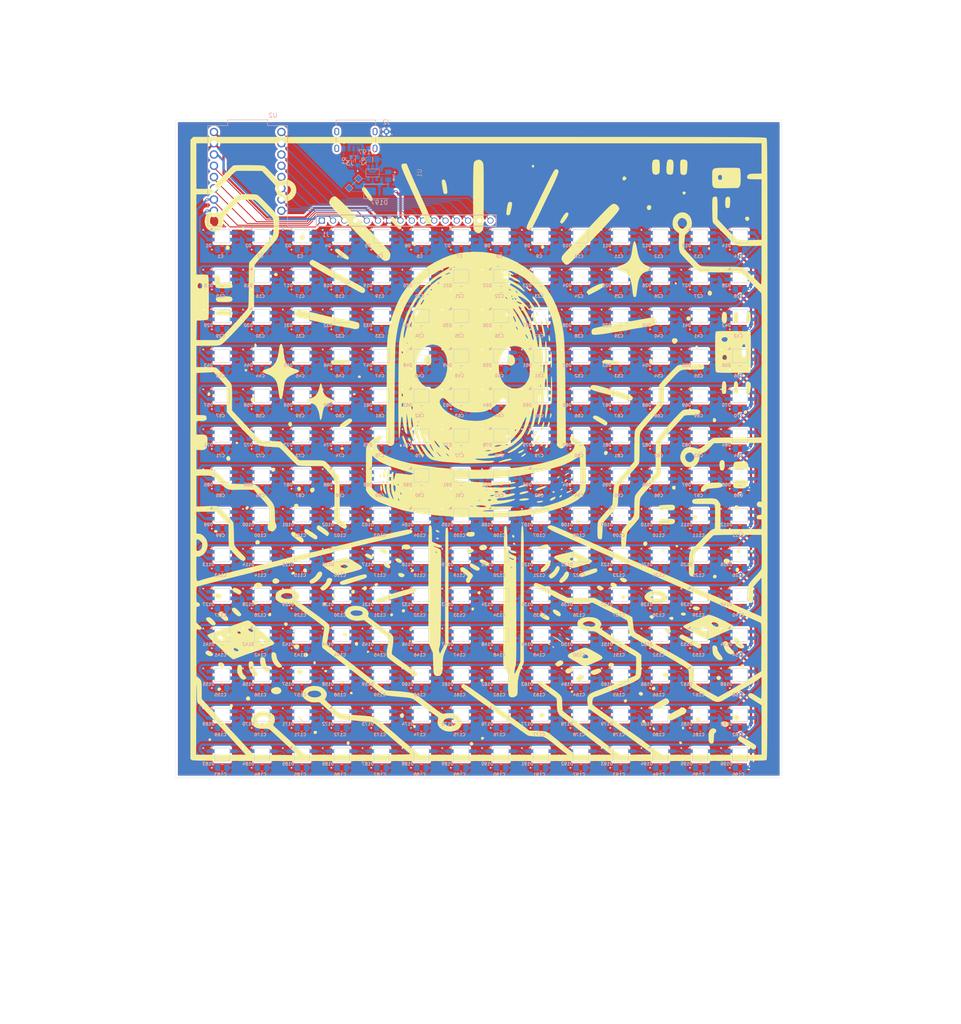
<source format=kicad_pcb>
(kicad_pcb (version 20240108) (generator "pcbnew") (generator_version "8.0")
  (layers (0 "F.Cu" signal) (31 "B.Cu" signal) (34 "B.Paste" user) (35 "F.Paste" user) (36 "B.SilkS" user "B.Silkscreen") (37 "F.SilkS" user "F.Silkscreen") (38 "B.Mask" user) (39 "F.Mask" user) (44 "Edge.Cuts" user))
  (net 0 "")
  (net 1 "GND")
  (net 2 "GPIO0")
  (net 3 "Net-(D1-DOUT)")
  (net 4 "Net-(D2-DOUT)")
  (net 5 "Net-(D3-DOUT)")
  (net 6 "Net-(D4-DOUT)")
  (net 7 "Net-(D5-DOUT)")
  (net 8 "Net-(D6-DOUT)")
  (net 9 "Net-(D7-DOUT)")
  (net 10 "Net-(D8-DOUT)")
  (net 11 "Net-(D10-DIN)")
  (net 12 "Net-(D10-DOUT)")
  (net 13 "Net-(D11-DOUT)")
  (net 14 "Net-(D12-DOUT)")
  (net 15 "Net-(D13-DOUT)")
  (net 16 "Net-(D14-DOUT)")
  (net 17 "Net-(D15-DOUT)")
  (net 18 "Net-(D16-DOUT)")
  (net 19 "Net-(D17-DOUT)")
  (net 20 "Net-(D18-DOUT)")
  (net 21 "Net-(D19-DOUT)")
  (net 22 "Net-(D20-DOUT)")
  (net 23 "Net-(D21-DOUT)")
  (net 24 "Net-(D22-DOUT)")
  (net 25 "Net-(D23-DOUT)")
  (net 26 "Net-(D24-DOUT)")
  (net 27 "Net-(D25-DOUT)")
  (net 28 "Net-(D26-DOUT)")
  (net 29 "Net-(D27-DOUT)")
  (net 30 "Net-(D28-DOUT)")
  (net 31 "Net-(D29-DOUT)")
  (net 32 "Net-(D30-DOUT)")
  (net 33 "Net-(D31-DOUT)")
  (net 34 "Net-(D32-DOUT)")
  (net 35 "Net-(D33-DOUT)")
  (net 36 "Net-(D34-DOUT)")
  (net 37 "Net-(D35-DOUT)")
  (net 38 "Net-(D36-DOUT)")
  (net 39 "Net-(D37-DOUT)")
  (net 40 "Net-(D38-DOUT)")
  (net 41 "Net-(D39-DOUT)")
  (net 42 "Net-(D40-DOUT)")
  (net 43 "Net-(D41-DOUT)")
  (net 44 "Net-(D42-DOUT)")
  (net 45 "Net-(D43-DOUT)")
  (net 46 "Net-(D44-DOUT)")
  (net 47 "Net-(D45-DOUT)")
  (net 48 "Net-(D46-DOUT)")
  (net 49 "Net-(D47-DOUT)")
  (net 50 "Net-(D48-DOUT)")
  (net 51 "Net-(D49-DOUT)")
  (net 52 "Net-(D50-DOUT)")
  (net 53 "Net-(D51-DOUT)")
  (net 54 "Net-(D52-DOUT)")
  (net 55 "Net-(D53-DOUT)")
  (net 56 "Net-(D54-DOUT)")
  (net 57 "Net-(D56-DOUT)")
  (net 58 "Net-(D57-DOUT)")
  (net 59 "Net-(D58-DOUT)")
  (net 60 "Net-(D109-DOUT)")
  (net 61 "Net-(D110-DOUT)")
  (net 62 "Net-(D59-DOUT)")
  (net 63 "Net-(D60-DOUT)")
  (net 64 "GPIO1")
  (net 65 "Net-(D61-DOUT)")
  (net 66 "Net-(D62-DOUT)")
  (net 67 "Net-(D63-DOUT)")
  (net 68 "Net-(D64-DOUT)")
  (net 69 "Net-(D65-DOUT)")
  (net 70 "Net-(D66-DOUT)")
  (net 71 "Net-(D67-DOUT)")
  (net 72 "Net-(D68-DOUT)")
  (net 73 "Net-(D69-DOUT)")
  (net 74 "Net-(D70-DOUT)")
  (net 75 "Net-(D71-DOUT)")
  (net 76 "Net-(D72-DOUT)")
  (net 77 "Net-(D73-DOUT)")
  (net 78 "Net-(D74-DOUT)")
  (net 79 "Net-(D75-DOUT)")
  (net 80 "Net-(D76-DOUT)")
  (net 81 "Net-(D77-DOUT)")
  (net 82 "Net-(D78-DOUT)")
  (net 83 "Net-(D79-DOUT)")
  (net 84 "Net-(D80-DOUT)")
  (net 85 "Net-(D81-DOUT)")
  (net 86 "Net-(D82-DOUT)")
  (net 87 "Net-(D83-DOUT)")
  (net 88 "Net-(D84-DOUT)")
  (net 89 "Net-(D85-DOUT)")
  (net 90 "Net-(D86-DOUT)")
  (net 91 "Net-(D87-DOUT)")
  (net 92 "Net-(D88-DOUT)")
  (net 93 "Net-(D89-DOUT)")
  (net 94 "Net-(D90-DOUT)")
  (net 95 "Net-(D91-DOUT)")
  (net 96 "Net-(D92-DOUT)")
  (net 97 "Net-(D93-DOUT)")
  (net 98 "Net-(D94-DOUT)")
  (net 99 "Net-(D95-DOUT)")
  (net 100 "Net-(D100-DIN)")
  (net 101 "Net-(D55-DOUT)")
  (net 102 "Net-(D96-DOUT)")
  (net 103 "Net-(D97-DOUT)")
  (net 104 "Net-(D100-DOUT)")
  (net 105 "Net-(D101-DOUT)")
  (net 106 "Net-(D102-DOUT)")
  (net 107 "Net-(D103-DOUT)")
  (net 108 "Net-(D104-DOUT)")
  (net 109 "Net-(D105-DOUT)")
  (net 110 "Net-(D106-DOUT)")
  (net 111 "Net-(D107-DOUT)")
  (net 112 "Net-(D108-DOUT)")
  (net 114 "Net-(D112-DOUT)")
  (net 115 "Net-(D113-DOUT)")
  (net 116 "Net-(D114-DOUT)")
  (net 117 "Net-(D111-DOUT)")
  (net 118 "Net-(D115-DOUT)")
  (net 119 "Net-(D191-DOUT)")
  (net 120 "Net-(D116-DOUT)")
  (net 121 "Net-(D192-DOUT)")
  (net 122 "Net-(D117-DOUT)")
  (net 123 "Net-(D193-DOUT)")
  (net 124 "Net-(D194-DOUT)")
  (net 125 "Net-(D118-DOUT)")
  (net 126 "Net-(D119-DOUT)")
  (net 127 "Net-(D120-DOUT)")
  (net 128 "Net-(D121-DOUT)")
  (net 129 "Net-(D122-DOUT)")
  (net 130 "Net-(D123-DOUT)")
  (net 131 "Net-(D124-DOUT)")
  (net 132 "Net-(D125-DOUT)")
  (net 133 "Net-(D126-DOUT)")
  (net 134 "Net-(D127-DOUT)")
  (net 135 "Net-(D128-DOUT)")
  (net 136 "Net-(D129-DOUT)")
  (net 137 "Net-(D130-DOUT)")
  (net 138 "Net-(D131-DOUT)")
  (net 139 "Net-(D132-DOUT)")
  (net 140 "Net-(D133-DOUT)")
  (net 141 "Net-(D134-DOUT)")
  (net 142 "Net-(D135-DOUT)")
  (net 143 "Net-(D136-DOUT)")
  (net 144 "Net-(D137-DOUT)")
  (net 145 "Net-(D138-DOUT)")
  (net 146 "Net-(D139-DOUT)")
  (net 147 "Net-(D140-DOUT)")
  (net 148 "Net-(D141-DOUT)")
  (net 149 "Net-(D142-DOUT)")
  (net 150 "Net-(D143-DOUT)")
  (net 151 "Net-(D144-DOUT)")
  (net 152 "Net-(D145-DOUT)")
  (net 153 "Net-(D146-DOUT)")
  (net 154 "Net-(D147-DOUT)")
  (net 155 "Net-(D148-DOUT)")
  (net 156 "Net-(D149-DOUT)")
  (net 157 "Net-(D150-DOUT)")
  (net 158 "Net-(D151-DOUT)")
  (net 159 "Net-(D152-DOUT)")
  (net 160 "Net-(D153-DOUT)")
  (net 161 "Net-(D154-DOUT)")
  (net 162 "Net-(D155-DOUT)")
  (net 163 "Net-(D156-DOUT)")
  (net 164 "Net-(D157-DOUT)")
  (net 165 "Net-(D158-DOUT)")
  (net 166 "Net-(D159-DOUT)")
  (net 167 "Net-(D160-DOUT)")
  (net 168 "Net-(D161-DOUT)")
  (net 169 "Net-(D162-DOUT)")
  (net 170 "Net-(D163-DOUT)")
  (net 171 "Net-(D164-DOUT)")
  (net 172 "Net-(D165-DOUT)")
  (net 173 "Net-(D166-DOUT)")
  (net 174 "Net-(D167-DOUT)")
  (net 175 "Net-(D168-DOUT)")
  (net 176 "Net-(D169-DOUT)")
  (net 177 "Net-(D170-DOUT)")
  (net 178 "Net-(D171-DOUT)")
  (net 179 "Net-(D172-DOUT)")
  (net 180 "Net-(D173-DOUT)")
  (net 181 "Net-(D174-DOUT)")
  (net 182 "Net-(D175-DOUT)")
  (net 183 "Net-(D176-DOUT)")
  (net 184 "Net-(D177-DOUT)")
  (net 185 "Net-(D178-DOUT)")
  (net 186 "Net-(D179-DOUT)")
  (net 187 "Net-(D180-DOUT)")
  (net 188 "Net-(D181-DOUT)")
  (net 189 "Net-(D182-DOUT)")
  (net 190 "Net-(D183-DOUT)")
  (net 191 "Net-(D184-DOUT)")
  (net 192 "Net-(D185-DOUT)")
  (net 193 "Net-(D186-DOUT)")
  (net 194 "Net-(D187-DOUT)")
  (net 195 "Net-(D188-DOUT)")
  (net 196 "Net-(D189-DOUT)")
  (net 197 "Net-(D190-DOUT)")
  (net 199 "GPIO7")
  (net 200 "GPIO8")
  (net 201 "GPIO2")
  (net 202 "GPIO21")
  (net 203 "GPIO9")
  (net 204 "GPIO5")
  (net 205 "5V")
  (net 206 "GPIO10")
  (net 207 "GPIO4")
  (net 208 "Net-(D195-DOUT)")
  (net 209 "Net-(J3-CC2)")
  (net 210 "Net-(J3-CC1)")
  (net 211 "GPIO3")
  (net 212 "GPIO6")
  (net 213 "GPIO20")
  (net 214 "+3.3V")
  (net 215 "Net-(D197-K)")
  (net 216 "Net-(U1-SW)")
  (net 218 "5in")
  (footprint "LOGO" (layer "F.Cu") (at 61.5 50)
    (property "Reference" "G***")
    (property "Value" "LOGO" (hide yes))
  )
  (footprint "Cheyao Macropad PCB Neopixel (1):SK6812MINI-E" (layer "B.Cu") (at 21.5 56.05 180)
    (property "Reference" "D87")
    (property "Value" "SK6812MINI" (hide yes))
    (fp_line (start 1.7 1.5) (end -1.7 1.5) (stroke (width 0.12)) (layer "Edge.Cuts"))
    (fp_line (start 1.7 -1.5) (end 1.7 1.5) (stroke (width 0.12)) (layer "Edge.Cuts"))
    (fp_line (start -1.7 1.5) (end -1.7 -1.5) (stroke (width 0.12)) (layer "Edge.Cuts"))
    (fp_line (start -1.7 -1.5) (end 1.7 -1.5) (stroke (width 0.12)) (layer "Edge.Cuts"))
  )
  (footprint "Cheyao Macropad PCB Neopixel (1):SK6812MINI-E" (layer "B.Cu") (at 12.5 20.05 180)
    (property "Reference" "D30")
    (property "Value" "SK6812MINI" (hide yes))
    (fp_line (start 1.7 1.5) (end -1.7 1.5) (stroke (width 0.12)) (layer "Edge.Cuts"))
    (fp_line (start 1.7 -1.5) (end 1.7 1.5) (stroke (width 0.12)) (layer "Edge.Cuts"))
    (fp_line (start -1.7 1.5) (end -1.7 -1.5) (stroke (width 0.12)) (layer "Edge.Cuts"))
    (fp_line (start -1.7 -1.5) (end 1.7 -1.5) (stroke (width 0.12)) (layer "Edge.Cuts"))
  )
  (footprint "Cheyao Macropad PCB Neopixel (1):SK6812MINI-E" (layer "B.Cu") (at 102.5 20.05 180)
    (property "Reference" "D40")
    (property "Value" "SK6812MINI" (hide yes))
    (fp_line (start 1.7 1.5) (end -1.7 1.5) (stroke (width 0.12)) (layer "Edge.Cuts"))
    (fp_line (start 1.7 -1.5) (end 1.7 1.5) (stroke (width 0.12)) (layer "Edge.Cuts"))
    (fp_line (start -1.7 1.5) (end -1.7 -1.5) (stroke (width 0.12)) (layer "Edge.Cuts"))
    (fp_line (start -1.7 -1.5) (end 1.7 -1.5) (stroke (width 0.12)) (layer "Edge.Cuts"))
  )
  (footprint "Capacitor_SMD:C_0805_2012Metric_Pad1.18x1.45mm_HandSolder" (layer "B.Cu") (at 21.5 86.05 180)
    (property "Reference" "C129")
    (property "Value" "C")
  )
  (footprint "Cheyao Macropad PCB Neopixel (1):SK6812MINI-E" (layer "B.Cu") (at 48.5 65.05 180)
    (property "Reference" "D104")
    (property "Value" "SK6812MINI" (hide yes))
    (fp_line (start 1.7 1.5) (end -1.7 1.5) (stroke (width 0.12)) (layer "Edge.Cuts"))
    (fp_line (start 1.7 -1.5) (end 1.7 1.5) (stroke (width 0.12)) (layer "Edge.Cuts"))
    (fp_line (start -1.7 1.5) (end -1.7 -1.5) (stroke (width 0.12)) (layer "Edge.Cuts"))
    (fp_line (start -1.7 -1.5) (end 1.7 -1.5) (stroke (width 0.12)) (layer "Edge.Cuts"))
  )
  (footprint "Capacitor_SMD:C_0805_2012Metric_Pad1.18x1.45mm_HandSolder" (layer "B.Cu") (at 84.5 32.05 180)
    (property "Reference" "C52")
    (property "Value" "C")
  )
  (footprint "Capacitor_SMD:C_0805_2012Metric_Pad1.18x1.45mm_HandSolder" (layer "B.Cu") (at 12.5 86.05 180)
    (property "Reference" "C128")
    (property "Value" "C")
  )
  (footprint "Capacitor_SMD:C_0805_2012Metric_Pad1.18x1.45mm_HandSolder" (layer "B.Cu") (at 57.5 5.05 180)
    (property "Reference" "C7")
    (property "Value" "C")
  )
  (footprint "Capacitor_SMD:C_0805_2012Metric_Pad1.18x1.45mm_HandSolder" (layer "B.Cu") (at 66.5 95.05 180)
    (property "Reference" "C148")
    (property "Value" "C")
  )
  (footprint "Capacitor_SMD:C_0805_2012Metric_Pad1.18x1.45mm_HandSolder" (layer "B.Cu") (at 84.5 86.05 180)
    (property "Reference" "C136")
    (property "Value" "C")
  )
  (footprint "Cheyao Macropad PCB Neopixel (1):SK6812MINI-E" (layer "B.Cu") (at 75.5 65.05 180)
    (property "Reference" "D107")
    (property "Value" "SK6812MINI" (hide yes))
    (fp_line (start 1.7 1.5) (end -1.7 1.5) (stroke (width 0.12)) (layer "Edge.Cuts"))
    (fp_line (start 1.7 -1.5) (end 1.7 1.5) (stroke (width 0.12)) (layer "Edge.Cuts"))
    (fp_line (start -1.7 1.5) (end -1.7 -1.5) (stroke (width 0.12)) (layer "Edge.Cuts"))
    (fp_line (start -1.7 -1.5) (end 1.7 -1.5) (stroke (width 0.12)) (layer "Edge.Cuts"))
  )
  (footprint "Cheyao Macropad PCB Neopixel (1):SK6812MINI-E" (layer "B.Cu") (at 66.5 47.05 180)
    (property "Reference" "D78")
    (property "Value" "SK6812MINI" (hide yes))
    (fp_line (start 1.7 1.5) (end -1.7 1.5) (stroke (width 0.12)) (layer "Edge.Cuts"))
    (fp_line (start 1.7 -1.5) (end 1.7 1.5) (stroke (width 0.12)) (layer "Edge.Cuts"))
    (fp_line (start -1.7 1.5) (end -1.7 -1.5) (stroke (width 0.12)) (layer "Edge.Cuts"))
    (fp_line (start -1.7 -1.5) (end 1.7 -1.5) (stroke (width 0.12)) (layer "Edge.Cuts"))
  )
  (footprint "Cheyao Macropad PCB Neopixel (1):SK6812MINI-E" (layer "B.Cu") (at 66.5 65.05 180)
    (property "Reference" "D106")
    (property "Value" "SK6812MINI" (hide yes))
    (fp_line (start 1.7 1.5) (end -1.7 1.5) (stroke (width 0.12)) (layer "Edge.Cuts"))
    (fp_line (start 1.7 -1.5) (end 1.7 1.5) (stroke (width 0.12)) (layer "Edge.Cuts"))
    (fp_line (start -1.7 1.5) (end -1.7 -1.5) (stroke (width 0.12)) (layer "Edge.Cuts"))
    (fp_line (start -1.7 -1.5) (end 1.7 -1.5) (stroke (width 0.12)) (layer "Edge.Cuts"))
  )
  (footprint "Cheyao Macropad PCB Neopixel (1):SK6812MINI-E" (layer "B.Cu") (at 3.5 101.05 180)
    (property "Reference" "D155")
    (property "Value" "SK6812MINI" (hide yes))
    (fp_line (start 1.7 1.5) (end -1.7 1.5) (stroke (width 0.12)) (layer "Edge.Cuts"))
    (fp_line (start 1.7 -1.5) (end 1.7 1.5) (stroke (width 0.12)) (layer "Edge.Cuts"))
    (fp_line (start -1.7 1.5) (end -1.7 -1.5) (stroke (width 0.12)) (layer "Edge.Cuts"))
    (fp_line (start -1.7 -1.5) (end 1.7 -1.5) (stroke (width 0.12)) (layer "Edge.Cuts"))
  )
  (footprint "Capacitor_SMD:C_0805_2012Metric_Pad1.18x1.45mm_HandSolder" (layer "B.Cu") (at 66.5 68.05 180)
    (property "Reference" "C106")
    (property "Value" "C")
  )
  (footprint "Capacitor_SMD:C_0805_2012Metric_Pad1.18x1.45mm_HandSolder" (layer "B.Cu") (at 3.5 50.05 180)
    (property "Reference" "C71")
    (property "Value" "C")
  )
  (footprint "Diode_SMD:D_SMA" (layer "B.Cu") (at 39 -8.08)
    (property "Reference" "D197")
    (property "Value" "SS14")
  )
  (footprint "Cheyao Macropad PCB Neopixel (1):SK6812MINI-E" (layer "B.Cu") (at 111.5 2.05 180)
    (property "Reference" "D13")
    (property "Value" "SK6812MINI" (hide yes))
    (fp_line (start 1.7 1.5) (end -1.7 1.5) (stroke (width 0.12)) (layer "Edge.Cuts"))
    (fp_line (start 1.7 -1.5) (end 1.7 1.5) (stroke (width 0.12)) (layer "Edge.Cuts"))
    (fp_line (start -1.7 1.5) (end -1.7 -1.5) (stroke (width 0.12)) (layer "Edge.Cuts"))
    (fp_line (start -1.7 -1.5) (end 1.7 -1.5) (stroke (width 0.12)) (layer "Edge.Cuts"))
  )
  (footprint "Cheyao Macropad PCB Neopixel (1):SK6812MINI-E" (layer "B.Cu") (at 30.5 29.05 180)
    (property "Reference" "D46")
    (property "Value" "SK6812MINI" (hide yes))
    (fp_line (start 1.7 1.5) (end -1.7 1.5) (stroke (width 0.12)) (layer "Edge.Cuts"))
    (fp_line (start 1.7 -1.5) (end 1.7 1.5) (stroke (width 0.12)) (layer "Edge.Cuts"))
    (fp_line (start -1.7 1.5) (end -1.7 -1.5) (stroke (width 0.12)) (layer "Edge.Cuts"))
    (fp_line (start -1.7 -1.5) (end 1.7 -1.5) (stroke (width 0.12)) (layer "Edge.Cuts"))
  )
  (footprint "Cheyao Macropad PCB Neopixel (1):SK6812MINI-E" (layer "B.Cu") (at 66.5 101.05 180)
    (property "Reference" "D162")
    (property "Value" "SK6812MINI" (hide yes))
    (fp_line (start 1.7 1.5) (end -1.7 1.5) (stroke (width 0.12)) (layer "Edge.Cuts"))
    (fp_line (start 1.7 -1.5) (end 1.7 1.5) (stroke (width 0.12)) (layer "Edge.Cuts"))
    (fp_line (start -1.7 1.5) (end -1.7 -1.5) (stroke (width 0.12)) (layer "Edge.Cuts"))
    (fp_line (start -1.7 -1.5) (end 1.7 -1.5) (stroke (width 0.12)) (layer "Edge.Cuts"))
  )
  (footprint "Cheyao Macropad PCB Neopixel (1):SK6812MINI-E" (layer "B.Cu") (at 3.5 92.05 180)
    (property "Reference" "D141")
    (property "Value" "SK6812MINI" (hide yes))
    (fp_line (start 1.7 1.5) (end -1.7 1.5) (stroke (width 0.12)) (layer "Edge.Cuts"))
    (fp_line (start 1.7 -1.5) (end 1.7 1.5) (stroke (width 0.12)) (layer "Edge.Cuts"))
    (fp_line (start -1.7 1.5) (end -1.7 -1.5) (stroke (width 0.12)) (layer "Edge.Cuts"))
    (fp_line (start -1.7 -1.5) (end 1.7 -1.5) (stroke (width 0.12)) (layer "Edge.Cuts"))
  )
  (footprint "Cheyao Macropad PCB Neopixel (1):SK6812MINI-E" (layer "B.Cu") (at 39.5 119.05 180)
    (property "Reference" "D187")
    (property "Value" "SK6812MINI" (hide yes))
    (fp_line (start 1.7 1.5) (end -1.7 1.5) (stroke (width 0.12)) (layer "Edge.Cuts"))
    (fp_line (start 1.7 -1.5) (end 1.7 1.5) (stroke (width 0.12)) (layer "Edge.Cuts"))
    (fp_line (start -1.7 1.5) (end -1.7 -1.5) (stroke (width 0.12)) (layer "Edge.Cuts"))
    (fp_line (start -1.7 -1.5) (end 1.7 -1.5) (stroke (width 0.12)) (layer "Edge.Cuts"))
  )
  (footprint "Capacitor_SMD:C_0805_2012Metric_Pad1.18x1.45mm_HandSolder" (layer "B.Cu") (at 39.5 68.05 180)
    (property "Reference" "C103")
    (property "Value" "C")
  )
  (footprint "Capacitor_SMD:C_0805_2012Metric_Pad1.18x1.45mm_HandSolder" (layer "B.Cu") (at 39.5 5.05 180)
    (property "Reference" "C5")
    (property "Value" "C")
  )
  (footprint "Capacitor_SMD:C_0805_2012Metric_Pad1.18x1.45mm_HandSolder" (layer "B.Cu") (at 3.5 86.05 180)
    (property "Reference" "C127")
    (property "Value" "C")
  )
  (footprint "Cheyao Macropad PCB Neopixel (1):SK6812MINI-E" (layer "B.Cu") (at 66.5 92.05 180)
    (property "Reference" "D148")
    (property "Value" "SK6812MINI" (hide yes))
    (fp_line (start 1.7 1.5) (end -1.7 1.5) (stroke (width 0.12)) (layer "Edge.Cuts"))
    (fp_line (start 1.7 -1.5) (end 1.7 1.5) (stroke (width 0.12)) (layer "Edge.Cuts"))
    (fp_line (start -1.7 1.5) (end -1.7 -1.5) (stroke (width 0.12)) (layer "Edge.Cuts"))
    (fp_line (start -1.7 -1.5) (end 1.7 -1.5) (stroke (width 0.12)) (layer "Edge.Cuts"))
  )
  (footprint "Capacitor_SMD:C_0805_2012Metric_Pad1.18x1.45mm_HandSolder" (layer "B.Cu") (at 21.5 122.05 180)
    (property "Reference" "C185")
    (property "Value" "C")
  )
  (footprint "Capacitor_SMD:C_0805_2012Metric_Pad1.18x1.45mm_HandSolder" (layer "B.Cu") (at 12.5 5.05 180)
    (property "Reference" "C2")
    (property "Value" "C")
  )
  (footprint "Cheyao Macropad PCB Neopixel (1):SK6812MINI-E" (layer "B.Cu") (at 84.5 47.05 180)
    (property "Reference" "D80")
    (property "Value" "SK6812MINI" (hide yes))
    (fp_line (start 1.7 1.5) (end -1.7 1.5) (stroke (width 0.12)) (layer "Edge.Cuts"))
    (fp_line (start 1.7 -1.5) (end 1.7 1.5) (stroke (width 0.12)) (layer "Edge.Cuts"))
    (fp_line (start -1.7 1.5) (end -1.7 -1.5) (stroke (width 0.12)) (layer "Edge.Cuts"))
    (fp_line (start -1.7 -1.5) (end 1.7 -1.5) (stroke (width 0.12)) (layer "Edge.Cuts"))
  )
  (footprint "Capacitor_SMD:C_0805_2012Metric_Pad1.18x1.45mm_HandSolder" (layer "B.Cu") (at 57.5 77.05 180)
    (property "Reference" "C119")
    (property "Value" "C")
  )
  (footprint "Cheyao Macropad PCB Neopixel (1):SK6812MINI-E" (layer "B.Cu") (at 111.5 83.05 180)
    (property "Reference" "D139")
    (property "Value" "SK6812MINI" (hide yes))
    (fp_line (start 1.7 1.5) (end -1.7 1.5) (stroke (width 0.12)) (layer "Edge.Cuts"))
    (fp_line (start 1.7 -1.5) (end 1.7 1.5) (stroke (width 0.12)) (layer "Edge.Cuts"))
    (fp_line (start -1.7 1.5) (end -1.7 -1.5) (stroke (width 0.12)) (layer "Edge.Cuts"))
    (fp_line (start -1.7 -1.5) (end 1.7 -1.5) (stroke (width 0.12)) (layer "Edge.Cuts"))
  )
  (footprint "Cheyao Macropad PCB Neopixel (1):SK6812MINI-E" (layer "B.Cu") (at 30.5 20.05 180)
    (property "Reference" "D32")
    (property "Value" "SK6812MINI" (hide yes))
    (fp_line (start 1.7 1.5) (end -1.7 1.5) (stroke (width 0.12)) (layer "Edge.Cuts"))
    (fp_line (start 1.7 -1.5) (end 1.7 1.5) (stroke (width 0.12)) (layer "Edge.Cuts"))
    (fp_line (start -1.7 1.5) (end -1.7 -1.5) (stroke (width 0.12)) (layer "Edge.Cuts"))
    (fp_line (start -1.7 -1.5) (end 1.7 -1.5) (stroke (width 0.12)) (layer "Edge.Cuts"))
  )
  (footprint "Capacitor_SMD:C_0805_2012Metric_Pad1.18x1.45mm_HandSolder" (layer "B.Cu") (at 66.5 59.05 180)
    (property "Reference" "C92")
    (property "Value" "C")
  )
  (footprint "Capacitor_SMD:C_0805_2012Metric_Pad1.18x1.45mm_HandSolder" (layer "B.Cu") (at 93.5 59.05 180)
    (property "Reference" "C95")
    (property "Value" "C")
  )
  (footprint "Cheyao Macropad PCB Neopixel (1):SK6812MINI-E" (layer "B.Cu") (at 30.5 47.05 180)
    (property "Reference" "D74")
    (property "Value" "SK6812MINI" (hide yes))
    (fp_line (start 1.7 1.5) (end -1.7 1.5) (stroke (width 0.12)) (layer "Edge.Cuts"))
    (fp_line (start 1.7 -1.5) (end 1.7 1.5) (stroke (width 0.12)) (layer "Edge.Cuts"))
    (fp_line (start -1.7 1.5) (end -1.7 -1.5) (stroke (width 0.12)) (layer "Edge.Cuts"))
    (fp_line (start -1.7 -1.5) (end 1.7 -1.5) (stroke (width 0.12)) (layer "Edge.Cuts"))
  )
  (footprint "Cheyao Macropad PCB Neopixel (1):SK6812MINI-E" (layer "B.Cu") (at 21.5 119.05 180)
    (property "Reference" "D185")
    (property "Value" "SK6812MINI" (hide yes))
    (fp_line (start 1.7 1.5) (end -1.7 1.5) (stroke (width 0.12)) (layer "Edge.Cuts"))
    (fp_line (start 1.7 -1.5) (end 1.7 1.5) (stroke (width 0.12)) (layer "Edge.Cuts"))
    (fp_line (start -1.7 1.5) (end -1.7 -1.5) (stroke (width 0.12)) (layer "Edge.Cuts"))
    (fp_line (start -1.7 -1.5) (end 1.7 -1.5) (stroke (width 0.12)) (layer "Edge.Cuts"))
  )
  (footprint "Cheyao Macropad PCB Neopixel (1):SK6812MINI-E" (layer "B.Cu") (at 111.5 92.05 180)
    (property "Reference" "D153")
    (property "Value" "SK6812MINI" (hide yes))
    (fp_line (start 1.7 1.5) (end -1.7 1.5) (stroke (width 0.12)) (layer "Edge.Cuts"))
    (fp_line (start 1.7 -1.5) (end 1.7 1.5) (stroke (width 0.12)) (layer "Edge.Cuts"))
    (fp_line (start -1.7 1.5) (end -1.7 -1.5) (stroke (width 0.12)) (layer "Edge.Cuts"))
    (fp_line (start -1.7 -1.5) (end 1.7 -1.5) (stroke (width 0.12)) (layer "Edge.Cuts"))
  )
  (footprint "Capacitor_SMD:C_0805_2012Metric_Pad1.18x1.45mm_HandSolder" (layer "B.Cu") (at 48.5 122.05 180)
    (property "Reference" "C188")
    (property "Value" "C")
  )
  (footprint "Cheyao Macropad PCB Neopixel (1):SK6812MINI-E" (layer "B.Cu") (at 3.5 56.05 180)
    (property "Reference" "D85")
    (property "Value" "SK6812MINI" (hide yes))
    (fp_line (start 1.7 1.5) (end -1.7 1.5) (stroke (width 0.12)) (layer "Edge.Cuts"))
    (fp_line (start 1.7 -1.5) (end 1.7 1.5) (stroke (width 0.12)) (layer "Edge.Cuts"))
    (fp_line (start -1.7 1.5) (end -1.7 -1.5) (stroke (width 0.12)) (layer "Edge.Cuts"))
    (fp_line (start -1.7 -1.5) (end 1.7 -1.5) (stroke (width 0.12)) (layer "Edge.Cuts"))
  )
  (footprint "Capacitor_SMD:C_0805_2012Metric_Pad1.18x1.45mm_HandSolder" (layer "B.Cu") (at 21.5 14.05 180)
    (property "Reference" "C17")
    (property "Value" "C")
  )
  (footprint "Capacitor_SMD:C_0805_2012Metric_Pad1.18x1.45mm_HandSolder" (layer "B.Cu") (at 12.5 104.05 180)
    (property "Reference" "C156")
    (property "Value" "C")
  )
  (footprint "Capacitor_SMD:C_0805_2012Metric_Pad1.18x1.45mm_HandSolder" (layer "B.Cu") (at 102.5 68.05 180)
    (property "Reference" "C110")
    (property "Value" "C")
  )
  (footprint "Cheyao Macropad PCB Neopixel (1):SK6812MINI-E" (layer "B.Cu") (at 21.5 20.05 180)
    (property "Reference" "D31")
    (property "Value" "SK6812MINI" (hide yes))
    (fp_line (start 1.7 1.5) (end -1.7 1.5) (stroke (width 0.12)) (layer "Edge.Cuts"))
    (fp_line (start 1.7 -1.5) (end 1.7 1.5) (stroke (width 0.12)) (layer "Edge.Cuts"))
    (fp_line (start -1.7 1.5) (end -1.7 -1.5) (stroke (width 0.12)) (layer "Edge.Cuts"))
    (fp_line (start -1.7 -1.5) (end 1.7 -1.5) (stroke (width 0.12)) (layer "Edge.Cuts"))
  )
  (footprint "Cheyao Macropad PCB Neopixel (1):SK6812MINI-E" (layer "B.Cu") (at 75.5 20.05 180)
    (property "Reference" "D37")
    (property "Value" "SK6812MINI" (hide yes))
    (fp_line (start 1.7 1.5) (end -1.7 1.5) (stroke (width 0.12)) (layer "Edge.Cuts"))
    (fp_line (start 1.7 -1.5) (end 1.7 1.5) (stroke (width 0.12)) (layer "Edge.Cuts"))
    (fp_line (start -1.7 1.5) (end -1.7 -1.5) (stroke (width 0.12)) (layer "Edge.Cuts"))
    (fp_line (start -1.7 -1.5) (end 1.7 -1.5) (stroke (width 0.12)) (layer "Edge.Cuts"))
  )
  (footprint "Capacitor_SMD:C_0805_2012Metric_Pad1.18x1.45mm_HandSolder" (layer "B.Cu") (at 75.5 104.05 180)
    (property "Reference" "C163")
    (property "Value" "C")
  )
  (footprint "Capacitor_SMD:C_0805_2012Metric_Pad1.18x1.45mm_HandSolder" (layer "B.Cu") (at 120.5 23.05 180)
    (property "Reference" "C42")
    (property "Value" "C")
  )
  (footprint "Cheyao Macropad PCB Neopixel (1):SK6812MINI-E" (layer "B.Cu") (at 57.5 20.05 180)
    (property "Reference" "D35")
    (property "Value" "SK6812MINI" (hide yes))
    (fp_line (start 1.7 1.5) (end -1.7 1.5) (stroke (width 0.12)) (layer "Edge.Cuts"))
    (fp_line (start 1.7 -1.5) (end 1.7 1.5) (stroke (width 0.12)) (layer "Edge.Cuts"))
    (fp_line (start -1.7 1.5) (end -1.7 -1.5) (stroke (width 0.12)) (layer "Edge.Cuts"))
    (fp_line (start -1.7 -1.5) (end 1.7 -1.5) (stroke (width 0.12)) (layer "Edge.Cuts"))
  )
  (footprint "Capacitor_SMD:C_0805_2012Metric_Pad1.18x1.45mm_HandSolder" (layer "B.Cu") (at 3.5 41.05 180)
    (property "Reference" "C57")
    (property "Value" "C")
  )
  (footprint "Capacitor_SMD:C_0805_2012Metric_Pad1.18x1.45mm_HandSolder" (layer "B.Cu") (at 12.5 14.05 180)
    (property "Reference" "C16")
    (property "Value" "C")
  )
  (footprint "Capacitor_SMD:C_0805_2012Metric_Pad1.18x1.45mm_HandSolder" (layer "B.Cu") (at 75.5 68.05 180)
    (property "Reference" "C107")
    (property "Value" "C")
  )
  (footprint "Cheyao Macropad PCB Neopixel (1):SK6812MINI-E" (layer "B.Cu") (at 120.5 119.05 180)
    (property "Reference" "D196")
    (property "Value" "SK6812MINI" (hide yes))
    (fp_line (start 1.7 1.5) (end -1.7 1.5) (stroke (width 0.12)) (layer "Edge.Cuts"))
    (fp_line (start 1.7 -1.5) (end 1.7 1.5) (stroke (width 0.12)) (layer "Edge.Cuts"))
    (fp_line (start -1.7 1.5) (end -1.7 -1.5) (stroke (width 0.12)) (layer "Edge.Cuts"))
    (fp_line (start -1.7 -1.5) (end 1.7 -1.5) (stroke (width 0.12)) (layer "Edge.Cuts"))
  )
  (footprint "Cheyao Macropad PCB Neopixel (1):SK6812MINI-E" (layer "B.Cu") (at 84.5 29.05 180)
    (property "Reference" "D52")
    (property "Value" "SK6812MINI" (hide yes))
    (fp_line (start 1.7 1.5) (end -1.7 1.5) (stroke (width 0.12)) (layer "Edge.Cuts"))
    (fp_line (start 1.7 -1.5) (end 1.7 1.5) (stroke (width 0.12)) (layer "Edge.Cuts"))
    (fp_line (start -1.7 1.5) (end -1.7 -1.5) (stroke (width 0.12)) (layer "Edge.Cuts"))
    (fp_line (start -1.7 -1.5) (end 1.7 -1.5) (stroke (width 0.12)) (layer "Edge.Cuts"))
  )
  (footprint "(4.7uF Cap)CL21A475KAQNNNE Footprint Symbol:CAPC2012X140N" (layer "B.Cu") (at 37.53 -15.34 180)
    (property "Reference" "C197")
    (property "Value" "4.7 uF")
  )
  (footprint "Capacitor_SMD:C_0805_2012Metric_Pad1.18x1.45mm_HandSolder" (layer "B.Cu") (at 48.5 68.05 180)
    (property "Reference" "C104")
    (property "Value" "C")
  )
  (footprint "Cheyao Macropad PCB Neopixel (1):SK6812MINI-E" (layer "B.Cu") (at 30.5 2.05 180)
    (property "Reference" "D4")
    (property "Value" "SK6812MINI" (hide yes))
    (fp_line (start 1.7 1.5) (end -1.7 1.5) (stroke (width 0.12)) (layer "Edge.Cuts"))
    (fp_line (start 1.7 -1.5) (end 1.7 1.5) (stroke (width 0.12)) (layer "Edge.Cuts"))
    (fp_line (start -1.7 1.5) (end -1.7 -1.5) (stroke (width 0.12)) (layer "Edge.Cuts"))
    (fp_line (start -1.7 -1.5) (end 1.7 -1.5) (stroke (width 0.12)) (layer "Edge.Cuts"))
  )
  (footprint "Capacitor_SMD:C_0805_2012Metric_Pad1.18x1.45mm_HandSolder" (layer "B.Cu") (at 102.5 23.05 180)
    (property "Reference" "C40")
    (property "Value" "C")
  )
  (footprint "Capacitor_SMD:C_0805_2012Metric_Pad1.18x1.45mm_HandSolder" (layer "B.Cu") (at 93.5 68.05 180)
    (property "Reference" "C109")
    (property "Value" "C")
  )
  (footprint "Cheyao Macropad PCB Neopixel (1):SK6812MINI-E" (layer "B.Cu") (at 93.5 101.05 180)
    (property "Reference" "D165")
    (property "Value" "SK6812MINI" (hide yes))
    (fp_line (start 1.7 1.5) (end -1.7 1.5) (stroke (width 0.12)) (layer "Edge.Cuts"))
    (fp_line (start 1.7 -1.5) (end 1.7 1.5) (stroke (width 0.12)) (layer "Edge.Cuts"))
    (fp_line (start -1.7 1.5) (end -1.7 -1.5) (stroke (width 0.12)) (layer "Edge.Cuts"))
    (fp_line (start -1.7 -1.5) (end 1.7 -1.5) (stroke (width 0.12)) (layer "Edge.Cuts"))
  )
  (footprint "Cheyao Macropad PCB Neopixel (1):SK6812MINI-E" (layer "B.Cu") (at 111.5 20.05 180)
    (property "Reference" "D41")
    (property "Value" "SK6812MINI" (hide yes))
    (fp_line (start 1.7 1.5) (end -1.7 1.5) (stroke (width 0.12)) (layer "Edge.Cuts"))
    (fp_line (start 1.7 -1.5) (end 1.7 1.5) (stroke (width 0.12)) (layer "Edge.Cuts"))
    (fp_line (start -1.7 1.5) (end -1.7 -1.5) (stroke (width 0.12)) (layer "Edge.Cuts"))
    (fp_line (start -1.7 -1.5) (end 1.7 -1.5) (stroke (width 0.12)) (layer "Edge.Cuts"))
  )
  (footprint "Capacitor_SMD:C_0805_2012Metric_Pad1.18x1.45mm_HandSolder" (layer "B.Cu") (at 84.5 59.05 180)
    (property "Reference" "C94")
    (property "Value" "C")
  )
  (footprint "Capacitor_SMD:C_0805_2012Metric_Pad1.18x1.45mm_HandSolder" (layer "B.Cu") (at 48.5 59.05 180)
    (property "Reference" "C90")
    (property "Value" "C")
  )
  (footprint "Cheyao Macropad PCB Neopixel (1):SK6812MINI-E" (layer "B.Cu") (at 30.5 83.05 180)
    (property "Reference" "D130")
    (property "Value" "SK6812MINI" (hide yes))
    (fp_line (start 1.7 1.5) (end -1.7 1.5) (stroke (width 0.12)) (layer "Edge.Cuts"))
    (fp_line (start 1.7 -1.5) (end 1.7 1.5) (stroke (width 0.12)) (layer "Edge.Cuts"))
    (fp_line (start -1.7 1.5) (end -1.7 -1.5) (stroke (width 0.12)) (layer "Edge.Cuts"))
    (fp_line (start -1.7 -1.5) (end 1.7 -1.5) (stroke (width 0.12)) (layer "Edge.Cuts"))
  )
  (footprint "Cheyao Macropad PCB Neopixel (1):SK6812MINI-E" (layer "B.Cu") (at 12.5 92.05 180)
    (property "Reference" "D142")
    (property "Value" "SK6812MINI" (hide yes))
    (fp_line (start 1.7 1.5) (end -1.7 1.5) (stroke (width 0.12)) (layer "Edge.Cuts"))
    (fp_line (start 1.7 -1.5) (end 1.7 1.5) (stroke (width 0.12)) (layer "Edge.Cuts"))
    (fp_line (start -1.7 1.5) (end -1.7 -1.5) (stroke (width 0.12)) (layer "Edge.Cuts"))
    (fp_line (start -1.7 -1.5) (end 1.7 -1.5) (stroke (width 0.12)) (layer "Edge.Cuts"))
  )
  (footprint "Cheyao Macropad PCB Neopixel (1):SK6812MINI-E" (layer "B.Cu") (at 66.5 2.05 180)
    (property "Reference" "D8")
    (property "Value" "SK6812MINI" (hide yes))
    (fp_line (start 1.7 1.5) (end -1.7 1.5) (stroke (width 0.12)) (layer "Edge.Cuts"))
    (fp_line (start 1.7 -1.5) (end 1.7 1.5) (stroke (width 0.12)) (layer "Edge.Cuts"))
    (fp_line (start -1.7 1.5) (end -1.7 -1.5) (stroke (width 0.12)) (layer "Edge.Cuts"))
    (fp_line (start -1.7 -1.5) (end 1.7 -1.5) (stroke (width 0.12)) (layer "Edge.Cuts"))
  )
  (footprint "Capacitor_SMD:C_0805_2012Metric_Pad1.18x1.45mm_HandSolder" (layer "B.Cu") (at 102.5 41.05 180)
    (property "Reference" "C68")
    (property "Value" "C")
  )
  (footprint "Capacitor_SMD:C_0805_2012Metric_Pad1.18x1.45mm_HandSolder" (layer "B.Cu") (at 102.5 86.05 180)
    (property "Reference" "C138")
    (property "Value" "C")
  )
  (footprint "Capacitor_SMD:C_0805_2012Metric_Pad1.18x1.45mm_HandSolder" (layer "B.Cu") (at 21.5 23.05 180)
    (property "Reference" "C31")
    (property "Value" "C")
  )
  (footprint "Cheyao Macropad PCB Neopixel (1):SK6812MINI-E" (layer "B.Cu") (at 120.5 110.05 180)
    (property "Reference" "D182")
    (property "Value" "SK6812MINI" (hide yes))
    (fp_line (start 1.7 1.5) (end -1.7 1.5) (stroke (width 0.12)) (layer "Edge.Cuts"))
    (fp_line (start 1.7 -1.5) (end 1.7 1.5) (stroke (width 0.12)) (layer "Edge.Cuts"))
    (fp_line (start -1.7 1.5) (end -1.7 -1.5) (stroke (width 0.12)) (layer "Edge.Cuts"))
    (fp_line (start -1.7 -1.5) (end 1.7 -1.5) (stroke (width 0.12)) (layer "Edge.Cuts"))
  )
  (footprint "ESP32-C3 SuperMini TH:MODULE_ESP32-C3_SUPERMINI" (layer "B.Cu") (at 9.25 -11.6 180)
    (property "Reference" "U2")
    (property "Value" "ESP32-C3_SUPERMINI_TH")
  )
  (footprint "Cheyao Macropad PCB Neopixel (1):SK6812MINI-E" (layer "B.Cu") (at 39.5 83.05 180)
    (property "Reference" "D131")
    (property "Value" "SK6812MINI" (hide yes))
    (fp_line (start 1.7 1.5) (end -1.7 1.5) (stroke (width 0.12)) (layer "Edge.Cuts"))
    (fp_line (start 1.7 -1.5) (end 1.7 1.5) (stroke (width 0.12)) (layer "Edge.Cuts"))
    (fp_line (start -1.7 1.5) (end -1.7 -1.5) (stroke (width 0.12)) (layer "Edge.Cuts"))
    (fp_line (start -1.7 -1.5) (end 1.7 -1.5) (stroke (width 0.12)) (layer "Edge.Cuts"))
  )
  (footprint "Capacitor_SMD:C_0805_2012Metric_Pad1.18x1.45mm_HandSolder" (layer "B.Cu") (at 48.5 104.05 180)
    (property "Reference" "C160")
    (property "Value" "C")
  )
  (footprint "Cheyao Macropad PCB Neopixel (1):SK6812MINI-E" (layer "B.Cu") (at 120.5 92.05 180)
    (property "Reference" "D154")
    (property "Value" "SK6812MINI" (hide yes))
    (fp_line (start 1.7 1.5) (end -1.7 1.5) (stroke (width 0.12)) (layer "Edge.Cuts"))
    (fp_line (start 1.7 -1.5) (end 1.7 1.5) (stroke (width 0.12)) (layer "Edge.Cuts"))
    (fp_line (start -1.7 1.5) (end -1.7 -1.5) (stroke (width 0.12)) (layer "Edge.Cuts"))
    (fp_line (start -1.7 -1.5) (end 1.7 -1.5) (stroke (width 0.12)) (layer "Edge.Cuts"))
  )
  (footprint "Cheyao Macropad PCB Neopixel (1):SK6812MINI-E" (layer "B.Cu") (at 66.5 56.05 180)
    (property "Reference" "D92")
    (property "Value" "SK6812MINI" (hide yes))
    (fp_line (start 1.7 1.5) (end -1.7 1.5) (stroke (width 0.12)) (layer "Edge.Cuts"))
    (fp_line (start 1.7 -1.5) (end 1.7 1.5) (stroke (width 0.12)) (layer "Edge.Cuts"))
    (fp_line (start -1.7 1.5) (end -1.7 -1.5) (stroke (width 0.12)) (layer "Edge.Cuts"))
    (fp_line (start -1.7 -1.5) (end 1.7 -1.5) (stroke (width 0.12)) (layer "Edge.Cuts"))
  )
  (footprint "Cheyao Macropad PCB Neopixel (1):SK6812MINI-E" (layer "B.Cu") (at 12.5 2.05 180)
    (property "Reference" "D2")
    (property "Value" "SK6812MINI" (hide yes))
    (fp_line (start 1.7 1.5) (end -1.7 1.5) (stroke (width 0.12)) (layer "Edge.Cuts"))
    (fp_line (start 1.7 -1.5) (end 1.7 1.5) (stroke (width 0.12)) (layer "Edge.Cuts"))
    (fp_line (start -1.7 1.5) (end -1.7 -1.5) (stroke (width 0.12)) (layer "Edge.Cuts"))
    (fp_line (start -1.7 -1.5) (end 1.7 -1.5) (stroke (width 0.12)) (layer "Edge.Cuts"))
  )
  (footprint "Cheyao Macropad PCB Neopixel (1):SK6812MINI-E" (layer "B.Cu") (at 48.5 11.05 180)
    (property "Reference" "D20")
    (property "Value" "SK6812MINI" (hide yes))
    (fp_line (start 1.7 1.5) (end -1.7 1.5) (stroke (width 0.12)) (layer "Edge.Cuts"))
    (fp_line (start 1.7 -1.5) (end 1.7 1.5) (stroke (width 0.12)) (layer "Edge.Cuts"))
    (fp_line (start -1.7 1.5) (end -1.7 -1.5) (stroke (width 0.12)) (layer "Edge.Cuts"))
    (fp_line (start -1.7 -1.5) (end 1.7 -1.5) (stroke (width 0.12)) (layer "Edge.Cuts"))
  )
  (footprint "Cheyao Macropad PCB Neopixel (1):SK6812MINI-E" (layer "B.Cu") (at 102.5 101.05 180)
    (property "Reference" "D166")
    (property "Value" "SK6812MINI" (hide yes))
    (fp_line (start 1.7 1.5) (end -1.7 1.5) (stroke (width 0.12)) (layer "Edge.Cuts"))
    (fp_line (start 1.7 -1.5) (end 1.7 1.5) (stroke (width 0.12)) (layer "Edge.Cuts"))
    (fp_line (start -1.7 1.5) (end -1.7 -1.5) (stroke (width 0.12)) (layer "Edge.Cuts"))
    (fp_line (start -1.7 -1.5) (end 1.7 -1.5) (stroke (width 0.12)) (layer "Edge.Cuts"))
  )
  (footprint "Capacitor_SMD:C_0805_2012Metric_Pad1.18x1.45mm_HandSolder" (layer "B.Cu") (at 39.5 122.05 180)
    (property "Reference" "C187")
    (property "Value" "C")
  )
  (footprint "Cheyao Macropad PCB Neopixel (1):SK6812MINI-E" (layer "B.Cu") (at 3.5 20.05 180)
    (property "Reference" "D29")
    (property "Value" "SK6812MINI" (hide yes))
    (fp_line (start 1.7 1.5) (end -1.7 1.5) (stroke (width 0.12)) (layer "Edge.Cuts"))
    (fp_line (start 1.7 -1.5) (end 1.7 1.5) (stroke (width 0.12)) (layer "Edge.Cuts"))
    (fp_line (start -1.7 1.5) (end -1.7 -1.5) (stroke (width 0.12)) (layer "Edge.Cuts"))
    (fp_line (start -1.7 -1.5) (end 1.7 -1.5) (stroke (width 0.12)) (layer "Edge.Cuts"))
  )
  (footprint "Capacitor_SMD:C_0805_2012Metric_Pad1.18x1.45mm_HandSolder" (layer "B.Cu") (at 12.5 68.05 180)
    (property "Reference" "C100")
    (property "Value" "C")
  )
  (footprint "Capacitor_SMD:C_0805_2012Metric_Pad1.18x1.45mm_HandSolder" (layer "B.Cu") (at 30.5 122.05 180)
    (property "Reference" "C186")
    (property "Value" "C")
  )
  (footprint "Cheyao Macropad PCB Neopixel (1):SK6812MINI-E" (layer "B.Cu") (at 102.5 47.05 180)
    (property "Reference" "D82")
    (property "Value" "SK6812MINI" (hide yes))
    (fp_line (start 1.7 1.5) (end -1.7 1.5) (stroke (width 0.12)) (layer "Edge.Cuts"))
    (fp_line (start 1.7 -1.5) (end 1.7 1.5) (stroke (width 0.12)) (layer "Edge.Cuts"))
    (fp_line (start -1.7 1.5) (end -1.7 -1.5) (stroke (width 0.12)) (layer "Edge.Cuts"))
    (fp_line (start -1.7 -1.5) (end 1.7 -1.5) (stroke (width 0.12)) (layer "Edge.Cuts"))
  )
  (footprint "Capacitor_SMD:C_0805_2012Metric_Pad1.18x1.45mm_HandSolder" (layer "B.Cu") (at 57.5 104.05 180)
    (property "Reference" "C161")
    (property "Value" "C")
  )
  (footprint "Capacitor_SMD:C_0805_2012Metric_Pad1.18x1.45mm_HandSolder" (layer "B.Cu") (at 21.5 32.05 180)
    (property "Reference" "C45")
    (property "Value" "C")
  )
  (footprint "Cheyao Macropad PCB Neopixel (1):SK6812MINI-E" (layer "B.Cu") (at 30.5 110.05 180)
    (property "Reference" "D172")
    (property "Value" "SK6812MINI" (hide yes))
    (fp_line (start 1.7 1.5) (end -1.7 1.5) (stroke (width 0.12)) (layer "Edge.Cuts"))
    (fp_line (start 1.7 -1.5) (end 1.7 1.5) (stroke (width 0.12)) (layer "Edge.Cuts"))
    (fp_line (start -1.7 1.5) (end -1.7 -1.5) (stroke (width 0.12)) (layer "Edge.Cuts"))
    (fp_line (start -1.7 -1.5) (end 1.7 -1.5) (stroke (width 0.12)) (layer "Edge.Cuts"))
  )
  (footprint "Capacitor_SMD:C_0805_2012Metric_Pad1.18x1.45mm_HandSolder" (layer "B.Cu") (at 57.5 122.05 180)
    (property "Reference" "C189")
    (property "Value" "C")
  )
  (footprint "Capacitor_SMD:C_0805_2012Metric_Pad1.18x1.45mm_HandSolder" (layer "B.Cu") (at 93.5 23.05 180)
    (property "Reference" "C39")
    (property "Value" "C")
  )
  (footprint "Cheyao Macropad PCB Neopixel (1):SK6812MINI-E" (layer "B.Cu") (at 75.5 38.05 180)
    (property "Reference" "D65")
    (property "Value" "SK6812MINI" (hide yes))
    (fp_line (start 1.7 1.5) (end -1.7 1.5) (stroke (width 0.12)) (layer "Edge.Cuts"))
    (fp_line (start 1.7 -1.5) (end 1.7 1.5) (stroke (width 0.12)) (layer "Edge.Cuts"))
    (fp_line (start -1.7 1.5) (end -1.7 -1.5) (stroke (width 0.12)) (layer "Edge.Cuts"))
    (fp_line (start -1.7 -1.5) (end 1.7 -1.5) (stroke (width 0.12)) (layer "Edge.Cuts"))
  )
  (footprint "Capacitor_SMD:C_0805_2012Metric_Pad1.18x1.45mm_HandSolder" (layer "B.Cu") (at 30.5 113.05 180)
    (property "Reference" "C172")
    (property "Value" "C")
  )
  (footprint "Cheyao Macropad PCB Neopixel (1):SK6812MINI-E" (layer "B.Cu") (at 111.5 29.05 180)
    (property "Reference" "D55")
    (property "Value" "SK6812MINI" (hide yes))
    (fp_line (start 1.7 1.5) (end -1.7 1.5) (stroke (width 0.12)) (layer "Edge.Cuts"))
    (fp_line (start 1.7 -1.5) (end 1.7 1.5) (stroke (width 0.12)) (layer "Edge.Cuts"))
    (fp_line (start -1.7 1.5) (end -1.7 -1.5) (stroke (width 0.12)) (layer "Edge.Cuts"))
    (fp_line (start -1.7 -1.5) (end 1.7 -1.5) (stroke (width 0.12)) (layer "Edge.Cuts"))
  )
  (footprint "Cheyao Macropad PCB Neopixel (1):SK6812MINI-E" (layer "B.Cu") (at 3.5 83.05 180)
    (property "Reference" "D127")
    (property "Value" "SK6812MINI" (hide yes))
    (fp_line (start 1.7 1.5) (end -1.7 1.5) (stroke (width 0.12)) (layer "Edge.Cuts"))
    (fp_line (start 1.7 -1.5) (end 1.7 1.5) (stroke (width 0.12)) (layer "Edge.Cuts"))
    (fp_line (start -1.7 1.5) (end -1.7 -1.5) (stroke (width 0.12)) (layer "Edge.Cuts"))
    (fp_line (start -1.7 -1.5) (end 1.7 -1.5) (stroke (width 0.12)) (layer "Edge.Cuts"))
  )
  (footprint "Cheyao Macropad PCB Neopixel (1):SK6812MINI-E" (layer "B.Cu") (at 21.5 11.05 180)
    (property "Reference" "D17")
    (property "Value" "SK6812MINI" (hide yes))
    (fp_line (start 1.7 1.5) (end -1.7 1.5) (stroke (width 0.12)) (layer "Edge.Cuts"))
    (fp_line (start 1.7 -1.5) (end 1.7 1.5) (stroke (width 0.12)) (layer "Edge.Cuts"))
    (fp_line (start -1.7 1.5) (end -1.7 -1.5) (stroke (width 0.12)) (layer "Edge.Cuts"))
    (fp_line (start -1.7 -1.5) (end 1.7 -1.5) (stroke (width 0.12)) (layer "Edge.Cuts"))
  )
  (footprint "Capacitor_SMD:C_0805_2012Metric_Pad1.18x1.45mm_HandSolder" (layer "B.Cu") (at 84.5 14.05 180)
    (property "Reference" "C24")
    (property "Value" "C")
  )
  (footprint "Capacitor_SMD:C_0805_2012Metric_Pad1.18x1.45mm_HandSolder" (layer "B.Cu") (at 84.5 122.05 180)
    (property "Reference" "C192")
    (property "Value" "C")
  )
  (footprint "Capacitor_SMD:C_0805_2012Metric_Pad1.18x1.45mm_HandSolder" (layer "B.Cu") (at 111.5 59.05 180)
    (property "Reference" "C97")
    (property "Value" "C")
  )
  (footprint "Capacitor_SMD:C_0805_2012Metric_Pad1.18x1.45mm_HandSolder" (layer "B.Cu") (at 102.5 32.05 180)
    (property "Reference" "C54")
    (property "Value" "C")
  )
  (footprint "Cheyao Macropad PCB Neopixel (1):SK6812MINI-E" (layer "B.Cu") (at 3.5 119.05 180)
    (property "Reference" "D183")
    (property "Value" "SK6812MINI" (hide yes))
    (fp_line (start 1.7 1.5) (end -1.7 1.5) (stroke (width 0.12)) (layer "Edge.Cuts"))
    (fp_line (start 1.7 -1.5) (end 1.7 1.5) (stroke (width 0.12)) (layer "Edge.Cuts"))
    (fp_line (start -1.7 1.5) (end -1.7 -1.5) (stroke (width 0.12)) (layer "Edge.Cuts"))
    (fp_line (start -1.7 -1.5) (end 1.7 -1.5) (stroke (width 0.12)) (layer "Edge.Cuts"))
  )
  (footprint "Capacitor_SMD:C_0805_2012Metric_Pad1.18x1.45mm_HandSolder" (layer "B.Cu") (at 39.5 104.05 180)
    (property "Reference" "C159")
    (property "Value" "C")
  )
  (footprint "Capacitor_SMD:C_0805_2012Metric_Pad1.18x1.45mm_HandSolder" (layer "B.Cu") (at 21.5 77.05 180)
    (property "Reference" "C115")
    (property "Value" "C")
  )
  (footprint "Cheyao Macropad PCB Neopixel (1):SK6812MINI-E" (layer "B.Cu") (at 120.5 47.05 180)
    (property "Reference" "D84")
    (property "Value" "SK6812MINI" (hide yes))
    (fp_line (start 1.7 1.5) (end -1.7 1.5) (stroke (width 0.12)) (layer "Edge.Cuts"))
    (fp_line (start 1.7 -1.5) (end 1.7 1.5) (stroke (width 0.12)) (layer "Edge.Cuts"))
    (fp_line (start -1.7 1.5) (end -1.7 -1.5) (stroke (width 0.12)) (layer "Edge.Cuts"))
    (fp_line (start -1.7 -1.5) (end 1.7 -1.5) (stroke (width 0.12)) (layer "Edge.Cuts"))
  )
  (footprint "Cheyao Macropad PCB Neopixel (1):SK6812MINI-E" (layer "B.Cu") (at 120.5 20.05 180)
    (property "Reference" "D42")
    (property "Value" "SK6812MINI" (hide yes))
    (fp_line (start 1.7 1.5) (end -1.7 1.5) (stroke (width 0.12)) (layer "Edge.Cuts"))
    (fp_line (start 1.7 -1.5) (end 1.7 1.5) (stroke (width 0.12)) (layer "Edge.Cuts"))
    (fp_line (start -1.7 1.5) (end -1.7 -1.5) (stroke (width 0.12)) (layer "Edge.Cuts"))
    (fp_line (start -1.7 -1.5) (end 1.7 -1.5) (stroke (width 0.12)) (layer "Edge.Cuts"))
  )
  (footprint "Cheyao Macropad PCB Neopixel (1):SK6812MINI-E" (layer "B.Cu") (at 12.5 11.05 180)
    (property "Reference" "D16")
    (property "Value" "SK6812MINI" (hide yes))
    (fp_line (start 1.7 1.5) (end -1.7 1.5) (stroke (width 0.12)) (layer "Edge.Cuts"))
    (fp_line (start 1.7 -1.5) (end 1.7 1.5) (stroke (width 0.12)) (layer "Edge.Cuts"))
    (fp_line (start -1.7 1.5) (end -1.7 -1.5) (stroke (width 0.12)) (layer "Edge.Cuts"))
    (fp_line (start -1.7 -1.5) (end 1.7 -1.5) (stroke (width 0.12)) (layer "Edge.Cuts"))
  )
  (footprint "Capacitor_SMD:C_0805_2012Metric_Pad1.18x1.45mm_HandSolder" (layer "B.Cu") (at 111.5 23.05 180)
    (property "Reference" "C41")
    (property "Value" "C")
  )
  (footprint "Capacitor_SMD:C_0805_2012Metric_Pad1.18x1.45mm_HandSolder" (layer "B.Cu") (at 84.5 50.05 180)
    (property "Reference" "C80")
    (property "Value" "C")
  )
  (footprint "Cheyao Macropad PCB Neopixel (1):SK6812MINI-E" (layer "B.Cu") (at 75.5 2.05 180)
    (property "Reference" "D9")
    (property "Value" "SK6812MINI" (hide yes))
    (fp_line (start 1.7 1.5) (end -1.7 1.5) (stroke (width 0.12)) (layer "Edge.Cuts"))
    (fp_line (start 1.7 -1.5) (end 1.7 1.5) (stroke (width 0.12)) (layer "Edge.Cuts"))
    (fp_line (start -1.7 1.5) (end -1.7 -1.5) (stroke (width 0.12)) (layer "Edge.Cuts"))
    (fp_line (start -1.7 -1.5) (end 1.7 -1.5) (stroke (width 0.12)) (layer "Edge.Cuts"))
  )
  (footprint "Capacitor_SMD:C_0805_2012Metric_Pad1.18x1.45mm_HandSolder" (layer "B.Cu") (at 57.5 41.05 180)
    (property "Reference" "C63")
    (property "Value" "C")
  )
  (footprint "Cheyao Macropad PCB Neopixel (1):SK6812MINI-E" (layer "B.Cu") (at 48.5 110.05 180)
    (property "Reference" "D174")
    (property "Value" "SK6812MINI" (hide yes))
    (fp_line (start 1.7 1.5) (end -1.7 1.5) (stroke (width 0.12)) (layer "Edge.Cuts"))
    (fp_line (start 1.7 -1.5) (end 1.7 1.5) (stroke (width 0.12)) (layer "Edge.Cuts"))
    (fp_line (start -1.7 1.5) (end -1.7 -1.5) (stroke (width 0.12)) (layer "Edge.Cuts"))
    (fp_line (start -1.7 -1.5) (end 1.7 -1.5) (stroke (width 0.12)) (layer "Edge.Cuts"))
  )
  (footprint "Capacitor_SMD:C_0805_2012Metric_Pad1.18x1.45mm_HandSolder" (layer "B.Cu") (at 93.5 32.05 180)
    (property "Reference" "C53")
    (property "Value" "C")
  )
  (footprint "Capacitor_SMD:C_0805_2012Metric_Pad1.18x1.45mm_HandSolder" (layer "B.Cu") (at 75.5 59.05 180)
    (property "Reference" "C93")
    (property "Value" "C")
  )
  (footprint "Capacitor_SMD:C_0805_2012Metric_Pad1.18x1.45mm_HandSolder" (layer "B.Cu") (at 111.5 41.05 180)
    (property "Reference" "C69")
    (property "Value" "C")
  )
  (footprint "Cheyao Macropad PCB Neopixel (1):SK6812MINI-E" (layer "B.Cu") (at 84.5 20.05 180)
    (property "Reference" "D38")
    (property "Value" "SK6812MINI" (hide yes))
    (fp_line (start 1.7 1.5) (end -1.7 1.5) (stroke (width 0.12)) (layer "Edge.Cuts"))
    (fp_line (start 1.7 -1.5) (end 1.7 1.5) (stroke (width 0.12)) (layer "Edge.Cuts"))
    (fp_line (start -1.7 1.5) (end -1.7 -1.5) (stroke (width 0.12)) (layer "Edge.Cuts"))
    (fp_line (start -1.7 -1.5) (end 1.7 -1.5) (stroke (width 0.12)) (layer "Edge.Cuts"))
  )
  (footprint "Cheyao Macropad PCB Neopixel (1):SK6812MINI-E" (layer "B.Cu") (at 102.5 83.05 180)
    (property "Reference" "D138")
    (property "Value" "SK6812MINI" (hide yes))
    (fp_line (start 1.7 1.5) (end -1.7 1.5) (stroke (width 0.12)) (layer "Edge.Cuts"))
    (fp_line (start 1.7 -1.5) (end 1.7 1.5) (stroke (width 0.12)) (layer "Edge.Cuts"))
    (fp_line (start -1.7 1.5) (end -1.7 -1.5) (stroke (width 0.12)) (layer "Edge.Cuts"))
    (fp_line (start -1.7 -1.5) (end 1.7 -1.5) (stroke (width 0.12)) (layer "Edge.Cuts"))
  )
  (footprint "Cheyao Macropad PCB Neopixel (1):SK6812MINI-E" (layer "B.Cu") (at 102.5 74.05 180)
    (property "Reference" "D124")
    (property "Value" "SK6812MINI" (hide yes))
    (fp_line (start 1.7 1.5) (end -1.7 1.5) (stroke (width 0.12)) (layer "Edge.Cuts"))
    (fp_line (start 1.7 -1.5) (end 1.7 1.5) (stroke (width 0.12)) (layer "Edge.Cuts"))
    (fp_line (start -1.7 1.5) (end -1.7 -1.5) (stroke (width 0.12)) (layer "Edge.Cuts"))
    (fp_line (start -1.7 -1.5) (end 1.7 -1.5) (stroke (width 0.12)) (layer "Edge.Cuts"))
  )
  (footprint "Capacitor_SMD:C_0805_2012Metric_Pad1.18x1.45mm_HandSolder" (layer "B.Cu") (at 93.5 104.05 180)
    (property "Reference" "C165")
    (property "Value" "C")
  )
  (footprint "Cheyao Macropad PCB Neopixel (1):SK6812MINI-E" (layer "B.Cu") (at 39.5 38.05 180)
    (property "Reference" "D61")
    (property "Value" "SK6812MINI" (hide yes))
    (fp_line (start 1.7 1.5) (end -1.7 1.5) (stroke (width 0.12)) (layer "Edge.Cuts"))
    (fp_line (start 1.7 -1.5) (end 1.7 1.5) (stroke (width 0.12)) (layer "Edge.Cuts"))
    (fp_line (start -1.7 1.5) (end -1.7 -1.5) (stroke (width 0.12)) (layer "Edge.Cuts"))
    (fp_line (start -1.7 -1.5) (end 1.7 -1.5) (stroke (width 0.12)) (layer "Edge.Cuts"))
  )
  (footprint "Capacitor_SMD:C_0805_2012Metric_Pad1.18x1.45mm_HandSolder" (layer "B.Cu") (at 111.5 77.05 180)
    (property "Reference" "C125")
    (property "Value" "C")
  )
  (footprint "Capacitor_SMD:C_0805_2012Metric_Pad1.18x1.45mm_HandSolder" (layer "B.Cu") (at 12.5 59.05 180)
    (property "Reference" "C86")
    (property "Value" "C")
  )
  (footprint "Cheyao Macropad PCB Neopixel (1):SK6812MINI-E" (layer "B.Cu") (at 3.5 38.05 180)
    (property "Reference" "D57")
    (property "Value" "SK6812MINI" (hide yes))
    (fp_line (start 1.7 1.5) (end -1.7 1.5) (stroke (width 0.12)) (layer "Edge.Cuts"))
    (fp_line (start 1.7 -1.5) (end 1.7 1.5) (stroke (width 0.12)) (layer "Edge.Cuts"))
    (fp_line (start -1.7 1.5) (end -1.7 -1.5) (stroke (width 0.12)) (layer "Edge.Cuts"))
    (fp_line (start -1.7 -1.5) (end 1.7 -1.5) (stroke (width 0.12)) (layer "Edge.Cuts"))
  )
  (footprint "Cheyao Macropad PCB Neopixel (1):SK6812MINI-E" (layer "B.Cu") (at 93.5 38.05 180)
    (property "Reference" "D67")
    (property "Value" "SK6812MINI" (hide yes))
    (fp_line (start 1.7 1.5) (end -1.7 1.5) (stroke (width 0.12)) (layer "Edge.Cuts"))
    (fp_line (start 1.7 -1.5) (end 1.7 1.5) (stroke (width 0.12)) (layer "Edge.Cuts"))
    (fp_line (start -1.7 1.5) (end -1.7 -1.5) (stroke (width 0.12)) (layer "Edge.Cuts"))
    (fp_line (start -1.7 -1.5) (end 1.7 -1.5) (stroke (width 0.12)) (layer "Edge.Cuts"))
  )
  (footprint "Cheyao Macropad PCB Neopixel (1):SK6812MINI-E" (layer "B.Cu") (at 39.5 110.05 180)
    (property "Reference" "D173")
    (property "Value" "SK6812MINI" (hide yes))
    (fp_line (start 1.7 1.5) (end -1.7 1.5) (stroke (width 0.12)) (layer "Edge.Cuts"))
    (fp_line (start 1.7 -1.5) (end 1.7 1.5) (stroke (width 0.12)) (layer "Edge.Cuts"))
    (fp_line (start -1.7 1.5) (end -1.7 -1.5) (stroke (width 0.12)) (layer "Edge.Cuts"))
    (fp_line (start -1.7 -1.5) (end 1.7 -1.5) (stroke (width 0.12)) (layer "Edge.Cuts"))
  )
  (footprint "Capacitor_SMD:C_0805_2012Metric_Pad1.18x1.45mm_HandSolder" (layer "B.Cu") (at 84.5 23.05 180)
    (property "Reference" "C38")
    (property "Value" "C")
  )
  (footprint "Cheyao Macropad PCB Neopixel (1):SK6812MINI-E" (layer "B.Cu") (at 111.5 74.05 180)
    (property "Reference" "D125")
    (property "Value" "SK6812MINI" (hide yes))
    (fp_line (start 1.7 1.5) (end -1.7 1.5) (stroke (width 0.12)) (layer "Edge.Cuts"))
    (fp_line (start 1.7 -1.5) (end 1.7 1.5) (stroke (width 0.12)) (layer "Edge.Cuts"))
    (fp_line (start -1.7 1.5) (end -1.7 -1.5) (stroke (width 0.12)) (layer "Edge.Cuts"))
    (fp_line (start -1.7 -1.5) (end 1.7 -1.5) (stroke (width 0.12)) (layer "Edge.Cuts"))
  )
  (footprint "Capacitor_SMD:C_0805_2012Metric_Pad1.18x1.45mm_HandSolder" (layer "B.Cu") (at 102.5 113.05 180)
    (property "Reference" "C180")
    (property "Value" "C")
  )
  (footprint "Capacitor_SMD:C_0805_2012Metric_Pad1.18x1.45mm_HandSolder" (layer "B.Cu") (at 3.5 113.05 180)
    (property "Reference" "C169")
    (property "Value" "C")
  )
  (footprint "Cheyao Macropad PCB Neopixel (1):SK6812MINI-E" (layer "B.Cu") (at 39.5 20.05 180)
    (property "Reference" "D33")
    (property "Value" "SK6812MINI" (hide yes))
    (fp_line (start 1.7 1.5) (end -1.7 1.5) (stroke (width 0.12)) (layer "Edge.Cuts"))
    (fp_line (start 1.7 -1.5) (end 1.7 1.5) (stroke (width 0.12)) (layer "Edge.Cuts"))
    (fp_line (start -1.7 1.5) (end -1.7 -1.5) (stroke (width 0.12)) (layer "Edge.Cuts"))
    (fp_line (start -1.7 -1.5) (end 1.7 -1.5) (stroke (width 0.12)) (layer "Edge.Cuts"))
  )
  (footprint "Cheyao Macropad PCB Neopixel (1):SK6812MINI-E" (layer "B.Cu") (at 75.5 56.05 180)
    (property "Reference" "D93")
    (property "Value" "SK6812MINI" (hide yes))
    (fp_line (start 1.7 1.5) (end -1.7 1.5) (stroke (width 0.12)) (layer "Edge.Cuts"))
    (fp_line (start 1.7 -1.5) (end 1.7 1.5) (stroke (width 0.12)) (layer "Edge.Cuts"))
    (fp_line (start -1.7 1.5) (end -1.7 -1.5) (stroke (width 0.12)) (layer "Edge.Cuts"))
    (fp_line (start -1.7 -1.5) (end 1.7 -1.5) (stroke (width 0.12)) (layer "Edge.Cuts"))
  )
  (footprint "Capacitor_SMD:C_0805_2012Metric_Pad1.18x1.45mm_HandSolder" (layer "B.Cu") (at 3.5 23.05 180)
    (property "Reference" "C29")
    (property "Value" "C")
  )
  (footprint "Capacitor_SMD:C_0805_2012Metric_Pad1.18x1.45mm_HandSolder" (layer "B.Cu") (at 12.5 122.05 180)
    (property "Reference" "C184")
    (property "Value" "C")
  )
  (footprint "Capacitor_SMD:C_0805_2012Metric_Pad1.18x1.45mm_HandSolder" (layer "B.Cu") (at 84.5 77.05 180)
    (property "Reference" "C122")
    (property "Value" "C")
  )
  (footprint "Capacitor_SMD:C_0805_2012Metric_Pad1.18x1.45mm_HandSolder" (layer "B.Cu") (at 93.5 95.05 180)
    (property "Reference" "C151")
    (property "Value" "C")
  )
  (footprint "Cheyao Macropad PCB Neopixel (1):SK6812MINI-E" (layer "B.Cu") (at 57.5 83.05 180)
    (property "Reference" "D133")
    (property "Value" "SK6812MINI" (hide yes))
    (fp_line (start 1.7 1.5) (end -1.7 1.5) (stroke (width 0.12)) (layer "Edge.Cuts"))
    (fp_line (start 1.7 -1.5) (end 1.7 1.5) (stroke (width 0.12)) (layer "Edge.Cuts"))
    (fp_line (start -1.7 1.5) (end -1.7 -1.5) (stroke (width 0.12)) (layer "Edge.Cuts"))
    (fp_line (start -1.7 -1.5) (end 1.7 -1.5) (stroke (width 0.12)) (layer "Edge.Cuts"))
  )
  (footprint "Capacitor_SMD:C_0805_2012Metric_Pad1.18x1.45mm_HandSolder" (layer "B.Cu") (at 48.5 50.05 180)
    (property "Reference" "C76")
    (property "Value" "C")
  )
  (footprint "Capacitor_SMD:C_0805_2012Metric_Pad1.18x1.45mm_HandSolder" (layer "B.Cu") (at 3.5 59.05 180)
    (property "Reference" "C85")
    (property "Value" "C")
  )
  (footprint "Capacitor_SMD:C_0805_2012Metric_Pad1.18x1.45mm_HandSolder" (layer "B.Cu") (at 111.5 104.05 180)
    (property "Reference" "C167")
    (property "Value" "C")
  )
  (footprint "Capacitor_SMD:C_0805_2012Metric_Pad1.18x1.45mm_HandSolder" (layer "B.Cu") (at 75.5 41.05 180)
    (property "Reference" "C65")
    (property "Value" "C")
  )
  (footprint "Cheyao Macropad PCB Neopixel (1):SK6812MINI-E" (layer "B.Cu") (at 39.5 101.05 180)
    (property "Reference" "D159")
    (property "Value" "SK6812MINI" (hide yes))
    (fp_line (start 1.7 1.5) (end -1.7 1.5) (stroke (width 0.12)) (layer "Edge.Cuts"))
    (fp_line (start 1.7 -1.5) (end 1.7 1.5) (stroke (width 0.12)) (layer "Edge.Cuts"))
    (fp_line (start -1.7 1.5) (end -1.7 -1.5) (stroke (width 0.12)) (layer "Edge.Cuts"))
    (fp_line (start -1.7 -1.5) (end 1.7 -1.5) (stroke (width 0.12)) (layer "Edge.Cuts"))
  )
  (footprint "Capacitor_SMD:C_0805_2012Metric_Pad1.18x1.45mm_HandSolder" (layer "B.Cu") (at 48.5 86.05 180)
    (property "Reference" "C132")
    (property "Value" "C")
  )
  (footprint "Cheyao Macropad PCB Neopixel (1):SK6812MINI-E" (layer "B.Cu") (at 30.5 101.05 180)
    (property "Reference" "D158")
    (property "Value" "SK6812MINI" (hide yes))
    (fp_line (start 1.7 1.5) (end -1.7 1.5) (stroke (width 0.12)) (layer "Edge.Cuts"))
    (fp_line (start 1.7 -1.5) (end 1.7 1.5) (stroke (width 0.12)) (layer "Edge.Cuts"))
    (fp_line (start -1.7 1.5) (end -1.7 -1.5) (stroke (width 0.12)) (layer "Edge.Cuts"))
    (fp_line (start -1.7 -1.5) (end 1.7 -1.5) (stroke (width 0.12)) (layer "Edge.Cuts"))
  )
  (footprint "Capacitor_SMD:C_0805_2012Metric_Pad1.18x1.45mm_HandSolder" (layer "B.Cu") (at 120.5 41.05 180)
    (property "Reference" "C70")
    (property "Value" "C")
  )
  (footprint "Capacitor_SMD:C_0805_2012Metric_Pad1.18x1.45mm_HandSolder" (layer "B.Cu") (at 66.5 122.05 180)
    (property "Reference" "C190")
    (property "Value" "C")
  )
  (footprint "Cheyao Macropad PCB Neopixel (1):SK6812MINI-E" (layer "B.Cu") (at 48.5 92.05 180)
    (property "Reference" "D146")
    (property "Value" "SK6812MINI" (hide yes))
    (fp_line (start 1.7 1.5) (end -1.7 1.5) (stroke (width 0.12)) (layer "Edge.Cuts"))
    (fp_line (start 1.7 -1.5) (end 1.7 1.5) (stroke (width 0.12)) (layer "Edge.Cuts"))
    (fp_line (start -1.7 1.5) (end -1.7 -1.5) (stroke (width 0.12)) (layer "Edge.Cuts"))
    (fp_line (start -1.7 -1.5) (end 1.7 -1.5) (stroke (width 0.12)) (layer "Edge.Cuts"))
  )
  (footprint "Cheyao Macropad PCB Neopixel (1):SK6812MINI-E" (layer "B.Cu") (at 3.5 47.05 180)
    (property "Reference" "D71")
    (property "Value" "SK6812MINI" (hide yes))
    (fp_line (start 1.7 1.5) (end -1.7 1.5) (stroke (width 0.12)) (layer "Edge.Cuts"))
    (fp_line (start 1.7 -1.5) (end 1.7 1.5) (stroke (width 0.12)) (layer "Edge.Cuts"))
    (fp_line (start -1.7 1.5) (end -1.7 -1.5) (stroke (width 0.12)) (layer "Edge.Cuts"))
    (fp_line (start -1.7 -1.5) (end 1.7 -1.5) (stroke (width 0.12)) (layer "Edge.Cuts"))
  )
  (footprint "Capacitor_SMD:C_0805_2012Metric_Pad1.18x1.45mm_HandSolder" (layer "B.Cu") (at 84.5 68.05 180)
    (property "Reference" "C108")
    (property "Value" "C")
  )
  (footprint "Capacitor_SMD:C_0805_2012Metric_Pad1.18x1.45mm_HandSolder" (layer "B.Cu") (at 102.5 50.05 180)
    (property "Reference" "C82")
    (property "Value" "C")
  )
  (footprint "Capacitor_SMD:C_0805_2012Metric_Pad1.18x1.45mm_HandSolder" (layer "B.Cu") (at 48.5 41.05 180)
    (property "Reference" "C62")
    (property "Value" "C")
  )
  (footprint "Cheyao Macropad PCB Neopixel (1):SK6812MINI-E" (layer "B.Cu") (at 39.5 56.05 180)
    (property "Reference" "D89")
    (property "Value" "SK6812MINI" (hide yes))
    (fp_line (start 1.7 1.5) (end -1.7 1.5) (stroke (width 0.12)) (layer "Edge.Cuts"))
    (fp_line (start 1.7 -1.5) (end 1.7 1.5) (stroke (width 0.12)) (layer "Edge.Cuts"))
    (fp_line (start -1.7 1.5) (end -1.7 -1.5) (stroke (width 0.12)) (layer "Edge.Cuts"))
    (fp_line (start -1.7 -1.5) (end 1.7 -1.5) (stroke (width 0.12)) (layer "Edge.Cuts"))
  )
  (footprint "Capacitor_SMD:C_0805_2012Metric_Pad1.18x1.45mm_HandSolder" (layer "B.Cu") (at 102.5 122.05 180)
    (property "Reference" "C194")
    (property "Value" "C")
  )
  (footprint "Capacitor_SMD:C_0805_2012Metric_Pad1.18x1.45mm_HandSolder" (layer "B.Cu") (at 57.5 23.05 180)
    (property "Reference" "C35")
    (property "Value" "C")
  )
  (footprint "Cheyao Macropad PCB Neopixel (1):SK6812MINI-E" (layer "B.Cu") (at 93.5 29.05 180)
    (property "Reference" "D53")
    (property "Value" "SK6812MINI" (hide yes))
    (fp_line (start 1.7 1.5) (end -1.7 1.5) (stroke (width 0.12)) (layer "Edge.Cuts"))
    (fp_line (start 1.7 -1.5) (end 1.7 1.5) (stroke (width 0.12)) (layer "Edge.Cuts"))
    (fp_line (start -1.7 1.5) (end -1.7 -1.5) (stroke (width 0.12)) (layer "Edge.Cuts"))
    (fp_line (start -1.7 -1.5) (end 1.7 -1.5) (stroke (width 0.12)) (layer "Edge.Cuts"))
  )
  (footprint "Capacitor_SMD:C_0805_2012Metric_Pad1.18x1.45mm_HandSolder" (layer "B.Cu") (at 39.5 86.05 180)
    (property "Reference" "C131")
    (property "Value" "C")
  )
  (footprint "Capacitor_SMD:C_0805_2012Metric_Pad1.18x1.45mm_HandSolder" (layer "B.Cu") (at 75.5 5.05 180)
    (property "Reference" "C9")
    (property "Value" "C")
  )
  (footprint "Capacitor_SMD:C_0805_2012Metric_Pad1.18x1.45mm_HandSolder" (layer "B.Cu") (at 12.5 95.05 180)
    (property "Reference" "C142")
    (property "Value" "C")
  )
  (footprint "Cheyao Macropad PCB Neopixel (1):SK6812MINI-E" (layer "B.Cu") (at 3.5 110.05 180)
    (property "Reference" "D169")
    (property "Value" "SK6812MINI" (hide yes))
    (fp_line (start 1.7 1.5) (end -1.7 1.5) (stroke (width 0.12)) (layer "Edge.Cuts"))
    (fp_line (start 1.7 -1.5) (end 1.7 1.5) (stroke (width 0.12)) (layer "Edge.Cuts"))
    (fp_line (start -1.7 1.5) (end -1.7 -1.5) (stroke (width 0.12)) (layer "Edge.Cuts"))
    (fp_line (start -1.7 -1.5) (end 1.7 -1.5) (stroke (width 0.12)) (layer "Edge.Cuts"))
  )
  (footprint "Capacitor_SMD:C_0805_2012Metric_Pad1.18x1.45mm_HandSolder" (layer "B.Cu") (at 48.5 113.05 180)
    (property "Reference" "C174")
    (property "Value" "C")
  )
  (footprint "Capacitor_SMD:C_0805_2012Metric_Pad1.18x1.45mm_HandSolder" (layer "B.Cu") (at 30.5 41.05 180)
    (property "Reference" "C60")
    (property "Value" "C")
  )
  (footprint "Cheyao Macropad PCB Neopixel (1):SK6812MINI-E" (layer "B.Cu") (at 111.5 65.05 180)
    (property "Reference" "D111")
    (property "Value" "SK6812MINI" (hide yes))
    (fp_line (start 1.7 1.5) (end -1.7 1.5) (stroke (width 0.12)) (layer "Edge.Cuts"))
    (fp_line (start 1.7 -1.5) (end 1.7 1.5) (stroke (width 0.12)) (layer "Edge.Cuts"))
    (fp_line (start -1.7 1.5) (end -1.7 -1.5) (stroke (width 0.12)) (layer "Edge.Cuts"))
    (fp_line (start -1.7 -1.5) (end 1.7 -1.5) (stroke (width 0.12)) (layer "Edge.Cuts"))
  )
  (footprint "Cheyao Macropad PCB Neopixel (1):SK6812MINI-E" (layer "B.Cu") (at 12.5 101.05 180)
    (property "Reference" "D156")
    (property "Value" "SK6812MINI" (hide yes))
    (fp_line (start 1.7 1.5) (end -1.7 1.5) (stroke (width 0.12)) (layer "Edge.Cuts"))
    (fp_line (start 1.7 -1.5) (end 1.7 1.5) (stroke (width 0.12)) (layer "Edge.Cuts"))
    (fp_line (start -1.7 1.5) (end -1.7 -1.5) (stroke (width 0.12)) (layer "Edge.Cuts"))
    (fp_line (start -1.7 -1.5) (end 1.7 -1.5) (stroke (width 0.12)) (layer "Edge.Cuts"))
  )
  (footprint "Cheyao Macropad PCB Neopixel (1):SK6812MINI-E" (layer "B.Cu") (at 30.5 119.05 180)
    (property "Reference" "D186")
    (property "Value" "SK6812MINI" (hide yes))
    (fp_line (start 1.7 1.5) (end -1.7 1.5) (stroke (width 0.12)) (layer "Edge.Cuts"))
    (fp_line (start 1.7 -1.5) (end 1.7 1.5) (stroke (width 0.12)) (layer "Edge.Cuts"))
    (fp_line (start -1.7 1.5) (end -1.7 -1.5) (stroke (width 0.12)) (layer "Edge.Cuts"))
    (fp_line (start -1.7 -1.5) (end 1.7 -1.5) (stroke (width 0.12)) (layer "Edge.Cuts"))
  )
  (footprint "Capacitor_SMD:C_0805_2012Metric_Pad1.18x1.45mm_HandSolder" (layer "B.Cu") (at 120.5 77.05 180)
    (property "Reference" "C126")
    (property "Value" "C")
  )
  (footprint "Cheyao Macropad PCB Neopixel (1):SK6812MINI-E" (layer "B.Cu") (at 75.5 83.05 180)
    (property "Reference" "D135")
    (property "Value" "SK6812MINI" (hide yes))
    (fp_line (start 1.7 1.5) (end -1.7 1.5) (stroke (width 0.12)) (layer "Edge.Cuts"))
    (fp_line (start 1.7 -1.5) (end 1.7 1.5) (stroke (width 0.12)) (layer "Edge.Cuts"))
    (fp_line (start -1.7 1.5) (end -1.7 -1.5) (stroke (width 0.12)) (layer "Edge.Cuts"))
    (fp_line (start -1.7 -1.5) (end 1.7 -1.5) (stroke (width 0.12)) (layer "Edge.Cuts"))
  )
  (footprint "Cheyao Macropad PCB Neopixel (1):SK6812MINI-E" (layer "B.Cu") (at 93.5 56.05 180)
    (property "Reference" "D95")
    (property "Value" "SK6812MINI" (hide yes))
    (fp_line (start 1.7 1.5) (end -1.7 1.5) (stroke (width 0.12)) (layer "Edge.Cuts"))
    (fp_line (start 1.7 -1.5) (end 1.7 1.5) (stroke (width 0.12)) (layer "Edge.Cuts"))
    (fp_line (start -1.7 1.5) (end -1.7 -1.5) (stroke (width 0.12)) (layer "Edge.Cuts"))
    (fp_line (start -1.7 -1.5) (end 1.7 -1.5) (stroke (width 0.12)) (layer "Edge.Cuts"))
  )
  (footprint "Capacitor_SMD:C_0805_2012Metric_Pad1.18x1.45mm_HandSolder" (layer "B.Cu") (at 93.5 41.05 180)
    (property "Reference" "C67")
    (property "Value" "C")
  )
  (footprint "Capacitor_SMD:C_0805_2012Metric_Pad1.18x1.45mm_HandSolder" (layer "B.Cu") (at 93.5 77.05 180)
    (property "Reference" "C123")
    (property "Value" "C")
  )
  (footprint "Cheyao Macropad PCB Neopixel (1):SK6812MINI-E" (layer "B.Cu") (at 102.5 119.05 180)
    (property "Reference" "D194")
    (property "Value" "SK6812MINI" (hide yes))
    (fp_line (start 1.7 1.5) (end -1.7 1.5) (stroke (width 0.12)) (layer "Edge.Cuts"))
    (fp_line (start 1.7 -1.5) (end 1.7 1.5) (stroke (width 0.12)) (layer "Edge.Cuts"))
    (fp_line (start -1.7 1.5) (end -1.7 -1.5) (stroke (width 0.12)) (layer "Edge.Cuts"))
    (fp_line (start -1.7 -1.5) (end 1.7 -1.5) (stroke (width 0.12)) (layer "Edge.Cuts"))
  )
  (footprint "Capacitor_SMD:C_0805_2012Metric_Pad1.18x1.45mm_HandSolder" (layer "B.Cu") (at 111.5 5.05 180)
    (property "Reference" "C13")
    (property "Value" "C")
  )
  (footprint "Capacitor_SMD:C_0805_2012Metric_Pad1.18x1.45mm_HandSolder" (layer "B.Cu") (at 66.5 23.05 180)
    (property "Reference" "C36")
    (property "Value" "C")
  )
  (footprint "Cheyao Macropad PCB Neopixel (1):SK6812MINI-E" (layer "B.Cu") (at 84.5 110.05 180)
    (property "Reference" "D178")
    (property "Value" "SK6812MINI" (hide yes))
    (fp_line (start 1.7 1.5) (end -1.7 1.5) (stroke (width 0.12)) (layer "Edge.Cuts"))
    (fp_line (start 1.7 -1.5) (end 1.7 1.5) (stroke (width 0.12)) (layer "Edge.Cuts"))
    (fp_line (start -1.7 1.5) (end -1.7 -1.5) (stroke (width 0.12)) (layer "Edge.Cuts"))
    (fp_line (start -1.7 -1.5) (end 1.7 -1.5) (stroke (width 0.12)) (layer "Edge.Cuts"))
  )
  (footprint "Cheyao Macropad PCB Neopixel (1):SK6812MINI-E" (layer "B.Cu") (at 30.5 65.05 180)
    (property "Reference" "D102")
    (property "Value" "SK6812MINI" (hide yes))
    (fp_line (start 1.7 1.5) (end -1.7 1.5) (stroke (width 0.12)) (layer "Edge.Cuts"))
    (fp_line (start 1.7 -1.5) (end 1.7 1.5) (stroke (width 0.12)) (layer "Edge.Cuts"))
    (fp_line (start -1.7 1.5) (end -1.7 -1.5) (stroke (width 0.12)) (layer "Edge.Cuts"))
    (fp_line (start -1.7 -1.5) (end 1.7 -1.5) (stroke (width 0.12)) (layer "Edge.Cuts"))
  )
  (footprint "Cheyao Macropad PCB Neopixel (1):SK6812MINI-E" (layer "B.Cu") (at 3.5 11.05 180)
    (property "Reference" "D15")
    (property "Value" "SK6812MINI" (hide yes))
    (fp_line (start 1.7 1.5) (end -1.7 1.5) (stroke (width 0.12)) (layer "Edge.Cuts"))
    (fp_line (start 1.7 -1.5) (end 1.7 1.5) (stroke (width 0.12)) (layer "Edge.Cuts"))
    (fp_line (start -1.7 1.5) (end -1.7 -1.5) (stroke (width 0.12)) (layer "Edge.Cuts"))
    (fp_line (start -1.7 -1.5) (end 1.7 -1.5) (stroke (width 0.12)) (layer "Edge.Cuts"))
  )
  (footprint "Capacitor_SMD:C_0805_2012Metric_Pad1.18x1.45mm_HandSolder" (layer "B.Cu") (at 39.5 77.05 180)
    (property "Reference" "C117")
    (property "Value" "C")
  )
  (footprint "Cheyao Macropad PCB Neopixel (1):SK6812MINI-E" (layer "B.Cu") (at 75.5 110.05 180)
    (property "Reference" "D177")
    (property "Value" "SK6812MINI" (hide yes))
    (fp_line (start 1.7 1.5) (end -1.7 1.5) (stroke (width 0.12)) (layer "Edge.Cuts"))
    (fp_line (start 1.7 -1.5) (end 1.7 1.5) (stroke (width 0.12)) (layer "Edge.Cuts"))
    (fp_line (start -1.7 1.5) (end -1.7 -1.5) (stroke (width 0.12)) (layer "Edge.Cuts"))
    (fp_line (start -1.7 -1.5) (end 1.7 -1.5) (stroke (width 0.12)) (layer "Edge.Cuts"))
  )
  (footprint "Capacitor_SMD:C_0805_2012Metric_Pad1.18x1.45mm_HandSolder" (layer "B.Cu") (at 75.5 23.05 180)
    (property "Reference" "C37")
    (property "Value" "C")
  )
  (footprint "Capacitor_SMD:C_0805_2012Metric_Pad1.18x1.45mm_HandSolder" (layer "B.Cu") (at 30.5 77.05 180)
    (property "Reference" "C116")
    (property "Value" "C")
  )
  (footprint "Cheyao Macropad PCB Neopixel (1):SK6812MINI-E" (layer "B.Cu") (at 21.5 29.05 180)
    (property "Reference" "D45")
    (property "Value" "SK6812MINI" (hide yes))
    (fp_line (start 1.7 1.5) (end -1.7 1.5) (stroke (width 0.12)) (layer "Edge.Cuts"))
    (fp_line (start 1.7 -1.5) (end 1.7 1.5) (stroke (width 0.12)) (layer "Edge.Cuts"))
    (fp_line (start -1.7 1.5) (end -1.7 -1.5) (stroke (width 0.12)) (layer "Edge.Cuts"))
    (fp_line (start -1.7 -1.5) (end 1.7 -1.5) (stroke (width 0.12)) (layer "Edge.Cuts"))
  )
  (footprint "Capacitor_SMD:C_0805_2012Metric_Pad1.18x1.45mm_HandSolder" (layer "B.Cu") (at 111.5 113.05 180)
    (property "Reference" "C181")
    (property "Value" "C")
  )
  (footprint "Cheyao Macropad PCB Neopixel (1):SK6812MINI-E" (layer "B.Cu") (at 3.5 2.05 180)
    (property "Reference" "D1")
    (property "Value" "SK6812MINI" (hide yes))
    (fp_line (start 1.7 1.5) (end -1.7 1.5) (stroke (width 0.12)) (layer "Edge.Cuts"))
    (fp_line (start 1.7 -1.5) (end 1.7 1.5) (stroke (width 0.12)) (layer "Edge.Cuts"))
    (fp_line (start -1.7 1.5) (end -1.7 -1.5) (stroke (width 0.12)) (layer "Edge.Cuts"))
    (fp_line (start -1.7 -1.5) (end 1.7 -1.5) (stroke (width 0.12)) (layer "Edge.Cuts"))
  )
  (footprint "Cheyao Macropad PCB Neopixel (1):SK6812MINI-E" (layer "B.Cu") (at 111.5 110.05 180)
    (property "Reference" "D181")
    (property "Value" "SK6812MINI" (hide yes))
    (fp_line (start 1.7 1.5) (end -1.7 1.5) (stroke (width 0.12)) (layer "Edge.Cuts"))
    (fp_line (start 1.7 -1.5) (end 1.7 1.5) (stroke (width 0.12)) (layer "Edge.Cuts"))
    (fp_line (start -1.7 1.5) (end -1.7 -1.5) (stroke (width 0.12)) (layer "Edge.Cuts"))
    (fp_line (start -1.7 -1.5) (end 1.7 -1.5) (stroke (width 0.12)) (layer "Edge.Cuts"))
  )
  (footprint "Cheyao Macropad PCB Neopixel (1):SK6812MINI-E" (layer "B.Cu") (at 93.5 110.05 180)
    (property "Reference" "D179")
    (property "Value" "SK6812MINI" (hide yes))
    (fp_line (start 1.7 1.5) (end -1.7 1.5) (stroke (width 0.12)) (layer "Edge.Cuts"))
    (fp_line (start 1.7 -1.5) (end 1.7 1.5) (stroke (width 0.12)) (layer "Edge.Cuts"))
    (fp_line (start -1.7 1.5) (end -1.7 -1.5) (stroke (width 0.12)) (layer "Edge.Cuts"))
    (fp_line (start -1.7 -1.5) (end 1.7 -1.5) (stroke (width 0.12)) (layer "Edge.Cuts"))
  )
  (footprint "Cheyao Macropad PCB Neopixel (1):SK6812MINI-E" (layer "B.Cu") (at 39.5 65.05 180)
    (property "Reference" "D103")
    (property "Value" "SK6812MINI" (hide yes))
    (fp_line (start 1.7 1.5) (end -1.7 1.5) (stroke (width 0.12)) (layer "Edge.Cuts"))
    (fp_line (start 1.7 -1.5) (end 1.7 1.5) (stroke (width 0.12)) (layer "Edge.Cuts"))
    (fp_line (start -1.7 1.5) (end -1.7 -1.5) (stroke (width 0.12)) (layer "Edge.Cuts"))
    (fp_line (start -1.7 -1.5) (end 1.7 -1.5) (stroke (width 0.12)) (layer "Edge.Cuts"))
  )
  (footprint "Capacitor_SMD:C_0805_2012Metric_Pad1.18x1.45mm_HandSolder" (layer "B.Cu") (at 84.5 104.05 180)
    (property "Reference" "C164")
    (property "Value" "C")
  )
  (footprint "Cheyao Macropad PCB Neopixel (1):SK6812MINI-E" (layer "B.Cu") (at 102.5 29.05 180)
    (property "Reference" "D54")
    (property "Value" "SK6812MINI" (hide yes))
    (fp_line (start 1.7 1.5) (end -1.7 1.5) (stroke (width 0.12)) (layer "Edge.Cuts"))
    (fp_line (start 1.7 -1.5) (end 1.7 1.5) (stroke (width 0.12)) (layer "Edge.Cuts"))
    (fp_line (start -1.7 1.5) (end -1.7 -1.5) (stroke (width 0.12)) (layer "Edge.Cuts"))
    (fp_line (start -1.7 -1.5) (end 1.7 -1.5) (stroke (width 0.12)) (layer "Edge.Cuts"))
  )
  (footprint "Capacitor_SMD:C_0805_2012Metric_Pad1.18x1.45mm_HandSolder" (layer "B.Cu") (at 30.5 86.05 180)
    (property "Reference" "C130")
    (property "Value" "C")
  )
  (footprint "Capacitor_SMD:C_0805_2012Metric_Pad1.18x1.45mm_HandSolder" (layer "B.Cu") (at 102.5 14.05 180)
    (property "Reference" "C26")
    (property "Value" "C")
  )
  (footprint "Capacitor_SMD:C_0805_2012Metric_Pad1.18x1.45mm_HandSolder" (layer "B.Cu") (at 111.5 86.05 180)
    (property "Reference" "C139")
    (property "Value" "C")
  )
  (footprint "Capacitor_SMD:C_0805_2012Metric_Pad1.18x1.45mm_HandSolder" (layer "B.Cu") (at 120.5 113.05 180)
    (property "Reference" "C182")
    (property "Value" "C")
  )
  (footprint "Cheyao Macropad PCB Neopixel (1):SK6812MINI-E" (layer "B.Cu") (at 48.5 2.05 180)
    (property "Reference" "D6")
    (property "Value" "SK6812MINI" (hide yes))
    (fp_line (start 1.7 1.5) (end -1.7 1.5) (stroke (width 0.12)) (layer "Edge.Cuts"))
    (fp_line (start 1.7 -1.5) (end 1.7 1.5) (stroke (width 0.12)) (layer "Edge.Cuts"))
    (fp_line (start -1.7 1.5) (end -1.7 -1.5) (stroke (width 0.12)) (layer "Edge.Cuts"))
    (fp_line (start -1.7 -1.5) (end 1.7 -1.5) (stroke (width 0.12)) (layer "Edge.Cuts"))
  )
  (footprint "Cheyao Macropad PCB Neopixel (1):SK6812MINI-E" (layer "B.Cu") (at 57.5 65.05 180)
    (property "Reference" "D105")
    (property "Value" "SK6812MINI" (hide yes))
    (fp_line (start 1.7 1.5) (end -1.7 1.5) (stroke (width 0.12)) (layer "Edge.Cuts"))
    (fp_line (start 1.7 -1.5) (end 1.7 1.5) (stroke (width 0.12)) (layer "Edge.Cuts"))
    (fp_line (start -1.7 1.5) (end -1.7 -1.5) (stroke (width 0.12)) (layer "Edge.Cuts"))
    (fp_line (start -1.7 -1.5) (end 1.7 -1.5) (stroke (width 0.12)) (layer "Edge.Cuts"))
  )
  (footprint "Capacitor_SMD:C_0805_2012Metric_Pad1.18x1.45mm_HandSolder" (layer "B.Cu") (at 75.5 86.05 180)
    (property "Reference" "C135")
    (property "Value" "C")
  )
  (footprint "Capacitor_SMD:C_0805_2012Metric_Pad1.18x1.45mm_HandSolder" (layer "B.Cu") (at 66.5 41.05 180)
    (property "Reference" "C64")
    (property "Value" "C")
  )
  (footprint "Cheyao Macropad PCB Neopixel (1):SK6812MINI-E" (layer "B.Cu") (at 21.5 74.05 180)
    (property "Reference" "D115")
    (property "Value" "SK6812MINI" (hide yes))
    (fp_line (start 1.7 1.5) (end -1.7 1.5) (stroke (width 0.12)) (layer "Edge.Cuts"))
    (fp_line (start 1.7 -1.5) (end 1.7 1.5) (stroke (width 0.12)) (layer "Edge.Cuts"))
    (fp_line (start -1.7 1.5) (end -1.7 -1.5) (stroke (width 0.12)) (layer "Edge.Cuts"))
    (fp_line (start -1.7 -1.5) (end 1.7 -1.5) (stroke (width 0.12)) (layer "Edge.Cuts"))
  )
  (footprint "Capacitor_SMD:C_0805_2012Metric_Pad1.18x1.45mm_HandSolder" (layer "B.Cu") (at 120.5 14.05 180)
    (property "Reference" "C28")
    (property "Value" "C")
  )
  (footprint "Cheyao Macropad PCB Neopixel (1):SK6812MINI-E" (layer "B.Cu") (at 93.5 65.05 180)
    (property "Reference" "D109")
    (property "Value" "SK6812MINI" (hide yes))
    (fp_line (start 1.7 1.5) (end -1.7 1.5) (stroke (width 0.12)) (layer "Edge.Cuts"))
    (fp_line (start 1.7 -1.5) (end 1.7 1.5) (stroke (width 0.12)) (layer "Edge.Cuts"))
    (fp_line (start -1.7 1.5) (end -1.7 -1.5) (stroke (width 0.12)) (layer "Edge.Cuts"))
    (fp_line (start -1.7 -1.5) (end 1.7 -1.5) (stroke (width 0.12)) (layer "Edge.Cuts"))
  )
  (footprint "Capacitor_SMD:C_0805_2012Metric_Pad1.18x1.45mm_HandSolder" (layer "B.Cu") (at 30.5 5.05 180)
    (property "Reference" "C4")
    (property "Value" "C")
  )
  (footprint "Cheyao Macropad PCB Neopixel (1):SK6812MINI-E" (layer "B.Cu") (at 57.5 110.05 180)
    (property "Reference" "D175")
    (property "Value" "SK6812MINI" (hide yes))
    (fp_line (start 1.7 1.5) (end -1.7 1.5) (stroke (width 0.12)) (layer "Edge.Cuts"))
    (fp_line (start 1.7 -1.5) (end 1.7 1.5) (stroke (width 0.12)) (layer "Edge.Cuts"))
    (fp_line (start -1.7 1.5) (end -1.7 -1.5) (stroke (width 0.12)) (layer "Edge.Cuts"))
    (fp_line (start -1.7 -1.5) (end 1.7 -1.5) (stroke (width 0.12)) (layer "Edge.Cuts"))
  )
  (footprint "Capacitor_SMD:C_0805_2012Metric_Pad1.18x1.45mm_HandSolder" (layer "B.Cu") (at 120.5 104.05 180)
    (property "Reference" "C168")
    (property "Value" "C")
  )
  (footprint "Capacitor_SMD:C_0805_2012Metric_Pad1.18x1.45mm_HandSolder" (layer "B.Cu") (at 30.5 68.05 180)
    (property "Reference" "C102")
    (property "Value" "C")
  )
  (footprint "Cheyao Macropad PCB Neopixel (1):SK6812MINI-E" (layer "B.Cu") (at 75.5 101.05 180)
    (property "Reference" "D163")
    (property "Value" "SK6812MINI" (hide yes))
    (fp_line (start 1.7 1.5) (end -1.7 1.5) (stroke (width 0.12)) (layer "Edge.Cuts"))
    (fp_line (start 1.7 -1.5) (end 1.7 1.5) (stroke (width 0.12)) (layer "Edge.Cuts"))
    (fp_line (start -1.7 1.5) (end -1.7 -1.5) (stroke (width 0.12)) (layer "Edge.Cuts"))
    (fp_line (start -1.7 -1.5) (end 1.7 -1.5) (stroke (width 0.12)) (layer "Edge.Cuts"))
  )
  (footprint "Cheyao Macropad PCB Neopixel (1):SK6812MINI-E" (layer "B.Cu") (at 57.5 47.05 180)
    (property "Reference" "D77")
    (property "Value" "SK6812MINI" (hide yes))
    (fp_line (start 1.7 1.5) (end -1.7 1.5) (stroke (width 0.12)) (layer "Edge.Cuts"))
    (fp_line (start 1.7 -1.5) (end 1.7 1.5) (stroke (width 0.12)) (layer "Edge.Cuts"))
    (fp_line (start -1.7 1.5) (end -1.7 -1.5) (stroke (width 0.12)) (layer "Edge.Cuts"))
    (fp_line (start -1.7 -1.5) (end 1.7 -1.5) (stroke (width 0.12)) (layer "Edge.Cuts"))
  )
  (footprint "Capacitor_SMD:C_0805_2012Metric_Pad1.18x1.45mm_HandSolder" (layer "B.Cu") (at 48.5 23.05 180)
    (property "Reference" "C34")
    (property "Value" "C")
  )
  (footprint "Cheyao Macropad PCB Neopixel (1):SK6812MINI-E" (layer "B.Cu") (at 48.5 119.05 180)
    (property "Reference" "D188")
    (property "Value" "SK6812MINI" (hide yes))
    (fp_line (start 1.7 1.5) (end -1.7 1.5) (stroke (width 0.12)) (layer "Edge.Cuts"))
    (fp_line (start 1.7 -1.5) (end 1.7 1.5) (stroke (width 0.12)) (layer "Edge.Cuts"))
    (fp_line (start -1.7 1.5) (end -1.7 -1.5) (stroke (width 0.12)) (layer "Edge.Cuts"))
    (fp_line (start -1.7 -1.5) (end 1.7 -1.5) (stroke (width 0.12)) (layer "Edge.Cuts"))
  )
  (footprint "Cheyao Macropad PCB Neopixel (1):SK6812MINI-E" (layer "B.Cu") (at 48.5 47.05 180)
    (property "Reference" "D76")
    (property "Value" "SK6812MINI" (hide yes))
    (fp_line (start 1.7 1.5) (end -1.7 1.5) (stroke (width 0.12)) (layer "Edge.Cuts"))
    (fp_line (start 1.7 -1.5) (end 1.7 1.5) (stroke (width 0.12)) (layer "Edge.Cuts"))
    (fp_line (start -1.7 1.5) (end -1.7 -1.5) (stroke (width 0.12)) (layer "Edge.Cuts"))
    (fp_line (start -1.7 -1.5) (end 1.7 -1.5) (stroke (width 0.12)) (layer "Edge.Cuts"))
  )
  (footprint "Capacitor_SMD:C_0805_2012Metric_Pad1.18x1.45mm_HandSolder" (layer "B.Cu") (at 3.5 68.05 180)
    (property "Reference" "C99")
    (property "Value" "C")
  )
  (footprint "Cheyao Macropad PCB Neopixel (1):SK6812MINI-E" (layer "B.Cu") (at 66.5 110.05 180)
    (property "Reference" "D176")
    (property "Value" "SK6812MINI" (hide yes))
    (fp_line (start 1.7 1.5) (end -1.7 1.5) (stroke (width 0.12)) (layer "Edge.Cuts"))
    (fp_line (start 1.7 -1.5) (end 1.7 1.5) (stroke (width 0.12)) (layer "Edge.Cuts"))
    (fp_line (start -1.7 1.5) (end -1.7 -1.5) (stroke (width 0.12)) (layer "Edge.Cuts"))
    (fp_line (start -1.7 -1.5) (end 1.7 -1.5) (stroke (width 0.12)) (layer "Edge.Cuts"))
  )
  (footprint "Capacitor_SMD:C_0805_2012Metric_Pad1.18x1.45mm_HandSolder" (layer "B.Cu") (at 93.5 5.05 180)
    (property "Reference" "C11")
    (property "Value" "C")
  )
  (footprint "Capacitor_SMD:C_0805_2012Metric_Pad1.18x1.45mm_HandSolder" (layer "B.Cu") (at 57.5 68.05 180)
    (property "Reference" "C105")
    (property "Value" "C")
  )
  (footprint "Cheyao Macropad PCB Neopixel (1):SK6812MINI-E" (layer "B.Cu") (at 12.5 83.05 180)
    (property "Reference" "D128")
    (property "Value" "SK6812MINI" (hide yes))
    (fp_line (start 1.7 1.5) (end -1.7 1.5) (stroke (width 0.12)) (layer "Edge.Cuts"))
    (fp_line (start 1.7 -1.5) (end 1.7 1.5) (stroke (width 0.12)) (layer "Edge.Cuts"))
    (fp_line (start -1.7 1.5) (end -1.7 -1.5) (stroke (width 0.12)) (layer "Edge.Cuts"))
    (fp_line (start -1.7 -1.5) (end 1.7 -1.5) (stroke (width 0.12)) (layer "Edge.Cuts"))
  )
  (footprint "Cheyao Macropad PCB Neopixel (1):SK6812MINI-E" (layer "B.Cu") (at 120.5 74.05 180)
    (property "Reference" "D126")
    (property "Value" "SK6812MINI" (hide yes))
    (fp_line (start 1.7 1.5) (end -1.7 1.5) (stroke (width 0.12)) (layer "Edge.Cuts"))
    (fp_line (start 1.7 -1.5) (end 1.7 1.5) (stroke (width 0.12)) (layer "Edge.Cuts"))
    (fp_line (start -1.7 1.5) (end -1.7 -1.5) (stroke (width 0.12)) (layer "Edge.Cuts"))
    (fp_line (start -1.7 -1.5) (end 1.7 -1.5) (stroke (width 0.12)) (layer "Edge.Cuts"))
  )
  (footprint "Capacitor_SMD:C_0805_2012Metric_Pad1.18x1.45mm_HandSolder" (layer "B.Cu") (at 120.5 59.05 180)
    (property "Reference" "C98")
    (property "Value" "C")
  )
  (footprint "Cheyao Macropad PCB Neopixel (1):SK6812MINI-E" (layer "B.Cu") (at 93.5 83.05 180)
    (property "Reference" "D137")
    (property "Value" "SK6812MINI" (hide yes))
    (fp_line (start 1.7 1.5) (end -1.7 1.5) (stroke (width 0.12)) (layer "Edge.Cuts"))
    (fp_line (start 1.7 -1.5) (end 1.7 1.5) (stroke (width 0.12)) (layer "Edge.Cuts"))
    (fp_line (start -1.7 1.5) (end -1.7 -1.5) (stroke (width 0.12)) (layer "Edge.Cuts"))
    (fp_line (start -1.7 -1.5) (end 1.7 -1.5) (stroke (width 0.12)) (layer "Edge.Cuts"))
  )
  (footprint "Capacitor_SMD:C_0805_2012Metric_Pad1.18x1.45mm_HandSolder" (layer "B.Cu") (at 93.5 50.05 180)
    (property "Reference" "C81")
    (property "Value" "C")
  )
  (footprint "Capacitor_SMD:C_0805_2012Metric_Pad1.18x1.45mm_HandSolder" (layer "B.Cu") (at 21.5 68.05 180)
    (property "Reference" "C101")
    (property "Value" "C")
  )
  (footprint "Cheyao Macropad PCB Neopixel (1):SK6812MINI-E" (layer "B.Cu") (at 57.5 38.05 180)
    (property "Reference" "D63")
    (property "Value" "SK6812MINI" (hide yes))
    (fp_line (start 1.7 1.5) (end -1.7 1.5) (stroke (width 0.12)) (layer "Edge.Cuts"))
    (fp_line (start 1.7 -1.5) (end 1.7 1.5) (stroke (width 0.12)) (layer "Edge.Cuts"))
    (fp_line (start -1.7 1.5) (end -1.7 -1.5) (stroke (width 0.12)) (layer "Edge.Cuts"))
    (fp_line (start -1.7 -1.5) (end 1.7 -1.5) (stroke (width 0.12)) (layer "Edge.Cuts"))
  )
  (footprint "Cheyao Macropad PCB Neopixel (1):SK6812MINI-E" (layer "B.Cu") (at 57.5 92.05 180)
    (property "Reference" "D147")
    (property "Value" "SK6812MINI" (hide yes))
    (fp_line (start 1.7 1.5) (end -1.7 1.5) (stroke (width 0.12)) (layer "Edge.Cuts"))
    (fp_line (start 1.7 -1.5) (end 1.7 1.5) (stroke (width 0.12)) (layer "Edge.Cuts"))
    (fp_line (start -1.7 1.5) (end -1.7 -1.5) (stroke (width 0.12)) (layer "Edge.Cuts"))
    (fp_line (start -1.7 -1.5) (end 1.7 -1.5) (stroke (width 0.12)) (layer "Edge.Cuts"))
  )
  (footprint "Resistor_SMD:R_0603_1608Metric_Pad0.98x0.95mm_HandSolder" (layer "B.Cu") (at 32.6 -14.9 -90)
    (property "Reference" "R1")
    (property "Value" "5.1kΩ")
  )
  (footprint "Cheyao Macropad PCB Neopixel (1):SK6812MINI-E" (layer "B.Cu") (at 39.5 11.05 180)
    (property "Reference" "D19")
    (property "Value" "SK6812MINI" (hide yes))
    (fp_line (start 1.7 1.5) (end -1.7 1.5) (stroke (width 0.12)) (layer "Edge.Cuts"))
    (fp_line (start 1.7 -1.5) (end 1.7 1.5) (stroke (width 0.12)) (layer "Edge.Cuts"))
    (fp_line (start -1.7 1.5) (end -1.7 -1.5) (stroke (width 0.12)) (layer "Edge.Cuts"))
    (fp_line (start -1.7 -1.5) (end 1.7 -1.5) (stroke (width 0.12)) (layer "Edge.Cuts"))
  )
  (footprint "Cheyao Macropad PCB Neopixel (1):SK6812MINI-E" (layer "B.Cu") (at 3.5 65.05 180)
    (property "Reference" "D99")
    (property "Value" "SK6812MINI" (hide yes))
    (fp_line (start 1.7 1.5) (end -1.7 1.5) (stroke (width 0.12)) (layer "Edge.Cuts"))
    (fp_line (start 1.7 -1.5) (end 1.7 1.5) (stroke (width 0.12)) (layer "Edge.Cuts"))
    (fp_line (start -1.7 1.5) (end -1.7 -1.5) (stroke (width 0.12)) (layer "Edge.Cuts"))
    (fp_line (start -1.7 -1.5) (end 1.7 -1.5) (stroke (width 0.12)) (layer "Edge.Cuts"))
  )
  (footprint "Cheyao Macropad PCB Neopixel (1):SK6812MINI-E" (layer "B.Cu") (at 39.5 47.05 180)
    (property "Reference" "D75")
    (property "Value" "SK6812MINI" (hide yes))
    (fp_line (start 1.7 1.5) (end -1.7 1.5) (stroke (width 0.12)) (layer "Edge.Cuts"))
    (fp_line (start 1.7 -1.5) (end 1.7 1.5) (stroke (width 0.12)) (layer "Edge.Cuts"))
    (fp_line (start -1.7 1.5) (end -1.7 -1.5) (stroke (width 0.12)) (layer "Edge.Cuts"))
    (fp_line (start -1.7 -1.5) (end 1.7 -1.5) (stroke (width 0.12)) (layer "Edge.Cuts"))
  )
  (footprint "Cheyao Macropad PCB Neopixel (1):SK6812MINI-E" (layer "B.Cu") (at 75.5 92.05 180)
    (property "Reference" "D149")
    (property "Value" "SK6812MINI" (hide yes))
    (fp_line (start 1.7 1.5) (end -1.7 1.5) (stroke (width 0.12)) (layer "Edge.Cuts"))
    (fp_line (start 1.7 -1.5) (end 1.7 1.5) (stroke (width 0.12)) (layer "Edge.Cuts"))
    (fp_line (start -1.7 1.5) (end -1.7 -1.5) (stroke (width 0.12)) (layer "Edge.Cuts"))
    (fp_line (start -1.7 -1.5) (end 1.7 -1.5) (stroke (width 0.12)) (layer "Edge.Cuts"))
  )
  (footprint "Capacitor_SMD:C_0805_2012Metric_Pad1.18x1.45mm_HandSolder" (layer "B.Cu") (at 30.5 23.05 180)
    (property "Reference" "C32")
    (property "Value" "C")
  )
  (footprint "Capacitor_SMD:C_0805_2012Metric_Pad1.18x1.45mm_HandSolder" (layer "B.Cu") (at 48.5 32.05 180)
    (property "Reference" "C48")
    (property "Value" "C")
  )
  (footprint "Cheyao Macropad PCB Neopixel (1):SK6812MINI-E" (layer "B.Cu") (at 66.5 119.05 180)
    (property "Reference" "D190")
    (property "Value" "SK6812MINI" (hide yes))
    (fp_line (start 1.7 1.5) (end -1.7 1.5) (stroke (width 0.12)) (layer "Edge.Cuts"))
    (fp_line (start 1.7 -1.5) (end 1.7 1.5) (stroke (width 0.12)) (layer "Edge.Cuts"))
    (fp_line (start -1.7 1.5) (end -1.7 -1.5) (stroke (width 0.12)) (layer "Edge.Cuts"))
    (fp_line (start -1.7 -1.5) (end 1.7 -1.5) (stroke (width 0.12)) (layer "Edge.Cuts"))
  )
  (footprint "Cheyao Macropad PCB Neopixel (1):SK6812MINI-E" (layer "B.Cu") (at 93.5 11.05 180)
    (property "Reference" "D25")
    (property "Value" "SK6812MINI" (hide yes))
    (fp_line (start 1.7 1.5) (end -1.7 1.5) (stroke (width 0.12)) (layer "Edge.Cuts"))
    (fp_line (start 1.7 -1.5) (end 1.7 1.5) (stroke (width 0.12)) (layer "Edge.Cuts"))
    (fp_line (start -1.7 1.5) (end -1.7 -1.5) (stroke (width 0.12)) (layer "Edge.Cuts"))
    (fp_line (start -1.7 -1.5) (end 1.7 -1.5) (stroke (width 0.12)) (layer "Edge.Cuts"))
  )
  (footprint "Cheyao Macropad PCB Neopixel (1):SK6812MINI-E" (layer "B.Cu") (at 84.5 119.05 180)
    (property "Reference" "D192")
    (property "Value" "SK6812MINI" (hide yes))
    (fp_line (start 1.7 1.5) (end -1.7 1.5) (stroke (width 0.12)) (layer "Edge.Cuts"))
    (fp_line (start 1.7 -1.5) (end 1.7 1.5) (stroke (width 0.12)) (layer "Edge.Cuts"))
    (fp_line (start -1.7 1.5) (end -1.7 -1.5) (stroke (width 0.12)) (layer "Edge.Cuts"))
    (fp_line (start -1.7 -1.5) (end 1.7 -1.5) (stroke (width 0.12)) (layer "Edge.Cuts"))
  )
  (footprint "Capacitor_SMD:C_0805_2012Metric_Pad1.18x1.45mm_HandSolder" (layer "B.Cu") (at 48.5 95.05 180)
    (property "Reference" "C146")
    (property "Value" "C")
  )
  (footprint "Cheyao Macropad PCB Neopixel (1):SK6812MINI-E" (layer "B.Cu") (at 39.5 92.05 180)
    (property "Reference" "D145")
    (property "Value" "SK6812MINI" (hide yes))
    (fp_line (start 1.7 1.5) (end -1.7 1.5) (stroke (width 0.12)) (layer "Edge.Cuts"))
    (fp_line (start 1.7 -1.5) (end 1.7 1.5) (stroke (width 0.12)) (layer "Edge.Cuts"))
    (fp_line (start -1.7 1.5) (end -1.7 -1.5) (stroke (width 0.12)) (layer "Edge.Cuts"))
    (fp_line (start -1.7 -1.5) (end 1.7 -1.5) (stroke (width 0.12)) (layer "Edge.Cuts"))
  )
  (footprint "Capacitor_SMD:C_0805_2012Metric_Pad1.18x1.45mm_HandSolder" (layer "B.Cu") (at 39.5 59.05 180)
    (property "Reference" "C89")
    (property "Value" "C")
  )
  (footprint "Capacitor_SMD:C_0805_2012Metric_Pad1.18x1.45mm_HandSolder" (layer "B.Cu") (at 30.5 50.05 180)
    (property "Reference" "C74")
    (property "Value" "C")
  )
  (footprint "Capacitor_SMD:C_0805_2012Metric_Pad1.18x1.45mm_HandSolder" (layer "B.Cu") (at 66.5 113.05 180)
    (property "Reference" "C176")
    (property "Value" "C")
  )
  (footprint "Cheyao Macropad PCB Neopixel (1):SK6812MINI-E" (layer "B.Cu") (at 12.5 29.05 180)
    (property "Reference" "D44")
    (property "Value" "SK6812MINI" (hide yes))
    (fp_line (start 1.7 1.5) (end -1.7 1.5) (stroke (width 0.12)) (layer "Edge.Cuts"))
    (fp_line (start 1.7 -1.5) (end 1.7 1.5) (stroke (width 0.12)) (layer "Edge.Cuts"))
    (fp_line (start -1.7 1.5) (end -1.7 -1.5) (stroke (width 0.12)) (layer "Edge.Cuts"))
    (fp_line (start -1.7 -1.5) (end 1.7 -1.5) (stroke (width 0.12)) (layer "Edge.Cuts"))
  )
  (footprint "Cheyao Macropad PCB Neopixel (1):SK6812MINI-E" (layer "B.Cu") (at 66.5 74.05 180)
    (property "Reference" "D120")
    (property "Value" "SK6812MINI" (hide yes))
    (fp_line (start 1.7 1.5) (end -1.7 1.5) (stroke (width 0.12)) (layer "Edge.Cuts"))
    (fp_line (start 1.7 -1.5) (end 1.7 1.5) (stroke (width 0.12)) (layer "Edge.Cuts"))
    (fp_line (start -1.7 1.5) (end -1.7 -1.5) (stroke (width 0.12)) (layer "Edge.Cuts"))
    (fp_line (start -1.7 -1.5) (end 1.7 -1.5) (stroke (width 0.12)) (layer "Edge.Cuts"))
  )
  (footprint "Capacitor_SMD:C_0805_2012Metric_Pad1.18x1.45mm_HandSolder" (layer "B.Cu") (at 120.5 86.05 180)
    (property "Reference" "C140")
    (property "Value" "C")
  )
  (footprint "Capacitor_SMD:C_0805_2012Metric_Pad1.18x1.45mm_HandSolder" (layer "B.Cu") (at 102.5 104.05 180)
    (property "Reference" "C166")
    (property "Value" "C")
  )
  (footprint "Capacitor_SMD:C_0805_2012Metric_Pad1.18x1.45mm_HandSolder" (layer "B.Cu") (at 66.5 77.05 180)
    (property "Reference" "C120")
    (property "Value" "C")
  )
  (footprint "Cheyao Macropad PCB Neopixel (1):SK6812MINI-E" (layer "B.Cu") (at 111.5 101.05 180)
    (property "Reference" "D167")
    (property "Value" "SK6812MINI" (hide yes))
    (fp_line (start 1.7 1.5) (end -1.7 1.5) (stroke (width 0.12)) (layer "Edge.Cuts"))
    (fp_line (start 1.7 -1.5) (end 1.7 1.5) (stroke (width 0.12)) (layer "Edge.Cuts"))
    (fp_line (start -1.7 1.5) (end -1.7 -1.5) (stroke (width 0.12)) (layer "Edge.Cuts"))
    (fp_line (start -1.7 -1.5) (end 1.7 -1.5) (stroke (width 0.12)) (layer "Edge.Cuts"))
  )
  (footprint "Cheyao Macropad PCB Neopixel (1):SK6812MINI-E" (layer "B.Cu") (at 66.5 83.05 180)
    (property "Reference" "D134")
    (property "Value" "SK6812MINI" (hide yes))
    (fp_line (start 1.7 1.5) (end -1.7 1.5) (stroke (width 0.12)) (layer "Edge.Cuts"))
    (fp_line (start 1.7 -1.5) (end 1.7 1.5) (stroke (width 0.12)) (layer "Edge.Cuts"))
    (fp_line (start -1.7 1.5) (end -1.7 -1.5) (stroke (width 0.12)) (layer "Edge.Cuts"))
    (fp_line (start -1.7 -1.5) (end 1.7 -1.5) (stroke (width 0.12)) (layer "Edge.Cuts"))
  )
  (footprint "Capacitor_SMD:C_0805_2012Metric_Pad1.18x1.45mm_HandSolder" (layer "B.Cu") (at 111.5 32.05 180)
    (property "Reference" "C55")
    (property "Value" "C")
  )
  (footprint "Capacitor_SMD:C_0805_2012Metric_Pad1.18x1.45mm_HandSolder" (layer "B.Cu") (at 102.5 77.05 180)
    (property "Reference" "C124")
    (property "Value" "C")
  )
  (footprint "Capacitor_SMD:C_0805_2012Metric_Pad1.18x1.45mm_HandSolder" (layer "B.Cu") (at 66.5 50.05 180)
    (property "Reference" "C78")
    (property "Value" "C")
  )
  (footprint "Cheyao Macropad PCB Neopixel (1):SK6812MINI-E" (layer "B.Cu") (at 111.5 11.05 180)
    (property "Reference" "D27")
    (property "Value" "SK6812MINI" (hide yes))
    (fp_line (start 1.7 1.5) (end -1.7 1.5) (stroke (width 0.12)) (layer "Edge.Cuts"))
    (fp_line (start 1.7 -1.5) (end 1.7 1.5) (stroke (width 0.12)) (layer "Edge.Cuts"))
    (fp_line (start -1.7 1.5) (end -1.7 -1.5) (stroke (width 0.12)) (layer "Edge.Cuts"))
    (fp_line (start -1.7 -1.5) (end 1.7 -1.5) (stroke (width 0.12)) (layer "Edge.Cuts"))
  )
  (footprint "Cheyao Macropad PCB Neopixel (1):SK6812MINI-E" (layer "B.Cu") (at 93.5 119.05 180)
    (property "Reference" "D193")
    (property "Value" "SK6812MINI" (hide yes))
    (fp_line (start 1.7 1.5) (end -1.7 1.5) (stroke (width 0.12)) (layer "Edge.Cuts"))
    (fp_line (start 1.7 -1.5) (end 1.7 1.5) (stroke (width 0.12)) (layer "Edge.Cuts"))
    (fp_line (start -1.7 1.5) (end -1.7 -1.5) (stroke (width 0.12)) (layer "Edge.Cuts"))
    (fp_line (start -1.7 -1.5) (end 1.7 -1.5) (stroke (width 0.12)) (layer "Edge.Cuts"))
  )
  (footprint "Cheyao Macropad PCB Neopixel (1):SK6812MINI-E" (layer "B.Cu") (at 21.5 38.05 180)
    (property "Reference" "D59")
    (property "Value" "SK6812MINI" (hide yes))
    (fp_line (start 1.7 1.5) (end -1.7 1.5) (stroke (width 0.12)) (layer "Edge.Cuts"))
    (fp_line (start 1.7 -1.5) (end 1.7 1.5) (stroke (width 0.12)) (layer "Edge.Cuts"))
    (fp_line (start -1.7 1.5) (end -1.7 -1.5) (stroke (width 0.12)) (layer "Edge.Cuts"))
    (fp_line (start -1.7 -1.5) (end 1.7 -1.5) (stroke (width 0.12)) (layer "Edge.Cuts"))
  )
  (footprint "Cheyao Macropad PCB Neopixel (1):SK6812MINI-E" (layer "B.Cu") (at 102.5 56.05 180)
    (property "Reference" "D96")
    (property "Value" "SK6812MINI" (hide yes))
    (fp_line (start 1.7 1.5) (end -1.7 1.5) (stroke (width 0.12)) (layer "Edge.Cuts"))
    (fp_line (start 1.7 -1.5) (end 1.7 1.5) (stroke (width 0.12)) (layer "Edge.Cuts"))
    (fp_line (start -1.7 1.5) (end -1.7 -1.5) (stroke (width 0.12)) (layer "Edge.Cuts"))
    (fp_line (start -1.7 -1.5) (end 1.7 -1.5) (stroke (width 0.12)) (layer "Edge.Cuts"))
  )
  (footprint "Cheyao Macropad PCB Neopixel (1):SK6812MINI-E" (layer "B.Cu") (at 21.5 110.05 180)
    (property "Reference" "D171")
    (property "Value" "SK6812MINI" (hide yes))
    (fp_line (start 1.7 1.5) (end -1.7 1.5) (stroke (width 0.12)) (layer "Edge.Cuts"))
    (fp_line (start 1.7 -1.5) (end 1.7 1.5) (stroke (width 0.12)) (layer "Edge.Cuts"))
    (fp_line (start -1.7 1.5) (end -1.7 -1.5) (stroke (width 0.12)) (layer "Edge.Cuts"))
    (fp_line (start -1.7 -1.5) (end 1.7 -1.5) (stroke (width 0.12)) (layer "Edge.Cuts"))
  )
  (footprint "Cheyao Macropad PCB Neopixel (1):SK6812MINI-E" (layer "B.Cu") (at 120.5 11.05 180)
    (property "Reference" "D28")
    (property "Value" "SK6812MINI" (hide yes))
    (fp_line (start 1.7 1.5) (end -1.7 1.5) (stroke (width 0.12)) (layer "Edge.Cuts"))
    (fp_line (start 1.7 -1.5) (end 1.7 1.5) (stroke (width 0.12)) (layer "Edge.Cuts"))
    (fp_line (start -1.7 1.5) (end -1.7 -1.5) (stroke (width 0.12)) (layer "Edge.Cuts"))
    (fp_line (start -1.7 -1.5) (end 1.7 -1.5) (stroke (width 0.12)) (layer "Edge.Cuts"))
  )
  (footprint "Capacitor_SMD:C_0805_2012Metric_Pad1.18x1.45mm_HandSolder" (layer "B.Cu") (at 75.5 14.05 180)
    (property "Reference" "C23")
    (property "Value" "C")
  )
  (footprint "(10uF Cap)CL21A106KAYNNNE Footprint Symbol by Samsung:CAPC2012X135N" (layer "B.Cu") (at 41 -11.603 90)
    (property "Reference" "C198")
    (property "Value" "10 uF")
  )
  (footprint "Capacitor_SMD:C_0805_2012Metric_Pad1.18x1.45mm_HandSolder" (layer "B.Cu") (at 93.5 122.05 180)
    (property "Reference" "C193")
    (property "Value" "C")
  )
  (footprint "Cheyao Macropad PCB Neopixel (1):SK6812MINI-E" (layer "B.Cu") (at 93.5 20.05 180)
    (property "Reference" "D39")
    (property "Value" "SK6812MINI" (hide yes))
    (fp_line (start 1.7 1.5) (end -1.7 1.5) (stroke (width 0.12)) (layer "Edge.Cuts"))
    (fp_line (start 1.7 -1.5) (end 1.7 1.5) (stroke (width 0.12)) (layer "Edge.Cuts"))
    (fp_line (start -1.7 1.5) (end -1.7 -1.5) (stroke (width 0.12)) (layer "Edge.Cuts"))
    (fp_line (start -1.7 -1.5) (end 1.7 -1.5) (stroke (width 0.12)) (layer "Edge.Cuts"))
  )
  (footprint "Cheyao Macropad PCB Neopixel (1):SK6812MINI-E" (layer "B.Cu") (at 57.5 56.05 180)
    (property "Reference" "D91")
    (property "Value" "SK6812MINI" (hide yes))
    (fp_line (start 1.7 1.5) (end -1.7 1.5) (stroke (width 0.12)) (layer "Edge.Cuts"))
    (fp_line (start 1.7 -1.5) (end 1.7 1.5) (stroke (width 0.12)) (layer "Edge.Cuts"))
    (fp_line (start -1.7 1.5) (end -1.7 -1.5) (stroke (width 0.12)) (layer "Edge.Cuts"))
    (fp_line (start -1.7 -1.5) (end 1.7 -1.5) (stroke (width 0.12)) (layer "Edge.Cuts"))
  )
  (footprint "Cheyao Macropad PCB Neopixel (1):SK6812MINI-E" (layer "B.Cu") (at 12.5 38.05 180)
    (property "Reference" "D58")
    (property "Value" "SK6812MINI" (hide yes))
    (fp_line (start 1.7 1.5) (end -1.7 1.5) (stroke (width 0.12)) (layer "Edge.Cuts"))
    (fp_line (start 1.7 -1.5) (end 1.7 1.5) (stroke (width 0.12)) (layer "Edge.Cuts"))
    (fp_line (start -1.7 1.5) (end -1.7 -1.5) (stroke (width 0.12)) (layer "Edge.Cuts"))
    (fp_line (start -1.7 -1.5) (end 1.7 -1.5) (stroke (width 0.12)) (layer "Edge.Cuts"))
  )
  (footprint "Capacitor_SMD:C_0805_2012Metric_Pad1.18x1.45mm_HandSolder" (layer "B.Cu") (at 57.5 32.05 180)
    (property "Reference" "C49")
    (property "Value" "C")
  )
  (footprint "Cheyao Macropad PCB Neopixel (1):SK6812MINI-E" (layer "B.Cu") (at 57.5 29.05 180)
    (property "Reference" "D49")
    (property "Value" "SK6812MINI" (hide yes))
    (fp_line (start 1.7 1.5) (end -1.7 1.5) (stroke (width 0.12)) (layer "Edge.Cuts"))
    (fp_line (start 1.7 -1.5) (end 1.7 1.5) (stroke (width 0.12)) (layer "Edge.Cuts"))
    (fp_line (start -1.7 1.5) (end -1.7 -1.5) (stroke (width 0.12)) (layer "Edge.Cuts"))
    (fp_line (start -1.7 -1.5) (end 1.7 -1.5) (stroke (width 0.12)) (layer "Edge.Cuts"))
  )
  (footprint "Capacitor_SMD:C_0805_2012Metric_Pad1.18x1.45mm_HandSolder" (layer "B.Cu") (at 12.5 77.05 180)
    (property "Reference" "C114")
    (property "Value" "C")
  )
  (footprint "Capacitor_SMD:C_0805_2012Metric_Pad1.18x1.45mm_HandSolder" (layer "B.Cu") (at 21.5 104.05 180)
    (property "Reference" "C157")
    (property "Value" "C")
  )
  (footprint "Cheyao Macropad PCB Neopixel (1):SK6812MINI-E" (layer "B.Cu") (at 93.5 74.05 180)
    (property "Reference" "D123")
    (property "Value" "SK6812MINI" (hide yes))
    (fp_line (start 1.7 1.5) (end -1.7 1.5) (stroke (width 0.12)) (layer "Edge.Cuts"))
    (fp_line (start 1.7 -1.5) (end 1.7 1.5) (stroke (width 0.12)) (layer "Edge.Cuts"))
    (fp_line (start -1.7 1.5) (end -1.7 -1.5) (stroke (width 0.12)) (layer "Edge.Cuts"))
    (fp_line (start -1.7 -1.5) (end 1.7 -1.5) (stroke (width 0.12)) (layer "Edge.Cuts"))
  )
  (footprint "Capacitor_SMD:C_0805_2012Metric_Pad1.18x1.45mm_HandSolder" (layer "B.Cu") (at 120.5 122.05 180)
    (property "Reference" "C196")
    (property "Value" "C")
  )
  (footprint "Cheyao Macropad PCB Neopixel (1):SK6812MINI-E" (layer "B.Cu") (at 21.5 83.05 180)
    (property "Reference" "D129")
    (property "Value" "SK6812MINI" (hide yes))
    (fp_line (start 1.7 1.5) (end -1.7 1.5) (stroke (width 0.12)) (layer "Edge.Cuts"))
    (fp_line (start 1.7 -1.5) (end 1.7 1.5) (stroke (width 0.12)) (layer "Edge.Cuts"))
    (fp_line (start -1.7 1.5) (end -1.7 -1.5) (stroke (width 0.12)) (layer "Edge.Cuts"))
    (fp_line (start -1.7 -1.5) (end 1.7 -1.5) (stroke (width 0.12)) (layer "Edge.Cuts"))
  )
  (footprint "Cheyao Macropad PCB Neopixel (1):SK6812MINI-E" (layer "B.Cu") (at 84.5 83.05 180)
    (property "Reference" "D136")
    (property "Value" "SK6812MINI" (hide yes))
    (fp_line (start 1.7 1.5) (end -1.7 1.5) (stroke (width 0.12)) (layer "Edge.Cuts"))
    (fp_line (start 1.7 -1.5) (end 1.7 1.5) (stroke (width 0.12)) (layer "Edge.Cuts"))
    (fp_line (start -1.7 1.5) (end -1.7 -1.5) (stroke (width 0.12)) (layer "Edge.Cuts"))
    (fp_line (start -1.7 -1.5) (end 1.7 -1.5) (stroke (width 0.12)) (layer "Edge.Cuts"))
  )
  (footprint "Cheyao Macropad PCB Neopixel (1):SK6812MINI-E" (layer "B.Cu") (at 120.5 65.05 180)
    (property "Reference" "D112")
    (property "Value" "SK6812MINI" (hide yes))
    (fp_line (start 1.7 1.5) (end -1.7 1.5) (stroke (width 0.12)) (layer "Edge.Cuts"))
    (fp_line (start 1.7 -1.5) (end 1.7 1.5) (stroke (width 0.12)) (layer "Edge.Cuts"))
    (fp_line (start -1.7 1.5) (end -1.7 -1.5) (stroke (width 0.12)) (layer "Edge.Cuts"))
    (fp_line (start -1.7 -1.5) (end 1.7 -1.5) (stroke (width 0.12)) (layer "Edge.Cuts"))
  )
  (footprint "Capacitor_SMD:C_0805_2012Metric_Pad1.18x1.45mm_HandSolder" (layer "B.Cu") (at 48.5 77.05 180)
    (property "Reference" "C118")
    (property "Value" "C")
  )
  (footprint "Capacitor_SMD:C_0805_2012Metric_Pad1.18x1.45mm_HandSolder" (layer "B.Cu") (at 39.5 95.05 180)
    (property "Reference" "C145")
    (property "Value" "C")
  )
  (footprint "Cheyao Macropad PCB Neopixel (1):SK6812MINI-E" (layer "B.Cu") (at 48.5 83.05 180)
    (property "Reference" "D132")
    (property "Value" "SK6812MINI" (hide yes))
    (fp_line (start 1.7 1.5) (end -1.7 1.5) (stroke (width 0.12)) (layer "Edge.Cuts"))
    (fp_line (start 1.7 -1.5) (end 1.7 1.5) (stroke (width 0.12)) (layer "Edge.Cuts"))
    (fp_line (start -1.7 1.5) (end -1.7 -1.5) (stroke (width 0.12)) (layer "Edge.Cuts"))
    (fp_line (start -1.7 -1.5) (end 1.7 -1.5) (stroke (width 0.12)) (layer "Edge.Cuts"))
  )
  (footprint "Cheyao Macropad PCB Neopixel (1):SK6812MINI-E" (layer "B.Cu") (at 102.5 110.05 180)
    (property "Reference" "D180")
    (property "Value" "SK6812MINI" (hide yes))
    (fp_line (start 1.7 1.5) (end -1.7 1.5) (stroke (width 0.12)) (layer "Edge.Cuts"))
    (fp_line (start 1.7 -1.5) (end 1.7 1.5) (stroke (width 0.12)) (layer "Edge.Cuts"))
    (fp_line (start -1.7 1.5) (end -1.7 -1.5) (stroke (width 0.12)) (layer "Edge.Cuts"))
    (fp_line (start -1.7 -1.5) (end 1.7 -1.5) (stroke (width 0.12)) (layer "Edge.Cuts"))
  )
  (footprint "Capacitor_SMD:C_0805_2012Metric_Pad1.18x1.45mm_HandSolder" (layer "B.Cu") (at 21.5 50.05 180)
    (property "Reference" "C73")
    (property "Value" "C")
  )
  (footprint "Capacitor_SMD:C_0805_2012Metric_Pad1.18x1.45mm_HandSolder" (layer "B.Cu") (at 75.5 32.05 180)
    (property "Reference" "C51")
    (property "Value" "C")
  )
  (footprint "Capacitor_SMD:C_0805_2012Metric_Pad1.18x1.45mm_HandSolder" (layer "B.Cu") (at 102.5 59.05 180)
    (property "Reference" "C96")
    (property "Value" "C")
  )
  (footprint "Cheyao Macropad PCB Neopixel (1):SK6812MINI-E" (layer "B.Cu") (at 102.5 65.05 180)
    (property "Reference" "D110")
    (property "Value" "SK6812MINI" (hide yes))
    (fp_line (start 1.7 1.5) (end -1.7 1.5) (stroke (width 0.12)) (layer "Edge.Cuts"))
    (fp_line (start 1.7 -1.5) (end 1.7 1.5) (stroke (width 0.12)) (layer "Edge.Cuts"))
    (fp_line (start -1.7 1.5) (end -1.7 -1.5) (stroke (width 0.12)) (layer "Edge.Cuts"))
    (fp_line (start -1.7 -1.5) (end 1.7 -1.5) (stroke (width 0.12)) (layer "Edge.Cuts"))
  )
  (footprint "Cheyao Macropad PCB Neopixel (1):SK6812MINI-E" (layer "B.Cu") (at 21.5 2.05 180)
    (property "Reference" "D3")
    (property "Value" "SK6812MINI" (hide yes))
    (fp_line (start 1.7 1.5) (end -1.7 1.5) (stroke (width 0.12)) (layer "Edge.Cuts"))
    (fp_line (start 1.7 -1.5) (end 1.7 1.5) (stroke (width 0.12)) (layer "Edge.Cuts"))
    (fp_line (start -1.7 1.5) (end -1.7 -1.5) (stroke (width 0.12)) (layer "Edge.Cuts"))
    (fp_line (start -1.7 -1.5) (end 1.7 -1.5) (stroke (width 0.12)) (layer "Edge.Cuts"))
  )
  (footprint "Cheyao Macropad PCB Neopixel (1):SK6812MINI-E" (layer "B.Cu") (at 120.5 56.05 180)
    (property "Reference" "D98")
    (property "Value" "SK6812MINI" (hide yes))
    (fp_line (start 1.7 1.5) (end -1.7 1.5) (stroke (width 0.12)) (layer "Edge.Cuts"))
    (fp_line (start 1.7 -1.5) (end 1.7 1.5) (stroke (width 0.12)) (layer "Edge.Cuts"))
    (fp_line (start -1.7 1.5) (end -1.7 -1.5) (stroke (width 0.12)) (layer "Edge.Cuts"))
    (fp_line (start -1.7 -1.5) (end 1.7 -1.5) (stroke (width 0.12)) (layer "Edge.Cuts"))
  )
  (footprint "Capacitor_SMD:C_0805_2012Metric_Pad1.18x1.45mm_HandSolder" (layer "B.Cu") (at 12.5 23.05 180)
    (property "Reference" "C30")
    (property "Value" "C")
  )
  (footprint "Cheyao Macropad PCB Neopixel (1):SK6812MINI-E" (layer "B.Cu") (at 39.5 2.05 180)
    (property "Reference" "D5")
    (property "Value" "SK6812MINI" (hide yes))
    (fp_line (start 1.7 1.5) (end -1.7 1.5) (stroke (width 0.12)) (layer "Edge.Cuts"))
    (fp_line (start 1.7 -1.5) (end 1.7 1.5) (stroke (width 0.12)) (layer "Edge.Cuts"))
    (fp_line (start -1.7 1.5) (end -1.7 -1.5) (stroke (width 0.12)) (layer "Edge.Cuts"))
    (fp_line (start -1.7 -1.5) (end 1.7 -1.5) (stroke (width 0.12)) (layer "Edge.Cuts"))
  )
  (footprint "Capacitor_SMD:C_0805_2012Metric_Pad1.18x1.45mm_HandSolder" (layer "B.Cu") (at 39.5 23.05 180)
    (property "Reference" "C33")
    (property "Value" "C")
  )
  (footprint "Cheyao Macropad PCB Neopixel (1):SK6812MINI-E" (layer "B.Cu") (at 111.5 47.05 180)
    (property "Reference" "D83")
    (property "Value" "SK6812MINI" (hide yes))
    (fp_line (start 1.7 1.5) (end -1.7 1.5) (stroke (width 0.12)) (layer "Edge.Cuts"))
    (fp_line (start 1.7 -1.5) (end 1.7 1.5) (stroke (width 0.12)) (layer "Edge.Cuts"))
    (fp_line (start -1.7 1.5) (end -1.7 -1.5) (stroke (width 0.12)) (layer "Edge.Cuts"))
    (fp_line (start -1.7 -1.5) (end 1.7 -1.5) (stroke (width 0.12)) (layer "Edge.Cuts"))
  )
  (footprint "Capacitor_SMD:C_0805_2012Metric_Pad1.18x1.45mm_HandSolder" (layer "B.Cu") (at 30.5 95.05 180)
    (property "Reference" "C144")
    (property "Value" "C")
  )
  (footprint "Cheyao Macropad PCB Neopixel (1):SK6812MINI-E" (layer "B.Cu") (at 93.5 47.05 180)
    (property "Reference" "D81")
    (property "Value" "SK6812MINI" (hide yes))
    (fp_line (start 1.7 1.5) (end -1.7 1.5) (stroke (width 0.12)) (layer "Edge.Cuts"))
    (fp_line (start 1.7 -1.5) (end 1.7 1.5) (stroke (width 0.12)) (layer "Edge.Cuts"))
    (fp_line (start -1.7 1.5) (end -1.7 -1.5) (stroke (width 0.12)) (layer "Edge.Cuts"))
    (fp_line (start -1.7 -1.5) (end 1.7 -1.5) (stroke (width 0.12)) (layer "Edge.Cuts"))
  )
  (footprint "Capacitor_SMD:C_0805_2012Metric_Pad1.18x1.45mm_HandSolder" (layer "B.Cu") (at 30.5 104.05 180)
    (property "Reference" "C158")
    (property "Value" "C")
  )
  (footprint "Cheyao Macropad PCB Neopixel (1):SK6812MINI-E" (layer "B.Cu") (at 84.5 38.05 180)
    (property "Reference" "D66")
    (property "Value" "SK6812MINI" (hide yes))
    (fp_line (start 1.7 1.5) (end -1.7 1.5) (stroke (width 0.12)) (layer "Edge.Cuts"))
    (fp_line (start 1.7 -1.5) (end 1.7 1.5) (stroke (width 0.12)) (layer "Edge.Cuts"))
    (fp_line (start -1.7 1.5) (end -1.7 -1.5) (stroke (width 0.12)) (layer "Edge.Cuts"))
    (fp_line (start -1.7 -1.5) (end 1.7 -1.5) (stroke (width 0.12)) (layer "Edge.Cuts"))
  )
  (footprint "Cheyao Macropad PCB Neopixel (1):SK6812MINI-E" (layer "B.Cu") (at 84.5 101.05 180)
    (property "Reference" "D164")
    (property "Value" "SK6812MINI" (hide yes))
    (fp_line (start 1.7 1.5) (end -1.7 1.5) (stroke (width 0.12)) (layer "Edge.Cuts"))
    (fp_line (start 1.7 -1.5) (end 1.7 1.5) (stroke (width 0.12)) (layer "Edge.Cuts"))
    (fp_line (start -1.7 1.5) (end -1.7 -1.5) (stroke (width 0.12)) (layer "Edge.Cuts"))
    (fp_line (start -1.7 -1.5) (end 1.7 -1.5) (stroke (width 0.12)) (layer "Edge.Cuts"))
  )
  (footprint "Capacitor_SMD:C_0805_2012Metric_Pad1.18x1.45mm_HandSolder" (layer "B.Cu") (at 120.5 95.05 180)
    (property "Reference" "C154")
    (property "Value" "C")
  )
  (footprint "Cheyao Macropad PCB Neopixel (1):SK6812MINI-E" (layer "B.Cu") (at 21.5 101.05 180)
    (property "Reference" "D157")
    (property "Value" "SK6812MINI" (hide yes))
    (fp_line (start 1.7 1.5) (end -1.7 1.5) (stroke (width 0.12)) (layer "Edge.Cuts"))
    (fp_line (start 1.7 -1.5) (end 1.7 1.5) (stroke (width 0.12)) (layer "Edge.Cuts"))
    (fp_line (start -1.7 1.5) (end -1.7 -1.5) (stroke (width 0.12)) (layer "Edge.Cuts"))
    (fp_line (start -1.7 -1.5) (end 1.7 -1.5) (stroke (width 0.12)) (layer "Edge.Cuts"))
  )
  (footprint "Cheyao Macropad PCB Neopixel (1):SK6812MINI-E" (layer "B.Cu") (at 21.5 92.05 180)
    (property "Reference" "D143")
    (property "Value" "SK6812MINI" (hide yes))
    (fp_line (start 1.7 1.5) (end -1.7 1.5) (stroke (width 0.12)) (layer "Edge.Cuts"))
    (fp_line (start 1.7 -1.5) (end 1.7 1.5) (stroke (width 0.12)) (layer "Edge.Cuts"))
    (fp_line (start -1.7 1.5) (end -1.7 -1.5) (stroke (width 0.12)) (layer "Edge.Cuts"))
    (fp_line (start -1.7 -1.5) (end 1.7 -1.5) (stroke (width 0.12)) (layer "Edge.Cuts"))
  )
  (footprint "Capacitor_SMD:C_0805_2012Metric_Pad1.18x1.45mm_HandSolder" (layer "B.Cu") (at 93.5 14.05 180)
    (property "Reference" "C25")
    (property "Value" "C")
  )
  (footprint "Cheyao Macropad PCB Neopixel (1):SK6812MINI-E" (layer "B.Cu") (at 57.5 11.05 180)
    (property "Reference" "D21")
    (property "Value" "SK6812MINI" (hide yes))
    (fp_line (start 1.7 1.5) (end -1.7 1.5) (stroke (width 0.12)) (layer "Edge.Cuts"))
    (fp_line (start 1.7 -1.5) (end 1.7 1.5) (stroke (width 0.12)) (layer "Edge.Cuts"))
    (fp_line (start -1.7 1.5) (end -1.7 -1.5) (stroke (width 0.12)) (layer "Edge.Cuts"))
    (fp_line (start -1.7 -1.5) (end 1.7 -1.5) (stroke (width 0.12)) (layer "Edge.Cuts"))
  )
  (footprint "Cheyao Macropad PCB Neopixel (1):SK6812MINI-E" (layer "B.Cu") (at 12.5 74.05 180)
    (property "Reference" "D114")
    (property "Value" "SK6812MINI" (hide yes))
    (fp_line (start 1.7 1.5) (end -1.7 1.5) (stroke (width 0.12)) (layer "Edge.Cuts"))
    (fp_line (start 1.7 -1.5) (end 1.7 1.5) (stroke (width 0.12)) (layer "Edge.Cuts"))
    (fp_line (start -1.7 1.5) (end -1.7 -1.5) (stroke (width 0.12)) (layer "Edge.Cuts"))
    (fp_line (start -1.7 -1.5) (end 1.7 -1.5) (stroke (width 0.12)) (layer "Edge.Cuts"))
  )
  (footprint "Cheyao Macropad PCB Neopixel (1):SK6812MINI-E" (layer "B.Cu") (at 48.5 74.05 180)
    (property "Reference" "D118")
    (property "Value" "SK6812MINI" (hide yes))
    (fp_line (start 1.7 1.5) (end -1.7 1.5) (stroke (width 0.12)) (layer "Edge.Cuts"))
    (fp_line (start 1.7 -1.5) (end 1.7 1.5) (stroke (width 0.12)) (layer "Edge.Cuts"))
    (fp_line (start -1.7 1.5) (end -1.7 -1.5) (stroke (width 0.12)) (layer "Edge.Cuts"))
    (fp_line (start -1.7 -1.5) (end 1.7 -1.5) (stroke (width 0.12)) (layer "Edge.Cuts"))
  )
  (footprint "Capacitor_SMD:C_0805_2012Metric_Pad1.18x1.45mm_HandSolder" (layer "B.Cu") (at 120.5 5.05 180)
    (property "Reference" "C14")
    (property "Value" "C")
  )
  (footprint "Cheyao Macropad PCB Neopixel (1):SK6812MINI-E" (layer "B.Cu") (at 30.5 11.05 180)
    (property "Reference" "D18")
    (property "Value" "SK6812MINI" (hide yes))
    (fp_line (start 1.7 1.5) (end -1.7 1.5) (stroke (width 0.12)) (layer "Edge.Cuts"))
    (fp_line (start 1.7 -1.5) (end 1.7 1.5) (stroke (width 0.12)) (layer "Edge.Cuts"))
    (fp_line (start -1.7 1.5) (end -1.7 -1.5) (stroke (width 0.12)) (layer "Edge.Cuts"))
    (fp_line (start -1.7 -1.5) (end 1.7 -1.5) (stroke (width 0.12)) (layer "Edge.Cuts"))
  )
  (footprint "Capacitor_SMD:C_0805_2012Metric_Pad1.18x1.45mm_HandSolder" (layer "B.Cu") (at 12.5 32.05 180)
    (property "Reference" "C44")
    (property "Value" "C")
  )
  (footprint "Capacitor_SMD:C_0805_2012Metric_Pad1.18x1.45mm_HandSolder" (layer "B.Cu") (at 66.5 5.05 180)
    (property "Reference" "C8")
    (property "Value" "C")
  )
  (footprint "Cheyao Macropad PCB Neopixel (1):SK6812MINI-E" (layer "B.Cu") (at 75.5 47.05 180)
    (property "Reference" "D79")
    (property "Value" "SK6812MINI" (hide yes))
    (fp_line (start 1.7 1.5) (end -1.7 1.5) (stroke (width 0.12)) (layer "Edge.Cuts"))
    (fp_line (start 1.7 -1.5) (end 1.7 1.5) (stroke (width 0.12)) (layer "Edge.Cuts"))
    (fp_line (start -1.7 1.5) (end -1.7 -1.5) (stroke (width 0.12)) (layer "Edge.Cuts"))
    (fp_line (start -1.7 -1.5) (end 1.7 -1.5) (stroke (width 0.12)) (layer "Edge.Cuts"))
  )
  (footprint "Cheyao Macropad PCB Neopixel (1):SK6812MINI-E" (layer "B.Cu") (at 48.5 29.05 180)
    (property "Reference" "D48")
    (property "Value" "SK6812MINI" (hide yes))
    (fp_line (start 1.7 1.5) (end -1.7 1.5) (stroke (width 0.12)) (layer "Edge.Cuts"))
    (fp_line (start 1.7 -1.5) (end 1.7 1.5) (stroke (width 0.12)) (layer "Edge.Cuts"))
    (fp_line (start -1.7 1.5) (end -1.7 -1.5) (stroke (width 0.12)) (layer "Edge.Cuts"))
    (fp_line (start -1.7 -1.5) (end 1.7 -1.5) (stroke (width 0.12)) (layer "Edge.Cuts"))
  )
  (footprint "Capacitor_SMD:C_0805_2012Metric_Pad1.18x1.45mm_HandSolder" (layer "B.Cu") (at 39.5 32.05 180)
    (property "Reference" "C47")
    (property "Value" "C")
  )
  (footprint "Capacitor_SMD:C_0805_2012Metric_Pad1.18x1.45mm_HandSolder" (layer "B.Cu") (at 75.5 95.05 180)
    (property "Reference" "C149")
    (property "Value" "C")
  )
  (footprint "Cheyao Macropad PCB Neopixel (1):SK6812MINI-E" (layer "B.Cu") (at 84.5 11.05 180)
    (property "Reference" "D24")
    (property "Value" "SK6812MINI" (hide yes))
    (fp_line (start 1.7 1.5) (end -1.7 1.5) (stroke (width 0.12)) (layer "Edge.Cuts"))
    (fp_line (start 1.7 -1.5) (end 1.7 1.5) (stroke (width 0.12)) (layer "Edge.Cuts"))
    (fp_line (start -1.7 1.5) (end -1.7 -1.5) (stroke (width 0.12)) (layer "Edge.Cuts"))
    (fp_line (start -1.7 -1.5) (end 1.7 -1.5) (stroke (width 0.12)) (layer "Edge.Cuts"))
  )
  (footprint "Cheyao Macropad PCB Neopixel (1):SK6812MINI-E" (layer "B.Cu") (at 39.5 74.05 180)
    (property "Reference" "D117")
    (property "Value" "SK6812MINI" (hide yes))
    (fp_line (start 1.7 1.5) (end -1.7 1.5) (stroke (width 0.12)) (layer "Edge.Cuts"))
    (fp_line (start 1.7 -1.5) (end 1.7 1.5) (stroke (width 0.12)) (layer "Edge.Cuts"))
    (fp_line (start -1.7 1.5) (end -1.7 -1.5) (stroke (width 0.12)) (layer "Edge.Cuts"))
    (fp_line (start -1.7 -1.5) (end 1.7 -1.5) (stroke (width 0.12)) (layer "Edge.Cuts"))
  )
  (footprint "Cheyao Macropad PCB Neopixel (1):SK6812MINI-E" (layer "B.Cu") (at 30.5 38.05 180)
    (property "Reference" "D60")
    (property "Value" "SK6812MINI" (hide yes))
    (fp_line (start 1.7 1.5) (end -1.7 1.5) (stroke (width 0.12)) (layer "Edge.Cuts"))
    (fp_line (start 1.7 -1.5) (end 1.7 1.5) (stroke (width 0.12)) (layer "Edge.Cuts"))
    (fp_line (start -1.7 1.5) (end -1.7 -1.5) (stroke (width 0.12)) (layer "Edge.Cuts"))
    (fp_line (start -1.7 -1.5) (end 1.7 -1.5) (stroke (width 0.12)) (layer "Edge.Cuts"))
  )
  (footprint "Cheyao Macropad PCB Neopixel (1):SK6812MINI-E" (layer "B.Cu") (at 57.5 74.05 180)
    (property "Reference" "D119")
    (property "Value" "SK6812MINI" (hide yes))
    (fp_line (start 1.7 1.5) (end -1.7 1.5) (stroke (width 0.12)) (layer "Edge.Cuts"))
    (fp_line (start 1.7 -1.5) (end 1.7 1.5) (stroke (width 0.12)) (layer "Edge.Cuts"))
    (fp_line (start -1.7 1.5) (end -1.7 -1.5) (stroke (width 0.12)) (layer "Edge.Cuts"))
    (fp_line (start -1.7 -1.5) (end 1.7 -1.5) (stroke (width 0.12)) (layer "Edge.Cuts"))
  )
  (footprint "Capacitor_SMD:C_0805_2012Metric_Pad1.18x1.45mm_HandSolder" (layer "B.Cu") (at 57.5 95.05 180)
    (property "Reference" "C147")
    (property "Value" "C")
  )
  (footprint "Capacitor_SMD:C_0805_2012Metric_Pad1.18x1.45mm_HandSolder" (layer "B.Cu") (at 12.5 41.05 180)
    (property "Reference" "C58")
    (property "Value" "C")
  )
  (footprint "Capacitor_SMD:C_0805_2012Metric_Pad1.18x1.45mm_HandSolder" (layer "B.Cu") (at 30.5 59.05 180)
    (property "Reference" "C88")
    (property "Value" "C")
  )
  (footprint "Cheyao Macropad PCB Neopixel (1):SK6812MINI-E" (layer "B.Cu") (at 120.5 38.05 180)
    (property "Reference" "D70")
    (property "Value" "SK6812MINI" (hide yes))
    (fp_line (start 1.7 1.5) (end -1.7 1.5) (stroke (width 0.12)) (layer "Edge.Cuts"))
    (fp_line (start 1.7 -1.5) (end 1.7 1.5) (stroke (width 0.12)) (layer "Edge.Cuts"))
    (fp_line (start -1.7 1.5) (end -1.7 -1.5) (stroke (width 0.12)) (layer "Edge.Cuts"))
    (fp_line (start -1.7 -1.5) (end 1.7 -1.5) (stroke (width 0.12)) (layer "Edge.Cuts"))
  )
  (footprint "Capacitor_SMD:C_0805_2012Metric_Pad1.18x1.45mm_HandSolder" (layer "B.Cu") (at 21.5 5.05 180)
    (property "Reference" "C3")
    (property "Value" "C")
  )
  (footprint "Capacitor_SMD:C_0805_2012Metric_Pad1.18x1.45mm_HandSolder" (layer "B.Cu") (at 66.5 32.05 180)
    (property "Reference" "C50")
    (property "Value" "C")
  )
  (footprint "Capacitor_SMD:C_0805_2012Metric_Pad1.18x1.45mm_HandSolder" (layer "B.Cu") (at 57.5 50.05 180)
    (property "Reference" "C77")
    (property "Value" "C")
  )
  (footprint "Cheyao Macropad PCB Neopixel (1):SK6812MINI-E" (layer "B.Cu") (at 66.5 38.05 180)
    (property "Reference" "D64")
    (property "Value" "SK6812MINI" (hide yes))
    (fp_line (start 1.7 1.5) (end -1.7 1.5) (stroke (width 0.12)) (layer "Edge.Cuts"))
    (fp_line (start 1.7 -1.5) (end 1.7 1.5) (stroke (width 0.12)) (layer "Edge.Cuts"))
    (fp_line (start -1.7 1.5) (end -1.7 -1.5) (stroke (width 0.12)) (layer "Edge.Cuts"))
    (fp_line (start -1.7 -1.5) (end 1.7 -1.5) (stroke (width 0.12)) (layer "Edge.Cuts"))
  )
  (footprint "Cheyao Macropad PCB Neopixel (1):SK6812MINI-E" (layer "B.Cu") (at 93.5 92.05 180)
    (property "Reference" "D151")
    (property "Value" "SK6812MINI" (hide yes))
    (fp_line (start 1.7 1.5) (end -1.7 1.5) (stroke (width 0.12)) (layer "Edge.Cuts"))
    (fp_line (start 1.7 -1.5) (end 1.7 1.5) (stroke (width 0.12)) (layer "Edge.Cuts"))
    (fp_line (start -1.7 1.5) (end -1.7 -1.5) (stroke (width 0.12)) (layer "Edge.Cuts"))
    (fp_line (start -1.7 -1.5) (end 1.7 -1.5) (stroke (width 0.12)) (layer "Edge.Cuts"))
  )
  (footprint "Capacitor_SMD:C_0805_2012Metric_Pad1.18x1.45mm_HandSolder" (layer "B.Cu") (at 102.5 95.05 180)
    (property "Reference" "C152")
    (property "Value" "C")
  )
  (footprint "UJC H G SMT 2 P6 TR:SAMESKY_UJC-H-G-SMT-2-P6-TR" (layer "B.Cu") (at 33.7 -21.6)
    (property "Reference" "J3")
    (property "Value" "USB_C_Receptacle_PowerOnly_6P")
  )
  (footprint "Capacitor_SMD:C_0805_2012Metric_Pad1.18x1.45mm_HandSolder" (layer "B.Cu") (at 84.5 95.05 180)
    (property "Reference" "C150")
    (property "Value" "C")
  )
  (footprint "TSW 116 08 T S LL:SAMTEC_TSW-116-08-T-S-LL" (layer "B.Cu") (at 26 -1.5)
    (property "Reference" "J1")
    (property "Value" "TSW-116-08-T-S-LL")
  )
  (footprint "Cheyao Macropad PCB Neopixel (1):SK6812MINI-E" (layer "B.Cu") (at 3.5 74.05 180)
    (property "Reference" "D113")
    (property "Value" "SK6812MINI" (hide yes))
    (fp_line (start 1.7 1.5) (end -1.7 1.5) (stroke (width 0.12)) (layer "Edge.Cuts"))
    (fp_line (start 1.7 -1.5) (end 1.7 1.5) (stroke (width 0.12)) (layer "Edge.Cuts"))
    (fp_line (start -1.7 1.5) (end -1.7 -1.5) (stroke (width 0.12)) (layer "Edge.Cuts"))
    (fp_line (start -1.7 -1.5) (end 1.7 -1.5) (stroke (width 0.12)) (layer "Edge.Cuts"))
  )
  (footprint "Cheyao Macropad PCB Neopixel (1):SK6812MINI-E" (layer "B.Cu") (at 12.5 47.05 180)
    (property "Reference" "D72")
    (property "Value" "SK6812MINI" (hide yes))
    (fp_line (start 1.7 1.5) (end -1.7 1.5) (stroke (width 0.12)) (layer "Edge.Cuts"))
    (fp_line (start 1.7 -1.5) (end 1.7 1.5) (stroke (width 0.12)) (layer "Edge.Cuts"))
    (fp_line (start -1.7 1.5) (end -1.7 -1.5) (stroke (width 0.12)) (layer "Edge.Cuts"))
    (fp_line (start -1.7 -1.5) (end 1.7 -1.5) (stroke (width 0.12)) (layer "Edge.Cuts"))
  )
  (footprint "Cheyao Macropad PCB Neopixel (1):SK6812MINI-E" (layer "B.Cu") (at 30.5 92.05 180)
    (property "Reference" "D144")
    (property "Value" "SK6812MINI" (hide yes))
    (fp_line (start 1.7 1.5) (end -1.7 1.5) (stroke (width 0.12)) (layer "Edge.Cuts"))
    (fp_line (start 1.7 -1.5) (end 1.7 1.5) (stroke (width 0.12)) (layer "Edge.Cuts"))
    (fp_line (start -1.7 1.5) (end -1.7 -1.5) (stroke (width 0.12)) (layer "Edge.Cuts"))
    (fp_line (start -1.7 -1.5) (end 1.7 -1.5) (stroke (width 0.12)) (layer "Edge.Cuts"))
  )
  (footprint "Cheyao Macropad PCB Neopixel (1):SK6812MINI-E" (layer "B.Cu") (at 66.5 11.05 180)
    (property "Reference" "D22")
    (property "Value" "SK6812MINI" (hide yes))
    (fp_line (start 1.7 1.5) (end -1.7 1.5) (stroke (width 0.12)) (layer "Edge.Cuts"))
    (fp_line (start 1.7 -1.5) (end 1.7 1.5) (stroke (width 0.12)) (layer "Edge.Cuts"))
    (fp_line (start -1.7 1.5) (end -1.7 -1.5) (stroke (width 0.12)) (layer "Edge.Cuts"))
    (fp_line (start -1.7 -1.5) (end 1.7 -1.5) (stroke (width 0.12)) (layer "Edge.Cuts"))
  )
  (footprint "Capacitor_SMD:C_0805_2012Metric_Pad1.18x1.45mm_HandSolder" (layer "B.Cu") (at 48.5 14.05 180)
    (property "Reference" "C20")
    (property "Value" "C")
  )
  (footprint "Capacitor_SMD:C_0805_2012Metric_Pad1.18x1.45mm_HandSolder" (layer "B.Cu") (at 93.5 86.05 180)
    (property "Reference" "C137")
    (property "Value" "C")
  )
  (footprint "Capacitor_SMD:C_0805_2012Metric_Pad1.18x1.45mm_HandSolder" (layer "B.Cu") (at 111.5 95.05 180)
    (property "Reference" "C153")
    (property "Value" "C")
  )
  (footprint "Capacitor_SMD:C_0805_2012Metric_Pad1.18x1.45mm_HandSolder" (layer "B.Cu") (at 12.5 113.05 180)
    (property "Reference" "C170")
    (property "Value" "C")
  )
  (footprint "Capacitor_SMD:C_0805_2012Metric_Pad1.18x1.45mm_HandSolder" (layer "B.Cu") (at 57.5 113.05 180)
    (property "Reference" "C175")
    (property "Value" "C")
  )
  (footprint "Capacitor_SMD:C_0805_2012Metric_Pad1.18x1.45mm_HandSolder" (layer "B.Cu") (at 39.5 50.05 180)
    (property "Reference" "C75")
    (property "Value" "C")
  )
  (footprint "Cheyao Macropad PCB Neopixel (1):SK6812MINI-E" (layer "B.Cu") (at 75.5 11.05 180)
    (property "Reference" "D23")
    (property "Value" "SK6812MINI" (hide yes))
    (fp_line (start 1.7 1.5) (end -1.7 1.5) (stroke (width 0.12)) (layer "Edge.Cuts"))
    (fp_line (start 1.7 -1.5) (end 1.7 1.5) (stroke (width 0.12)) (layer "Edge.Cuts"))
    (fp_line (start -1.7 1.5) (end -1.7 -1.5) (stroke (width 0.12)) (layer "Edge.Cuts"))
    (fp_line (start -1.7 -1.5) (end 1.7 -1.5) (stroke (width 0.12)) (layer "Edge.Cuts"))
  )
  (footprint "Cheyao Macropad PCB Neopixel (1):SK6812MINI-E" (layer "B.Cu") (at 57.5 2.05 180)
    (property "Reference" "D7")
    (property "Value" "SK6812MINI" (hide yes))
    (fp_line (start 1.7 1.5) (end -1.7 1.5) (stroke (width 0.12)) (layer "Edge.Cuts"))
    (fp_line (start 1.7 -1.5) (end 1.7 1.5) (stroke (width 0.12)) (layer "Edge.Cuts"))
    (fp_line (start -1.7 1.5) (end -1.7 -1.5) (stroke (width 0.12)) (layer "Edge.Cuts"))
    (fp_line (start -1.7 -1.5) (end 1.7 -1.5) (stroke (width 0.12)) (layer "Edge.Cuts"))
  )
  (footprint "Cheyao Macropad PCB Neopixel (1):SK6812MINI-E" (layer "B.Cu") (at 57.5 101.05 180)
    (property "Reference" "D161")
    (property "Value" "SK6812MINI" (hide yes))
    (fp_line (start 1.7 1.5) (end -1.7 1.5) (stroke (width 0.12)) (layer "Edge.Cuts"))
    (fp_line (start 1.7 -1.5) (end 1.7 1.5) (stroke (width 0.12)) (layer "Edge.Cuts"))
    (fp_line (start -1.7 1.5) (end -1.7 -1.5) (stroke (width 0.12)) (layer "Edge.Cuts"))
    (fp_line (start -1.7 -1.5) (end 1.7 -1.5) (stroke (width 0.12)) (layer "Edge.Cuts"))
  )
  (footprint "Capacitor_SMD:C_0805_2012Metric_Pad1.18x1.45mm_HandSolder" (layer "B.Cu") (at 57.5 14.05 180)
    (property "Reference" "C21")
    (property "Value" "C")
  )
  (footprint "Capacitor_SMD:C_0805_2012Metric_Pad1.18x1.45mm_HandSolder" (layer "B.Cu") (at 75.5 122.05 180)
    (property "Reference" "C191")
    (property "Value" "C")
  )
  (footprint "Cheyao Macropad PCB Neopixel (1):SK6812MINI-E" (layer "B.Cu") (at 120.5 83.05 180)
    (property "Reference" "D140")
    (property "Value" "SK6812MINI" (hide yes))
    (fp_line (start 1.7 1.5) (end -1.7 1.5) (stroke (width 0.12)) (layer "Edge.Cuts"))
    (fp_line (start 1.7 -1.5) (end 1.7 1.5) (stroke (width 0.12)) (layer "Edge.Cuts"))
    (fp_line (start -1.7 1.5) (end -1.7 -1.5) (stroke (width 0.12)) (layer "Edge.Cuts"))
    (fp_line (start -1.7 -1.5) (end 1.7 -1.5) (stroke (width 0.12)) (layer "Edge.Cuts"))
  )
  (footprint "Capacitor_SMD:C_0805_2012Metric_Pad1.18x1.45mm_HandSolder" (layer "B.Cu") (at 3.5 5.05 180)
    (property "Reference" "C1")
    (property "Value" "C")
  )
  (footprint "Capacitor_SMD:C_0805_2012Metric_Pad1.18x1.45mm_HandSolder" (layer "B.Cu") (at 39.5 41.05 180)
    (property "Reference" "C61")
    (property "Value" "C")
  )
  (footprint "Capacitor_SMD:C_0805_2012Metric_Pad1.18x1.45mm_HandSolder" (layer "B.Cu") (at 30.5 32.05 180)
    (property "Reference" "C46")
    (property "Value" "C")
  )
  (footprint "Capacitor_SMD:C_0805_2012Metric_Pad1.18x1.45mm_HandSolder" (layer "B.Cu") (at 57.5 59.05 180)
    (property "Reference" "C91")
    (property "Value" "C")
  )
  (footprint "Cheyao Macropad PCB Neopixel (1):SK6812MINI-E" (layer "B.Cu") (at 120.5 2.05 180)
    (property "Reference" "D14")
    (property "Value" "SK6812MINI" (hide yes))
    (fp_line (start 1.7 1.5) (end -1.7 1.5) (stroke (width 0.12)) (layer "Edge.Cuts"))
    (fp_line (start 1.7 -1.5) (end 1.7 1.5) (stroke (width 0.12)) (layer "Edge.Cuts"))
    (fp_line (start -1.7 1.5) (end -1.7 -1.5) (stroke (width 0.12)) (layer "Edge.Cuts"))
    (fp_line (start -1.7 -1.5) (end 1.7 -1.5) (stroke (width 0.12)) (layer "Edge.Cuts"))
  )
  (footprint "Cheyao Macropad PCB Neopixel (1):SK6812MINI-E" (layer "B.Cu") (at 48.5 101.05 180)
    (property "Reference" "D160")
    (property "Value" "SK6812MINI" (hide yes))
    (fp_line (start 1.7 1.5) (end -1.7 1.5) (stroke (width 0.12)) (layer "Edge.Cuts"))
    (fp_line (start 1.7 -1.5) (end 1.7 1.5) (stroke (width 0.12)) (layer "Edge.Cuts"))
    (fp_line (start -1.7 1.5) (end -1.7 -1.5) (stroke (width 0.12)) (layer "Edge.Cuts"))
    (fp_line (start -1.7 -1.5) (end 1.7 -1.5) (stroke (width 0.12)) (layer "Edge.Cuts"))
  )
  (footprint "Capacitor_SMD:C_0805_2012Metric_Pad1.18x1.45mm_HandSolder" (layer "B.Cu") (at 39.5 113.05 180)
    (property "Reference" "C173")
    (property "Value" "C")
  )
  (footprint "Capacitor_SMD:C_0805_2012Metric_Pad1.18x1.45mm_HandSolder" (layer "B.Cu") (at 3.5 104.05 180)
    (property "Reference" "C155")
    (property "Value" "C")
  )
  (footprint "Cheyao Macropad PCB Neopixel (1):SK6812MINI-E" (layer "B.Cu") (at 84.5 74.05 180)
    (property "Reference" "D122")
    (property "Value" "SK6812MINI" (hide yes))
    (fp_line (start 1.7 1.5) (end -1.7 1.5) (stroke (width 0.12)) (layer "Edge.Cuts"))
    (fp_line (start 1.7 -1.5) (end 1.7 1.5) (stroke (width 0.12)) (layer "Edge.Cuts"))
    (fp_line (start -1.7 1.5) (end -1.7 -1.5) (stroke (width 0.12)) (layer "Edge.Cuts"))
    (fp_line (start -1.7 -1.5) (end 1.7 -1.5) (stroke (width 0.12)) (layer "Edge.Cuts"))
  )
  (footprint "Cheyao Macropad PCB Neopixel (1):SK6812MINI-E" (layer "B.Cu") (at 48.5 56.05 180)
    (property "Reference" "D90")
    (property "Value" "SK6812MINI" (hide yes))
    (fp_line (start 1.7 1.5) (end -1.7 1.5) (stroke (width 0.12)) (layer "Edge.Cuts"))
    (fp_line (start 1.7 -1.5) (end 1.7 1.5) (stroke (width 0.12)) (layer "Edge.Cuts"))
    (fp_line (start -1.7 1.5) (end -1.7 -1.5) (stroke (width 0.12)) (layer "Edge.Cuts"))
    (fp_line (start -1.7 -1.5) (end 1.7 -1.5) (stroke (width 0.12)) (layer "Edge.Cuts"))
  )
  (footprint "Cheyao Macropad PCB Neopixel (1):SK6812MINI-E" (layer "B.Cu") (at 75.5 74.05 180)
    (property "Reference" "D121")
    (property "Value" "SK6812MINI" (hide yes))
    (fp_line (start 1.7 1.5) (end -1.7 1.5) (stroke (width 0.12)) (layer "Edge.Cuts"))
    (fp_line (start 1.7 -1.5) (end 1.7 1.5) (stroke (width 0.12)) (layer "Edge.Cuts"))
    (fp_line (start -1.7 1.5) (end -1.7 -1.5) (stroke (width 0.12)) (layer "Edge.Cuts"))
    (fp_line (start -1.7 -1.5) (end 1.7 -1.5) (stroke (width 0.12)) (layer "Edge.Cuts"))
  )
  (footprint "Capacitor_SMD:C_0805_2012Metric_Pad1.18x1.45mm_HandSolder" (layer "B.Cu") (at 3.5 77.05 180)
    (property "Reference" "C113")
    (property "Value" "C")
  )
  (footprint "Cheyao Macropad PCB Neopixel (1):SK6812MINI-E" (layer "B.Cu") (at 30.5 74.05 180)
    (property "Reference" "D116")
    (property "Value" "SK6812MINI" (hide yes))
    (fp_line (start 1.7 1.5) (end -1.7 1.5) (stroke (width 0.12)) (layer "Edge.Cuts"))
    (fp_line (start 1.7 -1.5) (end 1.7 1.5) (stroke (width 0.12)) (layer "Edge.Cuts"))
    (fp_line (start -1.7 1.5) (end -1.7 -1.5) (stroke (width 0.12)) (layer "Edge.Cuts"))
    (fp_line (start -1.7 -1.5) (end 1.7 -1.5) (stroke (width 0.12)) (layer "Edge.Cuts"))
  )
  (footprint "Capacitor_SMD:C_0805_2012Metric_Pad1.18x1.45mm_HandSolder" (layer "B.Cu") (at 66.5 14.05 180)
    (property "Reference" "C22")
    (property "Value" "C")
  )
  (footprint "Capacitor_SMD:C_0805_2012Metric_Pad1.18x1.45mm_HandSolder" (layer "B.Cu") (at 21.5 41.05 180)
    (property "Reference" "C59")
    (property "Value" "C")
  )
  (footprint "Capacitor_SMD:C_0805_2012Metric_Pad1.18x1.45mm_HandSolder" (layer "B.Cu") (at 66.5 86.05 180)
    (property "Reference" "C134")
    (property "Value" "C")
  )
  (footprint "Cheyao Macropad PCB Neopixel (1):SK6812MINI-E" (layer "B.Cu") (at 21.5 47.05 180)
    (property "Reference" "D73")
    (property "Value" "SK6812MINI" (hide yes))
    (fp_line (start 1.7 1.5) (end -1.7 1.5) (stroke (width 0.12)) (layer "Edge.Cuts"))
    (fp_line (start 1.7 -1.5) (end 1.7 1.5) (stroke (width 0.12)) (layer "Edge.Cuts"))
    (fp_line (start -1.7 1.5) (end -1.7 -1.5) (stroke (width 0.12)) (layer "Edge.Cuts"))
    (fp_line (start -1.7 -1.5) (end 1.7 -1.5) (stroke (width 0.12)) (layer "Edge.Cuts"))
  )
  (footprint "Cheyao Macropad PCB Neopixel (1):SK6812MINI-E" (layer "B.Cu") (at 84.5 56.05 180)
    (property "Reference" "D94")
    (property "Value" "SK6812MINI" (hide yes))
    (fp_line (start 1.7 1.5) (end -1.7 1.5) (stroke (width 0.12)) (layer "Edge.Cuts"))
    (fp_line (start 1.7 -1.5) (end 1.7 1.5) (stroke (width 0.12)) (layer "Edge.Cuts"))
    (fp_line (start -1.7 1.5) (end -1.7 -1.5) (stroke (width 0.12)) (layer "Edge.Cuts"))
    (fp_line (start -1.7 -1.5) (end 1.7 -1.5) (stroke (width 0.12)) (layer "Edge.Cuts"))
  )
  (footprint "Capacitor_SMD:C_0805_2012Metric_Pad1.18x1.45mm_HandSolder" (layer "B.Cu") (at 111.5 122.05 180)
    (property "Reference" "C195")
    (property "Value" "C")
  )
  (footprint "Capacitor_SMD:C_0805_2012Metric_Pad1.18x1.45mm_HandSolder" (layer "B.Cu") (at 3.5 95.05 180)
    (property "Reference" "C141")
    (property "Value" "C")
  )
  (footprint "Capacitor_SMD:C_0805_2012Metric_Pad1.18x1.45mm_HandSolder" (layer "B.Cu") (at 93.5 113.05 180)
    (property "Reference" "C179")
    (property "Value" "C")
  )
  (footprint "Capacitor_SMD:C_0805_2012Metric_Pad1.18x1.45mm_HandSolder" (layer "B.Cu") (at 57.5 86.05 180)
    (property "Reference" "C133")
    (property "Value" "C")
  )
  (footprint "Cheyao Macropad PCB Neopixel (1):SK6812MINI-E" (layer "B.Cu") (at 21.5 65.05 180)
    (property "Reference" "D101")
    (property "Value" "SK6812MINI" (hide yes))
    (fp_line (start 1.7 1.5) (end -1.7 1.5) (stroke (width 0.12)) (layer "Edge.Cuts"))
    (fp_line (start 1.7 -1.5) (end 1.7 1.5) (stroke (width 0.12)) (layer "Edge.Cuts"))
    (fp_line (start -1.7 1.5) (end -1.7 -1.5) (stroke (width 0.12)) (layer "Edge.Cuts"))
    (fp_line (start -1.7 -1.5) (end 1.7 -1.5) (stroke (width 0.12)) (layer "Edge.Cuts"))
  )
  (footprint "Capacitor_SMD:C_0805_2012Metric_Pad1.18x1.45mm_HandSolder" (layer "B.Cu") (at 3.5 122.05 180)
    (property "Reference" "C183")
    (property "Value" "C")
  )
  (footprint "Cheyao Macropad PCB Neopixel (1):SK6812MINI-E" (layer "B.Cu") (at 111.5 119.05 180)
    (property "Reference" "D195")
    (property "Value" "SK6812MINI" (hide yes))
    (fp_line (start 1.7 1.5) (end -1.7 1.5) (stroke (width 0.12)) (layer "Edge.Cuts"))
    (fp_line (start 1.7 -1.5) (end 1.7 1.5) (stroke (width 0.12)) (layer "Edge.Cuts"))
    (fp_line (start -1.7 1.5) (end -1.7 -1.5) (stroke (width 0.12)) (layer "Edge.Cuts"))
    (fp_line (start -1.7 -1.5) (end 1.7 -1.5) (stroke (width 0.12)) (layer "Edge.Cuts"))
  )
  (footprint "Capacitor_SMD:C_0805_2012Metric_Pad1.18x1.45mm_HandSolder" (layer "B.Cu") (at 111.5 50.05 180)
    (property "Reference" "C83")
    (property "Value" "C")
  )
  (footprint "Cheyao Macropad PCB Neopixel (1):SK6812MINI-E" (layer "B.Cu") (at 48.5 38.05 180)
    (property "Reference" "D62")
    (property "Value" "SK6812MINI" (hide yes))
    (fp_line (start 1.7 1.5) (end -1.7 1.5) (stroke (width 0.12)) (layer "Edge.Cuts"))
    (fp_line (start 1.7 -1.5) (end 1.7 1.5) (stroke (width 0.12)) (layer "Edge.Cuts"))
    (fp_line (start -1.7 1.5) (end -1.7 -1.5) (stroke (width 0.12)) (layer "Edge.Cuts"))
    (fp_line (start -1.7 -1.5) (end 1.7 -1.5) (stroke (width 0.12)) (layer "Edge.Cuts"))
  )
  (footprint "Capacitor_SMD:C_0805_2012Metric_Pad1.18x1.45mm_HandSolder" (layer "B.Cu") (at 120.5 50.05 180)
    (property "Reference" "C84")
    (property "Value" "C")
  )
  (footprint "Cheyao Macropad PCB Neopixel (1):SK6812MINI-E" (layer "B.Cu") (at 39.5 29.05 180)
    (property "Reference" "D47")
    (property "Value" "SK6812MINI" (hide yes))
    (fp_line (start 1.7 1.5) (end -1.7 1.5) (stroke (width 0.12)) (layer "Edge.Cuts"))
    (fp_line (start 1.7 -1.5) (end 1.7 1.5) (stroke (width 0.12)) (layer "Edge.Cuts"))
    (fp_line (start -1.7 1.5) (end -1.7 -1.5) (stroke (width 0.12)) (layer "Edge.Cuts"))
    (fp_line (start -1.7 -1.5) (end 1.7 -1.5) (stroke (width 0.12)) (layer "Edge.Cuts"))
  )
  (footprint "Cheyao Macropad PCB Neopixel (1):SK6812MINI-E" (layer "B.Cu") (at 75.5 29.05 180)
    (property "Reference" "D51")
    (property "Value" "SK6812MINI" (hide yes))
    (fp_line (start 1.7 1.5) (end -1.7 1.5) (stroke (width 0.12)) (layer "Edge.Cuts"))
    (fp_line (start 1.7 -1.5) (end 1.7 1.5) (stroke (width 0.12)) (layer "Edge.Cuts"))
    (fp_line (start -1.7 1.5) (end -1.7 -1.5) (stroke (width 0.12)) (layer "Edge.Cuts"))
    (fp_line (start -1.7 -1.5) (end 1.7 -1.5) (stroke (width 0.12)) (layer "Edge.Cuts"))
  )
  (footprint "Cheyao Macropad PCB Neopixel (1):SK6812MINI-E" (layer "B.Cu") (at 66.5 29.05 180)
    (property "Reference" "D50")
    (property "Value" "SK6812MINI" (hide yes))
    (fp_line (start 1.7 1.5) (end -1.7 1.5) (stroke (width 0.12)) (layer "Edge.Cuts"))
    (fp_line (start 1.7 -1.5) (end 1.7 1.5) (stroke (width 0.12)) (layer "Edge.Cuts"))
    (fp_line (start -1.7 1.5) (end -1.7 -1.5) (stroke (width 0.12)) (layer "Edge.Cuts"))
    (fp_line (start -1.7 -1.5) (end 1.7 -1.5) (stroke (width 0.12)) (layer "Edge.Cuts"))
  )
  (footprint "Cheyao Macropad PCB Neopixel (1):SK6812MINI-E" (layer "B.Cu") (at 3.5 29.05 180)
    (property "Reference" "D43")
    (property "Value" "SK6812MINI" (hide yes))
    (fp_line (start 1.7 1.5) (end -1.7 1.5) (stroke (width 0.12)) (layer "Edge.Cuts"))
    (fp_line (start 1.7 -1.5) (end 1.7 1.5) (stroke (width 0.12)) (layer "Edge.Cuts"))
    (fp_line (start -1.7 1.5) (end -1.7 -1.5) (stroke (width 0.12)) (layer "Edge.Cuts"))
    (fp_line (start -1.7 -1.5) (end 1.7 -1.5) (stroke (width 0.12)) (layer "Edge.Cuts"))
  )
  (footprint "Connector_PinSocket_1.27mm:PinSocket_1x01_P1.27mm_Vertical" (layer "B.Cu") (at 40.595 -21.58 180)
    (property "Reference" "J2")
    (property "Value" "Conn_01x01_Socket")
  )
  (footprint "Cheyao Macropad PCB Neopixel (1):SK6812MINI-E" (layer "B.Cu") (at 57.5 119.05 180)
    (property "Reference" "D189")
    (property "Value" "SK6812MINI" (hide yes))
    (fp_line (start 1.7 1.5) (end -1.7 1.5) (stroke (width 0.12)) (layer "Edge.Cuts"))
    (fp_line (start 1.7 -1.5) (end 1.7 1.5) (stroke (width 0.12)) (layer "Edge.Cuts"))
    (fp_line (start -1.7 1.5) (end -1.7 -1.5) (stroke (width 0.12)) (layer "Edge.Cuts"))
    (fp_line (start -1.7 -1.5) (end 1.7 -1.5) (stroke (width 0.12)) (layer "Edge.Cuts"))
  )
  (footprint "Cheyao Macropad PCB Neopixel (1):SK6812MINI-E" (layer "B.Cu") (at 102.5 2.05 180)
    (property "Reference" "D12")
    (property "Value" "SK6812MINI" (hide yes))
    (fp_line (start 1.7 1.5) (end -1.7 1.5) (stroke (width 0.12)) (layer "Edge.Cuts"))
    (fp_line (start 1.7 -1.5) (end 1.7 1.5) (stroke (width 0.12)) (layer "Edge.Cuts"))
    (fp_line (start -1.7 1.5) (end -1.7 -1.5) (stroke (width 0.12)) (layer "Edge.Cuts"))
    (fp_line (start -1.7 -1.5) (end 1.7 -1.5) (stroke (width 0.12)) (layer "Edge.Cuts"))
  )
  (footprint "Resistor_SMD:R_0603_1608Metric_Pad0.98x0.95mm_HandSolder" (layer "B.Cu") (at 34.1 -14.9 90)
    (property "Reference" "R2")
    (property "Value" "5.1kΩ")
  )
  (footprint "Capacitor_SMD:C_0805_2012Metric_Pad1.18x1.45mm_HandSolder" (layer "B.Cu") (at 39.5 14.05 180)
    (property "Reference" "C19")
    (property "Value" "C")
  )
  (footprint "Capacitor_SMD:C_0805_2012Metric_Pad1.18x1.45mm_HandSolder" (layer "B.Cu") (at 111.5 68.05 180)
    (property "Reference" "C111")
    (property "Value" "C")
  )
  (footprint "Cheyao Macropad PCB Neopixel (1):SK6812MINI-E" (layer "B.Cu") (at 12.5 110.05 180)
    (property "Reference" "D170")
    (property "Value" "SK6812MINI" (hide yes))
    (fp_line (start 1.7 1.5) (end -1.7 1.5) (stroke (width 0.12)) (layer "Edge.Cuts"))
    (fp_line (start 1.7 -1.5) (end 1.7 1.5) (stroke (width 0.12)) (layer "Edge.Cuts"))
    (fp_line (start -1.7 1.5) (end -1.7 -1.5) (stroke (width 0.12)) (layer "Edge.Cuts"))
    (fp_line (start -1.7 -1.5) (end 1.7 -1.5) (stroke (width 0.12)) (layer "Edge.Cuts"))
  )
  (footprint "Cheyao Macropad PCB Neopixel (1):SK6812MINI-E" (layer "B.Cu") (at 93.5 2.05 180)
    (property "Reference" "D11")
    (property "Value" "SK6812MINI" (hide yes))
    (fp_line (start 1.7 1.5) (end -1.7 1.5) (stroke (width 0.12)) (layer "Edge.Cuts"))
    (fp_line (start 1.7 -1.5) (end 1.7 1.5) (stroke (width 0.12)) (layer "Edge.Cuts"))
    (fp_line (start -1.7 1.5) (end -1.7 -1.5) (stroke (width 0.12)) (layer "Edge.Cuts"))
    (fp_line (start -1.7 -1.5) (end 1.7 -1.5) (stroke (width 0.12)) (layer "Edge.Cuts"))
  )
  (footprint "Capacitor_SMD:C_0805_2012Metric_Pad1.18x1.45mm_HandSolder" (layer "B.Cu") (at 48.5 5.05 180)
    (property "Reference" "C6")
    (property "Value" "C")
  )
  (footprint "Capacitor_SMD:C_0805_2012Metric_Pad1.18x1.45mm_HandSolder" (layer "B.Cu") (at 84.5 5.05 180)
    (property "Reference" "C10")
    (property "Value" "C")
  )
  (footprint "Capacitor_SMD:C_0805_2012Metric_Pad1.18x1.45mm_HandSolder" (layer "B.Cu") (at 66.5 104.05 180)
    (property "Reference" "C162")
    (property "Value" "C")
  )
  (footprint "Cheyao Macropad PCB Neopixel (1):SK6812MINI-E" (layer "B.Cu") (at 111.5 56.05 180)
    (property "Reference" "D97")
    (property "Value" "SK6812MINI" (hide yes))
    (fp_line (start 1.7 1.5) (end -1.7 1.5) (stroke (width 0.12)) (layer "Edge.Cuts"))
    (fp_line (start 1.7 -1.5) (end 1.7 1.5) (stroke (width 0.12)) (layer "Edge.Cuts"))
    (fp_line (start -1.7 1.5) (end -1.7 -1.5) (stroke (width 0.12)) (layer "Edge.Cuts"))
    (fp_line (start -1.7 -1.5) (end 1.7 -1.5) (stroke (width 0.12)) (layer "Edge.Cuts"))
  )
  (footprint "Capacitor_SMD:C_0805_2012Metric_Pad1.18x1.45mm_HandSolder" (layer "B.Cu") (at 21.5 113.05 180)
    (property "Reference" "C171")
    (property "Value" "C")
  )
  (footprint "Capacitor_SMD:C_0805_2012Metric_Pad1.18x1.45mm_HandSolder" (layer "B.Cu") (at 84.5 113.05 180)
    (property "Reference" "C178")
    (property "Value" "C")
  )
  (footprint "Capacitor_SMD:C_0805_2012Metric_Pad1.18x1.45mm_HandSolder" (layer "B.Cu") (at 3.5 14.05 180)
    (property "Reference" "C15")
    (property "Value" "C")
  )
  (footprint "Cheyao Macropad PCB Neopixel (1):SK6812MINI-E" (layer "B.Cu") (at 120.5 29.05 180)
    (property "Reference" "D56")
    (property "Value" "SK6812MINI" (hide yes))
    (fp_line (start 1.7 1.5) (end -1.7 1.5) (stroke (width 0.12)) (layer "Edge.Cuts"))
    (fp_line (start 1.7 -1.5) (end 1.7 1.5) (stroke (width 0.12)) (layer "Edge.Cuts"))
    (fp_line (start -1.7 1.5) (end -1.7 -1.5) (stroke (width 0.12)) (layer "Edge.Cuts"))
    (fp_line (start -1.7 -1.5) (end 1.7 -1.5) (stroke (width 0.12)) (layer "Edge.Cuts"))
  )
  (footprint "Cheyao Macropad PCB Neopixel (1):SK6812MINI-E" (layer "B.Cu") (at 30.5 56.05 180)
    (property "Reference" "D88")
    (property "Value" "SK6812MINI" (hide yes))
    (fp_line (start 1.7 1.5) (end -1.7 1.5) (stroke (width 0.12)) (layer "Edge.Cuts"))
    (fp_line (start 1.7 -1.5) (end 1.7 1.5) (stroke (width 0.12)) (layer "Edge.Cuts"))
    (fp_line (start -1.7 1.5) (end -1.7 -1.5) (stroke (width 0.12)) (layer "Edge.Cuts"))
    (fp_line (start -1.7 -1.5) (end 1.7 -1.5) (stroke (width 0.12)) (layer "Edge.Cuts"))
  )
  (footprint "Cheyao Macropad PCB Neopixel (1):SK6812MINI-E" (layer "B.Cu") (at 12.5 119.05 180)
    (property "Reference" "D184")
    (property "Value" "SK6812MINI" (hide yes))
    (fp_line (start 1.7 1.5) (end -1.7 1.5) (stroke (width 0.12)) (layer "Edge.Cuts"))
    (fp_line (start 1.7 -1.5) (end 1.7 1.5) (stroke (width 0.12)) (layer "Edge.Cuts"))
    (fp_line (start -1.7 1.5) (end -1.7 -1.5) (stroke (width 0.12)) (layer "Edge.Cuts"))
    (fp_line (start -1.7 -1.5) (end 1.7 -1.5) (stroke (width 0.12)) (layer "Edge.Cuts"))
  )
  (footprint "Capacitor_SMD:C_0805_2012Metric_Pad1.18x1.45mm_HandSolder" (layer "B.Cu") (at 120.5 68.05 180)
    (property "Reference" "C112")
    (property "Value" "C")
  )
  (footprint "Cheyao Macropad PCB Neopixel (1):SK6812MINI-E" (layer "B.Cu") (at 48.5 20.05 180)
    (property "Reference" "D34")
    (property "Value" "SK6812MINI" (hide yes))
    (fp_line (start 1.7 1.5) (end -1.7 1.5) (stroke (width 0.12)) (layer "Edge.Cuts"))
    (fp_line (start 1.7 -1.5) (end 1.7 1.5) (stroke (width 0.12)) (layer "Edge.Cuts"))
    (fp_line (start -1.7 1.5) (end -1.7 -1.5) (stroke (width 0.12)) (layer "Edge.Cuts"))
    (fp_line (start -1.7 -1.5) (end 1.7 -1.5) (stroke (width 0.12)) (layer "Edge.Cuts"))
  )
  (footprint "Cheyao Macropad PCB Neopixel (1):SK6812MINI-E" (layer "B.Cu") (at 84.5 2.05 180)
    (property "Reference" "D10")
    (property "Value" "SK6812MINI" (hide yes))
    (fp_line (start 1.7 1.5) (end -1.7 1.5) (stroke (width 0.12)) (layer "Edge.Cuts"))
    (fp_line (start 1.7 -1.5) (end 1.7 1.5) (stroke (width 0.12)) (layer "Edge.Cuts"))
    (fp_line (start -1.7 1.5) (end -1.7 -1.5) (stroke (width 0.12)) (layer "Edge.Cuts"))
    (fp_line (start -1.7 -1.5) (end 1.7 -1.5) (stroke (width 0.12)) (layer "Edge.Cuts"))
  )
  (footprint "Capacitor_SMD:C_0805_2012Metric_Pad1.18x1.45mm_HandSolder" (layer "B.Cu") (at 30.5 14.05 180)
    (property "Reference" "C18")
    (property "Value" "C")
  )
  (footprint "Capacitor_SMD:C_0805_2012Metric_Pad1.18x1.45mm_HandSolder" (layer "B.Cu") (at 21.5 95.05 180)
    (property "Reference" "C143")
    (property "Value" "C")
  )
  (footprint "Capacitor_SMD:C_0805_2012Metric_Pad1.18x1.45mm_HandSolder" (layer "B.Cu") (at 75.5 50.05 180)
    (property "Reference" "C79")
    (property "Value" "C")
  )
  (footprint "Capacitor_SMD:C_0805_2012Metric_Pad1.18x1.45mm_HandSolder" (layer "B.Cu") (at 3.5 32.05 180)
    (property "Reference" "C43")
    (property "Value" "C")
  )
  (footprint "Capacitor_SMD:C_0805_2012Metric_Pad1.18x1.45mm_HandSolder" (layer "B.Cu") (at 75.5 77.05 180)
    (property "Reference" "C121")
    (property "Value" "C")
  )
  (footprint "Capacitor_SMD:C_0805_2012Metric_Pad1.18x1.45mm_HandSolder" (layer "B.Cu") (at 84.5 41.05 180)
    (property "Reference" "C66")
    (property "Value" "C")
  )
  (footprint "Cheyao Macropad PCB Neopixel (1):SK6812MINI-E" (layer "B.Cu") (at 102.5 38.05 180)
    (property "Reference" "D68")
    (property "Value" "SK6812MINI" (hide yes))
    (fp_line (start 1.7 1.5) (end -1.7 1.5) (stroke (width 0.12)) (layer "Edge.Cuts"))
    (fp_line (start 1.7 -1.5) (end 1.7 1.5) (stroke (width 0.12)) (layer "Edge.Cuts"))
    (fp_line (start -1.7 1.5) (end -1.7 -1.5) (stroke (width 0.12)) (layer "Edge.Cuts"))
    (fp_line (start -1.7 -1.5) (end 1.7 -1.5) (stroke (width 0.12)) (layer "Edge.Cuts"))
  )
  (footprint "Capacitor_SMD:C_0805_2012Metric_Pad1.18x1.45mm_HandSolder" (layer "B.Cu") (at 75.5 113.05 180)
    (property "Reference" "C177")
    (property "Value" "C")
  )
  (footprint "Cheyao Macropad PCB Neopixel (1):SK6812MINI-E" (layer "B.Cu") (at 84.5 65.05 180)
    (property "Reference" "D108")
    (property "Value" "SK6812MINI" (hide yes))
    (fp_line (start 1.7 1.5) (end -1.7 1.5) (stroke (width 0.12)) (layer "Edge.Cuts"))
    (fp_line (start 1.7 -1.5) (end 1.7 1.5) (stroke (width 0.12)) (layer "Edge.Cuts"))
    (fp_line (start -1.7 1.5) (end -1.7 -1.5) (stroke (width 0.12)) (layer "Edge.Cuts"))
    (fp_line (start -1.7 -1.5) (end 1.7 -1.5) (stroke (width 0.12)) (layer "Edge.Cuts"))
  )
  (footprint "Capacitor_SMD:C_0805_2012Metric_Pad1.18x1.45mm_HandSolder" (layer "B.Cu") (at 12.5 50.05 180)
    (property "Reference" "C72")
    (property "Value" "C")
  )
  (footprint "Cheyao Macropad PCB Neopixel (1):SK6812MINI-E" (layer "B.Cu") (at 111.5 38.05 180)
    (property "Reference" "D69")
    (property "Value" "SK6812MINI" (hide yes))
    (fp_line (start 1.7 1.5) (end -1.7 1.5) (stroke (width 0.12)) (layer "Edge.Cuts"))
    (fp_line (start 1.7 -1.5) (end 1.7 1.5) (stroke (width 0.12)) (layer "Edge.Cuts"))
    (fp_line (start -1.7 1.5) (end -1.7 -1.5) (stroke (width 0.12)) (layer "Edge.Cuts"))
    (fp_line (start -1.7 -1.5) (end 1.7 -1.5) (stroke (width 0.12)) (layer "Edge.Cuts"))
  )
  (footprint "Capacitor_SMD:C_0805_2012Metric_Pad1.18x1.45mm_HandSolder" (layer "B.Cu") (at 102.5 5.05 180)
    (property "Reference" "C12")
    (property "Value" "C")
  )
  (footprint "Capacitor_SMD:C_0805_2012Metric_Pad1.18x1.45mm_HandSolder" (layer "B.Cu") (at 120.5 32.05 180)
    (property "Reference" "C56")
    (property "Value" "C")
  )
  (footprint "(Inductor)CDRH2D14NP-2R2NC:CDRH2D14NP-2R2NC" (layer "B.Cu") (at 33.21 -9.9)
    (property "Reference" "L1")
    (property "Value" "2.2 uH")
  )
  (footprint "Capacitor_SMD:C_0805_2012Metric_Pad1.18x1.45mm_HandSolder" (layer "B.Cu") (at 21.5 59.05 180)
    (property "Reference" "C87")
    (property "Value" "C")
  )
  (footprint "Cheyao Macropad PCB Neopixel (1):SK6812MINI-E" (layer "B.Cu") (at 102.5 11.05 180)
    (property "Reference" "D26")
    (property "Value" "SK6812MINI" (hide yes))
    (fp_line (start 1.7 1.5) (end -1.7 1.5) (stroke (width 0.12)) (layer "Edge.Cuts"))
    (fp_line (start 1.7 -1.5) (end 1.7 1.5) (stroke (width 0.12)) (layer "Edge.Cuts"))
    (fp_line (start -1.7 1.5) (end -1.7 -1.5) (stroke (width 0.12)) (layer "Edge.Cuts"))
    (fp_line (start -1.7 -1.5) (end 1.7 -1.5) (stroke (width 0.12)) (layer "Edge.Cuts"))
  )
  (footprint "Cheyao Macropad PCB Neopixel (1):SK6812MINI-E" (layer "B.Cu") (at 12.5 56.05 180)
    (property "Reference" "D86")
    (property "Value" "SK6812MINI" (hide yes))
    (fp_line (start 1.7 1.5) (end -1.7 1.5) (stroke (width 0.12)) (layer "Edge.Cuts"))
    (fp_line (start 1.7 -1.5) (end 1.7 1.5) (stroke (width 0.12)) (layer "Edge.Cuts"))
    (fp_line (start -1.7 1.5) (end -1.7 -1.5) (stroke (width 0.12)) (layer "Edge.Cuts"))
    (fp_line (start -1.7 -1.5) (end 1.7 -1.5) (stroke (width 0.12)) (layer "Edge.Cuts"))
  )
  (footprint "(DC-DC)LM3671MF-3.3_NOPB.kicad_sym:DC-DC_Converter" (layer "B.Cu") (at 37.47 -12.24 -90)
    (property "Reference" "U1")
    (property "Value" "DC-DC_Converter")
  )
  (footprint "Cheyao Macropad PCB Neopixel (1):SK6812MINI-E" (layer "B.Cu") (at 120.5 101.05 180)
    (property "Reference" "D168")
    (property "Value" "SK6812MINI" (hide yes))
    (fp_line (start 1.7 1.5) (end -1.7 1.5) (stroke (width 0.12)) (layer "Edge.Cuts"))
    (fp_line (start 1.7 -1.5) (end 1.7 1.5) (stroke (width 0.12)) (layer "Edge.Cuts"))
    (fp_line (start -1.7 1.5) (end -1.7 -1.5) (stroke (width 0.12)) (layer "Edge.Cuts"))
    (fp_line (start -1.7 -1.5) (end 1.7 -1.5) (stroke (width 0.12)) (layer "Edge.Cuts"))
  )
  (footprint "Cheyao Macropad PCB Neopixel (1):SK6812MINI-E" (layer "B.Cu") (at 102.5 92.05 180)
    (property "Reference" "D152")
    (property "Value" "SK6812MINI" (hide yes))
    (fp_line (start 1.7 1.5) (end -1.7 1.5) (stroke (width 0.12)) (layer "Edge.Cuts"))
    (fp_line (start 1.7 -1.5) (end 1.7 1.5) (stroke (width 0.12)) (layer "Edge.Cuts"))
    (fp_line (start -1.7 1.5) (end -1.7 -1.5) (stroke (width 0.12)) (layer "Edge.Cuts"))
    (fp_line (start -1.7 -1.5) (end 1.7 -1.5) (stroke (width 0.12)) (layer "Edge.Cuts"))
  )
  (footprint "Capacitor_SMD:C_0805_2012Metric_Pad1.18x1.45mm_HandSolder" (layer "B.Cu") (at 111.5 14.05 180)
    (property "Reference" "C27")
    (property "Value" "C")
  )
  (footprint "Cheyao Macropad PCB Neopixel (1):SK6812MINI-E" (layer "B.Cu") (at 75.5 119.05 180)
    (property "Reference" "D191")
    (property "Value" "SK6812MINI" (hide yes))
    (fp_line (start 1.7 1.5) (end -1.7 1.5) (stroke (width 0.12)) (layer "Edge.Cuts"))
    (fp_line (start 1.7 -1.5) (end 1.7 1.5) (stroke (width 0.12)) (layer "Edge.Cuts"))
    (fp_line (start -1.7 1.5) (end -1.7 -1.5) (stroke (width 0.12)) (layer "Edge.Cuts"))
    (fp_line (start -1.7 -1.5) (end 1.7 -1.5) (stroke (width 0.12)) (layer "Edge.Cuts"))
  )
  (footprint "Cheyao Macropad PCB Neopixel (1):SK6812MINI-E" (layer "B.Cu") (at 84.5 92.05 180)
    (property "Reference" "D150")
    (property "Value" "SK6812MINI" (hide yes))
    (fp_line (start 1.7 1.5) (end -1.7 1.5) (stroke (width 0.12)) (layer "Edge.Cuts"))
    (fp_line (start 1.7 -1.5) (end 1.7 1.5) (stroke (width 0.12)) (layer "Edge.Cuts"))
    (fp_line (start -1.7 1.5) (end -1.7 -1.5) (stroke (width 0.12)) (layer "Edge.Cuts"))
    (fp_line (start -1.7 -1.5) (end 1.7 -1.5) (stroke (width 0.12)) (layer "Edge.Cuts"))
  )
  (footprint "Cheyao Macropad PCB Neopixel (1):SK6812MINI-E" (layer "B.Cu") (at 12.5 65.05 180)
    (property "Reference" "D100")
    (property "Value" "SK6812MINI" (hide yes))
    (fp_line (start 1.7 1.5) (end -1.7 1.5) (stroke (width 0.12)) (layer "Edge.Cuts"))
    (fp_line (start 1.7 -1.5) (end 1.7 1.5) (stroke (width 0.12)) (layer "Edge.Cuts"))
    (fp_line (start -1.7 1.5) (end -1.7 -1.5) (stroke (width 0.12)) (layer "Edge.Cuts"))
    (fp_line (start -1.7 -1.5) (end 1.7 -1.5) (stroke (width 0.12)) (layer "Edge.Cuts"))
  )
  (footprint "Cheyao Macropad PCB Neopixel (1):SK6812MINI-E" (layer "B.Cu") (at 66.5 20.05 180)
    (property "Reference" "D36")
    (property "Value" "SK6812MINI" (hide yes))
    (fp_line (start 1.7 1.5) (end -1.7 1.5) (stroke (width 0.12)) (layer "Edge.Cuts"))
    (fp_line (start 1.7 -1.5) (end 1.7 1.5) (stroke (width 0.12)) (layer "Edge.Cuts"))
    (fp_line (start -1.7 1.5) (end -1.7 -1.5) (stroke (width 0.12)) (layer "Edge.Cuts"))
    (fp_line (start -1.7 -1.5) (end 1.7 -1.5) (stroke (width 0.12)) (layer "Edge.Cuts"))
  )
  (gr_rect (start -7 -24.2) (end 129.9 124.3) (stroke (width 0.05)) (fill none) (layer "Edge.Cuts"))
  (segment (start 90.9 20.3) (end 90.9 22.8) (width 0.2) (layer "F.Cu") (net 1))
  (segment (start 72.9 85.8) (end 73.15 86.05) (width 0.2) (layer "F.Cu") (net 1))
  (segment (start 99.9 67.8) (end 100.15 68.05) (width 0.2) (layer "F.Cu") (net 1))
  (segment (start 63.9 4.8) (end 64.15 5.05) (width 0.2) (layer "F.Cu") (net 1))
  (segment (start 99.9 29.3) (end 99.9 31.8) (width 0.2) (layer "F.Cu") (net 1))
  (segment (start 117.9 65.3) (end 117.9 67.8) (width 0.2) (layer "F.Cu") (net 1))
  (segment (start 89.2 63.6) (end 90.9 65.3) (width 0.2) (layer "F.Cu") (net 1))
  (segment (start 54.9 11.3) (end 54.9 13.8) (width 0.2) (layer "F.Cu") (net 1))
  (segment (start 72.9 76.8) (end 73.15 77.05) (width 0.2) (layer "F.Cu") (net 1))
  (segment (start 27.9 47.3) (end 27.9 49.8) (width 0.2) (layer "F.Cu") (net 1))
  (segment (start 0.9 13.8) (end 1.15 14.05) (width 0.2) (layer "F.Cu") (net 1))
  (segment (start 117.9 119.3) (end 117.9 121.8) (width 0.2) (layer "F.Cu") (net 1))
  (segment (start 53.2 99.6) (end 54.9 101.3) (width 0.2) (layer "F.Cu") (net 1))
  (segment (start 108.9 20.3) (end 108.9 22.8) (width 0.2) (layer "F.Cu") (net 1))
  (segment (start 0.9 112.8) (end 1.15 113.05) (width 0.2) (layer "F.Cu") (net 1))
  (segment (start 108.9 13.8) (end 109.15 14.05) (width 0.2) (layer "F.Cu") (net 1))
  (segment (start 63.9 65.3) (end 63.9 67.8) (width 0.2) (layer "F.Cu") (net 1))
  (segment (start 90.9 13.8) (end 91.15 14.05) (width 0.2) (layer "F.Cu") (net 1))
  (segment (start 54.9 22.8) (end 55.15 23.05) (width 0.2) (layer "F.Cu") (net 1))
  (segment (start 45.9 56.3) (end 45.9 58.8) (width 0.2) (layer "F.Cu") (net 1))
  (segment (start 116.2 18.6) (end 117.9 20.3) (width 0.2) (layer "F.Cu") (net 1))
  (segment (start 54.9 4.8) (end 55.15 5.05) (width 0.2) (layer "F.Cu") (net 1))
  (segment (start 62.2 108.6) (end 63.9 110.3) (width 0.2) (layer "F.Cu") (net 1))
  (segment (start 99.9 13.8) (end 100.15 14.05) (width 0.2) (layer "F.Cu") (net 1))
  (segment (start 45.9 11.3) (end 45.9 13.8) (width 0.2) (layer "F.Cu") (net 1))
  (segment (start 18.9 85.8) (end 19.15 86.05) (width 0.2) (layer "F.Cu") (net 1))
  (segment (start 27.9 67.8) (end 28.15 68.05) (width 0.2) (layer "F.Cu") (net 1))
  (segment (start 18.9 92.3) (end 18.9 94.8) (width 0.2) (layer "F.Cu") (net 1))
  (segment (start 18.9 94.8) (end 19.15 95.05) (width 0.2) (layer "F.Cu") (net 1))
  (segment (start 63.9 101.3) (end 63.9 103.8) (width 0.2) (layer "F.Cu") (net 1))
  (segment (start 54.9 38.3) (end 54.9 40.8) (width 0.2) (layer "F.Cu") (net 1))
  (segment (start 45.9 38.3) (end 45.9 40.8) (width 0.2) (layer "F.Cu") (net 1))
  (segment (start 81.9 85.8) (end 82.15 86.05) (width 0.2) (layer "F.Cu") (net 1))
  (segment (start 45.9 121.8) (end 46.15 122.05) (width 0.2) (layer "F.Cu") (net 1))
  (segment (start 107.2 45.6) (end 108.9 47.3) (width 0.2) (layer "F.Cu") (net 1))
  (segment (start 8.2 27.6) (end 9.9 29.3) (width 0.2) (layer "F.Cu") (net 1))
  (segment (start 90.9 85.8) (end 91.15 86.05) (width 0.2) (layer "F.Cu") (net 1))
  (segment (start 81.9 67.8) (end 82.15 68.05) (width 0.2) (layer "F.Cu") (net 1))
  (segment (start 44.2 36.6) (end 45.9 38.3) (width 0.2) (layer "F.Cu") (net 1))
  (segment (start 99.9 101.3) (end 99.9 103.8) (width 0.2) (layer "F.Cu") (net 1))
  (segment (start 108.9 22.8) (end 109.15 23.05) (width 0.2) (layer "F.Cu") (net 1))
  (segment (start 108.9 101.3) (end 108.9 103.8) (width 0.2) (layer "F.Cu") (net 1))
  (segment (start 116.2 117.6) (end 117.9 119.3) (width 0.2) (layer "F.Cu") (net 1))
  (segment (start 89.2 90.6) (end 90.9 92.3) (width 0.2) (layer "F.Cu") (net 1))
  (segment (start -0.8 99.6) (end 0.9 101.3) (width 0.2) (layer "F.Cu") (net 1))
  (segment (start 72.9 56.3) (end 72.9 58.8) (width 0.2) (layer "F.Cu") (net 1))
  (segment (start 63.9 49.8) (end 64.15 50.05) (width 0.2) (layer "F.Cu") (net 1))
  (segment (start -0.8 27.6) (end 0.9 29.3) (width 0.2) (layer "F.Cu") (net 1))
  (segment (start 90.9 74.3) (end 90.9 76.8) (width 0.2) (layer "F.Cu") (net 1))
  (segment (start 18.9 29.3) (end 18.9 31.8) (width 0.2) (layer "F.Cu") (net 1))
  (segment (start 9.9 121.8) (end 10.15 122.05) (width 0.2) (layer "F.Cu") (net 1))
  (segment (start 9.9 31.8) (end 10.15 32.05) (width 0.2) (layer "F.Cu") (net 1))
  (segment (start 117.9 13.8) (end 118.15 14.05) (width 0.2) (layer "F.Cu") (net 1))
  (segment (start 17.2 0.6) (end 18.9 2.3) (width 0.2) (layer "F.Cu") (net 1))
  (segment (start 72.9 67.8) (end 73.15 68.05) (width 0.2) (layer "F.Cu") (net 1))
  (segment (start 45.9 74.3) (end 45.9 76.8) (width 0.2) (layer "F.Cu") (net 1))
  (segment (start 36.9 85.8) (end 37.15 86.05) (width 0.2) (layer "F.Cu") (net 1))
  (segment (start 45.9 103.8) (end 46.15 104.05) (width 0.2) (layer "F.Cu") (net 1))
  (segment (start 98.2 99.6) (end 99.9 101.3) (width 0.2) (layer "F.Cu") (net 1))
  (segment (start 27.9 83.3) (end 27.9 85.8) (width 0.2) (layer "F.Cu") (net 1))
  (segment (start 108.9 47.3) (end 108.9 49.8) (width 0.2) (layer "F.Cu") (net 1))
  (segment (start 54.9 101.3) (end 54.9 103.8) (width 0.2) (layer "F.Cu") (net 1))
  (segment (start 44.2 0.6) (end 45.9 2.3) (width 0.2) (layer "F.Cu") (net 1))
  (segment (start 71.2 90.6) (end 72.9 92.3) (width 0.2) (layer "F.Cu") (net 1))
  (segment (start 26.2 18.6) (end 27.9 20.3) (width 0.2) (layer "F.Cu") (net 1))
  (segment (start 53.2 81.6) (end 54.9 83.3) (width 0.2) (layer "F.Cu") (net 1))
  (segment (start 0.9 110.3) (end 0.9 112.8) (width 0.2) (layer "F.Cu") (net 1))
  (segment (start 108.9 103.8) (end 109.15 104.05) (width 0.2) (layer "F.Cu") (net 1))
  (segment (start 72.9 20.3) (end 72.9 22.8) (width 0.2) (layer "F.Cu") (net 1))
  (segment (start 27.9 56.3) (end 27.9 58.8) (width 0.2) (layer "F.Cu") (net 1))
  (segment (start 116.2 72.6) (end 117.9 74.3) (width 0.2) (layer "F.Cu") (net 1))
  (segment (start 54.9 56.3) (end 54.9 58.8) (width 0.2) (layer "F.Cu") (net 1))
  (segment (start 63.9 40.8) (end 64.15 41.05) (width 0.2) (layer "F.Cu") (net 1))
  (segment (start 54.9 20.3) (end 54.9 22.8) (width 0.2) (layer "F.Cu") (net 1))
  (segment (start 45.9 65.3) (end 45.9 67.8) (width 0.2) (layer "F.Cu") (net 1))
  (segment (start 17.2 36.6) (end 18.9 38.3) (width 0.2) (layer "F.Cu") (net 1))
  (segment (start 45.9 83.3) (end 45.9 85.8) (width 0.2) (layer "F.Cu") (net 1))
  (segment (start 36.9 112.8) (end 37.15 113.05) (width 0.2) (layer "F.Cu") (net 1))
  (segment (start 53.2 0.6) (end 54.9 2.3) (width 0.2) (layer "F.Cu") (net 1))
  (segment (start -0.8 117.6) (end 0.9 119.3) (width 0.2) (layer "F.Cu") (net 1))
  (segment (start 35.2 90.6) (end 36.9 92.3) (width 0.2) (layer "F.Cu") (net 1))
  (segment (start 9.9 40.8) (end 10.15 41.05) (width 0.2) (layer "F.Cu") (net 1))
  (segment (start 80.2 117.6) (end 81.9 119.3) (width 0.2) (layer "F.Cu") (net 1))
  (segment (start 44.2 45.6) (end 45.9 47.3) (width 0.2) (layer "F.Cu") (net 1))
  (segment (start 36.9 67.8) (end 37.15 68.05) (width 0.2) (layer "F.Cu") (net 1))
  (segment (start 45.9 101.3) (end 45.9 103.8) (width 0.2) (layer "F.Cu") (net 1))
  (segment (start 54.9 103.8) (end 55.15 104.05) (width 0.2) (layer "F.Cu") (net 1))
  (segment (start 89.2 0.6) (end 90.9 2.3) (width 0.2) (layer "F.Cu") (net 1))
  (segment (start 108.9 112.8) (end 109.15 113.05) (width 0.2) (layer "F.Cu") (net 1))
  (segment (start 117.9 47.3) (end 117.9 49.8) (width 0.2) (layer "F.Cu") (net 1))
  (segment (start 36.9 29.3) (end 36.9 31.8) (width 0.2) (layer "F.Cu") (net 1))
  (segment (start 9.9 65.3) (end 9.9 67.8) (width 0.2) (layer "F.Cu") (net 1))
  (segment (start 72.9 74.3) (end 72.9 76.8) (width 0.2) (layer "F.Cu") (net 1))
  (segment (start 44.2 108.6) (end 45.9 110.3) (width 0.2) (layer "F.Cu") (net 1))
  (segment (start 36.9 40.8) (end 37.15 41.05) (width 0.2) (layer "F.Cu") (net 1))
  (segment (start 54.9 76.8) (end 55.15 77.05) (width 0.2) (layer "F.Cu") (net 1))
  (segment (start 0.9 65.3) (end 0.9 67.8) (width 0.2) (layer "F.Cu") (net 1))
  (segment (start 99.9 31.8) (end 100.15 32.05) (width 0.2) (layer "F.Cu") (net 1))
  (segment (start 17.2 18.6) (end 18.9 20.3) (width 0.2) (layer "F.Cu") (net 1))
  (segment (start 80.2 90.6) (end 81.9 92.3) (width 0.2) (layer "F.Cu") (net 1))
  (segment (start 72.9 110.3) (end 72.9 112.8) (width 0.2) (layer "F.Cu") (net 1))
  (segment (start 9.9 83.3) (end 9.9 85.8) (width 0.2) (layer "F.Cu") (net 1))
  (segment (start 62.2 54.6) (end 63.9 56.3) (width 0.2) (layer "F.Cu") (net 1))
  (segment (start 63.9 103.8) (end 64.15 104.05) (width 0.2) (layer "F.Cu") (net 1))
  (segment (start 117.9 92.3) (end 117.9 94.8) (width 0.2) (layer "F.Cu") (net 1))
  (segment (start 72.9 65.3) (end 72.9 67.8) (width 0.2) (layer "F.Cu") (net 1))
  (segment (start 18.9 103.8) (end 19.15 104.05) (width 0.2) (layer "F.Cu") (net 1))
  (segment (start 108.9 49.8) (end 109.15 50.05) (width 0.2) (layer "F.Cu") (net 1))
  (segment (start 107.2 18.6) (end 108.9 20.3) (width 0.2) (layer "F.Cu") (net 1))
  (segment (start 117.9 67.8) (end 118.15 68.05) (width 0.2) (layer "F.Cu") (net 1))
  (segment (start 117.9 49.8) (end 118.15 50.05) (width 0.2) (layer "F.Cu") (net 1))
  (segment (start 108.9 2.3) (end 108.9 4.8) (width 0.2) (layer "F.Cu") (net 1))
  (segment (start 44.2 27.6) (end 45.9 29.3) (width 0.2) (layer "F.Cu") (net 1))
  (segment (start 116.2 81.6) (end 117.9 83.3) (width 0.2) (layer "F.Cu") (net 1))
  (segment (start 117.9 112.8) (end 118.15 113.05) (width 0.2) (layer "F.Cu") (net 1))
  (segment (start 8.2 36.6) (end 9.9 38.3) (width 0.2) (layer "F.Cu") (net 1))
  (segment (start 18.9 47.3) (end 18.9 49.8) (width 0.2) (layer "F.Cu") (net 1))
  (segment (start 116.2 9.6) (end 117.9 11.3) (width 0.2) (layer "F.Cu") (net 1))
  (segment (start 35.2 81.6) (end 36.9 83.3) (width 0.2) (layer "F.Cu") (net 1))
  (segment (start 44.2 90.6) (end 45.9 92.3) (width 0.2) (layer "F.Cu") (net 1))
  (segment (start 89.2 72.6) (end 90.9 74.3) (width 0.2) (layer "F.Cu") (net 1))
  (segment (start 90.9 101.3) (end 90.9 103.8) (width 0.2) (layer "F.Cu") (net 1))
  (segment (start 80.2 108.6) (end 81.9 110.3) (width 0.2) (layer "F.Cu") (net 1))
  (segment (start 54.9 85.8) (end 55.15 86.05) (width 0.2) (layer "F.Cu") (net 1))
  (segment (start 54.9 112.8) (end 55.15 113.05) (width 0.2) (layer "F.Cu") (net 1))
  (segment (start 62.2 9.6) (end 63.9 11.3) (width 0.2) (layer "F.Cu") (net 1))
  (segment (start 36.9 58.8) (end 37.15 59.05) (width 0.2) (layer "F.Cu") (net 1))
  (segment (start 36.9 38.3) (end 36.9 40.8) (width 0.2) (layer "F.Cu") (net 1))
  (segment (start 45.9 49.8) (end 46.15 50.05) (width 0.2) (layer "F.Cu") (net 1))
  (segment (start 80.2 27.6) (end 81.9 29.3) (width 0.2) (layer "F.Cu") (net 1))
  (segment (start 72.9 38.3) (end 72.9 40.8) (width 0.2) (layer "F.Cu") (net 1))
  (segment (start 81.9 94.8) (end 82.15 95.05) (width 0.2) (layer "F.Cu") (net 1))
  (segment (start 26.2 108.6) (end 27.9 110.3) (width 0.2) (layer "F.Cu") (net 1))
  (segment (start 36.9 83.3) (end 36.9 85.8) (width 0.2) (layer "F.Cu") (net 1))
  (segment (start 99.9 4.8) (end 100.15 5.05) (width 0.2) (layer "F.Cu") (net 1))
  (segment (start 18.9 13.8) (end 19.15 14.05) (width 0.2) (layer "F.Cu") (net 1))
  (segment (start 117.9 101.3) (end 117.9 103.8) (width 0.2) (layer "F.Cu") (net 1))
  (segment (start 27.9 110.3) (end 27.9 112.8) (width 0.2) (layer "F.Cu") (net 1))
  (segment (start 53.2 90.6) (end 54.9 92.3) (width 0.2) (layer "F.Cu") (net 1))
  (segment (start 18.9 76.8) (end 19.15 77.05) (width 0.2) (layer "F.Cu") (net 1))
  (segment (start -0.8 90.6) (end 0.9 92.3) (width 0.2) (layer "F.Cu") (net 1))
  (segment (start 45.9 76.8) (end 46.15 77.05) (width 0.2) (layer "F.Cu") (net 1))
  (segment (start 98.2 108.6) (end 99.9 110.3) (width 0.2) (layer "F.Cu") (net 1))
  (segment (start 71.2 63.6) (end 72.9 65.3) (width 0.2) (layer "F.Cu") (net 1))
  (segment (start 36.9 94.8) (end 37.15 95.05) (width 0.2) (layer "F.Cu") (net 1))
  (segment (start 117.9 11.3) (end 117.9 13.8) (width 0.2) (layer "F.Cu") (net 1))
  (segment (start 27.9 13.8) (end 28.15 14.05) (width 0.2) (layer "F.Cu") (net 1))
  (segment (start 0.9 20.3) (end 0.9 22.8) (width 0.2) (layer "F.Cu") (net 1))
  (segment (start 9.9 74.3) (end 9.9 76.8) (width 0.2) (layer "F.Cu") (net 1))
  (segment (start 117.9 38.3) (end 117.9 40.8) (width 0.2) (layer "F.Cu") (net 1))
  (segment (start 9.9 76.8) (end 10.15 77.05) (width 0.2) (layer "F.Cu") (net 1))
  (segment (start 98.2 72.6) (end 99.9 74.3) (width 0.2) (layer "F.Cu") (net 1))
  (segment (start 71.2 72.6) (end 72.9 74.3) (width 0.2) (layer "F.Cu") (net 1))
  (segment (start 81.9 76.8) (end 82.15 77.05) (width 0.2) (layer "F.Cu") (net 1))
  (segment (start 18.9 101.3) (end 18.9 103.8) (width 0.2) (layer "F.Cu") (net 1))
  (segment (start 54.9 83.3) (end 54.9 85.8) (width 0.2) (layer "F.Cu") (net 1))
  (segment (start 63.9 94.8) (end 64.15 95.05) (width 0.2) (layer "F.Cu") (net 1))
  (segment (start 107.2 117.6) (end 108.9 119.3) (width 0.2) (layer "F.Cu") (net 1))
  (segment (start 116.2 0.6) (end 117.9 2.3) (width 0.2) (layer "F.Cu") (net 1))
  (segment (start 72.9 4.8) (end 73.15 5.05) (width 0.2) (layer "F.Cu") (net 1))
  (segment (start 18.9 4.8) (end 19.15 5.05) (width 0.2) (layer "F.Cu") (net 1))
  (segment (start 116.2 99.6) (end 117.9 101.3) (width 0.2) (layer "F.Cu") (net 1))
  (segment (start 62.2 81.6) (end 63.9 83.3) (width 0.2) (layer "F.Cu") (net 1))
  (segment (start 45.9 4.8) (end 46.15 5.05) (width 0.2) (layer "F.Cu") (net 1))
  (segment (start 63.9 85.8) (end 64.15 86.05) (width 0.2) (layer "F.Cu") (net 1))
  (segment (start 0.9 121.8) (end 1.15 122.05) (width 0.2) (layer "F.Cu") (net 1))
  (segment (start 107.2 81.6) (end 108.9 83.3) (width 0.2) (layer "F.Cu") (net 1))
  (segment (start 17.2 63.6) (end 18.9 65.3) (width 0.2) (layer "F.Cu") (net 1))
  (segment (start 99.9 11.3) (end 99.9 13.8) (width 0.2) (layer "F.Cu") (net 1))
  (segment (start 107.2 99.6) (end 108.9 101.3) (width 0.2) (layer "F.Cu") (net 1))
  (segment (start 108.9 110.3) (end 108.9 112.8) (width 0.2) (layer "F.Cu") (net 1))
  (segment (start 99.9 2.3) (end 99.9 4.8) (width 0.2) (layer "F.Cu") (net 1))
  (segment (start 45.9 110.3) (end 45.9 112.8) (width 0.2) (layer "F.Cu") (net 1))
  (segment (start 63.9 119.3) (end 63.9 121.8) (width 0.2) (layer "F.Cu") (net 1))
  (segment (start 36.9 110.3) (end 36.9 112.8) (width 0.2) (layer "F.Cu") (net 1))
  (segment (start 54.9 94.8) (end 55.15 95.05) (width 0.2) (layer "F.Cu") (net 1))
  (segment (start 36.9 11.3) (end 36.9 13.8) (width 0.2) (layer "F.Cu") (net 1))
  (segment (start 108.9 83.3) (end 108.9 85.8) (width 0.2) (layer "F.Cu") (net 1))
  (segment (start 27.9 38.3) (end 27.9 40.8) (width 0.2) (layer "F.Cu") (net 1))
  (segment (start 98.2 90.6) (end 99.9 92.3) (width 0.2) (layer "F.Cu") (net 1))
  (segment (start 99.9 76.8) (end 100.15 77.05) (width 0.2) (layer "F.Cu") (net 1))
  (segment (start 36.9 56.3) (end 36.9 58.8) (width 0.2) (layer "F.Cu") (net 1))
  (segment (start 72.9 119.3) (end 72.9 121.8) (width 0.2) (layer "F.Cu") (net 1))
  (segment (start 63.9 13.8) (end 64.15 14.05) (width 0.2) (layer "F.Cu") (net 1))
  (segment (start 0.9 103.8) (end 1.15 104.05) (width 0.2) (layer "F.Cu") (net 1))
  (segment (start 0.9 85.8) (end 1.15 86.05) (width 0.2) (layer "F.Cu") (net 1))
  (segment (start 53.2 63.6) (end 54.9 65.3) (width 0.2) (layer "F.Cu") (net 1))
  (segment (start 63.9 29.3) (end 63.9 31.8) (width 0.2) (layer "F.Cu") (net 1))
  (segment (start 18.9 2.3) (end 18.9 4.8) (width 0.2) (layer "F.Cu") (net 1))
  (segment (start 18.9 74.3) (end 18.9 76.8) (width 0.2) (layer "F.Cu") (net 1))
  (segment (start 53.2 54.6) (end 54.9 56.3) (width 0.2) (layer "F.Cu") (net 1))
  (segment (start 71.2 18.6) (end 72.9 20.3) (width 0.2) (layer "F.Cu") (net 1))
  (segment (start 53.2 27.6) (end 54.9 29.3) (width 0.2) (layer "F.Cu") (net 1))
  (segment (start -0.8 108.6) (end 0.9 110.3) (width 0.2) (layer "F.Cu") (net 1))
  (segment (start 27.9 112.8) (end 28.15 113.05) (width 0.2) (layer "F.Cu") (net 1))
  (segment (start 90.9 38.3) (end 90.9 40.8) (width 0.2) (layer "F.Cu") (net 1))
  (segment (start 26.2 117.6) (end 27.9 119.3) (width 0.2) (layer "F.Cu") (net 1))
  (segment (start 8.2 72.6) (end 9.9 74.3) (width 0.2) (layer "F.Cu") (net 1))
  (segment (start 99.9 119.3) (end 99.9 121.8) (width 0.2) (layer "F.Cu") (net 1))
  (segment (start 27.9 76.8) (end 28.15 77.05) (width 0.2) (layer "F.Cu") (net 1))
  (segment (start 53.2 117.6) (end 54.9 119.3) (width 0.2) (layer "F.Cu") (net 1))
  (segment (start 90.9 2.3) (end 90.9 4.8) (width 0.2) (layer "F.Cu") (net 1))
  (segment (start 81.9 11.3) (end 81.9 13.8) (width 0.2) (layer "F.Cu") (net 1))
  (segment (start 90.9 83.3) (end 90.9 85.8) (width 0.2) (layer "F.Cu") (net 1))
  (segment (start 99.9 47.3) (end 99.9 49.8) (width 0.2) (layer "F.Cu") (net 1))
  (segment (start 63.9 112.8) (end 64.15 113.05) (width 0.2) (layer "F.Cu") (net 1))
  (segment (start 99.9 58.8) (end 100.15 59.05) (width 0.2) (layer "F.Cu") (net 1))
  (segment (start 108.9 119.3) (end 108.9 121.8) (width 0.2) (layer "F.Cu") (net 1))
  (segment (start 44.2 63.6) (end 45.9 65.3) (width 0.2) (layer "F.Cu") (net 1))
  (segment (start -0.8 0.6) (end 0.9 2.3) (width 0.2) (layer "F.Cu") (net 1))
  (segment (start 44.2 81.6) (end 45.9 83.3) (width 0.2) (layer "F.Cu") (net 1))
  (segment (start 27.9 4.8) (end 28.15 5.05) (width 0.2) (layer "F.Cu") (net 1))
  (segment (start 90.9 67.8) (end 91.15 68.05) (width 0.2) (layer "F.Cu") (net 1))
  (segment (start 71.2 99.6) (end 72.9 101.3) (width 0.2) (layer "F.Cu") (net 1))
  (segment (start -0.8 45.6) (end 0.9 47.3) (width 0.2) (layer "F.Cu") (net 1))
  (segment (start 45.9 112.8) (end 46.15 113.05) (width 0.2) (layer "F.Cu") (net 1))
  (segment (start 36.9 22.8) (end 37.15 23.05) (width 0.2) (layer "F.Cu") (net 1))
  (segment (start 90.9 94.8) (end 91.15 95.05) (width 0.2) (layer "F.Cu") (net 1))
  (segment (start 18.9 119.3) (end 18.9 121.8) (width 0.2) (layer "F.Cu") (net 1))
  (segment (start 45.9 94.8) (end 46.15 95.05) (width 0.2) (layer "F.Cu") (net 1))
  (segment (start 107.2 9.6) (end 108.9 11.3) (width 0.2) (layer "F.Cu") (net 1))
  (segment (start 116.2 36.6) (end 117.9 38.3) (width 0.2) (layer "F.Cu") (net 1))
  (segment (start 81.9 49.8) (end 82.15 50.05) (width 0.2) (layer "F.Cu") (net 1))
  (segment (start 9.9 49.8) (end 10.15 50.05) (width 0.2) (layer "F.Cu") (net 1))
  (segment (start 36.9 31.8) (end 37.15 32.05) (width 0.2) (layer "F.Cu") (net 1))
  (segment (start 98.2 36.6) (end 99.9 38.3) (width 0.2) (layer "F.Cu") (net 1))
  (segment (start 17.2 99.6) (end 18.9 101.3) (width 0.2) (layer "F.Cu") (net 1))
  (segment (start 62.2 117.6) (end 63.9 119.3) (width 0.2) (layer "F.Cu") (net 1))
  (segment (start 9.9 20.3) (end 9.9 22.8) (width 0.2) (layer "F.Cu") (net 1))
  (segment (start 8.2 54.6) (end 9.9 56.3) (width 0.2) (layer "F.Cu") (net 1))
  (segment (start 9.9 4.8) (end 10.15 5.05) (width 0.2) (layer "F.Cu") (net 1))
  (segment (start 81.9 56.3) (end 81.9 58.8) (width 0.2) (layer "F.Cu") (net 1))
  (segment (start 117.9 58.8) (end 118.15 59.05) (width 0.2) (layer "F.Cu") (net 1))
  (segment (start 116.2 90.6) (end 117.9 92.3) (width 0.2) (layer "F.Cu") (net 1))
  (segment (start 18.9 110.3) (end 18.9 112.8) (width 0.2) (layer "F.Cu") (net 1))
  (segment (start 90.9 29.3) (end 90.9 31.8) (width 0.2) (layer "F.Cu") (net 1))
  (segment (start 63.9 20.3) (end 63.9 22.8) (width 0.2) (layer "F.Cu") (net 1))
  (segment (start 80.2 63.6) (end 81.9 65.3) (width 0.2) (layer "F.Cu") (net 1))
  (segment (start 117.9 121.8) (end 118.15 122.05) (width 0.2) (layer "F.Cu") (net 1))
  (segment (start 0.9 2.3) (end 0.9 4.8) (width 0.2) (layer "F.Cu") (net 1))
  (segment (start 35.2 9.6) (end 36.9 11.3) (width 0.2) (layer "F.Cu") (net 1))
  (segment (start 108.9 85.8) (end 109.15 86.05) (width 0.2) (layer "F.Cu") (net 1))
  (segment (start 63.9 74.3) (end 63.9 76.8) (width 0.2) (layer "F.Cu") (net 1))
  (segment (start 98.2 18.6) (end 99.9 20.3) (width 0.2) (layer "F.Cu") (net 1))
  (segment (start 18.9 38.3) (end 18.9 40.8) (width 0.2) (layer "F.Cu") (net 1))
  (segment (start 108.9 38.3) (end 108.9 40.8) (width 0.2) (layer "F.Cu") (net 1))
  (segment (start 81.9 74.3) (end 81.9 76.8) (width 0.2) (layer "F.Cu") (net 1))
  (segment (start 117.9 74.3) (end 117.9 76.8) (width 0.2) (layer "F.Cu") (net 1))
  (segment (start 27.9 22.8) (end 28.15 23.05) (width 0.2) (layer "F.Cu") (net 1))
  (segment (start 8.2 18.6) (end 9.9 20.3) (width 0.2) (layer "F.Cu") (net 1))
  (segment (start 0.9 11.3) (end 0.9 13.8) (width 0.2) (layer "F.Cu") (net 1))
  (segment (start 90.9 110.3) (end 90.9 112.8) (width 0.2) (layer "F.Cu") (net 1))
  (segment (start 72.9 11.3) (end 72.9 13.8) (width 0.2) (layer "F.Cu") (net 1))
  (segment (start 71.2 108.6) (end 72.9 110.3) (width 0.2) (layer "F.Cu") (net 1))
  (segment (start 36.9 103.8) (end 37.15 104.05) (width 0.2) (layer "F.Cu") (net 1))
  (segment (start 36.9 101.3) (end 36.9 103.8) (width 0.2) (layer "F.Cu") (net 1))
  (segment (start 45.9 47.3) (end 45.9 49.8) (width 0.2) (layer "F.Cu") (net 1))
  (segment (start 108.9 31.8) (end 109.15 32.05) (width 0.2) (layer "F.Cu") (net 1))
  (segment (start 98.2 54.6) (end 99.9 56.3) (width 0.2) (layer "F.Cu") (net 1))
  (segment (start 0.9 38.3) (end 0.9 40.8) (width 0.2) (layer "F.Cu") (net 1))
  (segment (start 44.2 99.6) (end 45.9 101.3) (width 0.2) (layer "F.Cu") (net 1))
  (segment (start 117.9 83.3) (end 117.9 85.8) (width 0.2) (layer "F.Cu") (net 1))
  (segment (start 81.9 47.3) (end 81.9 49.8) (width 0.2) (layer "F.Cu") (net 1))
  (segment (start 53.2 45.6) (end 54.9 47.3) (width 0.2) (layer "F.Cu") (net 1))
  (segment (start 8.2 108.6) (end 9.9 110.3) (width 0.2) (layer "F.Cu") (net 1))
  (segment (start 108.9 56.3) (end 108.9 58.8) (width 0.2) (layer "F.Cu") (net 1))
  (segment (start 117.9 2.3) (end 117.9 4.8) (width 0.2) (layer "F.Cu") (net 1))
  (segment (start 89.2 27.6) (end 90.9 29.3) (width 0.2) (layer "F.Cu") (net 1))
  (segment (start 63.9 2.3) (end 63.9 4.8) (width 0.2) (layer "F.Cu") (net 1))
  (segment (start 27.9 101.3) (end 27.9 103.8) (width 0.2) (layer "F.Cu") (net 1))
  (segment (start 98.2 63.6) (end 99.9 65.3) (width 0.2) (layer "F.Cu") (net 1))
  (segment (start 99.9 112.8) (end 100.15 113.05) (width 0.2) (layer "F.Cu") (net 1))
  (segment (start 18.9 67.8) (end 19.15 68.05) (width 0.2) (layer "F.Cu") (net 1))
  (segment (start 27.9 121.8) (end 28.15 122.05) (width 0.2) (layer "F.Cu") (net 1))
  (segment (start 17.2 9.6) (end 18.9 11.3) (width 0.2) (layer "F.Cu") (net 1))
  (segment (start 18.9 40.8) (end 19.15 41.05) (width 0.2) (layer "F.Cu") (net 1))
  (segment (start 72.9 40.8) (end 73.15 41.05) (width 0.2) (layer "F.Cu") (net 1))
  (segment (start 62.2 99.6) (end 63.9 101.3) (width 0.2) (layer "F.Cu") (net 1))
  (segment (start 27.9 49.8) (end 28.15 50.05) (width 0.2) (layer "F.Cu") (net 1))
  (segment (start 26.2 54.6) (end 27.9 56.3) (width 0.2) (layer "F.Cu") (net 1))
  (segment (start 63.9 121.8) (end 64.15 122.05) (width 0.2) (layer "F.Cu") (net 1))
  (segment (start 44.2 54.6) (end 45.9 56.3) (width 0.2) (layer "F.Cu") (net 1))
  (segment (start 99.9 38.3) (end 99.9 40.8) (width 0.2) (layer "F.Cu") (net 1))
  (segment (start 27.9 119.3) (end 27.9 121.8) (width 0.2) (layer "F.Cu") (net 1))
  (segment (start 107.2 90.6) (end 108.9 92.3) (width 0.2) (layer "F.Cu") (net 1))
  (segment (start 18.9 58.8) (end 19.15 59.05) (width 0.2) (layer "F.Cu") (net 1))
  (segment (start 27.9 85.8) (end 28.15 86.05) (width 0.2) (layer "F.Cu") (net 1))
  (segment (start 117.9 20.3) (end 117.9 22.8) (width 0.2) (layer "F.Cu") (net 1))
  (segment (start 117.9 56.3) (end 117.9 58.8) (width 0.2) (layer "F.Cu") (net 1))
  (segment (start 89.2 81.6) (end 90.9 83.3) (width 0.2) (layer "F.Cu") (net 1))
  (segment (start 17.2 54.6) (end 18.9 56.3) (width 0.2) (layer "F.Cu") (net 1))
  (segment (start 8.2 9.6) (end 9.9 11.3) (width 0.2) (layer "F.Cu") (net 1))
  (segment (start 44.2 72.6) (end 45.9 74.3) (width 0.2) (layer "F.Cu") (net 1))
  (segment (start 63.9 31.8) (end 64.15 32.05) (width 0.2) (layer "F.Cu") (net 1))
  (segment (start 80.2 0.6) (end 81.9 2.3) (width 0.2) (layer "F.Cu") (net 1))
  (segment (start 117.9 76.8) (end 118.15 77.05) (width 0.2) (layer "F.Cu") (net 1))
  (segment (start 117.9 22.8) (end 118.15 23.05) (width 0.2) (layer "F.Cu") (net 1))
  (segment (start 62.2 63.6) (end 63.9 65.3) (width 0.2) (layer "F.Cu") (net 1))
  (segment (start 108.9 94.8) (end 109.15 95.05) (width 0.2) (layer "F.Cu") (net 1))
  (segment (start 71.2 9.6) (end 72.9 11.3) (width 0.2) (layer "F.Cu") (net 1))
  (segment (start 99.9 110.3) (end 99.9 112.8) (width 0.2) (layer "F.Cu") (net 1))
  (segment (start 107.2 36.6) (end 108.9 38.3) (width 0.2) (layer "F.Cu") (net 1))
  (segment (start 99.9 74.3) (end 99.9 76.8) (width 0.2) (layer "F.Cu") (net 1))
  (segment (start 62.2 72.6) (end 63.9 74.3) (width 0.2) (layer "F.Cu") (net 1))
  (segment (start 98.2 117.6) (end 99.9 119.3) (width 0.2) (layer "F.Cu") (net 1))
  (segment (start -0.8 18.6) (end 0.9 20.3) (width 0.2) (layer "F.Cu") (net 1))
  (segment (start 117.9 31.8) (end 118.15 32.05) (width 0.2) (layer "F.Cu") (net 1))
  (segment (start 89.2 36.6) (end 90.9 38.3) (width 0.2) (layer "F.Cu") (net 1))
  (segment (start 0.9 94.8) (end 1.15 95.05) (width 0.2) (layer "F.Cu") (net 1))
  (segment (start 117.9 29.3) (end 117.9 31.8) (width 0.2) (layer "F.Cu") (net 1))
  (segment (start 9.9 67.8) (end 10.15 68.05) (width 0.2) (layer "F.Cu") (net 1))
  (segment (start 108.9 74.3) (end 108.9 76.8) (width 0.2) (layer "F.Cu") (net 1))
  (segment (start 27.9 92.3) (end 27.9 94.8) (width 0.2) (layer "F.Cu") (net 1))
  (segment (start 63.9 47.3) (end 63.9 49.8) (width 0.2) (layer "F.Cu") (net 1))
  (segment (start 9.9 2.3) (end 9.9 4.8) (width 0.2) (layer "F.Cu") (net 1))
  (segment (start 18.9 83.3) (end 18.9 85.8) (width 0.2) (layer "F.Cu") (net 1))
  (segment (start 81.9 29.3) (end 81.9 31.8) (width 0.2) (layer "F.Cu") (net 1))
  (segment (start 54.9 49.8) (end 55.15 50.05) (width 0.2) (layer "F.Cu") (net 1))
  (segment (start 80.2 99.6) (end 81.9 101.3) (width 0.2) (layer "F.Cu") (net 1))
  (segment (start 53.2 9.6) (end 54.9 11.3) (width 0.2) (layer "F.Cu") (net 1))
  (segment (start 63.9 38.3) (end 63.9 40.8) (width 0.2) (layer "F.Cu") (net 1))
  (segment (start 8.2 117.6) (end 9.9 119.3) (width 0.2) (layer "F.Cu") (net 1))
  (segment (start 45.9 92.3) (end 45.9 94.8) (width 0.2) (layer "F.Cu") (net 1))
  (segment (start 98.2 45.6) (end 99.9 47.3) (width 0.2) (layer "F.Cu") (net 1))
  (segment (start 62.2 18.6) (end 63.9 20.3) (width 0.2) (layer "F.Cu") (net 1))
  (segment (start 108.9 11.3) (end 108.9 13.8) (width 0.2) (layer "F.Cu") (net 1))
  (segment (start 35.2 117.6) (end 36.9 119.3) (width 0.2) (layer "F.Cu") (net 1))
  (segment (start 117.9 110.3) (end 117.9 112.8) (width 0.2) (layer "F.Cu") (net 1))
  (segment (start 26.2 90.6) (end 27.9 92.3) (width 0.2) (layer "F.Cu") (net 1))
  (segment (start 99.9 40.8) (end 100.15 41.05) (width 0.2) (layer "F.Cu") (net 1))
  (segment (start 45.9 58.8) (end 46.15 59.05) (width 0.2) (layer "F.Cu") (net 1))
  (segment (start 90.9 40.8) (end 91.15 41.05) (width 0.2) (layer "F.Cu") (net 1))
  (segment (start 17.2 108.6) (end 18.9 110.3) (width 0.2) (layer "F.Cu") (net 1))
  (segment (start 107.2 72.6) (end 108.9 74.3) (width 0.2) (layer "F.Cu") (net 1))
  (segment (start 99.9 49.8) (end 100.15 50.05) (width 0.2) (layer "F.Cu") (net 1))
  (segment (start 90.9 76.8) (end 91.15 77.05) (width 0.2) (layer "F.Cu") (net 1))
  (segment (start 63.9 11.3) (end 63.9 13.8) (width 0.2) (layer "F.Cu") (net 1))
  (segment (start 98.2 27.6) (end 99.9 29.3) (width 0.2) (layer "F.Cu") (net 1))
  (segment (start 117.9 4.8) (end 118.15 5.05) (width 0.2) (layer "F.Cu") (net 1))
  (segment (start 17.2 27.6) (end 18.9 29.3) (width 0.2) (layer "F.Cu") (net 1))
  (segment (start 81.9 101.3) (end 81.9 103.8) (width 0.2) (layer "F.Cu") (net 1))
  (segment (start 35.2 36.6) (end 36.9 38.3) (width 0.2) (layer "F.Cu") (net 1))
  (segment (start 27.9 29.3) (end 27.9 31.8) (width 0.2) (layer "F.Cu") (net 1))
  (segment (start 18.9 49.8) (end 19.15 50.05) (width 0.2) (layer "F.Cu") (net 1))
  (segment (start 63.9 56.3) (end 63.9 58.8) (width 0.2) (layer "F.Cu") (net 1))
  (segment (start 26.2 45.6) (end 27.9 47.3) (width 0.2) (layer "F.Cu") (net 1))
  (segment (start 17.2 72.6) (end 18.9 74.3) (width 0.2) (layer "F.Cu") (net 1))
  (segment (start 81.9 20.3) (end 81.9 22.8) (width 0.2) (layer "F.Cu") (net 1))
  (segment (start 63.9 76.8) (end 64.15 77.05) (width 0.2) (layer "F.Cu") (net 1))
  (segment (start 18.9 22.8) (end 19.15 23.05) (width 0.2) (layer "F.Cu") (net 1))
  (segment (start 81.9 22.8) (end 82.15 23.05) (width 0.2) (layer "F.Cu") (net 1))
  (segment (start 81.9 40.8) (end 82.15 41.05) (width 0.2) (layer "F.Cu") (net 1))
  (segment (start 63.9 58.8) (end 64.15 59.05) (width 0.2) (layer "F.Cu") (net 1))
  (segment (start 9.9 92.3) (end 9.9 94.8) (width 0.2) (layer "F.Cu") (net 1))
  (segment (start 108.9 4.8) (end 109.15 5.05) (width 0.2) (layer "F.Cu") (net 1))
  (segment (start 36.9 47.3) (end 36.9 49.8) (width 0.2) (layer "F.Cu") (net 1))
  (segment (start 9.9 101.3) (end 9.9 103.8) (width 0.2) (layer "F.Cu") (net 1))
  (segment (start 36.9 74.3) (end 36.9 76.8) (width 0.2) (layer "F.Cu") (net 1))
  (segment (start 107.2 27.6) (end 108.9 29.3) (width 0.2) (layer "F.Cu") (net 1))
  (segment (start 72.9 92.3) (end 72.9 94.8) (width 0.2) (layer "F.Cu") (net 1))
  (segment (start 9.9 110.3) (end 9.9 112.8) (width 0.2) (layer "F.Cu") (net 1))
  (segment (start 53.2 36.6) (end 54.9 38.3) (width 0.2) (layer "F.Cu") (net 1))
  (segment (start 72.9 2.3) (end 72.9 4.8) (width 0.2) (layer "F.Cu") (net 1))
  (segment (start 44.2 117.6) (end 45.9 119.3) (width 0.2) (layer "F.Cu") (net 1))
  (segment (start 36.9 2.3) (end 36.9 4.8) (width 0.2) (layer "F.Cu") (net 1))
  (segment (start 36.9 20.3) (end 36.9 22.8) (width 0.2) (layer "F.Cu") (net 1))
  (segment (start 108.9 67.8) (end 109.15 68.05) (width 0.2) (layer "F.Cu") (net 1))
  (segment (start 90.9 65.3) (end 90.9 67.8) (width 0.2) (layer "F.Cu") (net 1))
  (segment (start 72.9 94.8) (end 73.15 95.05) (width 0.2) (layer "F.Cu") (net 1))
  (segment (start 54.9 13.8) (end 55.15 14.05) (width 0.2) (layer "F.Cu") (net 1))
  (segment (start 8.2 90.6) (end 9.9 92.3) (width 0.2) (layer "F.Cu") (net 1))
  (segment (start 54.9 47.3) (end 54.9 49.8) (width 0.2) (layer "F.Cu") (net 1))
  (segment (start 90.9 22.8) (end 91.15 23.05) (width 0.2) (layer "F.Cu") (net 1))
  (segment (start 108.9 76.8) (end 109.15 77.05) (width 0.2) (layer "F.Cu") (net 1))
  (segment (start 9.9 22.8) (end 10.15 23.05) (width 0.2) (layer "F.Cu") (net 1))
  (segment (start 45.9 40.8) (end 46.15 41.05) (width 0.2) (layer "F.Cu") (net 1))
  (segment (start 0.9 58.8) (end 1.15 59.05) (width 0.2) (layer "F.Cu") (net 1))
  (segment (start -0.8 81.6) (end 0.9 83.3) (width 0.2) (layer "F.Cu") (net 1))
  (segment (start 26.2 36.6) (end 27.9 38.3) (width 0.2) (layer "F.Cu") (net 1))
  (segment (start 9.9 94.8) (end 10.15 95.05) (width 0.2) (layer "F.Cu") (net 1))
  (segment (start 98.2 9.6) (end 99.9 11.3) (width 0.2) (layer "F.Cu") (net 1))
  (segment (start 0.9 29.3) (end 0.9 31.8) (width 0.2) (layer "F.Cu") (net 1))
  (segment (start 27.9 2.3) (end 27.9 4.8) (width 0.2) (layer "F.Cu") (net 1))
  (segment (start 0.9 101.3) (end 0.9 103.8) (width 0.2) (layer "F.Cu") (net 1))
  (segment (start 0.9 40.8) (end 1.15 41.05) (width 0.2) (layer "F.Cu") (net 1))
  (segment (start 90.9 121.8) (end 91.15 122.05) (width 0.2) (layer "F.Cu") (net 1))
  (segment (start 90.9 31.8) (end 91.15 32.05) (width 0.2) (layer "F.Cu") (net 1))
  (segment (start 89.2 45.6) (end 90.9 47.3) (width 0.2) (layer "F.Cu") (net 1))
  (segment (start 54.9 119.3) (end 54.9 121.8) (width 0.2) (layer "F.Cu") (net 1))
  (segment (start 17.2 90.6) (end 18.9 92.3) (width 0.2) (layer "F.Cu") (net 1))
  (segment (start 54.9 67.8) (end 55.15 68.05) (width 0.2) (layer "F.Cu") (net 1))
  (segment (start 89.2 108.6) (end 90.9 110.3) (width 0.2) (layer "F.Cu") (net 1))
  (segment (start 117.9 85.8) (end 118.15 86.05) (width 0.2) (layer "F.Cu") (net 1))
  (segment (start 99.9 121.8) (end 100.15 122.05) (width 0.2) (layer "F.Cu") (net 1))
  (segment (start 9.9 103.8) (end 10.15 104.05) (width 0.2) (layer "F.Cu") (net 1))
  (segment (start 36.9 76.8) (end 37.15 77.05) (width 0.2) (layer "F.Cu") (net 1))
  (segment (start 27.9 65.3) (end 27.9 67.8) (width 0.2) (layer "F.Cu") (net 1))
  (segment (start 81.9 121.8) (end 82.15 122.05) (width 0.2) (layer "F.Cu") (net 1))
  (segment (start 26.2 63.6) (end 27.9 65.3) (width 0.2) (layer "F.Cu") (net 1))
  (segment (start 8.2 81.6) (end 9.9 83.3) (width 0.2) (layer "F.Cu") (net 1))
  (segment (start 116.2 54.6) (end 117.9 56.3) (width 0.2) (layer "F.Cu") (net 1))
  (segment (start 26.2 27.6) (end 27.9 29.3) (width 0.2) (layer "F.Cu") (net 1))
  (segment (start 44.2 18.6) (end 45.9 20.3) (width 0.2) (layer "F.Cu") (net 1))
  (segment (start 90.9 103.8) (end 91.15 104.05) (width 0.2) (layer "F.Cu") (net 1))
  (segment (start 36.9 49.8) (end 37.15 50.05) (width 0.2) (layer "F.Cu") (net 1))
  (segment (start 18.9 31.8) (end 19.15 32.05) (width 0.2) (layer "F.Cu") (net 1))
  (segment (start 107.2 108.6) (end 108.9 110.3) (width 0.2) (layer "F.Cu") (net 1))
  (segment (start 18.9 56.3) (end 18.9 58.8) (width 0.2) (layer "F.Cu") (net 1))
  (segment (start 62.2 27.6) (end 63.9 29.3) (width 0.2) (layer "F.Cu") (net 1))
  (segment (start 71.2 117.6) (end 72.9 119.3) (width 0.2) (layer "F.Cu") (net 1))
  (segment (start 62.2 90.6) (end 63.9 92.3) (width 0.2) (layer "F.Cu") (net 1))
  (segment (start 99.9 56.3) (end 99.9 58.8) (width 0.2) (layer "F.Cu") (net 1))
  (segment (start 71.2 36.6) (end 72.9 38.3) (width 0.2) (layer "F.Cu") (net 1))
  (segment (start 72.9 31.8) (end 73.15 32.05) (width 0.2) (layer "F.Cu") (net 1))
  (segment (start 89.2 54.6) (end 90.9 56.3) (width 0.2) (layer "F.Cu") (net 1))
  (segment (start 35.2 99.6) (end 36.9 101.3) (width 0.2) (layer "F.Cu") (net 1))
  (segment (start -0.8 54.6) (end 0.9 56.3) (width 0.2) (layer "F.Cu") (net 1))
  (segment (start 72.9 101.3) (end 72.9 103.8) (width 0.2) (layer "F.Cu") (net 1))
  (segment (start 81.9 103.8) (end 82.15 104.05) (width 0.2) (layer "F.Cu") (net 1))
  (segment (start 18.9 65.3) (end 18.9 67.8) (width 0.2) (layer "F.Cu") (net 1))
  (segment (start 0.9 49.8) (end 1.15 50.05) (width 0.2) (layer "F.Cu") (net 1))
  (segment (start 63.9 92.3) (end 63.9 94.8) (width 0.2) (layer "F.Cu") (net 1))
  (segment (start 26.2 72.6) (end 27.9 74.3) (width 0.2) (layer "F.Cu") (net 1))
  (segment (start 35.2 63.6) (end 36.9 65.3) (width 0.2) (layer "F.Cu") (net 1))
  (segment (start 0.9 31.8) (end 1.15 32.05) (width 0.2) (layer "F.Cu") (net 1))
  (segment (start 117.9 94.8) (end 118.15 95.05) (width 0.2) (layer "F.Cu") (net 1))
  (segment (start 0.9 22.8) (end 1.15 23.05) (width 0.2) (layer "F.Cu") (net 1))
  (segment (start 90.9 49.8) (end 91.15 50.05) (width 0.2) (layer "F.Cu") (net 1))
  (segment (start 27.9 58.8) (end 28.15 59.05) (width 0.2) (layer "F.Cu") (net 1))
  (segment (start 54.9 40.8) (end 55.15 41.05) (width 0.2) (layer "F.Cu") (net 1))
  (segment (start 9.9 56.3) (end 9.9 58.8) (width 0.2) (layer "F.Cu") (net 1))
  (segment (start 45.9 85.8) (end 46.15 86.05) (width 0.2) (layer "F.Cu") (net 1))
  (segment (start 54.9 2.3) (end 54.9 4.8) (width 0.2) (layer "F.Cu") (net 1))
  (segment (start 18.9 112.8) (end 19.15 113.05) (width 0.2) (layer "F.Cu") (net 1))
  (segment (start 0.9 119.3) (end 0.9 121.8) (width 0.2) (layer "F.Cu") (net 1))
  (segment (start 8.2 0.6) (end 9.9 2.3) (width 0.2) (layer "F.Cu") (net 1))
  (segment (start 63.9 22.8) (end 64.15 23.05) (width 0.2) (layer "F.Cu") (net 1))
  (segment (start 9.9 119.3) (end 9.9 121.8) (width 0.2) (layer "F.Cu") (net 1))
  (segment (start 54.9 65.3) (end 54.9 67.8) (width 0.2) (layer "F.Cu") (net 1))
  (segment (start 108.9 58.8) (end 109.15 59.05) (width 0.2) (layer "F.Cu") (net 1))
  (segment (start 80.2 72.6) (end 81.9 74.3) (width 0.2) (layer "F.Cu") (net 1))
  (segment (start 9.9 11.3) (end 9.9 13.8) (width 0.2) (layer "F.Cu") (net 1))
  (segment (start 71.2 45.6) (end 72.9 47.3) (width 0.2) (layer "F.Cu") (net 1))
  (segment (start 0.9 76.8) (end 1.15 77.05) (width 0.2) (layer "F.Cu") (net 1))
  (segment (start 72.9 121.8) (end 73.15 122.05) (width 0.2) (layer "F.Cu") (net 1))
  (segment (start 9.9 47.3) (end 9.9 49.8) (width 0.2) (layer "F.Cu") (net 1))
  (segment (start 54.9 31.8) (end 55.15 32.05) (width 0.2) (layer "F.Cu") (net 1))
  (segment (start 80.2 54.6) (end 81.9 56.3) (width 0.2) (layer "F.Cu") (net 1))
  (segment (start 17.2 81.6) (end 18.9 83.3) (width 0.2) (layer "F.Cu") (net 1))
  (segment (start 99.9 83.3) (end 99.9 85.8) (width 0.2) (layer "F.Cu") (net 1))
  (segment (start 108.9 40.8) (end 109.15 41.05) (width 0.2) (layer "F.Cu") (net 1))
  (segment (start 27.9 103.8) (end 28.15 104.05) (width 0.2) (layer "F.Cu") (net 1))
  (segment (start 62.2 36.6) (end 63.9 38.3) (width 0.2) (layer "F.Cu") (net 1))
  (segment (start 62.2 45.6) (end 63.9 47.3) (width 0.2) (layer "F.Cu") (net 1))
  (segment (start 9.9 13.8) (end 10.15 14.05) (width 0.2) (layer "F.Cu") (net 1))
  (segment (start 107.2 0.6) (end 108.9 2.3) (width 0.2) (layer "F.Cu") (net 1))
  (segment (start 53.2 108.6) (end 54.9 110.3) (width 0.2) (layer "F.Cu") (net 1))
  (segment (start 89.2 9.6) (end 90.9 11.3) (width 0.2) (layer "F.Cu") (net 1))
  (segment (start 98.2 0.6) (end 99.9 2.3) (width 0.2) (layer "F.Cu") (net 1))
  (segment (start 45.9 13.8) (end 46.15 14.05) (width 0.2) (layer "F.Cu") (net 1))
  (segment (start 81.9 2.3) (end 81.9 4.8) (width 0.2) (layer "F.Cu") (net 1))
  (segment (start 44.2 9.6) (end 45.9 11.3) (width 0.2) (layer "F.Cu") (net 1))
  (segment (start 71.2 0.6) (end 72.9 2.3) (width 0.2) (layer "F.Cu") (net 1))
  (segment (start 0.9 67.8) (end 1.15 68.05) (width 0.2) (layer "F.Cu") (net 1))
  (segment (start 27.9 11.3) (end 27.9 13.8) (width 0.2) (layer "F.Cu") (net 1))
  (segment (start 89.2 99.6) (end 90.9 101.3) (width 0.2) (layer "F.Cu") (net 1))
  (segment (start 45.9 119.3) (end 45.9 121.8) (width 0.2) (layer "F.Cu") (net 1))
  (segment (start 117.9 103.8) (end 118.15 104.05) (width 0.2) (layer "F.Cu") (net 1))
  (segment (start 72.9 112.8) (end 73.15 113.05) (width 0.2) (layer "F.Cu") (net 1))
  (segment (start 36.9 119.3) (end 36.9 121.8) (width 0.2) (layer "F.Cu") (net 1))
  (segment (start 99.9 85.8) (end 100.15 86.05) (width 0.2) (layer "F.Cu") (net 1))
  (segment (start 17.2 45.6) (end 18.9 47.3) (width 0.2) (layer "F.Cu") (net 1))
  (segment (start 116.2 63.6) (end 117.9 65.3) (width 0.2) (layer "F.Cu") (net 1))
  (segment (start 35.2 108.6) (end 36.9 110.3) (width 0.2) (layer "F.Cu") (net 1))
  (segment (start 9.9 85.8) (end 10.15 86.05) (width 0.2) (layer "F.Cu") (net 1))
  (segment (start 81.9 119.3) (end 81.9 121.8) (width 0.2) (layer "F.Cu") (net 1))
  (segment (start 63.9 83.3) (end 63.9 85.8) (width 0.2) (layer "F.Cu") (net 1))
  (segment (start 116.2 45.6) (end 117.9 47.3) (width 0.2) (layer "F.Cu") (net 1))
  (segment (start 36.9 92.3) (end 36.9 94.8) (width 0.2) (layer "F.Cu") (net 1))
  (segment (start 26.2 9.6) (end 27.9 11.3) (width 0.2) (layer "F.Cu") (net 1))
  (segment (start 0.9 56.3) (end 0.9 58.8) (width 0.2) (layer "F.Cu") (net 1))
  (segment (start 80.2 36.6) (end 81.9 38.3) (width 0.2) (layer "F.Cu") (net 1))
  (segment (start 90.9 58.8) (end 91.15 59.05) (width 0.2) (layer "F.Cu") (net 1))
  (segment (start 107.2 54.6) (end 108.9 56.3) (width 0.2) (layer "F.Cu") (net 1))
  (segment (start -0.8 9.6) (end 0.9 11.3) (width 0.2) (layer "F.Cu") (net 1))
  (segment (start 35.2 45.6) (end 36.9 47.3) (width 0.2) (layer "F.Cu") (net 1))
  (segment (start 8.2 45.6) (end 9.9 47.3) (width 0.2) (layer "F.Cu") (net 1))
  (segment (start 18.9 20.3) (end 18.9 22.8) (width 0.2) (layer "F.Cu") (net 1))
  (segment (start 81.9 83.3) (end 81.9 85.8) (width 0.2) (layer "F.Cu") (net 1))
  (segment (start 54.9 58.8) (end 55.15 59.05) (width 0.2) (layer "F.Cu") (net 1))
  (segment (start 72.9 83.3) (end 72.9 85.8) (width 0.2) (layer "F.Cu") (net 1))
  (segment (start 81.9 112.8) (end 82.15 113.05) (width 0.2) (layer "F.Cu") (net 1))
  (segment (start 89.2 117.6) (end 90.9 119.3) (width 0.2) (layer "F.Cu") (net 1))
  (segment (start 72.9 22.8) (end 73.15 23.05) (width 0.2) (layer "F.Cu") (net 1))
  (segment (start 45.9 2.3) (end 45.9 4.8) (width 0.2) (layer "F.Cu") (net 1))
  (segment (start 36.9 4.8) (end 37.15 5.05) (width 0.2) (layer "F.Cu") (net 1))
  (segment (start 9.9 38.3) (end 9.9 40.8) (width 0.2) (layer "F.Cu") (net 1))
  (segment (start 9.9 58.8) (end 10.15 59.05) (width 0.2) (layer "F.Cu") (net 1))
  (segment (start 99.9 20.3) (end 99.9 22.8) (width 0.2) (layer "F.Cu") (net 1))
  (segment (start 116.2 108.6) (end 117.9 110.3) (width 0.2) (layer "F.Cu") (net 1))
  (segment (start 62.2 0.6) (end 63.9 2.3) (width 0.2) (layer "F.Cu") (net 1))
  (segment (start 0.9 74.3) (end 0.9 76.8) (width 0.2) (layer "F.Cu") (net 1))
  (segment (start 90.9 56.3) (end 90.9 58.8) (width 0.2) (layer "F.Cu") (net 1))
  (segment (start 72.9 103.8) (end 73.15 104.05) (width 0.2) (layer "F.Cu") (net 1))
  (segment (start 99.9 92.3) (end 99.9 94.8) (width 0.2) (layer "F.Cu") (net 1))
  (segment (start 54.9 74.3) (end 54.9 76.8) (width 0.2) (layer "F.Cu") (net 1))
  (segment (start 0.9 47.3) (end 0.9 49.8) (width 0.2) (layer "F.Cu") (net 1))
  (segment (start 27.9 20.3) (end 27.9 22.8) (width 0.2) (layer "F.Cu") (net 1))
  (segment (start 81.9 65.3) (end 81.9 67.8) (width 0.2) (layer "F.Cu") (net 1))
  (segment (start 99.9 65.3) (end 99.9 67.8) (width 0.2) (layer "F.Cu") (net 1))
  (segment (start 90.9 11.3) (end 90.9 13.8) (width 0.2) (layer "F.Cu") (net 1))
  (segment (start 27.9 40.8) (end 28.15 41.05) (width 0.2) (layer "F.Cu") (net 1))
  (segment (start 8.2 99.6) (end 9.9 101.3) (width 0.2) (layer "F.Cu") (net 1))
  (segment (start 90.9 119.3) (end 90.9 121.8) (width 0.2) (layer "F.Cu") (net 1))
  (segment (start 36.9 13.8) (end 37.15 14.05) (width 0.2) (layer "F.Cu") (net 1))
  (segment (start 54.9 29.3) (end 54.9 31.8) (width 0.2) (layer "F.Cu") (net 1))
  (segment (start 27.9 31.8) (end 28.15 32.05) (width 0.2) (layer "F.Cu") (net 1))
  (segment (start 35.2 27.6) (end 36.9 29.3) (width 0.2) (layer "F.Cu") (net 1))
  (segment (start 36.9 65.3) (end 36.9 67.8) (width 0.2) (layer "F.Cu") (net 1))
  (segment (start 80.2 45.6) (end 81.9 47.3) (width 0.2) (layer "F.Cu") (net 1))
  (segment (start 81.9 4.8) (end 82.15 5.05) (width 0.2) (layer "F.Cu") (net 1))
  (segment (start 81.9 31.8) (end 82.15 32.05) (width 0.2) (layer "F.Cu") (net 1))
  (segment (start 89.2 18.6) (end 90.9 20.3) (width 0.2) (layer "F.Cu") (net 1))
  (segment (start 99.9 94.8) (end 100.15 95.05) (width 0.2) (layer "F.Cu") (net 1))
  (segment (start 0.9 83.3) (end 0.9 85.8) (width 0.2) (layer "F.Cu") (net 1))
  (segment (start -0.8 63.6) (end 0.9 65.3) (width 0.2) (layer "F.Cu") (net 1))
  (segment (start 117.9 40.8) (end 118.15 41.05) (width 0.2) (layer "F.Cu") (net 1))
  (segment (start 90.9 92.3) (end 90.9 94.8) (width 0.2) (layer "F.Cu") (net 1))
  (segment (start 80.2 18.6) (end 81.9 20.3) (width 0.2) (layer "F.Cu") (net 1))
  (segment (start 71.2 81.6) (end 72.9 83.3) (width 0.2) (layer "F.Cu") (net 1))
  (segment (start 81.9 38.3) (end 81.9 40.8) (width 0.2) (layer "F.Cu") (net 1))
  (segment (start 63.9 110.3) (end 63.9 112.8) (width 0.2) (layer "F.Cu") (net 1))
  (segment (start 0.9 92.3) (end 0.9 94.8) (width 0.2) (layer "F.Cu") (net 1))
  (segment (start 45.9 67.8) (end 46.15 68.05) (width 0.2) (layer "F.Cu") (net 1))
  (segment (start 81.9 110.3) (end 81.9 112.8) (width 0.2) (layer "F.Cu") (net 1))
  (segment (start 99.9 22.8) (end 100.15 23.05) (width 0.2) (layer "F.Cu") (net 1))
  (segment (start 36.9 121.8) (end 37.15 122.05) (width 0.2) (layer "F.Cu") (net 1))
  (segment (start 81.9 13.8) (end 82.15 14.05) (width 0.2) (layer "F.Cu") (net 1))
  (segment (start 72.9 47.3) (end 72.9 49.8) (width 0.2) (layer "F.Cu") (net 1))
  (segment (start 26.2 99.6) (end 27.9 101.3) (width 0.2) (layer "F.Cu") (net 1))
  (segment (start 116.2 27.6) (end 117.9 29.3) (width 0.2) (layer "F.Cu") (net 1))
  (segment (start 81.9 92.3) (end 81.9 94.8) (width 0.2) (layer "F.Cu") (net 1))
  (segment (start 108.9 121.8) (end 109.15 122.05) (width 0.2) (layer "F.Cu") (net 1))
  (segment (start 26.2 0.6) (end 27.9 2.3) (width 0.2) (layer "F.Cu") (net 1))
  (segment (start 72.9 49.8) (end 73.15 50.05) (width 0.2) (layer "F.Cu") (net 1))
  (segment (start 108.9 29.3) (end 108.9 31.8) (width 0.2) (layer "F.Cu") (net 1))
  (segment (start 108.9 65.3) (end 108.9 67.8) (width 0.2) (layer "F.Cu") (net 1))
  (segment (start 8.2 63.6) (end 9.9 65.3) (width 0.2) (layer "F.Cu") (net 1))
  (segment (start 108.9 92.3) (end 108.9 94.8) (width 0.2) (layer "F.Cu") (net 1))
  (segment (start 18.9 11.3) (end 18.9 13.8) (width 0.2) (layer "F.Cu") (net 1))
  (segment (start 45.9 22.8) (end 46.15 23.05) (width 0.2) (layer "F.Cu") (net 1))
  (segment (start 54.9 121.8) (end 55.15 122.05) (width 0.2) (layer "F.Cu") (net 1))
  (segment (start 53.2 18.6) (end 54.9 20.3) (width 0.2) (layer "F.Cu") (net 1))
  (segment (start -0.8 36.6) (end 0.9 38.3) (width 0.2) (layer "F.Cu") (net 1))
  (segment (start 45.9 20.3) (end 45.9 22.8) (width 0.2) (layer "F.Cu") (net 1))
  (segment (start 18.9 121.8) (end 19.15 122.05) (width 0.2) (layer "F.Cu") (net 1))
  (segment (start 81.9 58.8) (end 82.15 59.05) (width 0.2) (layer "F.Cu") (net 1))
  (segment (start 26.2 81.6) (end 27.9 83.3) (width 0.2) (layer "F.Cu") (net 1))
  (segment (start 35.2 18.6) (end 36.9 20.3) (width 0.2) (layer "F.Cu") (net 1))
  (segment (start -0.8 72.6) (end 0.9 74.3) (width 0.2) (layer "F.Cu") (net 1))
  (segment (start 90.9 112.8) (end 91.15 113.05) (width 0.2) (layer "F.Cu") (net 1))
  (segment (start 72.9 13.8) (end 73.15 14.05) (width 0.2) (layer "F.Cu") (net 1))
  (segment (start 98.2 81.6) (end 99.9 83.3) (width 0.2) (layer "F.Cu") (net 1))
  (segment (start 54.9 92.3) (end 54.9 94.8) (width 0.2) (layer "F.Cu") (net 1))
  (segment (start 54.9 110.3) (end 54.9 112.8) (width 0.2) (layer "F.Cu") (net 1))
  (segment (start 63.9 67.8) (end 64.15 68.05) (width 0.2) (layer "F.Cu") (net 1))
  (segment (start 90.9 4.8) (end 91.15 5.05) (width 0.2) (layer "F.Cu") (net 1))
  (segment (start 9.9 29.3) (end 9.9 31.8) (width 0.2) (layer "F.Cu") (net 1))
  (segment (start 35.2 54.6) (end 36.9 56.3) (width 0.2) (layer "F.Cu") (net 1))
  (segment (start 107.2 63.6) (end 108.9 65.3) (width 0.2) (layer "F.Cu") (net 1))
  (segment (start 71.2 54.6) (end 72.9 56.3) (width 0.2) (layer "F.Cu") (net 1))
  (segment (start 53.2 72.6) (end 54.9 74.3) (width 0.2) (layer "F.Cu") (net 1))
  (segment (start 0.9 4.8) (end 1.15 5.05) (width 0.2) (layer "F.Cu") (net 1))
  (segment (start 27.9 74.3) (end 27.9 76.8) (width 0.2) (layer "F.Cu") (net 1))
  (segment (start 45.9 29.3) (end 45.9 31.8) (width 0.2) (layer "F.Cu") (net 1))
  (segment (start 27.9 94.8) (end 28.15 95.05) (width 0.2) (layer "F.Cu") (net 1))
  (segment (start 99.9 103.8) (end 100.15 104.05) (width 0.2) (layer "F.Cu") (net 1))
  (segment (start 80.2 9.6) (end 81.9 11.3) (width 0.2) (layer "F.Cu") (net 1))
  (segment (start 17.2 117.6) (end 18.9 119.3) (width 0.2) (layer "F.Cu") (net 1))
  (segment (start 35.2 72.6) (end 36.9 74.3) (width 0.2) (layer "F.Cu") (net 1))
  (segment (start 72.9 29.3) (end 72.9 31.8) (width 0.2) (layer "F.Cu") (net 1))
  (segment (start 80.2 81.6) (end 81.9 83.3) (width 0.2) (layer "F.Cu") (net 1))
  (segment (start 90.9 47.3) (end 90.9 49.8) (width 0.2) (layer "F.Cu") (net 1))
  (segment (start 45.9 31.8) (end 46.15 32.05) (width 0.2) (layer "F.Cu") (net 1))
  (segment (start 35.2 0.6) (end 36.9 2.3) (width 0.2) (layer "F.Cu") (net 1))
  (segment (start 9.9 112.8) (end 10.15 113.05) (width 0.2) (layer "F.Cu") (net 1))
  (segment (start 71.2 27.6) (end 72.9 29.3) (width 0.2) (layer "F.Cu") (net 1))
  (segment (start 72.9 58.8) (end 73.15 59.05) (width 0.2) (layer "F.Cu") (net 1))
  (via (at 107.2 9.6) (size 0.6) (drill 0.3) (layers "F.Cu" "B.Cu") (net 1))
  (via (at 116.2 45.6) (size 0.6) (drill 0.3) (layers "F.Cu" "B.Cu") (net 1))
  (via (at 109.15 23.05) (size 0.6) (drill 0.3) (layers "F.Cu" "B.Cu") (net 1))
  (via (at 19.15 41.05) (size 0.6) (drill 0.3) (layers "F.Cu" "B.Cu") (net 1))
  (via (at 62.2 81.6) (size 0.6) (drill 0.3) (layers "F.Cu" "B.Cu") (net 1))
  (via (at 35.2 63.6) (size 0.6) (drill 0.3) (layers "F.Cu" "B.Cu") (net 1))
  (via (at 109.15 41.05) (size 0.6) (drill 0.3) (layers "F.Cu" "B.Cu") (net 1))
  (via (at 116.2 9.6) (size 0.6) (drill 0.3) (layers "F.Cu" "B.Cu") (net 1))
  (via (at 89.2 72.6) (size 0.6) (drill 0.3) (layers "F.Cu" "B.Cu") (net 1))
  (via (at 118.15 77.05) (size 0.6) (drill 0.3) (layers "F.Cu" "B.Cu") (net 1))
  (via (at 35.2 9.6) (size 0.6) (drill 0.3) (layers "F.Cu" "B.Cu") (net 1))
  (via (at 118.15 50.05) (size 0.6) (drill 0.3) (layers "F.Cu" "B.Cu") (net 1))
  (via (at 46.15 50.05) (size 0.6) (drill 0.3) (layers "F.Cu" "B.Cu") (net 1))
  (via (at 107.2 36.6) (size 0.6) (drill 0.3) (layers "F.Cu" "B.Cu") (net 1))
  (via (at 89.2 54.6) (size 0.6) (drill 0.3) (layers "F.Cu" "B.Cu") (net 1))
  (via (at 71.2 0.6) (size 0.6) (drill 0.3) (layers "F.Cu" "B.Cu") (net 1))
  (via (at 109.15 104.05) (size 0.6) (drill 0.3) (layers "F.Cu" "B.Cu") (net 1))
  (via (at 107.2 108.6) (size 0.6) (drill 0.3) (layers "F.Cu" "B.Cu") (net 1))
  (via (at 53.2 99.6) (size 0.6) (drill 0.3) (layers "F.Cu" "B.Cu") (net 1))
  (via (at 62.2 108.6) (size 0.6) (drill 0.3) (layers "F.Cu" "B.Cu") (net 1))
  (via (at 17.2 45.6) (size 0.6) (drill 0.3) (layers "F.Cu" "B.Cu") (net 1))
  (via (at 62.2 27.6) (size 0.6) (drill 0.3) (layers "F.Cu" "B.Cu") (net 1))
  (via (at 37.15 113.05) (size 0.6) (drill 0.3) (layers "F.Cu" "B.Cu") (net 1))
  (via (at 19.15 77.05) (size 0.6) (drill 0.3) (layers "F.Cu" "B.Cu") (net 1))
  (via (at 28.15 104.05) (size 0.6) (drill 0.3) (layers "F.Cu" "B.Cu") (net 1))
  (via (at 44.2 45.6) (size 0.6) (drill 0.3) (layers "F.Cu" "B.Cu") (net 1))
  (via (at 64.15 41.05) (size 0.6) (drill 0.3) (layers "F.Cu" "B.Cu") (net 1))
  (via (at 71.2 90.6) (size 0.6) (drill 0.3) (layers "F.Cu" "B.Cu") (net 1))
  (via (at 10.15 77.05) (size 0.6) (drill 0.3) (layers "F.Cu" "B.Cu") (net 1))
  (via (at 17.2 36.6) (size 0.6) (drill 0.3) (layers "F.Cu" "B.Cu") (net 1))
  (via (at 107.2 0.6) (size 0.6) (drill 0.3) (layers "F.Cu" "B.Cu") (net 1))
  (via (at 98.2 99.6) (size 0.6) (drill 0.3) (layers "F.Cu" "B.Cu") (net 1))
  (via (at 118.15 86.05) (size 0.6) (drill 0.3) (layers "F.Cu" "B.Cu") (net 1))
  (via (at 8.2 81.6) (size 0.6) (drill 0.3) (layers "F.Cu" "B.Cu") (net 1))
  (via (at 35.2 90.6) (size 0.6) (drill 0.3) (layers "F.Cu" "B.Cu") (net 1))
  (via (at 46.15 122.05) (size 0.6) (drill 0.3) (layers "F.Cu" "B.Cu") (net 1))
  (via (at 107.2 63.6) (size 0.6) (drill 0.3) (layers "F.Cu" "B.Cu") (net 1))
  (via (at 100.15 86.05) (size 0.6) (drill 0.3) (layers "F.Cu" "B.Cu") (net 1))
  (via (at 10.15 14.05) (size 0.6) (drill 0.3) (layers "F.Cu" "B.Cu") (net 1))
  (via (at -0.8 36.6) (size 0.6) (drill 0.3) (layers "F.Cu" "B.Cu") (net 1))
  (via (at 17.2 81.6) (size 0.6) (drill 0.3) (layers "F.Cu" "B.Cu") (net 1))
  (via (at 91.15 14.05) (size 0.6) (drill 0.3) (layers "F.Cu" "B.Cu") (net 1))
  (via (at 91.15 23.05) (size 0.6) (drill 0.3) (layers "F.Cu" "B.Cu") (net 1))
  (via (at 109.15 77.05) (size 0.6) (drill 0.3) (layers "F.Cu" "B.Cu") (net 1))
  (via (at 73.15 122.05) (size 0.6) (drill 0.3) (layers "F.Cu" "B.Cu") (net 1))
  (via (at 8.2 99.6) (size 0.6) (drill 0.3) (layers "F.Cu" "B.Cu") (net 1))
  (via (at 8.2 63.6) (size 0.6) (drill 0.3) (layers "F.Cu" "B.Cu") (net 1))
  (via (at 80.2 18.6) (size 0.6) (drill 0.3) (layers "F.Cu" "B.Cu") (net 1))
  (via (at 53.2 0.6) (size 0.6) (drill 0.3) (layers "F.Cu" "B.Cu") (net 1))
  (via (at 28.15 14.05) (size 0.6) (drill 0.3) (layers "F.Cu" "B.Cu") (net 1))
  (via (at 19.15 32.05) (size 0.6) (drill 0.3) (layers "F.Cu" "B.Cu") (net 1))
  (via (at 82.15 23.05) (size 0.6) (drill 0.3) (layers "F.Cu" "B.Cu") (net 1))
  (via (at 98.2 54.6) (size 0.6) (drill 0.3) (layers "F.Cu" "B.Cu") (net 1))
  (via (at 8.2 45.6) (size 0.6) (drill 0.3) (layers "F.Cu" "B.Cu") (net 1))
  (via (at 46.15 68.05) (size 0.6) (drill 0.3) (layers "F.Cu" "B.Cu") (net 1))
  (via (at -0.8 81.6) (size 0.6) (drill 0.3) (layers "F.Cu" "B.Cu") (net 1))
  (via (at 100.15 23.05) (size 0.6) (drill 0.3) (layers "F.Cu" "B.Cu") (net 1))
  (via (at 91.15 41.05) (size 0.6) (drill 0.3) (layers "F.Cu" "B.Cu") (net 1))
  (via (at 10.15 104.05) (size 0.6) (drill 0.3) (layers "F.Cu" "B.Cu") (net 1))
  (via (at 17.2 99.6) (size 0.6) (drill 0.3) (layers "F.Cu" "B.Cu") (net 1))
  (via (at 109.15 32.05) (size 0.6) (drill 0.3) (layers "F.Cu" "B.Cu") (net 1))
  (via (at 82.15 86.05) (size 0.6) (drill 0.3) (layers "F.Cu" "B.Cu") (net 1))
  (via (at 17.2 72.6) (size 0.6) (drill 0.3) (layers "F.Cu" "B.Cu") (net 1))
  (via (at 91.15 86.05) (size 0.6) (drill 0.3) (layers "F.Cu" "B.Cu") (net 1))
  (via (at 26.2 0.6) (size 0.6) (drill 0.3) (layers "F.Cu" "B.Cu") (net 1))
  (via (at 17.2 27.6) (size 0.6) (drill 0.3) (layers "F.Cu" "B.Cu") (net 1))
  (via (at 35.2 27.6) (size 0.6) (drill 0.3) (layers "F.Cu" "B.Cu") (net 1))
  (via (at 53.2 108.6) (size 0.6) (drill 0.3) (layers "F.Cu" "B.Cu") (net 1))
  (via (at 98.2 90.6) (size 0.6) (drill 0.3) (layers "F.Cu" "B.Cu") (net 1))
  (via (at 109.15 68.05) (size 0.6) (drill 0.3) (layers "F.Cu" "B.Cu") (net 1))
  (via (at 91.15 59.05) (size 0.6) (drill 0.3) (layers "F.Cu" "B.Cu") (net 1))
  (via (at 17.2 90.6) (size 0.6) (drill 0.3) (layers "F.Cu" "B.Cu") (net 1))
  (via (at 91.15 104.05) (size 0.6) (drill 0.3) (layers "F.Cu" "B.Cu") (net 1))
  (via (at 89.2 108.6) (size 0.6) (drill 0.3) (layers "F.Cu" "B.Cu") (net 1))
  (via (at 1.15 77.05) (size 0.6) (drill 0.3) (layers "F.Cu" "B.Cu") (net 1))
  (via (at 89.2 81.6) (size 0.6) (drill 0.3) (layers "F.Cu" "B.Cu") (net 1))
  (via (at 10.15 23.05) (size 0.6) (drill 0.3) (layers "F.Cu" "B.Cu") (net 1))
  (via (at 53.2 63.6) (size 0.6) (drill 0.3) (layers "F.Cu" "B.Cu") (net 1))
  (via (at 19.15 50.05) (size 0.6) (drill 0.3) (layers "F.Cu" "B.Cu") (net 1))
  (via (at 37.15 50.05) (size 0.6) (drill 0.3) (layers "F.Cu" "B.Cu") (net 1))
  (via (at 107.2 18.6) (size 0.6) (drill 0.3) (layers "F.Cu" "B.Cu") (net 1))
  (via (at 19.15 86.05) (size 0.6) (drill 0.3) (layers "F.Cu" "B.Cu") (net 1))
  (via (at 37.15 86.05) (size 0.6) (drill 0.3) (layers "F.Cu" "B.Cu") (net 1))
  (via (at 82.15 77.05) (size 0.6) (drill 0.3) (layers "F.Cu" "B.Cu") (net 1))
  (via (at 73.15 104.05) (size 0.6) (drill 0.3) (layers "F.Cu" "B.Cu") (net 1))
  (via (at 35.2 0.6) (size 0.6) (drill 0.3) (layers "F.Cu" "B.Cu") (net 1))
  (via (at 64.15 59.05) (size 0.6) (drill 0.3) (layers "F.Cu" "B.Cu") (net 1))
  (via (at 80.2 54.6) (size 0.6) (drill 0.3) (layers "F.Cu" "B.Cu") (net 1))
  (via (at 62.2 117.6) (size 0.6) (drill 0.3) (layers "F.Cu" "B.Cu") (net 1))
  (via (at 19.15 23.05) (size 0.6) (drill 0.3) (layers "F.Cu" "B.Cu") (net 1))
  (via (at 82.15 50.05) (size 0.6) (drill 0.3) (layers "F.Cu" "B.Cu") (net 1))
  (via (at 89.2 117.6) (size 0.6) (drill 0.3) (layers "F.Cu" "B.Cu") (net 1))
  (via (at 116.2 27.6) (size 0.6) (drill 0.3) (layers "F.Cu" "B.Cu") (net 1))
  (via (at 26.2 99.6) (size 0.6) (drill 0.3) (layers "F.Cu" "B.Cu") (net 1))
  (via (at 28.15 5.05) (size 0.6) (drill 0.3) (layers "F.Cu" "B.Cu") (net 1))
  (via (at 62.2 54.6) (size 0.6) (drill 0.3) (layers "F.Cu" "B.Cu") (net 1))
  (via (at 17.2 108.6) (size 0.6) (drill 0.3) (layers "F.Cu" "B.Cu") (net 1))
  (via (at 19.15 14.05) (size 0.6) (drill 0.3) (layers "F.Cu" "B.Cu") (net 1))
  (via (at 55.15 59.05) (size 0.6) (drill 0.3) (layers "F.Cu" "B.Cu") (net 1))
  (via (at 62.2 9.6) (size 0.6) (drill 0.3) (layers "F.Cu" "B.Cu") (net 1))
  (via (at 91.15 68.05) (size 0.6) (drill 0.3) (layers "F.Cu" "B.Cu") (net 1))
  (via (at 35.2 108.6) (size 0.6) (drill 0.3) (layers "F.Cu" "B.Cu") (net 1))
  (via (at 73.15 50.05) (size 0.6) (drill 0.3) (layers "F.Cu" "B.Cu") (net 1))
  (via (at 28.15 50.05) (size 0.6) (drill 0.3) (layers "F.Cu" "B.Cu") (net 1))
  (via (at 35.2 81.6) (size 0.6) (drill 0.3) (layers "F.Cu" "B.Cu") (net 1))
  (via (at 82.15 5.05) (size 0.6) (drill 0.3) (layers "F.Cu" "B.Cu") (net 1))
  (via (at 19.15 5.05) (size 0.6) (drill 0.3) (layers "F.Cu" "B.Cu") (net 1))
  (via (at 98.2 81.6) (size 0.6) (drill 0.3) (layers "F.Cu" "B.Cu") (net 1))
  (via (at 17.2 54.6) (size 0.6) (drill 0.3) (layers "F.Cu" "B.Cu") (net 1))
  (via (at 118.15 95.05) (size 0.6) (drill 0.3) (layers "F.Cu" "B.Cu") (net 1))
  (via (at 100.15 59.05) (size 0.6) (drill 0.3) (layers "F.Cu" "B.Cu") (net 1))
  (via (at 71.2 99.6) (size 0.6) (drill 0.3) (layers "F.Cu" "B.Cu") (net 1))
  (via (at 73.15 23.05) (size 0.6) (drill 0.3) (layers "F.Cu" "B.Cu") (net 1))
  (via (at 71.2 54.6) (size 0.6) (drill 0.3) (layers "F.Cu" "B.Cu") (net 1))
  (via (at 80.2 72.6) (size 0.6) (drill 0.3) (layers "F.Cu" "B.Cu") (net 1))
  (via (at 17.2 18.6) (size 0.6) (drill 0.3) (layers "F.Cu" "B.Cu") (net 1))
  (via (at 44.2 90.6) (size 0.6) (drill 0.3) (layers "F.Cu" "B.Cu") (net 1))
  (via (at 107.2 81.6) (size 0.6) (drill 0.3) (layers "F.Cu" "B.Cu") (net 1))
  (via (at 37.15 95.05) (size 0.6) (drill 0.3) (layers "F.Cu" "B.Cu") (net 1))
  (via (at 118.15 41.05) (size 0.6) (drill 0.3) (layers "F.Cu" "B.Cu") (net 1))
  (via (at 10.15 41.05) (size 0.6) (drill 0.3) (layers "F.Cu" "B.Cu") (net 1))
  (via (at 26.2 117.6) (size 0.6) (drill 0.3) (layers "F.Cu" "B.Cu") (net 1))
  (via (at 26.2 63.6) (size 0.6) (drill 0.3) (layers "F.Cu" "B.Cu") (net 1))
  (via (at 53.2 117.6) (size 0.6) (drill 0.3) (layers "F.Cu" "B.Cu") (net 1))
  (via (at 35.2 99.6) (size 0.6) (drill 0.3) (layers "F.Cu" "B.Cu") (net 1))
  (via (at -0.8 18.6) (size 0.6) (drill 0.3) (layers "F.Cu" "B.Cu") (net 1))
  (via (at 118.15 23.05) (size 0.6) (drill 0.3) (layers "F.Cu" "B.Cu") (net 1))
  (via (at 26.2 18.6) (size 0.6) (drill 0.3) (layers "F.Cu" "B.Cu") (net 1))
  (via (at -0.8 9.6) (size 0.6) (drill 0.3) (layers "F.Cu" "B.Cu") (net 1))
  (via (at 44.2 108.6) (size 0.6) (drill 0.3) (layers "F.Cu" "B.Cu") (net 1))
  (via (at 28.15 113.05) (size 0.6) (drill 0.3) (layers "F.Cu" "B.Cu") (net 1))
  (via (at 71.2 18.6) (size 0.6) (drill 0.3) (layers "F.Cu" "B.Cu") (net 1))
  (via (at 71.2 108.6) (size 0.6) (drill 0.3) (layers "F.Cu" "B.Cu") (net 1))
  (via (at 107.2 72.6) (size 0.6) (drill 0.3) (layers "F.Cu" "B.Cu") (net 1))
  (via (at 37.15 77.05) (size 0.6) (drill 0.3) (layers "F.Cu" "B.Cu") (net 1))
  (via (at 109.15 95.05) (size 0.6) (drill 0.3) (layers "F.Cu" "B.Cu") (net 1))
  (via (at 26.2 27.6) (size 0.6) (drill 0.3) (layers "F.Cu" "B.Cu") (net 1))
  (via (at 10.15 59.05) (size 0.6) (drill 0.3) (layers "F.Cu" "B.Cu") (net 1))
  (via (at 44.2 0.6) (size 0.6) (drill 0.3) (layers "F.Cu" "B.Cu") (net 1))
  (via (at 19.15 113.05) (size 0.6) (drill 0.3) (layers "F.Cu" "B.Cu") (net 1))
  (via (at 98.2 18.6) (size 0.6) (drill 0.3) (layers "F.Cu" "B.Cu") (net 1))
  (via (at 1.15 5.05) (size 0.6) (drill 0.3) (layers "F.Cu" "B.Cu") (net 1))
  (via (at 44.2 72.6) (size 0.6) (drill 0.3) (layers "F.Cu" "B.Cu") (net 1))
  (via (at 107.2 45.6) (size 0.6) (drill 0.3) (layers "F.Cu" "B.Cu") (net 1))
  (via (at 80.2 90.6) (size 0.6) (drill 0.3) (layers "F.Cu" "B.Cu") (net 1))
  (via (at 26.2 9.6) (size 0.6) (drill 0.3) (layers "F.Cu" "B.Cu") (net 1))
  (via (at -0.8 0.6) (size 0.6) (drill 0.3) (layers "F.Cu" "B.Cu") (net 1))
  (via (at 100.15 122.05) (size 0.6) (drill 0.3) (layers "F.Cu" "B.Cu") (net 1))
  (via (at 1.15 14.05) (size 0.6) (drill 0.3) (layers "F.Cu" "B.Cu") (net 1))
  (via (at 55.15 95.05) (size 0.6) (drill 0.3) (layers "F.Cu" "B.Cu") (net 1))
  (via (at 34.1 -12.7) (size 0.6) (drill 0.3) (layers "F.Cu" "B.Cu") (net 1))
  (via (at 118.15 59.05) (size 0.6) (drill 0.3) (layers "F.Cu" "B.Cu") (net 1))
  (via (at 82.15 32.05) (size 0.6) (drill 0.3) (layers "F.Cu" "B.Cu") (net 1))
  (via (at 35.2 18.6) (size 0.6) (drill 0.3) (layers "F.Cu" "B.Cu") (net 1))
  (via (at 8.2 90.6) (size 0.6) (drill 0.3) (layers "F.Cu" "B.Cu") (net 1))
  (via (at 8.2 54.6) (size 0.6) (drill 0.3) (layers "F.Cu" "B.Cu") (net 1))
  (via (at 89.2 63.6) (size 0.6) (drill 0.3) (layers "F.Cu" "B.Cu") (net 1))
  (via (at 71.2 81.6) (size 0.6) (drill 0.3) (layers "F.Cu" "B.Cu") (net 1))
  (via (at 116.2 18.6) (size 0.6) (drill 0.3) (layers "F.Cu" "B.Cu") (net 1))
  (via (at 64.15 95.05) (size 0.6) (drill 0.3) (layers "F.Cu" "B.Cu") (net 1))
  (via (at 100.15 14.05) (size 0.6) (drill 0.3) (layers "F.Cu" "B.Cu") (net 1))
  (via (at 46.15 5.05) (size 0.6) (drill 0.3) (layers "F.Cu" "B.Cu") (net 1))
  (via (at 44.2 9.6) (size 0.6) (drill 0.3) (layers "F.Cu" "B.Cu") (net 1))
  (via (at 107.2 54.6) (size 0.6) (drill 0.3) (layers "F.Cu" "B.Cu") (net 1))
  (via (at 35.2 45.6) (size 0.6) (drill 0.3) (layers "F.Cu" "B.Cu") (net 1))
  (via (at 80.2 108.6) (size 0.6) (drill 0.3) (layers "F.Cu" "B.Cu") (net 1))
  (via (at 26.2 90.6) (size 0.6) (drill 0.3) (layers "F.Cu" "B.Cu") (net 1))
  (via (at 91.15 5.05) (size 0.6) (drill 0.3) (layers "F.Cu" "B.Cu") (net 1))
  (via (at 91.15 77.05) (size 0.6) (drill 0.3) (layers "F.Cu" "B.Cu") (net 1))
  (via (at 109.15 14.05) (size 0.6) (drill 0.3) (layers "F.Cu" "B.Cu") (net 1))
  (via (at 10.15 5.05) (size 0.6) (drill 0.3) (layers "F.Cu" "B.Cu") (net 1))
  (via (at 116.2 0.6) (size 0.6) (drill 0.3) (layers "F.Cu" "B.Cu") (net 1))
  (via (at 89.2 36.6) (size 0.6) (drill 0.3) (layers "F.Cu" "B.Cu") (net 1))
  (via (at 73.15 5.05) (size 0.6) (drill 0.3) (layers "F.Cu" "B.Cu") (net 1))
  (via (at 73.15 77.05) (size 0.6) (drill 0.3) (layers "F.Cu" "B.Cu") (net 1))
  (via (at 17.2 63.6) (size 0.6) (drill 0.3) (layers "F.Cu" "B.Cu") (net 1))
  (via (at 37.15 5.05) (size 0.6) (drill 0.3) (layers "F.Cu" "B.Cu") (net 1))
  (via (at 53.2 54.6) (size 0.6) (drill 0.3) (layers "F.Cu" "B.Cu") (net 1))
  (via (at 37.15 59.05) (size 0.6) (drill 0.3) (layers "F.Cu" "B.Cu") (net 1))
  (via (at 53.2 18.6) (size 0.6) (drill 0.3) (layers "F.Cu" "B.Cu") (net 1))
  (via (at 98.2 108.6) (size 0.6) (drill 0.3) (layers "F.Cu" "B.Cu") (net 1))
  (via (at 19.15 68.05) (size 0.6) (drill 0.3) (layers "F.Cu" "B.Cu") (net 1))
  (via (at 55.15 32.05) (size 0.6) (drill 0.3) (layers "F.Cu" "B.Cu") (net 1))
  (via (at 116.2 63.6) (size 0.6) (drill 0.3) (layers "F.Cu" "B.Cu") (net 1))
  (via (at 37.15 32.05) (size 0.6) (drill 0.3) (layers "F.Cu" "B.Cu") (net 1))
  (via (at 64.15 32.05) (size 0.6) (drill 0.3) (layers "F.Cu" "B.Cu") (net 1))
  (via (at 62.2 99.6) (size 0.6) (drill 0.3) (layers "F.Cu" "B.Cu") (net 1))
  (via (at 10.15 95.05) (size 0.6) (drill 0.3) (layers "F.Cu" "B.Cu") (net 1))
  (via (at 26.2 72.6) (size 0.6) (drill 0.3) (layers "F.Cu" "B.Cu") (net 1))
  (via (at 118.15 113.05) (size 0.6) (drill 0.3) (layers "F.Cu" "B.Cu") (net 1))
  (via (at 64.15 68.05) (size 0.6) (drill 0.3) (layers "F.Cu" "B.Cu") (net 1))
  (via (at 55.15 122.05) (size 0.6) (drill 0.3) (layers "F.Cu" "B.Cu") (net 1))
  (via (at 109.15 59.05) (size 0.6) (drill 0.3) (layers "F.Cu" "B.Cu") (net 1))
  (via (at 89.2 45.6) (size 0.6) (drill 0.3) (layers "F.Cu" "B.Cu") (net 1))
  (via (at 116.2 108.6) (size 0.6) (drill 0.3) (layers "F.Cu" "B.Cu") (net 1))
  (via (at 82.15 95.05) (size 0.6) (drill 0.3) (layers "F.Cu" "B.Cu") (net 1))
  (via (at 8.2 72.6) (size 0.6) (drill 0.3) (layers "F.Cu" "B.Cu") (net 1))
  (via (at 98.2 0.6) (size 0.6) (drill 0.3) (layers "F.Cu" "B.Cu") (net 1))
  (via (at 19.15 122.05) (size 0.6) (drill 0.3) (layers "F.Cu" "B.Cu") (net 1))
  (via (at 100.15 95.05) (size 0.6) (drill 0.3) (layers "F.Cu" "B.Cu") (net 1))
  (via (at 73.15 59.05) (size 0.6) (drill 0.3) (layers "F.Cu" "B.Cu") (net 1))
  (via (at 1.15 59.05) (size 0.6) (drill 0.3) (layers "F.Cu" "B.Cu") (net 1))
  (via (at 64.15 86.05) (size 0.6) (drill 0.3) (layers "F.Cu" "B.Cu") (net 1))
  (via (at 53.2 9.6) (size 0.6) (drill 0.3) (layers "F.Cu" "B.Cu") (net 1))
  (via (at 55.15 77.05) (size 0.6) (drill 0.3) (layers "F.Cu" "B.Cu") (net 1))
  (via (at 89.2 99.6) (size 0.6) (drill 0.3) (layers "F.Cu" "B.Cu") (net 1))
  (via (at 17.2 0.6) (size 0.6) (drill 0.3) (layers "F.Cu" "B.Cu") (net 1))
  (via (at 26.2 81.6) (size 0.6) (drill 0.3) (layers "F.Cu" "B.Cu") (net 1))
  (via (at 89.2 27.6) (size 0.6) (drill 0.3) (layers "F.Cu" "B.Cu") (net 1))
  (via (at 80.2 63.6) (size 0.6) (drill 0.3) (layers "F.Cu" "B.Cu") (net 1))
  (via (at 100.15 104.05) (size 0.6) (drill 0.3) (layers "F.Cu" "B.Cu") (net 1))
  (via (at 100.15 113.05) (size 0.6) (drill 0.3) (layers "F.Cu" "B.Cu") (net 1))
  (via (at 55.15 5.05) (size 0.6) (drill 0.3) (layers "F.Cu" "B.Cu") (net 1))
  (via (at 37.15 23.05) (size 0.6) (drill 0.3) (layers "F.Cu" "B.Cu") (net 1))
  (via (at 100.15 5.05) (size 0.6) (drill 0.3) (layers "F.Cu" "B.Cu") (net 1))
  (via (at 82.15 122.05) (size 0.6) (drill 0.3) (layers "F.Cu" "B.Cu") (net 1))
  (via (at 100.15 32.05) (size 0.6) (drill 0.3) (layers "F.Cu" "B.Cu") (net 1))
  (via (at 44.2 117.6) (size 0.6) (drill 0.3) (layers "F.Cu" "B.Cu") (net 1))
  (via (at -0.8 54.6) (size 0.6) (drill 0.3) (layers "F.Cu" "B.Cu") (net 1))
  (via (at 8.2 27.6) (size 0.6) (drill 0.3) (layers "F.Cu" "B.Cu") (net 1))
  (via (at 8.2 18.6) (size 0.6) (drill 0.3) (layers "F.Cu" "B.Cu") (net 1))
  (via (at 109.15 50.05) (size 0.6) (drill 0.3) (layers "F.Cu" "B.Cu") (net 1))
  (via (at 80.2 117.6) (size 0.6) (drill 0.3) (layers "F.Cu" "B.Cu") (net 1))
  (via (at 109.15 113.05) (size 0.6) (drill 0.3) (layers "F.Cu" "B.Cu") (net 1))
  (via (at 28.15 68.05) (size 0.6) (drill 0.3) (layers "F.Cu" "B.Cu") (net 1))
  (via (at 19.15 95.05) (size 0.6) (drill 0.3) (layers "F.Cu" "B.Cu") (net 1))
  (via (at 55.15 86.05) (size 0.6) (drill 0.3) (layers "F.Cu" "B.Cu") (net 1))
  (via (at 71.2 27.6) (size 0.6) (drill 0.3) (layers "F.Cu" "B.Cu") (net 1))
  (via (at 62.2 0.6) (size 0.6) (drill 0.3) (layers "F.Cu" "B.Cu") (net 1))
  (via (at 46.15 77.05) (size 0.6) (drill 0.3) (layers "F.Cu" "B.Cu") (net 1))
  (via (at 64.15 5.05) (size 0.6) (drill 0.3) (layers "F.Cu" "B.Cu") (net 1))
  (via (at 64.15 113.05) (size 0.6) (drill 0.3) (layers "F.Cu" "B.Cu") (net 1))
  (via (at 71.2 9.6) (size 0.6) (drill 0.3) (layers "F.Cu" "B.Cu") (net 1))
  (via (at 91.15 122.05) (size 0.6) (drill 0.3) (layers "F.Cu" "B.Cu") (net 1))
  (via (at 118.15 14.05) (size 0.6) (drill 0.3) (layers "F.Cu" "B.Cu") (net 1))
  (via (at 26.2 54.6) (size 0.6) (drill 0.3) (layers "F.Cu" "B.Cu") (net 1))
  (via (at 82.15 68.05) (size 0.6) (drill 0.3) (layers "F.Cu" "B.Cu") (net 1))
  (via (at 80.2 99.6) (size 0.6) (drill 0.3) (layers "F.Cu" "B.Cu") (net 1))
  (via (at 89.2 9.6) (size 0.6) (drill 0.3) (layers "F.Cu" "B.Cu") (net 1))
  (via (at 55.15 68.05) (size 0.6) (drill 0.3) (layers "F.Cu" "B.Cu") (net 1))
  (via (at 82.15 14.05) (size 0.6) (drill 0.3) (layers "F.Cu" "B.Cu") (net 1))
  (via (at 46.15 23.05) (size 0.6) (drill 0.3) (layers "F.Cu" "B.Cu") (net 1))
  (via (at 28.15 122.05) (size 0.6) (drill 0.3) (layers "F.Cu" "B.Cu") (net 1))
  (via (at 46.15 95.05) (size 0.6) (drill 0.3) (layers "F.Cu" "B.Cu") (net 1))
  (via (at 44.2 63.6) (size 0.6) (drill 0.3) (layers "F.Cu" "B.Cu") (net 1))
  (via (at 71.2 63.6) (size 0.6) (drill 0.3) (layers "F.Cu" "B.Cu") (net 1))
  (via (at 73.15 95.05) (size 0.6) (drill 0.3) (layers "F.Cu" "B.Cu") (net 1))
  (via (at 107.2 27.6) (size 0.6) (drill 0.3) (layers "F.Cu" "B.Cu") (net 1))
  (via (at 100.15 50.05) (size 0.6) (drill 0.3) (layers "F.Cu" "B.Cu") (net 1))
  (via (at 71.2 72.6) (size 0.6) (drill 0.3) (layers "F.Cu" "B.Cu") (net 1))
  (via (at 91.15 32.05) (size 0.6) (drill 0.3) (layers "F.Cu" "B.Cu") (net 1))
  (via (at 73.15 32.05) (size 0.6) (drill 0.3) (layers "F.Cu" "B.Cu") (net 1))
  (via (at 109.15 86.05) (size 0.6) (drill 0.3) (layers "F.Cu" "B.Cu") (net 1))
  (via (at 1.15 68.05) (size 0.6) (drill 0.3) (layers "F.Cu" "B.Cu") (net 1))
  (via (at 116.2 81.6) (size 0.6) (drill 0.3) (layers "F.Cu" "B.Cu") (net 1))
  (via (at 98.2 36.6) (size 0.6) (drill 0.3) (layers "F.Cu" "B.Cu") (net 1))
  (via (at 46.15 14.05) (size 0.6) (drill 0.3) (layers "F.Cu" "B.Cu") (net 1))
  (via (at 53.2 81.6) (size 0.6) (drill 0.3) (layers "F.Cu" "B.Cu") (net 1))
  (via (at 100.15 77.05) (size 0.6) (drill 0.3) (layers "F.Cu" "B.Cu") (net 1))
  (via (at 80.2 27.6) (size 0.6) (drill 0.3) (layers "F.Cu" "B.Cu") (net 1))
  (via (at 1.15 86.05) (size 0.6) (drill 0.3) (layers "F.Cu" "B.Cu") (net 1))
  (via (at 28.15 86.05) (size 0.6) (drill 0.3) (layers "F.Cu" "B.Cu") (net 1))
  (via (at 35.2 72.6) (size 0.6) (drill 0.3) (layers "F.Cu" "B.Cu") (net 1))
  (via (at 107.2 99.6) (size 0.6) (drill 0.3) (layers "F.Cu" "B.Cu") (net 1))
  (via (at 1.15 41.05) (size 0.6) (drill 0.3) (layers "F.Cu" "B.Cu") (net 1))
  (via (at 107.2 117.6) (size 0.6) (drill 0.3) (layers "F.Cu" "B.Cu") (net 1))
  (via (at 37.15 68.05) (size 0.6) (drill 0.3) (layers "F.Cu" "B.Cu") (net 1))
  (via (at 35.2 117.6) (size 0.6) (drill 0.3) (layers "F.Cu" "B.Cu") (net 1))
  (via (at -0.8 108.6) (size 0.6) (drill 0.3) (layers "F.Cu" "B.Cu") (net 1))
  (via (at 8.2 36.6) (size 0.6) (drill 0.3) (layers "F.Cu" "B.Cu") (net 1))
  (via (at 37.15 14.05) (size 0.6) (drill 0.3) (layers "F.Cu" "B.Cu") (net 1))
  (via (at 62.2 90.6) (size 0.6) (drill 0.3) (layers "F.Cu" "B.Cu") (net 1))
  (via (at 80.2 45.6) (size 0.6) (drill 0.3) (layers "F.Cu" "B.Cu") (net 1))
  (via (at 1.15 23.05) (size 0.6) (drill 0.3) (layers "F.Cu" "B.Cu") (net 1))
  (via (at 19.15 104.05) (size 0.6) (drill 0.3) (layers "F.Cu" "B.Cu") (net 1))
  (via (at 53.2 36.6) (size 0.6) (drill 0.3) (layers "F.Cu" "B.Cu") (net 1))
  (via (at 89.2 0.6) (size 0.6) (drill 0.3) (layers "F.Cu" "B.Cu") (net 1))
  (via (at 8.2 9.6) (size 0.6) (drill 0.3) (layers "F.Cu" "B.Cu") (net 1))
  (via (at -0.8 117.6) (size 0.6) (drill 0.3) (layers "F.Cu" "B.Cu") (net 1))
  (via (at -0.8 90.6) (size 0.6) (drill 0.3) (layers "F.Cu" "B.Cu") (net 1))
  (via (at 10.15 122.05) (size 0.6) (drill 0.3) (layers "F.Cu" "B.Cu") (net 1))
  (via (at -0.8 45.6) (size 0.6) (drill 0.3) (layers "F.Cu" "B.Cu") (net 1))
  (via (at 91.15 95.05) (size 0.6) (drill 0.3) (layers "F.Cu" "B.Cu") (net 1))
  (via (at 46.15 113.05) (size 0.6) (drill 0.3) (layers "F.Cu" "B.Cu") (net 1))
  (via (at 116.2 90.6) (size 0.6) (drill 0.3) (layers "F.Cu" "B.Cu") (net 1))
  (via (at 118.15 5.05) (size 0.6) (drill 0.3) (layers "F.Cu" "B.Cu") (net 1))
  (via (at 10.15 50.05) (size 0.6) (drill 0.3) (layers "F.Cu" "B.Cu") (net 1))
  (via (at 1.15 104.05) (size 0.6) (drill 0.3) (layers "F.Cu" "B.Cu") (net 1))
  (via (at 53.2 27.6) (size 0.6) (drill 0.3) (layers "F.Cu" "B.Cu") (net 1))
  (via (at 55.15 23.05) (size 0.6) (drill 0.3) (layers "F.Cu" "B.Cu") (net 1))
  (via (at 44.2 27.6) (size 0.6) (drill 0.3) (layers "F.Cu" "B.Cu") (net 1))
  (via (at 62.2 18.6) (size 0.6) (drill 0.3) (layers "F.Cu" "B.Cu") (net 1))
  (via (at 10.15 32.05) (size 0.6) (drill 0.3) (layers "F.Cu" "B.Cu") (net 1))
  (via (at 1.15 113.05) (size 0.6) (drill 0.3) (layers "F.Cu" "B.Cu") (net 1))
  (via (at 44.2 81.6) (size 0.6) (drill 0.3) (layers "F.Cu" "B.Cu") (net 1))
  (via (at -0.8 72.6) (size 0.6) (drill 0.3) (layers "F.Cu" "B.Cu") (net 1))
  (via (at 35.2 36.6) (size 0.6) (drill 0.3) (layers "F.Cu" "B.Cu") (net 1))
  (via (at 28.15 32.05) (size 0.6) (drill 0.3) (layers "F.Cu" "B.Cu") (net 1))
  (via (at 26.2 108.6) (size 0.6) (drill 0.3) (layers "F.Cu" "B.Cu") (net 1))
  (via (at 64.15 104.05) (size 0.6) (drill 0.3) (layers "F.Cu" "B.Cu") (net 1))
  (via (at 44.2 18.6) (size 0.6) (drill 0.3) (layers "F.Cu" "B.Cu") (net 1))
  (via (at 10.15 113.05) (size 0.6) (drill 0.3) (layers "F.Cu" "B.Cu") (net 1))
  (via (at 19.15 59.05) (size 0.6) (drill 0.3) (layers "F.Cu" "B.Cu") (net 1))
  (via (at 82.15 59.05) (size 0.6) (drill 0.3) (layers "F.Cu" "B.Cu") (net 1))
  (via (at 53.2 45.6) (size 0.6) (drill 0.3) (layers "F.Cu" "B.Cu") (net 1))
  (via (at 17.2 9.6) (size 0.6) (drill 0.3) (layers "F.Cu" "B.Cu") (net 1))
  (via (at 10.15 86.05) (size 0.6) (drill 0.3) (layers "F.Cu" "B.Cu") (net 1))
  (via (at 89.2 90.6) (size 0.6) (drill 0.3) (layers "F.Cu" "B.Cu") (net 1))
  (via (at 31 -19) (size 0.6) (drill 0.3) (layers "F.Cu" "B.Cu") (net 1))
  (via (at 44.2 36.6) (size 0.6) (drill 0.3) (layers "F.Cu" "B.Cu") (net 1))
  (via (at 89.2 18.6) (size 0.6) (drill 0.3) (layers "F.Cu" "B.Cu") (net 1))
  (via (at 100.15 41.05) (size 0.6) (drill 0.3) (layers "F.Cu" "B.Cu") (net 1))
  (via (at 116.2 72.6) (size 0.6) (drill 0.3) (layers "F.Cu" "B.Cu") (net 1))
  (via (at 46.15 104.05) (size 0.6) (drill 0.3) (layers "F.Cu" "B.Cu") (net 1))
  (via (at 80.2 0.6) (size 0.6) (drill 0.3) (layers "F.Cu" "B.Cu") (net 1))
  (via (at 116.2 99.6) (size 0.6) (drill 0.3) (layers "F.Cu" "B.Cu") (net 1))
  (via (at 44.2 99.6) (size 0.6) (drill 0.3) (layers "F.Cu" "B.Cu") (net 1))
  (via (at 37.15 122.05) (size 0.6) (drill 0.3) (layers "F.Cu" "B.Cu") (net 1))
  (via (at 91.15 113.05) (size 0.6) (drill 0.3) (layers "F.Cu" "B.Cu") (net 1))
  (via (at 53.2 90.6) (size 0.6) (drill 0.3) (layers "F.Cu" "B.Cu") (net 1))
  (via (at 109.15 5.05) (size 0.6) (drill 0.3) (layers "F.Cu" "B.Cu") (net 1))
  (via (at 55.15 113.05) (size 0.6) (drill 0.3) (layers "F.Cu" "B.Cu") (net 1))
  (via (at 46.15 41.05) (size 0.6) (drill 0.3) (layers "F.Cu" "B.Cu") (net 1))
  (via (at 73.15 41.05) (size 0.6) (drill 0.3) (layers "F.Cu" "B.Cu") (net 1))
  (via (at 82.15 41.05) (size 0.6) (drill 0.3) (layers "F.Cu" "B.Cu") (net 1))
  (via (at 44.2 54.6) (size 0.6) (drill 0.3) (layers "F.Cu" "B.Cu") (net 1))
  (via (at 55.15 41.05) (size 0.6) (drill 0.3) (layers "F.Cu" "B.Cu") (net 1))
  (via (at 73.15 68.05) (size 0.6) (drill 0.3) (layers "F.Cu" "B.Cu") (net 1))
  (via (at 71.2 36.6) (size 0.6) (drill 0.3) (layers "F.Cu" "B.Cu") (net 1))
  (via (at 55.15 104.05) (size 0.6) (drill 0.3) (layers "F.Cu" "B.Cu") (net 1))
  (via (at 8.2 0.6) (size 0.6) (drill 0.3) (layers "F.Cu" "B.Cu") (net 1))
  (via (at 73.15 14.05) (size 0.6) (drill 0.3) (layers "F.Cu" "B.Cu") (net 1))
  (via (at 28.15 23.05) (size 0.6) (drill 0.3) (layers "F.Cu" "B.Cu") (net 1))
  (via (at 91.15 50.05) (size 0.6) (drill 0.3) (layers "F.Cu" "B.Cu") (net 1))
  (via (at 80.2 81.6) (size 0.6) (drill 0.3) (layers "F.Cu" "B.Cu") (net 1))
  (via (at 100.15 68.05) (size 0.6) (drill 0.3) (layers "F.Cu" "B.Cu") (net 1))
  (via (at 71.2 117.6) (size 0.6) (drill 0.3) (layers "F.Cu" "B.Cu") (net 1))
  (via (at 53.2 72.6) (size 0.6) (drill 0.3) (layers "F.Cu" "B.Cu") (net 1))
  (via (at 64.15 122.05) (size 0.6) (drill 0.3) (layers "F.Cu" "B.Cu") (net 1))
  (via (at 26.2 36.6) (size 0.6) (drill 0.3) (layers "F.Cu" "B.Cu") (net 1))
  (via (at 42.5 -12.4) (size 0.6) (drill 0.3) (layers "F.Cu" "B.Cu") (net 1))
  (via (at 37.15 41.05) (size 0.6) (drill 0.3) (layers "F.Cu" "B.Cu") (net 1))
  (via (at 71.2 45.6) (size 0.6) (drill 0.3) (layers "F.Cu" "B.Cu") (net 1))
  (via (at 116.2 117.6) (size 0.6) (drill 0.3) (layers "F.Cu" "B.Cu") (net 1))
  (via (at 10.15 68.05) (size 0.6) (drill 0.3) (layers "F.Cu" "B.Cu") (net 1))
  (via (at 37.15 104.05) (size 0.6) (drill 0.3) (layers "F.Cu" "B.Cu") (net 1))
  (via (at 116.2 36.6) (size 0.6) (drill 0.3) (layers "F.Cu" "B.Cu") (net 1))
  (via (at 64.15 77.05) (size 0.6) (drill 0.3) (layers "F.Cu" "B.Cu") (net 1))
  (via (at 82.15 113.05) (size 0.6) (drill 0.3) (layers "F.Cu" "B.Cu") (net 1))
  (via (at 8.2 117.6) (size 0.6) (drill 0.3) (layers "F.Cu" "B.Cu") (net 1))
  (via (at 28.15 77.05) (size 0.6) (drill 0.3) (layers "F.Cu" "B.Cu") (net 1))
  (via (at 62.2 36.6) (size 0.6) (drill 0.3) (layers "F.Cu" "B.Cu") (net 1))
  (via (at 98.2 63.6) (size 0.6) (drill 0.3) (layers "F.Cu" "B.Cu") (net 1))
  (via (at 55.15 14.05) (size 0.6) (drill 0.3) (layers "F.Cu" "B.Cu") (net 1))
  (via (at 64.15 50.05) (size 0.6) (drill 0.3) (layers "F.Cu" "B.Cu") (net 1))
  (via (at 17.2 117.6) (size 0.6) (drill 0.3) (layers "F.Cu" "B.Cu") (net 1))
  (via (at 1.15 95.05) (size 0.6) (drill 0.3) (layers "F.Cu" "B.Cu") (net 1))
  (via (at 26.2 45.6) (size 0.6) (drill 0.3) (layers "F.Cu" "B.Cu") (net 1))
  (via (at 118.15 32.05) (size 0.6) (drill 0.3) (layers "F.Cu" "B.Cu") (net 1))
  (via (at -0.8 27.6) (size 0.6) (drill 0.3) (layers "F.Cu" "B.Cu") (net 1))
  (via (at 28.15 95.05) (size 0.6) (drill 0.3) (layers "F.Cu" "B.Cu") (net 1))
  (via (at 80.2 9.6) (size 0.6) (drill 0.3) (layers "F.Cu" "B.Cu") (net 1))
  (via (at 62.2 63.6) (size 0.6) (drill 0.3) (layers "F.Cu" "B.Cu") (net 1))
  (via (at 28.15 59.05) (size 0.6) (drill 0.3) (layers "F.Cu" "B.Cu") (net 1))
  (via (at 1.15 122.05) (size 0.6) (drill 0.3) (layers "F.Cu" "B.Cu") (net 1))
  (via (at 109.15 122.05) (size 0.6) (drill 0.3) (layers "F.Cu" "B.Cu") (net 1))
  (via (at 1.15 50.05) (size 0.6) (drill 0.3) (layers "F.Cu" "B.Cu") (net 1))
  (via (at 118.15 104.05) (size 0.6) (drill 0.3) (layers "F.Cu" "B.Cu") (net 1))
  (via (at 80.2 36.6) (size 0.6) (drill 0.3) (layers "F.Cu" "B.Cu") (net 1))
  (via (at 98.2 72.6) (size 0.6) (drill 0.3) (layers "F.Cu" "B.Cu") (net 1))
  (via (at 28.15 41.05) (size 0.6) (drill 0.3) (layers "F.Cu" "B.Cu") (net 1))
  (via (at 62.2 45.6) (size 0.6) (drill 0.3) (layers "F.Cu" "B.Cu") (net 1))
  (via (at 73.15 113.05) (size 0.6) (drill 0.3) (layers "F.Cu" "B.Cu") (net 1))
  (via (at -0.8 99.6) (size 0.6) (drill 0.3) (layers "F.Cu" "B.Cu") (net 1))
  (via (at 55.15 50.05) (size 0.6) (drill 0.3) (layers "F.Cu" "B.Cu") (net 1))
  (via (at -0.8 63.6) (size 0.6) (drill 0.3) (layers "F.Cu" "B.Cu") (net 1))
  (via (at 64.15 23.05) (size 0.6) (drill 0.3) (layers "F.Cu" "B.Cu") (net 1))
  (via (at 98.2 117.6) (size 0.6) (drill 0.3) (layers "F.Cu" "B.Cu") (net 1))
  (via (at 1.15 32.05) (size 0.6) (drill 0.3) (layers "F.Cu" "B.Cu") (net 1))
  (via (at 82.15 104.05) (size 0.6) (drill 0.3) (layers "F.Cu" "B.Cu") (net 1))
  (via (at 98.2 9.6) (size 0.6) (drill 0.3) (layers "F.Cu" "B.Cu") (net 1))
  (via (at 98.2 45.6) (size 0.6) (drill 0.3) (layers "F.Cu" "B.Cu") (net 1))
  (via (at 62.2 72.6) (size 0.6) (drill 0.3) (layers "F.Cu" "B.Cu") (net 1))
  (via (at 46.15 86.05) (size 0.6) (drill 0.3) (layers "F.Cu" "B.Cu") (net 1))
  (via (at 118.15 68.05) (size 0.6) (drill 0.3) (layers "F.Cu" "B.Cu") (net 1))
  (via (at 116.2 54.6) (size 0.6) (drill 0.3) (layers "F.Cu" "B.Cu") (net 1))
  (via (at 8.2 108.6) (size 0.6) (drill 0.3) (layers "F.Cu" "B.Cu") (net 1))
  (via (at 107.2 90.6) (size 0.6) (drill 0.3) (layers "F.Cu" "B.Cu") (net 1))
  (via (at 118.15 122.05) (size 0.6) (drill 0.3) (layers "F.Cu" "B.Cu") (net 1))
  (via (at 73.15 86.05) (size 0.6) (drill 0.3) (layers "F.Cu" "B.Cu") (net 1))
  (via (at 64.15 14.05) (size 0.6) (drill 0.3) (layers "F.Cu" "B.Cu") (net 1))
  (via (at 46.15 32.05) (size 0.6) (drill 0.3) (layers "F.Cu" "B.Cu") (net 1))
  (via (at 35.2 54.6) (size 0.6) (drill 0.3) (layers "F.Cu" "B.Cu") (net 1))
  (via (at 98.2 27.6) (size 0.6) (drill 0.3) (layers "F.Cu" "B.Cu") (net 1))
  (via (at 46.15 59.05) (size 0.6) (drill 0.3) (layers "F.Cu" "B.Cu") (net 1))
  (segment (start 27.9 82.3) (end 26.9 82.3) (width 0.2) (layer "B.Cu") (net 1))
  (segment (start 98.9 118.3) (end 98.2 117.6) (width 0.2) (layer "B.Cu") (net 1))
  (segment (start 1.15 104.05) (end 2.4625 104.05) (width 0.2) (layer "B.Cu") (net 1))
  (segment (start 80.9 109.3) (end 80.2 108.6) (width 0.2) (layer "B.Cu") (net 1))
  (segment (start 63.9 64.3) (end 62.9 64.3) (width 0.2) (layer "B.Cu") (net 1))
  (segment (start 17.9 55.3) (end 17.2 54.6) (width 0.2) (layer "B.Cu") (net 1))
  (segment (start 82.15 32.05) (end 83.4625 32.05) (width 0.2) (layer "B.Cu") (net 1))
  (segment (start 118.15 113.05) (end 119.4625 113.05) (width 0.2) (layer "B.Cu") (net 1))
  (segment (start 91.15 95.05) (end 92.4625 95.05) (width 0.2) (layer "B.Cu") (net 1))
  (segment (start 117.9 37.3) (end 116.9 37.3) (width 0.2) (layer "B.Cu") (net 1))
  (segment (start -0.1 91.3) (end -0.8 90.6) (width 0.2) (layer "B.Cu") (net 1))
  (segment (start 100.15 41.05) (end 101.4625 41.05) (width 0.2) (layer "B.Cu") (net 1))
  (segment (start 118.15 50.05) (end 119.4625 50.05) (width 0.2) (layer "B.Cu") (net 1))
  (segment (start 80.9 19.3) (end 80.2 18.6) (width 0.2) (layer "B.Cu") (net 1))
  (segment (start 71.9 28.3) (end 71.2 27.6) (width 0.2) (layer "B.Cu") (net 1))
  (segment (start 10.15 113.05) (end 11.4625 113.05) (width 0.2) (layer "B.Cu") (net 1))
  (segment (start 81.9 118.3) (end 80.9 118.3) (width 0.2) (layer "B.Cu") (net 1))
  (segment (start 9.9 37.3) (end 8.9 37.3) (width 0.2) (layer "B.Cu") (net 1))
  (segment (start 9.9 10.3) (end 8.9 10.3) (width 0.2) (layer "B.Cu") (net 1))
  (segment (start 100.15 50.05) (end 101.4625 50.05) (width 0.2) (layer "B.Cu") (net 1))
  (segment (start 18.9 82.3) (end 17.9 82.3) (width 0.2) (layer "B.Cu") (net 1))
  (segment (start 81.9 82.3) (end 80.9 82.3) (width 0.2) (layer "B.Cu") (net 1))
  (segment (start 100.15 104.05) (end 101.4625 104.05) (width 0.2) (layer "B.Cu") (net 1))
  (segment (start 62.9 28.3) (end 62.2 27.6) (width 0.2) (layer "B.Cu") (net 1))
  (segment (start 107.9 91.3) (end 107.2 90.6) (width 0.2) (layer "B.Cu") (net 1))
  (segment (start 18.9 64.3) (end 17.9 64.3) (width 0.2) (layer "B.Cu") (net 1))
  (segment (start 26.9 19.3) (end 26.2 18.6) (width 0.2) (layer "B.Cu") (net 1))
  (segment (start 37.15 68.05) (end 38.4625 68.05) (width 0.2) (layer "B.Cu") (net 1))
  (segment (start 0.9 46.3) (end -0.1 46.3) (width 0.2) (layer "B.Cu") (net 1))
  (segment (start 91.15 5.05) (end 92.4625 5.05) (width 0.2) (layer "B.Cu") (net 1))
  (segment (start 116.9 1.3) (end 116.2 0.6) (width 0.2) (layer "B.Cu") (net 1))
  (segment (start 118.15 86.05) (end 119.4625 86.05) (width 0.2) (layer "B.Cu") (net 1))
  (segment (start 99.9 1.3) (end 98.9 1.3) (width 0.2) (layer "B.Cu") (net 1))
  (segment (start 64.15 104.05) (end 65.4625 104.05) (width 0.2) (layer "B.Cu") (net 1))
  (segment (start 17.9 73.3) (end 17.2 72.6) (width 0.2) (layer "B.Cu") (net 1))
  (segment (start 19.15 50.05) (end 20.4625 50.05) (width 0.2) (layer "B.Cu") (net 1))
  (segment (start 109.15 113.05) (end 110.4625 113.05) (width 0.2) (layer "B.Cu") (net 1))
  (segment (start 99.9 10.3) (end 98.9 10.3) (width 0.2) (layer "B.Cu") (net 1))
  (segment (start 108.9 1.3) (end 107.9 1.3) (width 0.2) (layer "B.Cu") (net 1))
  (segment (start 108.9 55.3) (end 107.9 55.3) (width 0.2) (layer "B.Cu") (net 1))
  (segment (start 53.9 100.3) (end 53.2 99.6) (width 0.2) (layer "B.Cu") (net 1))
  (segment (start 1.15 50.05) (end 2.4625 50.05) (width 0.2) (layer "B.Cu") (net 1))
  (segment (start 10.15 86.05) (end 11.4625 86.05) (width 0.2) (layer "B.Cu") (net 1))
  (segment (start 37.15 59.05) (end 38.4625 59.05) (width 0.2) (layer "B.Cu") (net 1))
  (segment (start 17.9 109.3) (end 17.2 108.6) (width 0.2) (layer "B.Cu") (net 1))
  (segment (start 100.15 95.05) (end 101.4625 95.05) (width 0.2) (layer "B.Cu") (net 1))
  (segment (start 8.9 118.3) (end 8.2 117.6) (width 0.2) (layer "B.Cu") (net 1))
  (segment (start 53.9 10.3) (end 53.2 9.6) (width 0.2) (layer "B.Cu") (net 1))
  (segment (start 55.15 122.05) (end 56.4625 122.05) (width 0.2) (layer "B.Cu") (net 1))
  (segment (start 72.9 91.3) (end 71.9 91.3) (width 0.2) (layer "B.Cu") (net 1))
  (segment (start 44.9 37.3) (end 44.2 36.6) (width 0.2) (layer "B.Cu") (net 1))
  (segment (start 99.9 19.3) (end 98.9 19.3) (width 0.2) (layer "B.Cu") (net 1))
  (segment (start 118.15 5.05) (end 119.4625 5.05) (width 0.2) (layer "B.Cu") (net 1))
  (segment (start 37.15 41.05) (end 38.4625 41.05) (width 0.2) (layer "B.Cu") (net 1))
  (segment (start -0.1 100.3) (end -0.8 99.6) (width 0.2) (layer "B.Cu") (net 1))
  (segment (start 89.9 73.3) (end 89.2 72.6) (width 0.2) (layer "B.Cu") (net 1))
  (segment (start 53.9 64.3) (end 53.2 63.6) (width 0.2) (layer "B.Cu") (net 1))
  (segment (start 55.15 50.05) (end 56.4625 50.05) (width 0.2) (layer "B.Cu") (net 1))
  (segment (start 35.9 118.3) (end 35.2 117.6) (width 0.2) (layer "B.Cu") (net 1))
  (segment (start 81.9 91.3) (end 80.9 91.3) (width 0.2) (layer "B.Cu") (net 1))
  (segment (start 108.9 91.3) (end 107.9 91.3) (width 0.2) (layer "B.Cu") (net 1))
  (segment (start 55.15 104.05) (end 56.4625 104.05) (width 0.2) (layer "B.Cu") (net 1))
  (segment (start 62.9 55.3) (end 62.2 54.6) (width 0.2) (layer "B.Cu") (net 1))
  (segment (start 28.15 50.05) (end 29.4625 50.05) (width 0.2) (layer "B.Cu") (net 1))
  (segment (start 1.15 77.05) (end 2.4625 77.05) (width 0.2) (layer "B.Cu") (net 1))
  (segment (start 72.9 73.3) (end 71.9 73.3) (width 0.2) (layer "B.Cu") (net 1))
  (segment (start 1.15 14.05) (end 2.4625 14.05) (width 0.2) (layer "B.Cu") (net 1))
  (segment (start 44.9 118.3) (end 44.2 117.6) (width 0.2) (layer "B.Cu") (net 1))
  (segment (start 73.15 14.05) (end 74.4625 14.05) (width 0.2) (layer "B.Cu") (net 1))
  (segment (start 107.9 46.3) (end 107.2 45.6) (width 0.2) (layer "B.Cu") (net 1))
  (segment (start 17.9 10.3) (end 17.2 9.6) (width 0.2) (layer "B.Cu") (net 1))
  (segment (start 91.15 59.05) (end 92.4625 59.05) (width 0.2) (layer "B.Cu") (net 1))
  (segment (start 1.15 113.05) (end 2.4625 113.05) (width 0.2) (layer "B.Cu") (net 1))
  (segment (start 8.9 55.3) (end 8.2 54.6) (width 0.2) (layer "B.Cu") (net 1))
  (segment (start 9.9 91.3) (end 8.9 91.3) (width 0.2) (layer "B.Cu") (net 1))
  (segment (start 98.9 19.3) (end 98.2 18.6) (width 0.2) (layer "B.Cu") (net 1))
  (segment (start 18.9 1.3) (end 17.9 1.3) (width 0.2) (layer "B.Cu") (net 1))
  (segment (start 26.9 100.3) (end 26.2 99.6) (width 0.2) (layer "B.Cu") (net 1))
  (segment (start 89.9 109.3) (end 89.2 108.6) (width 0.2) (layer "B.Cu") (net 1))
  (segment (start 0.9 10.3) (end -0.1 10.3) (width 0.2) (layer "B.Cu") (net 1))
  (segment (start 26.9 109.3) (end 26.2 108.6) (width 0.2) (layer "B.Cu") (net 1))
  (segment (start 1.15 32.05) (end 2.4625 32.05) (width 0.2) (layer "B.Cu") (net 1))
  (segment (start 90.9 118.3) (end 89.9 118.3) (width 0.2) (layer "B.Cu") (net 1))
  (segment (start 82.15 77.05) (end 83.4625 77.05) (width 0.2) (layer "B.Cu") (net 1))
  (segment (start 17.9 82.3) (end 17.2 81.6) (width 0.2) (layer "B.Cu") (net 1))
  (segment (start 37.15 23.05) (end 38.4625 23.05) (width 0.2) (layer "B.Cu") (net 1))
  (segment (start 107.9 73.3) (end 107.2 72.6) (width 0.2) (layer "B.Cu") (net 1))
  (segment (start 71.9 10.3) (end 71.2 9.6) (width 0.2) (layer "B.Cu") (net 1))
  (segment (start 46.15 86.05) (end 47.4625 86.05) (width 0.2) (layer "B.Cu") (net 1))
  (segment (start 46.15 104.05) (end 47.4625 104.05) (width 0.2) (layer "B.Cu") (net 1))
  (segment (start 108.9 37.3) (end 107.9 37.3) (width 0.2) (layer "B.Cu") (net 1))
  (segment (start 100.15 32.05) (end 101.4625 32.05) (width 0.2) (layer "B.Cu") (net 1))
  (segment (start 91.15 50.05) (end 92.4625 50.05) (width 0.2) (layer "B.Cu") (net 1))
  (segment (start 99.9 91.3) (end 98.9 91.3) (width 0.2) (layer "B.Cu") (net 1))
  (segment (start 26.9 10.3) (end 26.2 9.6) (width 0.2) (layer "B.Cu") (net 1))
  (segment (start 72.9 64.3) (end 71.9 64.3) (width 0.2) (layer "B.Cu") (net 1))
  (segment (start 98.9 100.3) (end 98.2 99.6) (width 0.2) (layer "B.Cu") (net 1))
  (segment (start 116.9 91.3) (end 116.2 90.6) (width 0.2) (layer "B.Cu") (net 1))
  (segment (start -0.1 19.3) (end -0.8 18.6) (width 0.2) (layer "B.Cu") (net 1))
  (segment (start 30.95 -15.6375) (end 30.95 -17.72) (width 0.2) (layer "B.Cu") (net 1))
  (segment (start 9.9 1.3) (end 8.9 1.3) (width 0.2) (layer "B.Cu") (net 1))
  (segment (start 109.15 5.05) (end 110.4625 5.05) (width 0.2) (layer "B.Cu") (net 1))
  (segment (start 91.15 23.05) (end 92.4625 23.05) (width 0.2) (layer "B.Cu") (net 1))
  (segment (start 107.9 55.3) (end 107.2 54.6) (width 0.2) (layer "B.Cu") (net 1))
  (segment (start 28.15 5.05) (end 29.4625 5.05) (width 0.2) (layer "B.Cu") (net 1))
  (segment (start 98.9 91.3) (end 98.2 90.6) (width 0.2) (layer "B.Cu") (net 1))
  (segment (start 71.9 55.3) (end 71.2 54.6) (width 0.2) (layer "B.Cu") (net 1))
  (segment (start 55.15 41.05) (end 56.4625 41.05) (width 0.2) (layer "B.Cu") (net 1))
  (segment (start 100.15 5.05) (end 101.4625 5.05) (width 0.2) (layer "B.Cu") (net 1))
  (segment (start 37.15 50.05) (end 38.4625 50.05) (width 0.2) (layer "B.Cu") (net 1))
  (segment (start 54.9 10.3) (end 53.9 10.3) (width 0.2) (layer "B.Cu") (net 1))
  (segment (start 81.9 19.3) (end 80.9 19.3) (width 0.2) (layer "B.Cu") (net 1))
  (segment (start 26.9 82.3) (end 26.2 81.6) (width 0.2) (layer "B.Cu") (net 1))
  (segment (start 53.9 19.3) (end 53.2 18.6) (width 0.2) (layer "B.Cu") (net 1))
  (segment (start 107.9 1.3) (end 107.2 0.6) (width 0.2) (layer "B.Cu") (net 1))
  (segment (start 98.9 46.3) (end 98.2 45.6) (width 0.2) (layer "B.Cu") (net 1))
  (segment (start 107.9 109.3) (end 107.2 108.6) (width 0.2) (layer "B.Cu") (net 1))
  (segment (start 91.15 113.05) (end 92.4625 113.05) (width 0.2) (layer "B.Cu") (net 1))
  (segment (start -0.1 73.3) (end -0.8 72.6) (width 0.2) (layer "B.Cu") (net 1))
  (segment (start 80.9 91.3) (end 80.2 90.6) (width 0.2) (layer "B.Cu") (net 1))
  (segment (start 118.15 122.05) (end 119.4625 122.05) (width 0.2) (layer "B.Cu") (net 1))
  (segment (start 71.9 46.3) (end 71.2 45.6) (width 0.2) (layer "B.Cu") (net 1))
  (segment (start 45.9 100.3) (end 44.9 100.3) (width 0.2) (layer "B.Cu") (net 1))
  (segment (start 109.15 41.05) (end 110.4625 41.05) (width 0.2) (layer "B.Cu") (net 1))
  (segment (start 44.9 55.3) (end 44.2 54.6) (width 0.2) (layer "B.Cu") (net 1))
  (segment (start 98.9 55.3) (end 98.2 54.6) (width 0.2) (layer "B.Cu") (net 1))
  (segment (start 18.9 28.3) (end 17.9 28.3) (width 0.2) (layer "B.Cu") (net 1))
  (segment (start 27.9 64.3) (end 26.9 64.3) (width 0.2) (layer "B.Cu") (net 1))
  (segment (start 9.9 46.3) (end 8.9 46.3) (width 0.2) (layer "B.Cu") (net 1))
  (segment (start 8.9 82.3) (end 8.2 81.6) (width 0.2) (layer "B.Cu") (net 1))
  (segment (start 18.9 100.3) (end 17.9 100.3) (width 0.2) (layer "B.Cu") (net 1))
  (segment (start 28.15 86.05) (end 29.4625 86.05) (width 0.2) (layer "B.Cu") (net 1))
  (segment (start 45.9 109.3) (end 44.9 109.3) (width 0.2) (layer "B.Cu") (net 1))
  (segment (start 109.15 68.05) (end 110.4625 68.05) (width 0.2) (layer "B.Cu") (net 1))
  (segment (start 73.15 122.05) (end 74.4625 122.05) (width 0.2) (layer "B.Cu") (net 1))
  (segment (start 10.15 32.05) (end 11.4625 32.05) (width 0.2) (layer "B.Cu") (net 1))
  (segment (start 17.9 46.3) (end 17.2 45.6) (width 0.2) (layer "B.Cu") (net 1))
  (segment (start 8.9 46.3) (end 8.2 45.6) (width 0.2) (layer "B.Cu") (net 1))
  (segment (start 8.9 19.3) (end 8.2 18.6) (width 0.2) (layer "B.Cu") (net 1))
  (segment (start 108.9 46.3) (end 107.9 46.3) (width 0.2) (layer "B.Cu") (net 1))
  (segment (start 117.9 55.3) (end 116.9 55.3) (width 0.2) (layer "B.Cu") (net 1))
  (segment (start 28.15 113.05) (end 29.4625 113.05) (width 0.2) (layer "B.Cu") (net 1))
  (segment (start 44.9 100.3) (end 44.2 99.6) (width 0.2) (layer "B.Cu") (net 1))
  (segment (start 116.9 73.3) (end 116.2 72.6) (width 0.2) (layer "B.Cu") (net 1))
  (segment (start 54.9 19.3) (end 53.9 19.3) (width 0.2) (layer "B.Cu") (net 1))
  (segment (start 45.9 1.3) (end 44.9 1.3) (width 0.2) (layer "B.Cu") (net 1))
  (segment (start 116.9 118.3) (end 116.2 117.6) (width 0.2) (layer "B.Cu") (net 1))
  (segment (start 107.9 82.3) (end 107.2 81.6) (width 0.2) (layer "B.Cu") (net 1))
  (segment (start 73.15 77.05) (end 74.4625 77.05) (width 0.2) (layer "B.Cu") (net 1))
  (segment (start 118.15 77.05) (end 119.4625 77.05) (width 0.2) (layer "B.Cu") (net 1))
  (segment (start 109.15 86.05) (end 110.4625 86.05) (width 0.2) (layer "B.Cu") (net 1))
  (segment (start -0.1 82.3) (end -0.8 81.6) (width 0.2) (layer "B.Cu") (net 1))
  (segment (start 118.15 23.05) (end 119.4625 23.05) (width 0.2) (layer "B.Cu") (net 1))
  (segment (start 45.9 46.3) (end 44.9 46.3) (width 0.2) (layer "B.Cu") (net 1))
  (segment (start 118.15 104.05) (end 119.4625 104.05) (width 0.2) (layer "B.Cu") (net 1))
  (segment (start 10.15 104.05) (end 11.4625 104.05) (width 0.2) (layer "B.Cu") (net 1))
  (segment (start -0.1 55.3) (end -0.8 54.6) (width 0.2) (layer "B.Cu") (net 1))
  (segment (start 9.9 118.3) (end 8.9 118.3) (width 0.2) (layer "B.Cu") (net 1))
  (segment (start 63.9 46.3) (end 62.9 46.3) (width 0.2) (layer "B.Cu") (net 1))
  (segment (start 98.9 37.3) (end 98.2 36.6) (width 0.2) (layer "B.Cu") (net 1))
  (segment (start 30.95 -18.95) (end 31 -19) (width 0.2) (layer "B.Cu") (net 1))
  (segment (start 1.15 5.05) (end 2.4625 5.05) (width 0.2) (layer "B.Cu") (net 1))
  (segment (start 36.0975 -11.99) (end 34.1 -13.9875) (width 0.2) (layer "B.Cu") (net 1))
  (segment (start 1.15 122.05) (end 2.4625 122.05) (width 0.2) (layer "B.Cu") (net 1))
  (segment (start 18.9 19.3) (end 17.9 19.3) (width 0.2) (layer "B.Cu") (net 1))
  (segment (start 45.9 55.3) (end 44.9 55.3) (width 0.2) (layer "B.Cu") (net 1))
  (segment (start 72.9 55.3) (end 71.9 55.3) (width 0.2) (layer "B.Cu") (net 1))
  (segment (start 107.9 19.3) (end 107.2 18.6) (width 0.2) (layer "B.Cu") (net 1))
  (segment (start 89.9 118.3) (end 89.2 117.6) (width 0.2) (layer "B.Cu") (net 1))
  (segment (start 36.9 10.3) (end 35.9 10.3) (width 0.2) (layer "B.Cu") (net 1))
  (segment (start 10.15 14.05) (end 11.4625 14.05) (width 0.2) (layer "B.Cu") (net 1))
  (segment (start 71.9 118.3) (end 71.2 117.6) (width 0.2) (layer "B.Cu") (net 1))
  (segment (start 89.9 64.3) (end 89.2 63.6) (width 0.2) (layer "B.Cu") (net 1))
  (segment (start 9.9 109.3) (end 8.9 109.3) (width 0.2) (layer "B.Cu") (net 1))
  (segment (start 44.9 19.3) (end 44.2 18.6) (width 0.2) (layer "B.Cu") (net 1))
  (segment (start 90.9 37.3) (end 89.9 37.3) (width 0.2) (layer "B.Cu") (net 1))
  (segment (start 53.9 82.3) (end 53.2 81.6) (width 0.2) (layer "B.Cu") (net 1))
  (segment (start 46.15 41.05) (end 47.4625 41.05) (width 0.2) (layer "B.Cu") (net 1))
  (segment (start 108.9 64.3) (end 107.9 64.3) (width 0.2) (layer "B.Cu") (net 1))
  (segment (start 62.9 109.3) (end 62.2 108.6) (width 0.2) (layer "B.Cu") (net 1))
  (segment (start 109.15 32.05) (end 110.4625 32.05) (width 0.2) (layer "B.Cu") (net 1))
  (segment (start 53.9 37.3) (end 53.2 36.6) (width 0.2) (layer "B.Cu") (net 1))
  (segment (start 107.9 64.3) (end 107.2 63.6) (width 0.2) (layer "B.Cu") (net 1))
  (segment (start 98.9 73.3) (end 98.2 72.6) (width 0.2) (layer "B.Cu") (net 1))
  (segment (start 17.9 100.3) (end 17.2 99.6) (width 0.2) (layer "B.Cu") (net 1))
  (segment (start 19.15 23.05) (end 20.4625 23.05) (width 0.2) (layer "B.Cu") (net 1))
  (segment (start 0.9 1.3) (end -0.1 1.3) (width 0.2) (layer "B.Cu") (net 1))
  (segment (start 54.9 64.3) (end 53.9 64.3) (width 0.2) (layer "B.Cu") (net 1))
  (segment (start -0.1 118.3) (end -0.8 117.6) (width 0.2) (layer "B.Cu") (net 1))
  (segment (start 46.15 77.05) (end 47.4625 77.05) (width 0.2) (layer "B.Cu") (net 1))
  (segment (start 82.15 104.05) (end 83.4625 104.05) (width 0.2) (layer "B.Cu") (net 1))
  (segment (start 100.15 14.05) (end 101.4625 14.05) (width 0.2) (layer "B.Cu") (net 1))
  (segment (start 54.9 37.3) (end 53.9 37.3) (width 0.2) (layer "B.Cu") (net 1))
  (segment (start 98.9 64.3) (end 98.2 63.6) (width 0.2) (layer "B.Cu") (net 1))
  (segment (start 36.9 118.3) (end 35.9 118.3) (width 0.2) (layer "B.Cu") (net 1))
  (segment (start 109.15 104.05) (end 110.4625 104.05) (width 0.2) (layer "B.Cu") (net 1))
  (segment (start 26.9 55.3) (end 26.2 54.6) (width 0.2) (layer "B.Cu") (net 1))
  (segment (start 45.9 91.3) (end 44.9 91.3) (width 0.2) (layer "B.Cu") (net 1))
  (segment (start 91.15 122.05) (end 92.4625 122.05) (width 0.2) (layer "B.Cu") (net 1))
  (segment (start 62.9 82.3) (end 62.2 81.6) (width 0.2) (layer "B.Cu") (net 1))
  (segment (start 0.9 100.3) (end -0.1 100.3) (width 0.2) (layer "B.Cu") (net 1))
  (segment (start 46.15 50.05) (end 47.4625 50.05) (width 0.2) (layer "B.Cu") (net 1))
  (segment (start 108.9 10.3) (end 107.9 10.3) (width 0.2) (layer "B.Cu") (net 1))
  (segment (start 19.15 113.05) (end 20.4625 113.05) (width 0.2) (layer "B.Cu") (net 1))
  (segment (start 117.9 64.3) (end 116.9 64.3) (width 0.2) (layer "B.Cu") (net 1))
  (segment (start 37.15 5.05) (end 38.4625 5.05) (width 0.2) (layer "B.Cu") (net 1))
  (segment (start 91.15 77.05) (end 92.4625 77.05) (width 0.2) (layer "B.Cu") (net 1))
  (segment (start 0.9 28.3) (end -0.1 28.3) (width 0.2) (layer "B.Cu") (net 1))
  (segment (start 45.9 118.3) (end 44.9 118.3) (width 0.2) (layer "B.Cu") (net 1))
  (segment (start 27.9 37.3) (end 26.9 37.3) (width 0.2) (layer "B.Cu") (net 1))
  (segment (start 19.15 122.05) (end 20.4625 122.05) (width 0.2) (layer "B.Cu") (net 1))
  (segment (start 90.9 109.3) (end 89.9 109.3) (width 0.2) (layer "B.Cu") (net 1))
  (segment (start 117.9 1.3) (end 116.9 1.3) (width 0.2) (layer "B.Cu") (net 1))
  (segment (start 63.9 73.3) (end 62.9 73.3) (width 0.2) (layer "B.Cu") (net 1))
  (segment (start 53.9 46.3) (end 53.2 45.6) (width 0.2) (layer "B.Cu") (net 1))
  (segment (start 36.9 73.3) (end 35.9 73.3) (width 0.2) (layer "B.Cu") (net 1))
  (segment (start 54.9 82.3) (end 53.9 82.3) (width 0.2) (layer "B.Cu") (net 1))
  (segment (start 36.9 37.3) (end 35.9 37.3) (width 0.2) (layer "B.Cu") (net 1))
  (segment (start 82.15 95.05) (end 83.4625 95.05) (width 0.2) (layer "B.Cu") (net 1))
  (segment (start 80.9 100.3) (end 80.2 99.6) (width 0.2) (layer "B.Cu") (net 1))
  (segment (start 8.9 28.3) (end 8.2 27.6) (width 0.2) (layer "B.Cu") (net 1))
  (segment (start 118.15 59.05) (end 119.4625 59.05) (width 0.2) (layer "B.Cu") (net 1))
  (segment (start 100.15 59.05) (end 101.4625 59.05) (width 0.2) (layer "B.Cu") (net 1))
  (segment (start 117.9 73.3) (end 116.9 73.3) (width 0.2) (layer "B.Cu") (net 1))
  (segment (start 62.9 91.3) (end 62.2 90.6) (width 0.2) (layer "B.Cu") (net 1))
  (segment (start 9.9 64.3) (end 8.9 64.3) (width 0.2) (layer "B.Cu") (net 1))
  (segment (start 55.15 113.05) (end 56.4625 113.05) (width 0.2) (layer "B.Cu") (net 1))
  (segment (start 28.15 23.05) (end 29.4625 23.05) (width 0.2) (layer "B.Cu") (net 1))
  (segment (start 8.9 64.3) (end 8.2 63.6) (width 0.2) (layer "B.Cu") (net 1))
  (segment (start 63.9 37.3) (end 62.9 37.3) (width 0.2) (layer "B.Cu") (net 1))
  (segment (start 36.9 1.3) (end 35.9 1.3) (width 0.2) (layer "B.Cu") (net 1))
  (segment (start 109.15 14.05) (end 110.4625 14.05) (width 0.2) (layer "B.Cu") (net 1))
  (segment (start 27.9 100.3) (end 26.9 100.3) (width 0.2) (layer "B.Cu") (net 1))
  (segment (start 27.9 91.3) (end 26.9 91.3) (width 0.2) (layer "B.Cu") (net 1))
  (segment (start 27.9 46.3) (end 26.9 46.3) (width 0.2) (layer "B.Cu") (net 1))
  (segment (start 73.15 86.05) (end 74.4625 86.05) (width 0.2) (layer "B.Cu") (net 1))
  (segment (start 37.15 95.05) (end 38.4625 95.05) (width 0.2) (layer "B.Cu") (net 1))
  (segment (start 80.9 64.3) (end 80.2 63.6) (width 0.2) (layer "B.Cu") (net 1))
  (segment (start 54.9 1.3) (end 53.9 1.3) (width 0.2) (layer "B.Cu") (net 1))
  (segment (start 89.9 10.3) (end 89.2 9.6) (width 0.2) (layer "B.Cu") (net 1))
  (segment (start 99.9 28.3) (end 98.9 28.3) (width 0.2) (layer "B.Cu") (net 1))
  (segment (start 71.9 64.3) (end 71.2 63.6) (width 0.2) (layer "B.Cu") (net 1))
  (segment (start -0.1 46.3) (end -0.8 45.6) (width 0.2) (layer "B.Cu") (net 1))
  (segment (start 10.15 59.05) (end 11.4625 59.05) (width 0.2) (layer "B.Cu") (net 1))
  (segment (start 63.9 91.3) (end 62.9 91.3) (width 0.2) (layer "B.Cu") (net 1))
  (segment (start 73.15 68.05) (end 74.4625 68.05) (width 0.2) (layer "B.Cu") (net 1))
  (segment (start 54.9 109.3) (end 53.9 109.3) (width 0.2) (layer "B.Cu") (net 1))
  (segment (start 30.95 -17.72) (end 30.95 -18.95) (width 0.2) (layer "B.Cu") (net 1))
  (segment (start 100.15 113.05) (end 101.4625 113.05) (width 0.2) (layer "B.Cu") (net 1))
  (segment (start 45.9 19.3) (end 44.9 19.3) (width 0.2) (layer "B.Cu") (net 1))
  (segment (start 63.9 28.3) (end 62.9 28.3) (width 0.2) (layer "B.Cu") (net 1))
  (segment (start 42.434 -12.466) (end 42.5 -12.4) (width 0.2) (layer "B.Cu") (net 1))
  (segment (start 64.15 14.05) (end 65.4625 14.05) (width 0.2) (layer "B.Cu") (net 1))
  (segment (start 91.15 41.05) (end 92.4625 41.05) (width 0.2) (layer "B.Cu") (net 1))
  (segment (start 37.15 32.05) (end 38.4625 32.05) (width 0.2) (layer "B.Cu") (net 1))
  (segment (start 46.15 32.05) (end 47.4625 32.05) (width 0.2) (layer "B.Cu") (net 1))
  (segment (start 82.15 14.05) (end 83.4625 14.05) (width 0.2) (layer "B.Cu") (net 1))
  (segment (start 17.9 28.3) (end 17.2 27.6) (width 0.2) (layer "B.Cu") (net 1))
  (segment (start 64.15 68.05) (end 65.4625 68.05) (width 0.2) (layer "B.Cu") (net 1))
  (segment (start 116.9 82.3) (end 116.2 81.6) (width 0.2) (layer "B.Cu") (net 1))
  (segment (start 10.15 23.05) (end 11.4625 23.05) (width 0.2) (layer "B.Cu") (net 1))
  (segment (start 9.9 100.3) (end 8.9 100.3) (width 0.2) (layer "B.Cu") (net 1))
  (segment (start 116.9 10.3) (end 116.2 9.6) (width 0.2) (layer "B.Cu") (net 1))
  (segment (start 27.9 10.3) (end 26.9 10.3) (width 0.2) (layer "B.Cu") (net 1))
  (segment (start 53.9 73.3) (end 53.2 72.6) (width 0.2) (layer "B.Cu") (net 1))
  (segment (start 55.15 68.05) (end 56.4625 68.05) (width 0.2) (layer "B.Cu") (net 1))
  (segment (start 36.9 109.3) (end 35.9 109.3) (width 0.2) (layer "B.Cu") (net 1))
  (segment (start 100.15 23.05) (end 101.4625 23.05) (width 0.2) (layer "B.Cu") (net 1))
  (segment (start 27.9 73.3) (end 26.9 73.3) (width 0.2) (layer "B.Cu") (net 1))
  (segment (start 54.9 46.3) (end 53.9 46.3) (width 0.2) (layer "B.Cu") (net 1))
  (segment (start 10.15 5.05) (end 11.4625 5.05) (width 0.2) (layer "B.Cu") (net 1))
  (segment (start 107.9 28.3) (end 107.2 27.6) (width 0.2) (layer "B.Cu") (net 1))
  (segment (start 109.15 77.05) (end 110.4625 77.05) (width 0.2) (layer "B.Cu") (net 1))
  (segment (start 46.15 68.05) (end 47.4625 68.05) (width 0.2) (layer "B.Cu") (net 1))
  (segment (start 99.9 118.3) (end 98.9 118.3) (width 0.2) (layer "B.Cu") (net 1))
  (segment (start 35.2775 -13.9875) (end 36.63 -15.34) (width 0.2) (layer "B.Cu") (net 1))
  (segment (start 17.9 64.3) (end 17.2 63.6) (width 0.2) (layer "B.Cu") (net 1))
  (segment (start 46.15 5.05) (end 47.4625 5.05) (width 0.2) (layer "B.Cu") (net 1))
  (segment (start 26.9 118.3) (end 26.2 117.6) (width 0.2) (layer "B.Cu") (net 1))
  (segment (start 35.9 46.3) (end 35.2 45.6) (width 0.2) (layer "B.Cu") (net 1))
  (segment (start 28.15 14.05) (end 29.4625 14.05) (width 0.2) (layer "B.Cu") (net 1))
  (segment (start 73.15 41.05) (end 74.4625 41.05) (width 0.2) (layer "B.Cu") (net 1))
  (segment (start 37.15 104.05) (end 38.4625 104.05) (width 0.2) (layer "B.Cu") (net 1))
  (segment (start 80.9 82.3) (end 80.2 81.6) (width 0.2) (layer "B.Cu") (net 1))
  (segment (start 89.9 91.3) (end 89.2 90.6) (width 0.2) (layer "B.Cu") (net 1))
  (segment (start 37.47 -14.5) (end 36.63 -15.34) (width 0.2) (layer "B.Cu") (net 1))
  (segment (start 17.9 118.3) (end 17.2 117.6) (width 0.2) (layer "B.Cu") (net 1))
  (segment (start 81.9 1.3) (end 80.9 1.3) (width 0.2) (layer "B.Cu") (net 1))
  (segment (start 55.15 5.05) (end 56.4625 5.05) (width 0.2) (layer "B.Cu") (net 1))
  (segment (start 64.15 23.05) (end 65.4625 23.05) (width 0.2) (layer "B.Cu") (net 1))
  (segment (start 55.15 59.05) (end 56.4625 59.05) (width 0.2) (layer "B.Cu") (net 1))
  (segment (start 0.9 91.3) (end -0.1 91.3) (width 0.2) (layer "B.Cu") (net 1))
  (segment (start 108.9 28.3) (end 107.9 28.3) (width 0.2) (layer "B.Cu") (net 1))
  (segment (start 46.15 122.05) (end 47.4625 122.05) (width 0.2) (layer "B.Cu") (net 1))
  (segment (start 28.15 41.05) (end 29.4625 41.05) (width 0.2) (layer "B.Cu") (net 1))
  (segment (start 73.15 95.05) (end 74.4625 95.05) (width 0.2) (layer "B.Cu") (net 1))
  (segment (start 81.9 46.3) (end 80.9 46.3) (width 0.2) (layer "B.Cu") (net 1))
  (segment (start 45.9 64.3) (end 44.9 64.3) (width 0.2) (layer "B.Cu") (net 1))
  (segment (start 109.15 59.05) (end 110.4625 59.05) (width 0.2) (layer "B.Cu") (net 1))
  (segment (start 37.15 113.05) (end 38.4625 113.05) (width 0.2) (layer "B.Cu") (net 1))
  (segment (start 64.15 122.05) (end 65.4625 122.05) (width 0.2) (layer "B.Cu") (net 1))
  (segment (start 100.15 68.05) (end 101.4625 68.05) (width 0.2) (layer "B.Cu") (net 1))
  (segment (start 28.15 77.05) (end 29.4625 77.05) (width 0.2) (layer "B.Cu") (net 1))
  (segment (start 89.9 28.3) (end 89.2 27.6) (width 0.2) (layer "B.Cu") (net 1))
  (segment (start 98.9 82.3) (end 98.2 81.6) (width 0.2) (layer "B.Cu") (net 1))
  (segment (start 9.9 19.3) (end 8.9 19.3) (width 0.2) (layer "B.Cu") (net 1))
  (segment (start 81.9 28.3) (end 80.9 28.3) (width 0.2) (layer "B.Cu") (net 1))
  (segment (start 108.9 82.3) (end 107.9 82.3) (width 0.2) (layer "B.Cu") (net 1))
  (segment (start 72.9 19.3) (end 71.9 19.3) (width 0.2) (layer "B.Cu") (net 1))
  (segment (start 36.63 -17.54) (end 36.45 -17.72) (width 0.2) (layer "B.Cu") (net 1))
  (segment (start 72.9 37.3) (end 71.9 37.3) (width 0.2) (layer "B.Cu") (net 1))
  (segment (start 99.9 100.3) (end 98.9 100.3) (width 0.2) (layer "B.Cu") (net 1))
  (segment (start 117.9 10.3) (end 116.9 10.3) (width 0.2) (layer "B.Cu") (net 1))
  (segment (start 54.9 28.3) (end 53.9 28.3) (width 0.2) (layer "B.Cu") (net 1))
  (segment (start 0.9 55.3) (end -0.1 55.3) (width 0.2) (layer "B.Cu") (net 1))
  (segment (start 107.9 118.3) (end 107.2 117.6) (width 0.2) (layer "B.Cu") (net 1))
  (segment (start 45.9 82.3) (end 44.9 82.3) (width 0.2) (layer "B.Cu") (net 1))
  (segment (start 71.9 73.3) (end 71.2 72.6) (width 0.2) (layer "B.Cu") (net 1))
  (segment (start 37.15 122.05) (end 38.4625 122.05) (width 0.2) (layer "B.Cu") (net 1))
  (segment (start 100.15 86.05) (end 101.4625 86.05) (width 0.2) (layer "B.Cu") (net 1))
  (segment (start 19.15 59.05) (end 20.4625 59.05) (width 0.2) (layer "B.Cu") (net 1))
  (segment (start 10.15 95.05) (end 11.4625 95.05) (width 0.2) (layer "B.Cu") (net 1))
  (segment (start 73.15 59.05) (end 74.4625 59.05) (width 0.2) (layer "B.Cu") (net 1))
  (segment (start 53.9 28.3) (end 53.2 27.6) (width 0.2) (layer "B.Cu") (net 1))
  (segment (start 18.9 109.3) (end 17.9 109.3) (width 0.2) (layer "B.Cu") (net 1))
  (segment (start 82.15 23.05) (end 83.4625 23.05) (width 0.2) (layer "B.Cu") (net 1))
  (segment (start 98.9 109.3) (end 98.2 108.6) (width 0.2) (layer "B.Cu") (net 1))
  (segment (start 35.9 100.3) (end 35.2 99.6) (width 0.2) (layer "B.Cu") (net 1))
  (segment (start 117.9 46.3) (end 116.9 46.3) (width 0.2) (layer "B.Cu") (net 1))
  (segment (start 27.9 19.3) (end 26.9 19.3) (width 0.2) (layer "B.Cu") (net 1))
  (segment (start 91.15 68.05) (end 92.4625 68.05) (width 0.2) (layer "B.Cu") (net 1))
  (segment (start 80.9 28.3) (end 80.2 27.6) (width 0.2) (layer "B.Cu") (net 1))
  (segment (start -0.1 28.3) (end -0.8 27.6) (width 0.2) (layer "B.Cu") (net 1))
  (segment (start 91.15 86.05) (end 92.4625 86.05) (width 0.2) (layer "B.Cu") (net 1))
  (segment (start 8.9 37.3) (end 8.2 36.6) (width 0.2) (layer "B.Cu") (net 1))
  (segment (start 0.9 19.3) (end -0.1 19.3) (width 0.2) (layer "B.Cu") (net 1))
  (segment (start 82.15 5.05) (end 83.4625 5.05) (width 0.2) (layer "B.Cu") (net 1))
  (segment (start 71.9 19.3) (end 71.2 18.6) (width 0.2) (layer "B.Cu") (net 1))
  (segment (start 46.15 113.05) (end 47.4625 113.05) (width 0.2) (layer "B.Cu") (net 1))
  (segment (start 72.9 100.3) (end 71.9 100.3) (width 0.2) (layer "B.Cu") (net 1))
  (segment (start 1.15 23.05) (end 2.4625 23.05) (width 0.2) (layer "B.Cu") (net 1))
  (segment (start 71.9 82.3) (end 71.2 81.6) (width 0.2) (layer "B.Cu") (net 1))
  (segment (start 98.9 10.3) (end 98.2 9.6) (width 0.2) (layer "B.Cu") (net 1))
  (segment (start 64.15 50.05) (end 65.4625 50.05) (width 0.2) (layer "B.Cu") (net 1))
  (segment (start 17.9 19.3) (end 17.2 18.6) (width 0.2) (layer "B.Cu") (net 1))
  (segment (start 17.9 37.3) (end 17.2 36.6) (width 0.2) (layer "B.Cu") (net 1))
  (segment (start 8.9 10.3) (end 8.2 9.6) (width 0.2) (layer "B.Cu") (net 1))
  (segment (start 9.9 28.3) (end 8.9 28.3) (width 0.2) (layer "B.Cu") (net 1))
  (segment (start 89.9 37.3) (end 89.2 36.6) (width 0.2) (layer "B.Cu") (net 1))
  (segment (start 73.15 5.05) (end 74.4625 5.05) (width 0.2) (layer "B.Cu") (net 1))
  (segment (start 1.15 59.05) (end 2.4625 59.05) (width 0.2) (layer "B.Cu") (net 1))
  (segment (start 99.9 73.3) (end 98.9 73.3) (width 0.2) (layer "B.Cu") (net 1))
  (segment (start 107.9 37.3) (end 107.2 36.6) (width 0.2) (layer "B.Cu") (net 1))
  (segment (start 99.9 46.3) (end 98.9 46.3) (width 0.2) (layer "B.Cu") (net 1))
  (segment (start 10.15 50.05) (end 11.4625 50.05) (width 0.2) (layer "B.Cu") (net 1))
  (segment (start 54.9 55.3) (end 53.9 55.3) (width 0.2) (layer "B.Cu") (net 1))
  (segment (start 53.9 1.3) (end 53.2 0.6) (width 0.2) (layer "B.Cu") (net 1))
  (segment (start 36.9 64.3) (end 35.9 64.3) (width 0.2) (layer "B.Cu") (net 1))
  (segment (start 27.9 1.3) (end 26.9 1.3) (width 0.2) (layer "B.Cu") (net 1))
  (segment (start 28.15 104.05) (end 29.4625 104.05) (width 0.2) (layer "B.Cu") (net 1))
  (segment (start 0.9 64.3) (end -0.1 64.3) (width 0.2) (layer "B.Cu") (net 1))
  (segment (start 55.15 86.05) (end 56.4625 86.05) (width 0.2) (layer "B.Cu") (net 1))
  (segment (start 81.9 64.3) (end 80.9 64.3) (width 0.2) (layer "B.Cu") (net 1))
  (segment (start 117.9 82.3) (end 116.9 82.3) (width 0.2) (layer "B.Cu") (net 1))
  (segment (start 55.15 32.05) (end 56.4625 32.05) (width 0.2) (layer "B.Cu") (net 1))
  (segment (start 62.9 73.3) (end 62.2 72.6) (width 0.2) (layer "B.Cu") (net 1))
  (segment (start 109.15 122.05) (end 110.4625 122.05) (width 0.2) (layer "B.Cu") (net 1))
  (segment (start 73.15 104.05) (end 74.4625 104.05) (width 0.2) (layer "B.Cu") (net 1))
  (segment (start 35.9 82.3) (end 35.2 81.6) (width 0.2) (layer "B.Cu") (net 1))
  (segment (start 35.9 10.3) (end 35.2 9.6) (width 0.2) (layer "B.Cu") (net 1))
  (segment (start 81.9 100.3) (end 80.9 100.3) (width 0.2) (layer "B.Cu") (net 1))
  (segment (start 71.9 37.3) (end 71.2 36.6) (width 0.2) (layer "B.Cu") (net 1))
  (segment (start 26.9 28.3) (end 26.2 27.6) (width 0.2) (layer "B.Cu") (net 1))
  (segment (start 9.9 73.3) (end 8.9 73.3) (width 0.2) (layer "B.Cu") (net 1))
  (segment (start 82.15 122.05) (end 83.4625 122.05) (width 0.2) (layer "B.Cu") (net 1))
  (segment (start 26.9 1.3) (end 26.2 0.6) (width 0.2) (layer "B.Cu") (net 1))
  (segment (start 10.15 41.05) (end 11.4625 41.05) (width 0.2) (layer "B.Cu") (net 1))
  (segment (start 116.9 46.3) (end 116.2 45.6) (width 0.2) (layer "B.Cu") (net 1))
  (segment (start 107.9 10.3) (end 107.2 9.6) (width 0.2) (layer "B.Cu") (net 1))
  (segment (start 53.9 118.3) (end 53.2 117.6) (width 0.2) (layer "B.Cu") (net 1))
  (segment (start 90.9 100.3) (end 89.9 100.3) (width 0.2) (layer "B.Cu") (net 1))
  (segment (start 19.15 95.05) (end 20.4625 95.05) (width 0.2) (layer "B.Cu") (net 1))
  (segment (start 8.9 100.3) (end 8.2 99.6) (width 0.2) (layer "B.Cu") (net 1))
  (segment (start 19.15 14.05) (end 20.4625 14.05) (width 0.2) (layer "B.Cu") (net 1))
  (segment (start 63.9 82.3) (end 62.9 82.3) (width 0.2) (layer "B.Cu") (net 1))
  (segment (start 62.9 1.3) (end 62.2 0.6) (width 0.2) (layer "B.Cu") (net 1))
  (segment (start 62.9 10.3) (end 62.2 9.6) (width 0.2) (layer "B.Cu") (net 1))
  (segment (start 36.9 82.3) (end 35.9 82.3) (width 0.2) (layer "B.Cu") (net 1))
  (segment (start 1.15 68.05) (end 2.4625 68.05) (width 0.2) (layer "B.Cu") (net 1))
  (segment (start 98.9 28.3) (end 98.2 27.6) (width 0.2) (layer "B.Cu") (net 1))
  (segment (start 36.9 46.3) (end 35.9 46.3) (width 0.2) (layer "B.Cu") (net 1))
  (segment (start 35.9 73.3) (end 35.2 72.6) (width 0.2) (layer "B.Cu") (net 1))
  (segment (start 44.9 82.3) (end 44.2 81.6) (width 0.2) (layer "B.Cu") (net 1))
  (segment (start 35.9 55.3) (end 35.2 54.6) (width 0.2) (layer "B.Cu") (net 1))
  (segment (start 17.9 91.3) (end 17.2 90.6) (width 0.2) (layer "B.Cu") (net 1))
  (segment (start 72.9 82.3) (end 71.9 82.3) (width 0.2) (layer "B.Cu") (net 1))
  (segment (start 35.9 1.3) (end 35.2 0.6) (width 0.2) (layer "B.Cu") (net 1))
  (segment (start 80.9 118.3) (end 80.2 117.6) (width 0.2) (layer "B.Cu") (net 1))
  (segment (start 82.15 68.05) (end 83.4625 68.05) (width 0.2) (layer "B.Cu") (net 1))
  (segment (start 0.9 73.3) (end -0.1 73.3) (width 0.2) (layer "B.Cu") (net 1))
  (segment (start 46.15 59.05) (end 47.4625 59.05) (width 0.2) (layer "B.Cu") (net 1))
  (segment (start 44.9 109.3) (end 44.2 108.6) (width 0.2) (layer "B.Cu") (net 1))
  (segment (start 0.9 37.3) (end -0.1 37.3) (width 0.2) (layer "B.Cu") (net 1))
  (segment (start 27.9 118.3) (end 26.9 118.3) (width 0.2) (layer "B.Cu") (net 1))
  (segment (start 118.15 14.05) (end 119.4625 14.05) (width 0.2) (layer "B.Cu") (net 1))
  (segment (start 72.9 10.3) (end 71.9 10.3) (width 0.2) (layer "B.Cu") (net 1))
  (segment (start 53.9 91.3) (end 53.2 90.6) (width 0.2) (layer "B.Cu") (net 1))
  (segment (start 37.15 14.05) (end 38.4625 14.05) (width 0.2) (layer "B.Cu") (net 1))
  (segment (start 18.9 73.3) (end 17.9 73.3) (width 0.2) (layer "B.Cu") (net 1))
  (segment (start 1.15 86.05) (end 2.4625 86.05) (width 0.2) (layer "B.Cu") (net 1))
  (segment (start 100.15 77.05) (end 101.4625 77.05) (width 0.2) (layer "B.Cu") (net 1))
  (segment (start 99.9 55.3) (end 98.9 55.3) (width 0.2) (layer "B.Cu") (net 1))
  (segment (start 36.63 -15.34) (end 36.63 -17.54) (width 0.2) (layer "B.Cu") (net 1))
  (segment (start 71.9 1.3) (end 71.2 0.6) (width 0.2) (layer "B.Cu") (net 1))
  (segment (start 45.9 73.3) (end 44.9 73.3) (width 0.2) (layer "B.Cu") (net 1))
  (segment (start 28.15 59.05) (end 29.4625 59.05) (width 0.2) (layer "B.Cu") (net 1))
  (segment (start 10.15 68.05) (end 11.4625 68.05) (width 0.2) (layer "B.Cu") (net 1))
  (segment (start 64.15 32.05) (end 65.4625 32.05) (width 0.2) (layer "B.Cu") (net 1))
  (segment (start 44.9 1.3) (end 44.2 0.6) (width 0.2) (layer "B.Cu") (net 1))
  (segment (start 45.9 10.3) (end 44.9 10.3) (width 0.2) (layer "B.Cu") (net 1))
  (segment (start 72.9 118.3) (end 71.9 118.3) (width 0.2) (layer "B.Cu") (net 1))
  (segment (start 89.9 82.3) (end 89.2 81.6) (width 0.2) (layer "B.Cu") (net 1))
  (segment (start 64.15 95.05) (end 65.4625 95.05) (width 0.2) (layer "B.Cu") (net 1))
  (segment (start 62.9 19.3) (end 62.2 18.6) (width 0.2) (layer "B.Cu") (net 1))
  (segment (start 19.15 86.05) (end 20.4625 86.05) (width 0.2) (layer "B.Cu") (net 1))
  (segment (start 19.15 32.05) (end 20.4625 32.05) (width 0.2) (layer "B.Cu") (net 1))
  (segment (start 90.9 91.3) (end 89.9 91.3) (width 0.2) (layer "B.Cu") (net 1))
  (segment (start 35.9 64.3) (end 35.2 63.6) (width 0.2) (layer "B.Cu") (net 1))
  (segment (start 53.9 55.3) (end 53.2 54.6) (width 0.2) (layer "B.Cu") (net 1))
  (segment (start 64.15 77.05) (end 65.4625 77.05) (width 0.2) (layer "B.Cu") (net 1))
  (segment (start 63.9 19.3) (end 62.9 19.3) (width 0.2) (layer "B.Cu") (net 1))
  (segment (start 19.15 77.05) (end 20.4625 77.05) (width 0.2) (layer "B.Cu") (net 1))
  (segment (start 34.1 -13.9875) (end 32.6 -13.9875) (width 0.2) (layer "B.Cu") (net 1))
  (segment (start 108.9 118.3) (end 107.9 118.3) (width 0.2) (layer "B.Cu") (net 1))
  (segment (start 73.15 23.05) (end 74.4625 23.05) (width 0.2) (layer "B.Cu") (net 1))
  (segment (start 82.15 86.05) (end 83.4625 86.05) (width 0.2) (layer "B.Cu") (net 1))
  (segment (start 80.9 37.3) (end 80.2 36.6) (width 0.2) (layer "B.Cu") (net 1))
  (segment (start 63.9 55.3) (end 62.9 55.3) (width 0.2) (layer "B.Cu") (net 1))
  (segment (start 18.9 118.3) (end 17.9 118.3) (width 0.2) (layer "B.Cu") (net 1))
  (segment (start 116.9 64.3) (end 116.2 63.6) (width 0.2) (layer "B.Cu") (net 1))
  (segment (start 35.9 91.3) (end 35.2 90.6) (width 0.2) (layer "B.Cu") (net 1))
  (segment (start 27.9 109.3) (end 26.9 109.3) (width 0.2) (layer "B.Cu") (net 1))
  (segment (start 90.9 82.3) (end 89.9 82.3) (width 0.2) (layer "B.Cu") (net 1))
  (segment (start 118.15 32.05) (end 119.4625 32.05) (width 0.2) (layer "B.Cu") (net 1))
  (segment (start 73.15 32.05) (end 74.4625 32.05) (width 0.2) (layer "B.Cu") (net 1))
  (segment (start 1.15 41.05) (end 2.4625 41.05) (width 0.2) (layer "B.Cu") (net 1))
  (segment (start 109.15 50.05) (end 110.4625 50.05) (width 0.2) (layer "B.Cu") (net 1))
  (segment (start 72.9 1.3) (end 71.9 1.3) (width 0.2) (layer "B.Cu") (net 1))
  (segment (start 8.9 1.3) (end 8.2 0.6) (width 0.2) (layer "B.Cu") (net 1))
  (segment (start 89.9 1.3) (end 89.2 0.6) (width 0.2) (layer "B.Cu") (net 1))
  (segment (start 55.15 23.05) (end 56.4625 23.05) (width 0.2) (layer "B.Cu") (net 1))
  (segment (start 44.9 10.3) (end 44.2 9.6) (width 0.2) (layer "B.Cu") (net 1))
  (segment (start 10.15 122.05) (end 11.4625 122.05) (width 0.2) (layer "B.Cu") (net 1))
  (segment (start 54.9 73.3) (end 53.9 73.3) (width 0.2) (layer "B.Cu") (net 1))
  (segment (start 73.15 113.05) (end 74.4625 113.05) (width 0.2) (layer "B.Cu") (net 1))
  (segment (start 99.9 82.3) (end 98.9 82.3) (width 0.2) (layer "B.Cu") (net 1))
  (segment (start -0.1 109.3) (end -0.8 108.6) (width 0.2) (layer "B.Cu") (net 1))
  (segment (start 46.15 23.05) (end 47.4625 23.05) (width 0.2) (layer "B.Cu") (net 1))
  (segment (start 34.1 -13.9875) (end 34.1 -12.7) (width 0.2) (layer "B.Cu") (net 1))
  (segment (start 63.9 1.3) (end 62.9 1.3) (width 0.2) (layer "B.Cu") (net 1))
  (segment (start 0.9 118.3) (end -0.1 118.3) (width 0.2) (layer "B.Cu") (net 1))
  (segment (start 116.9 37.3) (end 116.2 36.6) (width 0.2) (layer "B.Cu") (net 1))
  (segment (start 116.9 28.3) (end 116.2 27.6) (width 0.2) (layer "B.Cu") (net 1))
  (segment (start 82.15 59.05) (end 83.4625 59.05) (width 0.2) (layer "B.Cu") (net 1))
  (segment (start 37.15 77.05) (end 38.4625 77.05) (width 0.2) (layer "B.Cu") (net 1))
  (segment (start 46.15 14.05) (end 47.4625 14.05) (width 0.2) (layer "B.Cu") (net 1))
  (segment (start 35.9 28.3) (end 35.2 27.6) (width 0.2) (layer "B.Cu") (net 1))
  (segment (start 116.9 109.3) (end 116.2 108.6) (width 0.2) (layer "B.Cu") (net 1))
  (segment (start 55.15 14.05) (end 56.4625 14.05) (width 0.2) (layer "B.Cu") (net 1))
  (segment (start 98.9 1.3) (end 98.2 0.6) (width 0.2) (layer "B.Cu") (net 1))
  (segment (start 117.9 91.3) (end 116.9 91.3) (width 0.2) (layer "B.Cu") (net 1))
  (segment (start 1.15 95.05) (end 2.4625 95.05) (width 0.2) (layer "B.Cu") (net 1))
  (segment (start 64.15 5.05) (end 65.4625 5.05) (width 0.2) (layer "B.Cu") (net 1))
  (segment (start 41 -12.466) (end 40.524 -11.99) (width 0.2) (layer "B.Cu") (net 1))
  (segment (start 37.47 -13.54) (end 37.47 -14.5) (width 0.2) (layer "B.Cu") (net 1))
  (segment (start 90.9 28.3) (end 89.9 28.3) (width 0.2) (layer "B.Cu") (net 1))
  (segment (start 116.9 19.3) (end 116.2 18.6) (width 0.2) (layer "B.Cu") (net 1))
  (segment (start 71.9 109.3) (end 71.2 108.6) (width 0.2) (layer "B.Cu") (net 1))
  (segment (start 26.9 73.3) (end 26.2 72.6) (width 0.2) (layer "B.Cu") (net 1))
  (segment (start 18.9 55.3) (end 17.9 55.3) (width 0.2) (layer "B.Cu") (net 1))
  (segment (start 81.9 10.3) (end 80.9 10.3) (width 0.2) (layer "B.Cu") (net 1))
  (segment (start 91.15 104.05) (end 92.4625 104.05) (width 0.2) (layer "B.Cu") (net 1))
  (segment (start 72.9 46.3) (end 71.9 46.3) (width 0.2) (layer "B.Cu") (net 1))
  (segment (start 45.9 37.3) (end 44.9 37.3) (width 0.2) (layer "B.Cu") (net 1))
  (segment (start 18.9 37.3) (end 17.9 37.3) (width 0.2) (layer "B.Cu") (net 1))
  (segment (start 19.15 68.05) (end 20.4625 68.05) (width 0.2) (layer "B.Cu") (net 1))
  (segment (start 90.9 10.3) (end 89.9 10.3) (width 0.2) (layer "B.Cu") (net 1))
  (segment (start 32.6 -13.9875) (end 30.95 -15.6375) (width 0.2) (layer "B.Cu") (net 1))
  (segment (start 63.9 118.3) (end 62.9 118.3) (width 0.2) (layer "B.Cu") (net 1))
  (segment (start 10.15 77.05) (end 11.4625 77.05) (width 0.2) (layer "B.Cu") (net 1))
  (segment (start 53.9 109.3) (end 53.2 108.6) (width 0.2) (layer "B.Cu") (net 1))
  (segment (start 116.9 55.3) (end 116.2 54.6) (width 0.2) (layer "B.Cu") (net 1))
  (segment (start 90.9 64.3) (end 89.9 64.3) (width 0.2) (layer "B.Cu") (net 1))
  (segment (start 64.15 113.05) (end 65.4625 113.05) (width 0.2) (layer "B.Cu") (net 1))
  (segment (start 18.9 91.3) (end 17.9 91.3) (width 0.2) (layer "B.Cu") (net 1))
  (segment (start 90.9 46.3) (end 89.9 46.3) (width 0.2) (layer "B.Cu") (net 1))
  (segment (start 90.9 55.3) (end 89.9 55.3) (width 0.2) (layer "B.Cu") (net 1))
  (segment (start 35.9 109.3) (end 35.2 108.6) (width 0.2) (layer "B.Cu") (net 1))
  (segment (start 8.9 73.3) (end 8.2 72.6) (width 0.2) (layer "B.Cu") (net 1))
  (segment (start 55.15 77.05) (end 56.4625 77.05) (width 0.2) (layer "B.Cu") (net 1))
  (segment (start 80.9 1.3) (end 80.2 0.6) (width 0.2) (layer "B.Cu") (net 1))
  (segment (start 117.9 28.3) (end 116.9 28.3) (width 0.2) (layer "B.Cu") (net 1))
  (segment (start 44.9 73.3) (end 44.2 72.6) (width 0.2) (layer "B.Cu") (net 1))
  (segment (start 19.15 5.05) (end 20.4625 5.05) (width 0.2) (layer "B.Cu") (net 1))
  (segment (start 18.9 10.3) (end 17.9 10.3) (width 0.2) (layer "B.Cu") (net 1))
  (segment (start 35.9 37.3) (end 35.2 36.6) (width 0.2) (layer "B.Cu") (net 1))
  (segment (start 36.9 28.3) (end 35.9 28.3) (width 0.2) (layer "B.Cu") (net 1))
  (segment (start 82.15 50.05) (end 83.4625 50.05) (width 0.2) (layer "B.Cu") (net 1))
  (segment (start 9.9 55.3) (end 8.9 55.3) (width 0.2) (layer "B.Cu") (net 1))
  (segment (start 63.9 100.3) (end 62.9 100.3) (width 0.2) (layer "B.Cu") (net 1))
  (segment (start 62.9 46.3) (end 62.2 45.6) (width 0.2) (layer "B.Cu") (net 1))
  (segment (start 89.9 55.3) (end 89.2 54.6) (width 0.2) (layer "B.Cu") (net 1))
  (segment (start 62.9 100.3) (end 62.2 99.6) (width 0.2) (layer "B.Cu") (net 1))
  (segment (start 99.9 109.3) (end 98.9 109.3) (width 0.2) (layer "B.Cu") (net 1))
  (segment (start 34.1 -13.9875) (end 35.2775 -13.9875) (width 0.2) (layer "B.Cu") (net 1))
  (segment (start 44.9 64.3) (end 44.2 63.6) (width 0.2) (layer "B.Cu") (net 1))
  (segment (start 91.15 32.05) (end 92.4625 32.05) (width 0.2) (layer "B.Cu") (net 1))
  (segment (start 90.9 1.3) (end 89.9 1.3) (width 0.2) (layer "B.Cu") (net 1))
  (segment (start 109.15 23.05) (end 110.4625 23.05) (width 0.2) (layer "B.Cu") (net 1))
  (segment (start 62.9 118.3) (end 62.2 117.6) (width 0.2) (layer "B.Cu") (net 1))
  (segment (start 8.9 109.3) (end 8.2 108.6) (width 0.2) (layer "B.Cu") (net 1))
  (segment (start 80.9 55.3) (end 80.2 54.6) (width 0.2) (layer "B.Cu") (net 1))
  (segment (start 80.9 10.3) (end 80.2 9.6) (width 0.2) (layer "B.Cu") (net 1))
  (segment (start 118.15 95.05) (end 119.4625 95.05) (width 0.2) (layer "B.Cu") (net 1))
  (segment (start 28.15 122.05) (end 29.4625 122.05) (width 0.2) (layer "B.Cu") (net 1))
  (segment (start 64.15 59.05) (end 65.4625 59.05) (width 0.2) (layer "B.Cu") (net 1))
  (segment (start 82.15 113.05) (end 83.4625 113.05) (width 0.2) (layer "B.Cu") (net 1))
  (segment (start 81.9 109.3) (end 80.9 109.3) (width 0.2) (layer "B.Cu") (net 1))
  (segment (start 36.9 91.3) (end 35.9 91.3) (width 0.2) (layer "B.Cu") (net 1))
  (segment (start 62.9 37.3) (end 62.2 36.6) (width 0.2) (layer "B.Cu") (net 1))
  (segment (start 35.9 19.3) (end 35.2 18.6) (width 0.2) (layer "B.Cu") (net 1))
  (segment (start 89.9 100.3) (end 89.2 99.6) (width 0.2) (layer "B.Cu") (net 1))
  (segment (start 72.9 28.3) (end 71.9 28.3) (width 0.2) (layer "B.Cu") (net 1))
  (segment (start 99.9 37.3) (end 98.9 37.3) (width 0.2) (layer "B.Cu") (net 1))
  (segment (start 107.9 100.3) (end 107.2 99.6) (width 0.2) (layer "B.Cu") (net 1))
  (segment (start 54.9 118.3) (end 53.9 118.3) (width 0.2) (layer "B.Cu") (net 1))
  (segment (start 99.9 64.3) (end 98.9 64.3) (width 0.2) (layer "B.Cu") (net 1))
  (segment (start 19.15 104.05) (end 20.4625 104.05) (width 0.2) (layer "B.Cu") (net 1))
  (segment (start 117.9 100.3) (end 116.9 100.3) (width 0.2) (layer "B.Cu") (net 1))
  (segment (start 28.15 95.05) (end 29.4625 95.05) (width 0.2) (layer "B.Cu") (net 1))
  (segment (start 81.9 37.3) (end 80.9 37.3) (width 0.2) (layer "B.Cu") (net 1))
  (segment (start 55.15 95.05) (end 56.4625 95.05) (width 0.2) (layer "B.Cu") (net 1))
  (segment (start 71.9 91.3) (end 71.2 90.6) (width 0.2) (layer "B.Cu") (net 1))
  (segment (start 64.15 41.05) (end 65.4625 41.05) (width 0.2) (layer "B.Cu") (net 1))
  (segment (start 108.9 19.3) (end 107.9 19.3) (width 0.2) (layer "B.Cu") (net 1))
  (segment (start 46.15 95.05) (end 47.4625 95.05) (width 0.2) (layer "B.Cu") (net 1))
  (segment (start 63.9 10.3) (end 62.9 10.3) (width 0.2) (layer "B.Cu") (net 1))
  (segment (start 36.9 19.3) (end 35.9 19.3) (width 0.2) (layer "B.Cu") (net 1))
  (segment (start 118.15 68.05) (end 119.4625 68.05) (width 0.2) (layer "B.Cu") (net 1))
  (segment (start 108.9 73.3) (end 107.9 73.3) (width 0.2) (layer "B.Cu") (net 1))
  (segment (start 81.9 55.3) (end 80.9 55.3) (width 0.2) (layer "B.Cu") (net 1))
  (segment (start 9.9 82.3) (end 8.9 82.3) (width 0.2) (layer "B.Cu") (net 1))
  (segment (start 118.15 41.05) (end 119.4625 41.05) (width 0.2) (layer "B.Cu") (net 1))
  (segment (start 19.15 41.05) (end 20.4625 41.05) (width 0.2) (layer "B.Cu") (net 1))
  (segment (start 26.9 37.3) (end 26.2 36.6) (width 0.2) (layer "B.Cu") (net 1))
  (segment (start 117.9 19.3) (end 116.9 19.3) (width 0.2) (layer "B.Cu") (net 1))
  (segment (start 64.15 86.05) (end 65.4625 86.05) (width 0.2) (layer "B.Cu") (net 1))
  (segment (start 41 -12.466) (end 42.434 -12.466) (width 0.2) (layer "B.Cu") (net 1))
  (segment (start 37.15 86.05) (end 38.4625 86.05) (width 0.2) (layer "B.Cu") (net 1))
  (segment (start 0.9 82.3) (end -0.1 82.3) (width 0.2) (layer "B.Cu") (net 1))
  (segment (start 89.9 46.3) (end 89.2 45.6) (width 0.2) (layer "B.Cu") (net 1))
  (segment (start 90.9 19.3) (end 89.9 19.3) (width 0.2) (layer "B.Cu") (net 1))
  (segment (start 81.9 73.3) (end 80.9 73.3) (width 0.2) (layer "B.Cu") (net 1))
  (segment (start -0.1 1.3) (end -0.8 0.6) (width 0.2) (layer "B.Cu") (net 1))
  (segment (start 40.524 -11.99) (end 36.0975 -11.99) (width 0.2) (layer "B.Cu") (net 1))
  (segment (start 54.9 100.3) (end 53.9 100.3) (width 0.2) (layer "B.Cu") (net 1))
  (segment (start 54.9 91.3) (end 53.9 91.3) (width 0.2) (layer "B.Cu") (net 1))
  (segment (start 18.9 46.3) (end 17.9 46.3) (width 0.2) (layer "B.Cu") (net 1))
  (segment (start 82.15 41.05) (end 83.4625 41.05) (width 0.2) (layer "B.Cu") (net 1))
  (segment (start 89.9 19.3) (end 89.2 18.6) (width 0.2) (layer "B.Cu") (net 1))
  (segment (start 91.15 14.05) (end 92.4625 14.05) (width 0.2) (layer "B.Cu") (net 1))
  (segment (start 108.9 109.3) (end 107.9 109.3) (width 0.2) (layer "B.Cu") (net 1))
  (segment (start 36.9 100.3) (end 35.9 100.3) (width 0.2) (layer "B.Cu") (net 1))
  (segment (start 72.9 109.3) (end 71.9 109.3) (width 0.2) (layer "B.Cu") (net 1))
  (segment (start -0.1 64.3) (end -0.8 63.6) (width 0.2) (layer "B.Cu") (net 1))
  (segment (start 28.15 68.05) (end 29.4625 68.05) (width 0.2) (layer "B.Cu") (net 1))
  (segment (start 71.9 100.3) (end 71.2 99.6) (width 0.2) (layer "B.Cu") (net 1))
  (segment (start 100.15 122.05) (end 101.4625 122.05) (width 0.2) (layer "B.Cu") (net 1))
  (segment (start 0.9 109.3) (end -0.1 109.3) (width 0.2) (layer "B.Cu") (net 1))
  (segment (start 45.9 28.3) (end 44.9 28.3) (width 0.2) (layer "B.Cu") (net 1))
  (segment (start 117.9 109.3) (end 116.9 109.3) (width 0.2) (layer "B.Cu") (net 1))
  (segment (start 108.9 100.3) (end 107.9 100.3) (width 0.2) (layer "B.Cu") (net 1))
  (segment (start 109.15 95.05) (end 110.4625 95.05) (width 0.2) (layer "B.Cu") (net 1))
  (segment (start 63.9 109.3) (end 62.9 109.3) (width 0.2) (layer "B.Cu") (net 1))
  (segment (start 90.9 73.3) (end 89.9 73.3) (width 0.2) (layer "B.Cu") (net 1))
  (segment (start 73.15 50.05) (end 74.4625 50.05) (width 0.2) (layer "B.Cu") (net 1))
  (segment (start 116.9 100.3) (end 116.2 99.6) (width 0.2) (layer "B.Cu") (net 1))
  (segment (start 36.9 55.3) (end 35.9 55.3) (width 0.2) (layer "B.Cu") (net 1))
  (segment (start 27.9 55.3) (end 26.9 55.3) (width 0.2) (layer "B.Cu") (net 1))
  (segment (start 44.9 46.3) (end 44.2 45.6) (width 0.2) (layer "B.Cu") (net 1))
  (segment (start 27.9 28.3) (end 26.9 28.3) (width 0.2) (layer "B.Cu") (net 1))
  (segment (start 44.9 28.3) (end 44.2 27.6) (width 0.2) (layer "B.Cu") (net 1))
  (segment (start -0.1 37.3) (end -0.8 36.6) (width 0.2) (layer "B.Cu") (net 1))
  (segment (start 26.9 46.3) (end 26.2 45.6) (width 0.2) (layer "B.Cu") (net 1))
  (segment (start 80.9 73.3) (end 80.2 72.6) (width 0.2) (layer "B.Cu") (net 1))
  (segment (start 26.9 91.3) (end 26.2 90.6) (width 0.2) (layer "B.Cu") (net 1))
  (segment (start 44.9 91.3) (end 44.2 90.6) (width 0.2) (layer "B.Cu") (net 1))
  (segment (start -0.1 10.3) (end -0.8 9.6) (width 0.2) (layer "B.Cu") (net 1))
  (segment (start 80.9 46.3) (end 80.2 45.6) (width 0.2) (layer "B.Cu") (net 1))
  (segment (start 8.9 91.3) (end 8.2 90.6) (width 0.2) (layer "B.Cu") (net 1))
  (segment (start 28.15 32.05) (end 29.4625 32.05) (width 0.2) (layer "B.Cu") (net 1))
  (segment (start 26.9 64.3) (end 26.2 63.6) (width 0.2) (layer "B.Cu") (net 1))
  (segment (start 117.9 118.3) (end 116.9 118.3) (width 0.2) (layer "B.Cu") (net 1))
  (segment (start 62.9 64.3) (end 62.2 63.6) (width 0.2) (layer "B.Cu") (net 1))
  (segment (start 17.9 1.3) (end 17.2 0.6) (width 0.2) (layer "B.Cu") (net 1))
  (segment (start 5.3 -0.05) (end 24.55 -0.05) (width 0.2) (layer "F.Cu") (net 2))
  (segment (start 24.55 -0.05) (end 26 -1.5) (width 0.2) (layer "F.Cu") (net 2))
  (segment (start 1.63 -3.72) (end 5.3 -0.05) (width 0.2) (layer "F.Cu") (net 2))
  (via (at 0 -3.7) (size 0.6) (drill 0.3) (layers "F.Cu" "B.Cu") (net 2))
  (segment (start 0 -3.7) (end -1.55 -2.15) (width 0.5) (layer "B.Cu") (net 2))
  (segment (start 1.63 -3.72) (end 0.02 -3.72) (width 0.5) (layer "B.Cu") (net 2))
  (segment (start -1.55 -2.15) (end -1.55 0.910661) (width 0.5) (layer "B.Cu") (net 2))
  (segment (start 0.02 -3.72) (end 0 -3.7) (width 0.2) (layer "B.Cu") (net 2))
  (segment (start -1.55 0.910661) (end 0.339339 2.8) (width 0.5) (layer "B.Cu") (net 2))
  (segment (start 0.339339 2.8) (end 0.9 2.8) (width 0.5) (layer "B.Cu") (net 2))
  (segment (start 9.9 2.8) (end 9.41 2.8) (width 0.2) (layer "B.Cu") (net 3))
  (segment (start 9.41 2.8) (end 7.91 1.3) (width 0.2) (layer "B.Cu") (net 3))
  (segment (start 7.91 1.3) (end 6.1 1.3) (width 0.2) (layer "B.Cu") (net 3))
  (segment (start 16.91 1.3) (end 15.1 1.3) (width 0.2) (layer "B.Cu") (net 4))
  (segment (start 18.9 2.8) (end 18.41 2.8) (width 0.2) (layer "B.Cu") (net 4))
  (segment (start 18.41 2.8) (end 16.91 1.3) (width 0.2) (layer "B.Cu") (net 4))
  (segment (start 18.9 2.8) (end 18.41 2.8) (width 0.2) (layer "B.Cu") (net 4))
  (segment (start 18.41 2.8) (end 16.91 1.3) (width 0.2) (layer "B.Cu") (net 4))
  (segment (start 16.91 1.3) (end 15.1 1.3) (width 0.2) (layer "B.Cu") (net 4))
  (segment (start 27.41 2.8) (end 25.91 1.3) (width 0.2) (layer "B.Cu") (net 5))
  (segment (start 27.41 2.8) (end 25.91 1.3) (width 0.2) (layer "B.Cu") (net 5))
  (segment (start 25.91 1.3) (end 24.1 1.3) (width 0.2) (layer "B.Cu") (net 5))
  (segment (start 27.9 2.8) (end 27.41 2.8) (width 0.2) (layer "B.Cu") (net 5))
  (segment (start 27.9 2.8) (end 27.41 2.8) (width 0.2) (layer "B.Cu") (net 5))
  (segment (start 25.91 1.3) (end 24.1 1.3) (width 0.2) (layer "B.Cu") (net 5))
  (segment (start 36.41 2.8) (end 34.91 1.3) (width 0.2) (layer "B.Cu") (net 6))
  (segment (start 34.91 1.3) (end 33.1 1.3) (width 0.2) (layer "B.Cu") (net 6))
  (segment (start 34.91 1.3) (end 33.1 1.3) (width 0.2) (layer "B.Cu") (net 6))
  (segment (start 36.41 2.8) (end 34.91 1.3) (width 0.2) (layer "B.Cu") (net 6))
  (segment (start 36.9 2.8) (end 36.41 2.8) (width 0.2) (layer "B.Cu") (net 6))
  (segment (start 36.9 2.8) (end 36.41 2.8) (width 0.2) (layer "B.Cu") (net 6))
  (segment (start 43.91 1.3) (end 42.1 1.3) (width 0.2) (layer "B.Cu") (net 7))
  (segment (start 45.41 2.8) (end 43.91 1.3) (width 0.2) (layer "B.Cu") (net 7))
  (segment (start 45.9 2.8) (end 45.41 2.8) (width 0.2) (layer "B.Cu") (net 7))
  (segment (start 45.9 2.8) (end 45.41 2.8) (width 0.2) (layer "B.Cu") (net 7))
  (segment (start 45.41 2.8) (end 43.91 1.3) (width 0.2) (layer "B.Cu") (net 7))
  (segment (start 43.91 1.3) (end 42.1 1.3) (width 0.2) (layer "B.Cu") (net 7))
  (segment (start 52.91 1.3) (end 51.1 1.3) (width 0.2) (layer "B.Cu") (net 8))
  (segment (start 54.9 2.8) (end 54.41 2.8) (width 0.2) (layer "B.Cu") (net 8))
  (segment (start 54.41 2.8) (end 52.91 1.3) (width 0.2) (layer "B.Cu") (net 8))
  (segment (start 54.41 2.8) (end 52.91 1.3) (width 0.2) (layer "B.Cu") (net 8))
  (segment (start 54.9 2.8) (end 54.41 2.8) (width 0.2) (layer "B.Cu") (net 8))
  (segment (start 52.91 1.3) (end 51.1 1.3) (width 0.2) (layer "B.Cu") (net 8))
  (segment (start 63.9 2.8) (end 63.41 2.8) (width 0.2) (layer "B.Cu") (net 9))
  (segment (start 63.41 2.8) (end 61.91 1.3) (width 0.2) (layer "B.Cu") (net 9))
  (segment (start 63.9 2.8) (end 63.41 2.8) (width 0.2) (layer "B.Cu") (net 9))
  (segment (start 61.91 1.3) (end 60.1 1.3) (width 0.2) (layer "B.Cu") (net 9))
  (segment (start 63.41 2.8) (end 61.91 1.3) (width 0.2) (layer "B.Cu") (net 9))
  (segment (start 61.91 1.3) (end 60.1 1.3) (width 0.2) (layer "B.Cu") (net 9))
  (segment (start 70.91 1.3) (end 69.1 1.3) (width 0.2) (layer "B.Cu") (net 10))
  (segment (start 72.9 2.8) (end 72.41 2.8) (width 0.2) (layer "B.Cu") (net 10))
  (segment (start 70.91 1.3) (end 69.1 1.3) (width 0.2) (layer "B.Cu") (net 10))
  (segment (start 72.41 2.8) (end 70.91 1.3) (width 0.2) (layer "B.Cu") (net 10))
  (segment (start 72.41 2.8) (end 70.91 1.3) (width 0.2) (layer "B.Cu") (net 10))
  (segment (start 72.9 2.8) (end 72.41 2.8) (width 0.2) (layer "B.Cu") (net 10))
  (segment (start 81.9 2.8) (end 81.41 2.8) (width 0.2) (layer "B.Cu") (net 11))
  (segment (start 81.41 2.8) (end 79.91 1.3) (width 0.2) (layer "B.Cu") (net 11))
  (segment (start 81.41 2.8) (end 79.91 1.3) (width 0.2) (layer "B.Cu") (net 11))
  (segment (start 79.91 1.3) (end 78.1 1.3) (width 0.2) (layer "B.Cu") (net 11))
  (segment (start 79.91 1.3) (end 78.1 1.3) (width 0.2) (layer "B.Cu") (net 11))
  (segment (start 81.9 2.8) (end 81.41 2.8) (width 0.2) (layer "B.Cu") (net 11))
  (segment (start 90.9 2.8) (end 90.41 2.8) (width 0.2) (layer "B.Cu") (net 12))
  (segment (start 88.91 1.3) (end 87.1 1.3) (width 0.2) (layer "B.Cu") (net 12))
  (segment (start 88.91 1.3) (end 87.1 1.3) (width 0.2) (layer "B.Cu") (net 12))
  (segment (start 90.41 2.8) (end 88.91 1.3) (width 0.2) (layer "B.Cu") (net 12))
  (segment (start 90.41 2.8) (end 88.91 1.3) (width 0.2) (layer "B.Cu") (net 12))
  (segment (start 90.9 2.8) (end 90.41 2.8) (width 0.2) (layer "B.Cu") (net 12))
  (segment (start 97.91 1.3) (end 96.1 1.3) (width 0.2) (layer "B.Cu") (net 13))
  (segment (start 99.41 2.8) (end 97.91 1.3) (width 0.2) (layer "B.Cu") (net 13))
  (segment (start 99.9 2.8) (end 99.41 2.8) (width 0.2) (layer "B.Cu") (net 13))
  (segment (start 97.91 1.3) (end 96.1 1.3) (width 0.2) (layer "B.Cu") (net 13))
  (segment (start 99.9 2.8) (end 99.41 2.8) (width 0.2) (layer "B.Cu") (net 13))
  (segment (start 99.41 2.8) (end 97.91 1.3) (width 0.2) (layer "B.Cu") (net 13))
  (segment (start 108.41 2.8) (end 106.91 1.3) (width 0.2) (layer "B.Cu") (net 14))
  (segment (start 106.91 1.3) (end 105.1 1.3) (width 0.2) (layer "B.Cu") (net 14))
  (segment (start 108.9 2.8) (end 108.41 2.8) (width 0.2) (layer "B.Cu") (net 14))
  (segment (start 106.91 1.3) (end 105.1 1.3) (width 0.2) (layer "B.Cu") (net 14))
  (segment (start 108.9 2.8) (end 108.41 2.8) (width 0.2) (layer "B.Cu") (net 14))
  (segment (start 108.41 2.8) (end 106.91 1.3) (width 0.2) (layer "B.Cu") (net 14))
  (segment (start 117.41 2.8) (end 115.91 1.3) (width 0.2) (layer "B.Cu") (net 15))
  (segment (start 117.9 2.8) (end 117.41 2.8) (width 0.2) (layer "B.Cu") (net 15))
  (segment (start 117.9 2.8) (end 117.41 2.8) (width 0.2) (layer "B.Cu") (net 15))
  (segment (start 115.91 1.3) (end 114.1 1.3) (width 0.2) (layer "B.Cu") (net 15))
  (segment (start 115.91 1.3) (end 114.1 1.3) (width 0.2) (layer "B.Cu") (net 15))
  (segment (start 117.41 2.8) (end 115.91 1.3) (width 0.2) (layer "B.Cu") (net 15))
  (segment (start 123.59 1.3) (end 124.5 2.21) (width 0.5) (layer "B.Cu") (net 16))
  (segment (start 119.7 8.8) (end -1.060661 8.8) (width 0.5) (layer "B.Cu") (net 16))
  (segment (start -1.55 9.289339) (end -1.55 10.15) (width 0.5) (layer "B.Cu") (net 16))
  (segment (start 123.1 1.3) (end 123.59 1.3) (width 0.5) (layer "B.Cu") (net 16))
  (segment (start -1.060661 8.8) (end -1.55 9.289339) (width 0.5) (layer "B.Cu") (net 16))
  (segment (start 124.5 4) (end 119.7 8.8) (width 0.5) (layer "B.Cu") (net 16))
  (segment (start -1.55 10.15) (end 0.1 11.8) (width 0.5) (layer "B.Cu") (net 16))
  (segment (start 124.5 2.21) (end 124.5 4) (width 0.5) (layer "B.Cu") (net 16))
  (segment (start 0.1 11.8) (end 0.9 11.8) (width 0.5) (layer "B.Cu") (net 16))
  (segment (start 7.91 10.3) (end 6.1 10.3) (width 0.2) (layer "B.Cu") (net 17))
  (segment (start 9.41 11.8) (end 7.91 10.3) (width 0.2) (layer "B.Cu") (net 17))
  (segment (start 9.9 11.8) (end 9.41 11.8) (width 0.2) (layer "B.Cu") (net 17))
  (segment (start 16.91 10.3) (end 15.1 10.3) (width 0.2) (layer "B.Cu") (net 18))
  (segment (start 18.41 11.8) (end 16.91 10.3) (width 0.2) (layer "B.Cu") (net 18))
  (segment (start 18.9 11.8) (end 18.41 11.8) (width 0.2) (layer "B.Cu") (net 18))
  (segment (start 25.91 10.3) (end 24.1 10.3) (width 0.2) (layer "B.Cu") (net 19))
  (segment (start 27.41 11.8) (end 25.91 10.3) (width 0.2) (layer "B.Cu") (net 19))
  (segment (start 27.9 11.8) (end 27.41 11.8) (width 0.2) (layer "B.Cu") (net 19))
  (segment (start 36.9 11.8) (end 36.41 11.8) (width 0.2) (layer "B.Cu") (net 20))
  (segment (start 34.91 10.3) (end 33.1 10.3) (width 0.2) (layer "B.Cu") (net 20))
  (segment (start 36.41 11.8) (end 34.91 10.3) (width 0.2) (layer "B.Cu") (net 20))
  (segment (start 45.41 11.8) (end 43.91 10.3) (width 0.2) (layer "B.Cu") (net 21))
  (segment (start 43.91 10.3) (end 42.1 10.3) (width 0.2) (layer "B.Cu") (net 21))
  (segment (start 45.9 11.8) (end 45.41 11.8) (width 0.2) (layer "B.Cu") (net 21))
  (segment (start 54.41 11.8) (end 52.91 10.3) (width 0.2) (layer "B.Cu") (net 22))
  (segment (start 54.9 11.8) (end 54.41 11.8) (width 0.2) (layer "B.Cu") (net 22))
  (segment (start 52.91 10.3) (end 51.1 10.3) (width 0.2) (layer "B.Cu") (net 22))
  (segment (start 63.9 11.8) (end 63.41 11.8) (width 0.2) (layer "B.Cu") (net 23))
  (segment (start 61.91 10.3) (end 60.1 10.3) (width 0.2) (layer "B.Cu") (net 23))
  (segment (start 63.41 11.8) (end 61.91 10.3) (width 0.2) (layer "B.Cu") (net 23))
  (segment (start 72.9 11.8) (end 72.41 11.8) (width 0.2) (layer "B.Cu") (net 24))
  (segment (start 72.41 11.8) (end 70.91 10.3) (width 0.2) (layer "B.Cu") (net 24))
  (segment (start 70.91 10.3) (end 69.1 10.3) (width 0.2) (layer "B.Cu") (net 24))
  (segment (start 79.91 10.3) (end 78.1 10.3) (width 0.2) (layer "B.Cu") (net 25))
  (segment (start 81.41 11.8) (end 79.91 10.3) (width 0.2) (layer "B.Cu") (net 25))
  (segment (start 81.9 11.8) (end 81.41 11.8) (width 0.2) (layer "B.Cu") (net 25))
  (segment (start 88.91 10.3) (end 87.1 10.3) (width 0.2) (layer "B.Cu") (net 26))
  (segment (start 90.9 11.8) (end 90.41 11.8) (width 0.2) (layer "B.Cu") (net 26))
  (segment (start 90.41 11.8) (end 88.91 10.3) (width 0.2) (layer "B.Cu") (net 26))
  (segment (start 99.41 11.8) (end 97.91 10.3) (width 0.2) (layer "B.Cu") (net 27))
  (segment (start 99.9 11.8) (end 99.41 11.8) (width 0.2) (layer "B.Cu") (net 27))
  (segment (start 97.91 10.3) (end 96.1 10.3) (width 0.2) (layer "B.Cu") (net 27))
  (segment (start 108.41 11.8) (end 106.91 10.3) (width 0.2) (layer "B.Cu") (net 28))
  (segment (start 106.91 10.3) (end 105.1 10.3) (width 0.2) (layer "B.Cu") (net 28))
  (segment (start 108.9 11.8) (end 108.41 11.8) (width 0.2) (layer "B.Cu") (net 28))
  (segment (start 117.9 11.8) (end 117.41 11.8) (width 0.2) (layer "B.Cu") (net 29))
  (segment (start 115.91 10.3) (end 114.1 10.3) (width 0.2) (layer "B.Cu") (net 29))
  (segment (start 117.41 11.8) (end 115.91 10.3) (width 0.2) (layer "B.Cu") (net 29))
  (segment (start -1.55 18.289339) (end -1.55 19.15) (width 0.5) (layer "B.Cu") (net 30))
  (segment (start 119.7 17.8) (end -1.060661 17.8) (width 0.5) (layer "B.Cu") (net 30))
  (segment (start -1.060661 17.8) (end -1.55 18.289339) (width 0.5) (layer "B.Cu") (net 30))
  (segment (start 123.59 10.3) (end 124.5 11.21) (width 0.5) (layer "B.Cu") (net 30))
  (segment (start 124.5 13) (end 119.7 17.8) (width 0.5) (layer "B.Cu") (net 30))
  (segment (start 124.5 11.21) (end 124.5 13) (width 0.5) (layer "B.Cu") (net 30))
  (segment (start 123.1 10.3) (end 123.59 10.3) (width 0.5) (layer "B.Cu") (net 30))
  (segment (start -1.55 19.15) (end 0.1 20.8) (width 0.5) (layer "B.Cu") (net 30))
  (segment (start 0.1 20.8) (end 0.9 20.8) (width 0.5) (layer "B.Cu") (net 30))
  (segment (start 9.41 20.8) (end 7.91 19.3) (width 0.2) (layer "B.Cu") (net 31))
  (segment (start 7.91 19.3) (end 6.1 19.3) (width 0.2) (layer "B.Cu") (net 31))
  (segment (start 9.9 20.8) (end 9.41 20.8) (width 0.2) (layer "B.Cu") (net 31))
  (segment (start 18.9 20.8) (end 18.41 20.8) (width 0.2) (layer "B.Cu") (net 32))
  (segment (start 18.41 20.8) (end 16.91 19.3) (width 0.2) (layer "B.Cu") (net 32))
  (segment (start 16.91 19.3) (end 15.1 19.3) (width 0.2) (layer "B.Cu") (net 32))
  (segment (start 27.9 20.8) (end 27.41 20.8) (width 0.2) (layer "B.Cu") (net 33))
  (segment (start 27.41 20.8) (end 25.91 19.3) (width 0.2) (layer "B.Cu") (net 33))
  (segment (start 25.91 19.3) (end 24.1 19.3) (width 0.2) (layer "B.Cu") (net 33))
  (segment (start 34.91 19.3) (end 33.1 19.3) (width 0.2) (layer "B.Cu") (net 34))
  (segment (start 36.41 20.8) (end 34.91 19.3) (width 0.2) (layer "B.Cu") (net 34))
  (segment (start 36.9 20.8) (end 36.41 20.8) (width 0.2) (layer "B.Cu") (net 34))
  (segment (start 45.41 20.8) (end 43.91 19.3) (width 0.2) (layer "B.Cu") (net 35))
  (segment (start 45.9 20.8) (end 45.41 20.8) (width 0.2) (layer "B.Cu") (net 35))
  (segment (start 43.91 19.3) (end 42.1 19.3) (width 0.2) (layer "B.Cu") (net 35))
  (segment (start 54.9 20.8) (end 54.41 20.8) (width 0.2) (layer "B.Cu") (net 36))
  (segment (start 52.91 19.3) (end 51.1 19.3) (width 0.2) (layer "B.Cu") (net 36))
  (segment (start 54.41 20.8) (end 52.91 19.3) (width 0.2) (layer "B.Cu") (net 36))
  (segment (start 63.9 20.8) (end 63.41 20.8) (width 0.2) (layer "B.Cu") (net 37))
  (segment (start 61.91 19.3) (end 60.1 19.3) (width 0.2) (layer "B.Cu") (net 37))
  (segment (start 63.41 20.8) (end 61.91 19.3) (width 0.2) (layer "B.Cu") (net 37))
  (segment (start 72.9 20.8) (end 72.41 20.8) (width 0.2) (layer "B.Cu") (net 38))
  (segment (start 72.41 20.8) (end 70.91 19.3) (width 0.2) (layer "B.Cu") (net 38))
  (segment (start 70.91 19.3) (end 69.1 19.3) (width 0.2) (layer "B.Cu") (net 38))
  (segment (start 81.9 20.8) (end 81.41 20.8) (width 0.2) (layer "B.Cu") (net 39))
  (segment (start 81.41 20.8) (end 79.91 19.3) (width 0.2) (layer "B.Cu") (net 39))
  (segment (start 79.91 19.3) (end 78.1 19.3) (width 0.2) (layer "B.Cu") (net 39))
  (segment (start 90.41 20.8) (end 88.91 19.3) (width 0.2) (layer "B.Cu") (net 40))
  (segment (start 88.91 19.3) (end 87.1 19.3) (width 0.2) (layer "B.Cu") (net 40))
  (segment (start 90.9 20.8) (end 90.41 20.8) (width 0.2) (layer "B.Cu") (net 40))
  (segment (start 97.91 19.3) (end 96.1 19.3) (width 0.2) (layer "B.Cu") (net 41))
  (segment (start 99.9 20.8) (end 99.41 20.8) (width 0.2) (layer "B.Cu") (net 41))
  (segment (start 99.41 20.8) (end 97.91 19.3) (width 0.2) (layer "B.Cu") (net 41))
  (segment (start 108.41 20.8) (end 106.91 19.3) (width 0.2) (layer "B.Cu") (net 42))
  (segment (start 106.91 19.3) (end 105.1 19.3) (width 0.2) (layer "B.Cu") (net 42))
  (segment (start 108.9 20.8) (end 108.41 20.8) (width 0.2) (layer "B.Cu") (net 42))
  (segment (start 115.91 19.3) (end 114.1 19.3) (width 0.2) (layer "B.Cu") (net 43))
  (segment (start 117.41 20.8) (end 115.91 19.3) (width 0.2) (layer "B.Cu") (net 43))
  (segment (start 117.9 20.8) (end 117.41 20.8) (width 0.2) (layer "B.Cu") (net 43))
  (segment (start -1.55 28.15) (end 0.1 29.8) (width 0.5) (layer "B.Cu") (net 44))
  (segment (start 119.7 26.8) (end -1.060661 26.8) (width 0.5) (layer "B.Cu") (net 44))
  (segment (start 0.1 29.8) (end 0.9 29.8) (width 0.5) (layer "B.Cu") (net 44))
  (segment (start -1.060661 26.8) (end -1.55 27.289339) (width 0.5) (layer "B.Cu") (net 44))
  (segment (start 123.1 19.3) (end 123.59 19.3) (width 0.5) (layer "B.Cu") (net 44))
  (segment (start 124.5 20.21) (end 124.5 22) (width 0.5) (layer "B.Cu") (net 44))
  (segment (start 123.59 19.3) (end 124.5 20.21) (width 0.5) (layer "B.Cu") (net 44))
  (segment (start 124.5 22) (end 119.7 26.8) (width 0.5) (layer "B.Cu") (net 44))
  (segment (start -1.55 27.289339) (end -1.55 28.15) (width 0.5) (layer "B.Cu") (net 44))
  (segment (start 9.9 29.8) (end 9.41 29.8) (width 0.2) (layer "B.Cu") (net 45))
  (segment (start 7.91 28.3) (end 6.1 28.3) (width 0.2) (layer "B.Cu") (net 45))
  (segment (start 9.41 29.8) (end 7.91 28.3) (width 0.2) (layer "B.Cu") (net 45))
  (segment (start 18.41 29.8) (end 16.91 28.3) (width 0.2) (layer "B.Cu") (net 46))
  (segment (start 16.91 28.3) (end 15.1 28.3) (width 0.2) (layer "B.Cu") (net 46))
  (segment (start 18.9 29.8) (end 18.41 29.8) (width 0.2) (layer "B.Cu") (net 46))
  (segment (start 25.91 28.3) (end 24.1 28.3) (width 0.2) (layer "B.Cu") (net 47))
  (segment (start 27.9 29.8) (end 27.41 29.8) (width 0.2) (layer "B.Cu") (net 47))
  (segment (start 27.41 29.8) (end 25.91 28.3) (width 0.2) (layer "B.Cu") (net 47))
  (segment (start 36.9 29.8) (end 36.41 29.8) (width 0.2) (layer "B.Cu") (net 48))
  (segment (start 34.91 28.3) (end 33.1 28.3) (width 0.2) (layer "B.Cu") (net 48))
  (segment (start 36.41 29.8) (end 34.91 28.3) (width 0.2) (layer "B.Cu") (net 48))
  (segment (start 45.41 29.8) (end 43.91 28.3) (width 0.2) (layer "B.Cu") (net 49))
  (segment (start 43.91 28.3) (end 42.1 28.3) (width 0.2) (layer "B.Cu") (net 49))
  (segment (start 45.9 29.8) (end 45.41 29.8) (width 0.2) (layer "B.Cu") (net 49))
  (segment (start 54.9 29.8) (end 54.41 29.8) (width 0.2) (layer "B.Cu") (net 50))
  (segment (start 54.41 29.8) (end 52.91 28.3) (width 0.2) (layer "B.Cu") (net 50))
  (segment (start 52.91 28.3) (end 51.1 28.3) (width 0.2) (layer "B.Cu") (net 50))
  (segment (start 63.9 29.8) (end 63.41 29.8) (width 0.2) (layer "B.Cu") (net 51))
  (segment (start 61.91 28.3) (end 60.1 28.3) (width 0.2) (layer "B.Cu") (net 51))
  (segment (start 63.41 29.8) (end 61.91 28.3) (width 0.2) (layer "B.Cu") (net 51))
  (segment (start 72.9 29.8) (end 72.41 29.8) (width 0.2) (layer "B.Cu") (net 52))
  (segment (start 72.41 29.8) (end 70.91 28.3) (width 0.2) (layer "B.Cu") (net 52))
  (segment (start 70.91 28.3) (end 69.1 28.3) (width 0.2) (layer "B.Cu") (net 52))
  (segment (start 81.9 29.8) (end 81.41 29.8) (width 0.2) (layer "B.Cu") (net 53))
  (segment (start 81.41 29.8) (end 79.91 28.3) (width 0.2) (layer "B.Cu") (net 53))
  (segment (start 79.91 28.3) (end 78.1 28.3) (width 0.2) (layer "B.Cu") (net 53))
  (segment (start 88.91 28.3) (end 87.1 28.3) (width 0.2) (layer "B.Cu") (net 54))
  (segment (start 90.41 29.8) (end 88.91 28.3) (width 0.2) (layer "B.Cu") (net 54))
  (segment (start 90.9 29.8) (end 90.41 29.8) (width 0.2) (layer "B.Cu") (net 54))
  (segment (start 97.91 28.3) (end 96.1 28.3) (width 0.2) (layer "B.Cu") (net 55))
  (segment (start 99.41 29.8) (end 97.91 28.3) (width 0.2) (layer "B.Cu") (net 55))
  (segment (start 99.9 29.8) (end 99.41 29.8) (width 0.2) (layer "B.Cu") (net 55))
  (segment (start 106.91 28.3) (end 105.1 28.3) (width 0.2) (layer "B.Cu") (net 56))
  (segment (start 108.9 29.8) (end 108.41 29.8) (width 0.2) (layer "B.Cu") (net 56))
  (segment (start 108.41 29.8) (end 106.91 28.3) (width 0.2) (layer "B.Cu") (net 56))
  (segment (start 0.1 38.8) (end 0.9 38.8) (width 0.5) (layer "B.Cu") (net 57))
  (segment (start -1.55 37.15) (end 0.1 38.8) (width 0.5) (layer "B.Cu") (net 57))
  (segment (start 124.5 31) (end 119.7 35.8) (width 0.5) (layer "B.Cu") (net 57))
  (segment (start 123.59 28.3) (end 124.5 29.21) (width 0.5) (layer "B.Cu") (net 57))
  (segment (start 124.5 29.21) (end 124.5 31) (width 0.5) (layer "B.Cu") (net 57))
  (segment (start -1.060661 35.8) (end -1.55 36.289339) (width 0.5) (layer "B.Cu") (net 57))
  (segment (start 123.1 28.3) (end 123.59 28.3) (width 0.5) (layer "B.Cu") (net 57))
  (segment (start -1.55 36.289339) (end -1.55 37.15) (width 0.5) (layer "B.Cu") (net 57))
  (segment (start 119.7 35.8) (end -1.060661 35.8) (width 0.5) (layer "B.Cu") (net 57))
  (segment (start 9.41 38.8) (end 7.91 37.3) (width 0.2) (layer "B.Cu") (net 58))
  (segment (start 7.91 37.3) (end 6.1 37.3) (width 0.2) (layer "B.Cu") (net 58))
  (segment (start 9.9 38.8) (end 9.41 38.8) (width 0.2) (layer "B.Cu") (net 58))
  (segment (start 16.91 37.3) (end 15.1 37.3) (width 0.2) (layer "B.Cu") (net 59))
  (segment (start 18.9 38.8) (end 18.41 38.8) (width 0.2) (layer "B.Cu") (net 59))
  (segment (start 18.41 38.8) (end 16.91 37.3) (width 0.2) (layer "B.Cu") (net 59))
  (segment (start 97.91 64.3) (end 96.1 64.3) (width 0.2) (layer "B.Cu") (net 60))
  (segment (start 99.9 65.8) (end 99.41 65.8) (width 0.2) (layer "B.Cu") (net 60))
  (segment (start 99.41 65.8) (end 97.91 64.3) (width 0.2) (layer "B.Cu") (net 60))
  (segment (start 108.41 65.8) (end 106.91 64.3) (width 0.2) (layer "B.Cu") (net 61))
  (segment (start 106.91 64.3) (end 105.1 64.3) (width 0.2) (layer "B.Cu") (net 61))
  (segment (start 108.9 65.8) (end 108.41 65.8) (width 0.2) (layer "B.Cu") (net 61))
  (segment (start 27.9 38.8) (end 27.41 38.8) (width 0.2) (layer "B.Cu") (net 62))
  (segment (start 25.91 37.3) (end 24.1 37.3) (width 0.2) (layer "B.Cu") (net 62))
  (segment (start 27.41 38.8) (end 25.91 37.3) (width 0.2) (layer "B.Cu") (net 62))
  (segment (start 34.91 37.3) (end 33.1 37.3) (width 0.2) (layer "B.Cu") (net 63))
  (segment (start 36.9 38.8) (end 36.41 38.8) (width 0.2) (layer "B.Cu") (net 63))
  (segment (start 36.41 38.8) (end 34.91 37.3) (width 0.2) (layer "B.Cu") (net 63))
  (segment (start 27.555 -2.485) (end 28.54 -1.5) (width 0.2) (layer "F.Cu") (net 64))
  (segment (start 22.98 -0.45) (end 25.015 -2.485) (width 0.2) (layer "F.Cu") (net 64))
  (segment (start 25.015 -2.485) (end 27.555 -2.485) (width 0.2) (layer "F.Cu") (net 64))
  (segment (start 1.63 -5.77) (end 6.95 -0.45) (width 0.2) (layer "F.Cu") (net 64))
  (segment (start 1.63 -6.26) (end 1.63 -5.77) (width 0.2) (layer "F.Cu") (net 64))
  (segment (start 6.95 -0.45) (end 22.98 -0.45) (width 0.2) (layer "F.Cu") (net 64))
  (via (at 0 -6.2) (size 0.6) (drill 0.3) (layers "F.Cu" "B.Cu") (net 64))
  (segment (start -0.5 65.8) (end 0.9 65.8) (width 0.5) (layer "B.Cu") (net 64))
  (segment (start 0.06 -6.26) (end 0 -6.2) (width 0.2) (layer "B.Cu") (net 64))
  (segment (start -2.25 64.05) (end -0.5 65.8) (width 0.5) (layer "B.Cu") (net 64))
  (segment (start 0.41 65.8) (end 0.9 65.8) (width 0.2) (layer "B.Cu") (net 64))
  (segment (start -2.25 -3.95) (end -2.25 64.05) (width 0.5) (layer "B.Cu") (net 64))
  (segment (start 0 -6.2) (end -2.25 -3.95) (width 0.5) (layer "B.Cu") (net 64))
  (segment (start 1.63 -6.26) (end 0.06 -6.26) (width 0.5) (layer "B.Cu") (net 64))
  (segment (start 45.41 38.8) (end 43.91 37.3) (width 0.2) (layer "B.Cu") (net 65))
  (segment (start 45.9 38.8) (end 45.41 38.8) (width 0.2) (layer "B.Cu") (net 65))
  (segment (start 43.91 37.3) (end 42.1 37.3) (width 0.2) (layer "B.Cu") (net 65))
  (segment (start 54.41 38.8) (end 52.91 37.3) (width 0.2) (layer "B.Cu") (net 66))
  (segment (start 52.91 37.3) (end 51.1 37.3) (width 0.2) (layer "B.Cu") (net 66))
  (segment (start 54.9 38.8) (end 54.41 38.8) (width 0.2) (layer "B.Cu") (net 66))
  (segment (start 61.91 37.3) (end 60.1 37.3) (width 0.2) (layer "B.Cu") (net 67))
  (segment (start 63.9 38.8) (end 63.41 38.8) (width 0.2) (layer "B.Cu") (net 67))
  (segment (start 63.41 38.8) (end 61.91 37.3) (width 0.2) (layer "B.Cu") (net 67))
  (segment (start 72.41 38.8) (end 70.91 37.3) (width 0.2) (layer "B.Cu") (net 68))
  (segment (start 70.91 37.3) (end 69.1 37.3) (width 0.2) (layer "B.Cu") (net 68))
  (segment (start 72.9 38.8) (end 72.41 38.8) (width 0.2) (layer "B.Cu") (net 68))
  (segment (start 79.91 37.3) (end 78.1 37.3) (width 0.2) (layer "B.Cu") (net 69))
  (segment (start 81.9 38.8) (end 81.41 38.8) (width 0.2) (layer "B.Cu") (net 69))
  (segment (start 81.41 38.8) (end 79.91 37.3) (width 0.2) (layer "B.Cu") (net 69))
  (segment (start 90.41 38.8) (end 88.91 37.3) (width 0.2) (layer "B.Cu") (net 70))
  (segment (start 88.91 37.3) (end 87.1 37.3) (width 0.2) (layer "B.Cu") (net 70))
  (segment (start 90.9 38.8) (end 90.41 38.8) (width 0.2) (layer "B.Cu") (net 70))
  (segment (start 99.9 38.8) (end 99.41 38.8) (width 0.2) (layer "B.Cu") (net 71))
  (segment (start 97.91 37.3) (end 96.1 37.3) (width 0.2) (layer "B.Cu") (net 71))
  (segment (start 99.41 38.8) (end 97.91 37.3) (width 0.2) (layer "B.Cu") (net 71))
  (segment (start 106.91 37.3) (end 105.1 37.3) (width 0.2) (layer "B.Cu") (net 72))
  (segment (start 108.9 38.8) (end 108.41 38.8) (width 0.2) (layer "B.Cu") (net 72))
  (segment (start 108.41 38.8) (end 106.91 37.3) (width 0.2) (layer "B.Cu") (net 72))
  (segment (start 115.91 37.3) (end 114.1 37.3) (width 0.2) (layer "B.Cu") (net 73))
  (segment (start 117.9 38.8) (end 117.41 38.8) (width 0.2) (layer "B.Cu") (net 73))
  (segment (start 117.41 38.8) (end 115.91 37.3) (width 0.2) (layer "B.Cu") (net 73))
  (segment (start 123.1 37.3) (end 123.59 37.3) (width 0.5) (layer "B.Cu") (net 74))
  (segment (start 124.5 38.21) (end 124.5 40) (width 0.5) (layer "B.Cu") (net 74))
  (segment (start -1.060661 44.8) (end -1.55 45.289339) (width 0.5) (layer "B.Cu") (net 74))
  (segment (start -1.55 46.15) (end 0.1 47.8) (width 0.5) (layer "B.Cu") (net 74))
  (segment (start 123.59 37.3) (end 124.5 38.21) (width 0.5) (layer "B.Cu") (net 74))
  (segment (start -1.55 45.289339) (end -1.55 46.15) (width 0.5) (layer "B.Cu") (net 74))
  (segment (start 124.5 40) (end 119.7 44.8) (width 0.5) (layer "B.Cu") (net 74))
  (segment (start 0.1 47.8) (end 0.9 47.8) (width 0.5) (layer "B.Cu") (net 74))
  (segment (start 119.7 44.8) (end -1.060661 44.8) (width 0.5) (layer "B.Cu") (net 74))
  (segment (start 7.91 46.3) (end 6.1 46.3) (width 0.2) (layer "B.Cu") (net 75))
  (segment (start 9.9 47.8) (end 9.41 47.8) (width 0.2) (layer "B.Cu") (net 75))
  (segment (start 9.41 47.8) (end 7.91 46.3) (width 0.2) (layer "B.Cu") (net 75))
  (segment (start 18.9 47.8) (end 18.41 47.8) (width 0.2) (layer "B.Cu") (net 76))
  (segment (start 18.41 47.8) (end 16.91 46.3) (width 0.2) (layer "B.Cu") (net 76))
  (segment (start 16.91 46.3) (end 15.1 46.3) (width 0.2) (layer "B.Cu") (net 76))
  (segment (start 25.91 46.3) (end 24.1 46.3) (width 0.2) (layer "B.Cu") (net 77))
  (segment (start 27.41 47.8) (end 25.91 46.3) (width 0.2) (layer "B.Cu") (net 77))
  (segment (start 27.9 47.8) (end 27.41 47.8) (width 0.2) (layer "B.Cu") (net 77))
  (segment (start 34.91 46.3) (end 33.1 46.3) (width 0.2) (layer "B.Cu") (net 78))
  (segment (start 36.41 47.8) (end 34.91 46.3) (width 0.2) (layer "B.Cu") (net 78))
  (segment (start 36.9 47.8) (end 36.41 47.8) (width 0.2) (layer "B.Cu") (net 78))
  (segment (start 45.9 47.8) (end 45.41 47.8) (width 0.2) (layer "B.Cu") (net 79))
  (segment (start 43.91 46.3) (end 42.1 46.3) (width 0.2) (layer "B.Cu") (net 79))
  (segment (start 45.41 47.8) (end 43.91 46.3) (width 0.2) (layer "B.Cu") (net 79))
  (segment (start 54.9 47.8) (end 54.41 47.8) (width 0.2) (layer "B.Cu") (net 80))
  (segment (start 52.91 46.3) (end 51.1 46.3) (width 0.2) (layer "B.Cu") (net 80))
  (segment (start 54.41 47.8) (end 52.91 46.3) (width 0.2) (layer "B.Cu") (net 80))
  (segment (start 63.9 47.8) (end 63.41 47.8) (width 0.2) (layer "B.Cu") (net 81))
  (segment (start 63.41 47.8) (end 61.91 46.3) (width 0.2) (layer "B.Cu") (net 81))
  (segment (start 61.91 46.3) (end 60.1 46.3) (width 0.2) (layer "B.Cu") (net 81))
  (segment (start 72.9 47.8) (end 72.41 47.8) (width 0.2) (layer "B.Cu") (net 82))
  (segment (start 70.91 46.3) (end 69.1 46.3) (width 0.2) (layer "B.Cu") (net 82))
  (segment (start 72.41 47.8) (end 70.91 46.3) (width 0.2) (layer "B.Cu") (net 82))
  (segment (start 81.9 47.8) (end 81.41 47.8) (width 0.2) (layer "B.Cu") (net 83))
  (segment (start 79.91 46.3) (end 78.1 46.3) (width 0.2) (layer "B.Cu") (net 83))
  (segment (start 81.41 47.8) (end 79.91 46.3) (width 0.2) (layer "B.Cu") (net 83))
  (segment (start 90.41 47.8) (end 88.91 46.3) (width 0.2) (layer "B.Cu") (net 84))
  (segment (start 90.9 47.8) (end 90.41 47.8) (width 0.2) (layer "B.Cu") (net 84))
  (segment (start 88.91 46.3) (end 87.1 46.3) (width 0.2) (layer "B.Cu") (net 84))
  (segment (start 97.91 46.3) (end 96.1 46.3) (width 0.2) (layer "B.Cu") (net 85))
  (segment (start 99.9 47.8) (end 99.41 47.8) (width 0.2) (layer "B.Cu") (net 85))
  (segment (start 99.41 47.8) (end 97.91 46.3) (width 0.2) (layer "B.Cu") (net 85))
  (segment (start 108.9 47.8) (end 108.41 47.8) (width 0.2) (layer "B.Cu") (net 86))
  (segment (start 106.91 46.3) (end 105.1 46.3) (width 0.2) (layer "B.Cu") (net 86))
  (segment (start 108.41 47.8) (end 106.91 46.3) (width 0.2) (layer "B.Cu") (net 86))
  (segment (start 117.41 47.8) (end 115.91 46.3) (width 0.2) (layer "B.Cu") (net 87))
  (segment (start 115.91 46.3) (end 114.1 46.3) (width 0.2) (layer "B.Cu") (net 87))
  (segment (start 117.9 47.8) (end 117.41 47.8) (width 0.2) (layer "B.Cu") (net 87))
  (segment (start -1.55 54.289339) (end -1.55 55.15) (width 0.5) (layer "B.Cu") (net 88))
  (segment (start 119.7 53.8) (end -1.060661 53.8) (width 0.5) (layer "B.Cu") (net 88))
  (segment (start 124.5 49) (end 119.7 53.8) (width 0.5) (layer "B.Cu") (net 88))
  (segment (start 124.5 47.21) (end 124.5 49) (width 0.5) (layer "B.Cu") (net 88))
  (segment (start -1.55 55.15) (end 0.1 56.8) (width 0.5) (layer "B.Cu") (net 88))
  (segment (start 123.59 46.3) (end 124.5 47.21) (width 0.5) (layer "B.Cu") (net 88))
  (segment (start -1.060661 53.8) (end -1.55 54.289339) (width 0.5) (layer "B.Cu") (net 88))
  (segment (start 0.1 56.8) (end 0.9 56.8) (width 0.5) (layer "B.Cu") (net 88))
  (segment (start 123.1 46.3) (end 123.59 46.3) (width 0.5) (layer "B.Cu") (net 88))
  (segment (start 9.9 56.8) (end 9.41 56.8) (width 0.2) (layer "B.Cu") (net 89))
  (segment (start 7.91 55.3) (end 6.1 55.3) (width 0.2) (layer "B.Cu") (net 89))
  (segment (start 9.41 56.8) (end 7.91 55.3) (width 0.2) (layer "B.Cu") (net 89))
  (segment (start 18.9 56.8) (end 18.41 56.8) (width 0.2) (layer "B.Cu") (net 90))
  (segment (start 16.91 55.3) (end 15.1 55.3) (width 0.2) (layer "B.Cu") (net 90))
  (segment (start 18.41 56.8) (end 16.91 55.3) (width 0.2) (layer "B.Cu") (net 90))
  (segment (start 25.91 55.3) (end 24.1 55.3) (width 0.2) (layer "B.Cu") (net 91))
  (segment (start 27.9 56.8) (end 27.41 56.8) (width 0.2) (layer "B.Cu") (net 91))
  (segment (start 27.41 56.8) (end 25.91 55.3) (width 0.2) (layer "B.Cu") (net 91))
  (segment (start 36.9 56.8) (end 36.41 56.8) (width 0.2) (layer "B.Cu") (net 92))
  (segment (start 34.91 55.3) (end 33.1 55.3) (width 0.2) (layer "B.Cu") (net 92))
  (segment (start 36.41 56.8) (end 34.91 55.3) (width 0.2) (layer "B.Cu") (net 92))
  (segment (start 45.9 56.8) (end 45.41 56.8) (width 0.2) (layer "B.Cu") (net 93))
  (segment (start 43.91 55.3) (end 42.1 55.3) (width 0.2) (layer "B.Cu") (net 93))
  (segment (start 45.41 56.8) (end 43.91 55.3) (width 0.2) (layer "B.Cu") (net 93))
  (segment (start 52.91 55.3) (end 51.1 55.3) (width 0.2) (layer "B.Cu") (net 94))
  (segment (start 54.41 56.8) (end 52.91 55.3) (width 0.2) (layer "B.Cu") (net 94))
  (segment (start 54.9 56.8) (end 54.41 56.8) (width 0.2) (layer "B.Cu") (net 94))
  (segment (start 63.9 56.8) (end 63.41 56.8) (width 0.2) (layer "B.Cu") (net 95))
  (segment (start 63.41 56.8) (end 61.91 55.3) (width 0.2) (layer "B.Cu") (net 95))
  (segment (start 61.91 55.3) (end 60.1 55.3) (width 0.2) (layer "B.Cu") (net 95))
  (segment (start 70.91 55.3) (end 69.1 55.3) (width 0.2) (layer "B.Cu") (net 96))
  (segment (start 72.41 56.8) (end 70.91 55.3) (width 0.2) (layer "B.Cu") (net 96))
  (segment (start 72.9 56.8) (end 72.41 56.8) (width 0.2) (layer "B.Cu") (net 96))
  (segment (start 81.41 56.8) (end 79.91 55.3) (width 0.2) (layer "B.Cu") (net 97))
  (segment (start 81.9 56.8) (end 81.41 56.8) (width 0.2) (layer "B.Cu") (net 97))
  (segment (start 79.91 55.3) (end 78.1 55.3) (width 0.2) (layer "B.Cu") (net 97))
  (segment (start 88.91 55.3) (end 87.1 55.3) (width 0.2) (layer "B.Cu") (net 98))
  (segment (start 90.41 56.8) (end 88.91 55.3) (width 0.2) (layer "B.Cu") (net 98))
  (segment (start 90.9 56.8) (end 90.41 56.8) (width 0.2) (layer "B.Cu") (net 98))
  (segment (start 99.9 56.8) (end 99.41 56.8) (width 0.2) (layer "B.Cu") (net 99))
  (segment (start 97.91 55.3) (end 96.1 55.3) (width 0.2) (layer "B.Cu") (net 99))
  (segment (start 99.41 56.8) (end 97.91 55.3) (width 0.2) (layer "B.Cu") (net 99))
  (segment (start 7.91 64.3) (end 6.1 64.3) (width 0.2) (layer "B.Cu") (net 100))
  (segment (start 9.9 65.8) (end 9.41 65.8) (width 0.2) (layer "B.Cu") (net 100))
  (segment (start 9.41 65.8) (end 7.91 64.3) (width 0.2) (layer "B.Cu") (net 100))
  (segment (start 115.91 28.3) (end 114.1 28.3) (width 0.2) (layer "B.Cu") (net 101))
  (segment (start 117.9 29.8) (end 117.41 29.8) (width 0.2) (layer "B.Cu") (net 101))
  (segment (start 117.41 29.8) (end 115.91 28.3) (width 0.2) (layer "B.Cu") (net 101))
  (segment (start 108.41 56.8) (end 106.91 55.3) (width 0.2) (layer "B.Cu") (net 102))
  (segment (start 108.9 56.8) (end 108.41 56.8) (width 0.2) (layer "B.Cu") (net 102))
  (segment (start 106.91 55.3) (end 105.1 55.3) (width 0.2) (layer "B.Cu") (net 102))
  (segment (start 117.9 56.8) (end 117.41 56.8) (width 0.2) (layer "B.Cu") (net 103))
  (segment (start 117.41 56.8) (end 115.91 55.3) (width 0.2) (layer "B.Cu") (net 103))
  (segment (start 115.91 55.3) (end 114.1 55.3) (width 0.2) (layer "B.Cu") (net 103))
  (segment (start 18.41 65.8) (end 16.91 64.3) (width 0.2) (layer "B.Cu") (net 104))
  (segment (start 18.9 65.8) (end 18.41 65.8) (width 0.2) (layer "B.Cu") (net 104))
  (segment (start 16.91 64.3) (end 15.1 64.3) (width 0.2) (layer "B.Cu") (net 104))
  (segment (start 25.91 64.3) (end 24.1 64.3) (width 0.2) (layer "B.Cu") (net 105))
  (segment (start 27.41 65.8) (end 25.91 64.3) (width 0.2) (layer "B.Cu") (net 105))
  (segment (start 27.9 65.8) (end 27.41 65.8) (width 0.2) (layer "B.Cu") (net 105))
  (segment (start 34.91 64.3) (end 33.1 64.3) (width 0.2) (layer "B.Cu") (net 106))
  (segment (start 36.41 65.8) (end 34.91 64.3) (width 0.2) (layer "B.Cu") (net 106))
  (segment (start 36.9 65.8) (end 36.41 65.8) (width 0.2) (layer "B.Cu") (net 106))
  (segment (start 43.91 64.3) (end 42.1 64.3) (width 0.2) (layer "B.Cu") (net 107))
  (segment (start 45.41 65.8) (end 43.91 64.3) (width 0.2) (layer "B.Cu") (net 107))
  (segment (start 45.9 65.8) (end 45.41 65.8) (width 0.2) (layer "B.Cu") (net 107))
  (segment (start 54.41 65.8) (end 52.91 64.3) (width 0.2) (layer "B.Cu") (net 108))
  (segment (start 52.91 64.3) (end 51.1 64.3) (width 0.2) (layer "B.Cu") (net 108))
  (segment (start 54.9 65.8) (end 54.41 65.8) (width 0.2) (layer "B.Cu") (net 108))
  (segment (start 61.91 64.3) (end 60.1 64.3) (width 0.2) (layer "B.Cu") (net 109))
  (segment (start 63.9 65.8) (end 63.41 65.8) (width 0.2) (layer "B.Cu") (net 109))
  (segment (start 63.41 65.8) (end 61.91 64.3) (width 0.2) (layer "B.Cu") (net 109))
  (segment (start 70.91 64.3) (end 69.1 64.3) (width 0.2) (layer "B.Cu") (net 110))
  (segment (start 72.41 65.8) (end 70.91 64.3) (width 0.2) (layer "B.Cu") (net 110))
  (segment (start 72.9 65.8) (end 72.41 65.8) (width 0.2) (layer "B.Cu") (net 110))
  (segment (start 81.41 65.8) (end 79.91 64.3) (width 0.2) (layer "B.Cu") (net 111))
  (segment (start 79.91 64.3) (end 78.1 64.3) (width 0.2) (layer "B.Cu") (net 111))
  (segment (start 81.9 65.8) (end 81.41 65.8) (width 0.2) (layer "B.Cu") (net 111))
  (segment (start 90.9 65.8) (end 90.41 65.8) (width 0.2) (layer "B.Cu") (net 112))
  (segment (start 90.41 65.8) (end 88.91 64.3) (width 0.2) (layer "B.Cu") (net 112))
  (segment (start 88.91 64.3) (end 87.1 64.3) (width 0.2) (layer "B.Cu") (net 112))
  (segment (start -1.55 73.15) (end 0.1 74.8) (width 0.5) (layer "B.Cu") (net 114))
  (segment (start 0.1 74.8) (end 0.9 74.8) (width 0.5) (layer "B.Cu") (net 114))
  (segment (start 123.59 64.3) (end 124.5 65.21) (width 0.5) (layer "B.Cu") (net 114))
  (segment (start 124.5 67) (end 119.7 71.8) (width 0.5) (layer "B.Cu") (net 114))
  (segment (start 124.5 65.21) (end 124.5 67) (width 0.5) (layer "B.Cu") (net 114))
  (segment (start 119.7 71.8) (end -1.060661 71.8) (width 0.5) (layer "B.Cu") (net 114))
  (segment (start -1.060661 71.8) (end -1.55 72.289339) (width 0.5) (layer "B.Cu") (net 114))
  (segment (start 123.1 64.3) (end 123.59 64.3) (width 0.5) (layer "B.Cu") (net 114))
  (segment (start -1.55 72.289339) (end -1.55 73.15) (width 0.5) (layer "B.Cu") (net 114))
  (segment (start 9.9 74.8) (end 9.41 74.8) (width 0.2) (layer "B.Cu") (net 115))
  (segment (start 9.41 74.8) (end 7.91 73.3) (width 0.2) (layer "B.Cu") (net 115))
  (segment (start 7.91 73.3) (end 6.1 73.3) (width 0.2) (layer "B.Cu") (net 115))
  (segment (start 18.41 74.8) (end 16.91 73.3) (width 0.2) (layer "B.Cu") (net 116))
  (segment (start 18.9 74.8) (end 18.41 74.8) (width 0.2) (layer "B.Cu") (net 116))
  (segment (start 16.91 73.3) (end 15.1 73.3) (width 0.2) (layer "B.Cu") (net 116))
  (segment (start 115.91 64.3) (end 114.1 64.3) (width 0.2) (layer "B.Cu") (net 117))
  (segment (start 117.9 65.8) (end 117.41 65.8) (width 0.2) (layer "B.Cu") (net 117))
  (segment (start 117.41 65.8) (end 115.91 64.3) (width 0.2) (layer "B.Cu") (net 117))
  (segment (start 27.41 74.8) (end 25.91 73.3) (width 0.2) (layer "B.Cu") (net 118))
  (segment (start 25.91 73.3) (end 24.1 73.3) (width 0.2) (layer "B.Cu") (net 118))
  (segment (start 27.9 74.8) (end 27.41 74.8) (width 0.2) (layer "B.Cu") (net 118))
  (segment (start 81.9 119.8) (end 81.41 119.8) (width 0.2) (layer "B.Cu") (net 119))
  (segment (start 79.91 118.3) (end 78.1 118.3) (width 0.2) (layer "B.Cu") (net 119))
  (segment (start 81.41 119.8) (end 79.91 118.3) (width 0.2) (layer "B.Cu") (net 119))
  (segment (start 34.91 73.3) (end 33.1 73.3) (width 0.2) (layer "B.Cu") (net 120))
  (segment (start 36.9 74.8) (end 36.41 74.8) (width 0.2) (layer "B.Cu") (net 120))
  (segment (start 36.41 74.8) (end 34.91 73.3) (width 0.2) (layer "B.Cu") (net 120))
  (segment (start 88.91 118.3) (end 87.1 118.3) (width 0.2) (layer "B.Cu") (net 121))
  (segment (start 90.9 119.8) (end 90.41 119.8) (width 0.2) (layer "B.Cu") (net 121))
  (segment (start 90.41 119.8) (end 88.91 118.3) (width 0.2) (layer "B.Cu") (net 121))
  (segment (start 43.91 73.3) (end 42.1 73.3) (width 0.2) (layer "B.Cu") (net 122))
  (segment (start 45.41 74.8) (end 43.91 73.3) (width 0.2) (layer "B.Cu") (net 122))
  (segment (start 45.9 74.8) (end 45.41 74.8) (width 0.2) (layer "B.Cu") (net 122))
  (segment (start 97.91 118.3) (end 96.1 118.3) (width 0.2) (layer "B.Cu") (net 123))
  (segment (start 99.9 119.8) (end 99.41 119.8) (width 0.2) (layer "B.Cu") (net 123))
  (segment (start 99.41 119.8) (end 97.91 118.3) (width 0.2) (layer "B.Cu") (net 123))
  (segment (start 106.91 118.3) (end 105.1 118.3) (width 0.2) (layer "B.Cu") (net 124))
  (segment (start 108.41 119.8) (end 106.91 118.3) (width 0.2) (layer "B.Cu") (net 124))
  (segment (start 108.9 119.8) (end 108.41 119.8) (width 0.2) (layer "B.Cu") (net 124))
  (segment (start 54.41 74.8) (end 52.91 73.3) (width 0.2) (layer "B.Cu") (net 125))
  (segment (start 52.91 73.3) (end 51.1 73.3) (width 0.2) (layer "B.Cu") (net 125))
  (segment (start 54.9 74.8) (end 54.41 74.8) (width 0.2) (layer "B.Cu") (net 125))
  (segment (start 63.41 74.8) (end 61.91 73.3) (width 0.2) (layer "B.Cu") (net 126))
  (segment (start 61.91 73.3) (end 60.1 73.3) (width 0.2) (layer "B.Cu") (net 126))
  (segment (start 63.9 74.8) (end 63.41 74.8) (width 0.2) (layer "B.Cu") (net 126))
  (segment (start 72.9 74.8) (end 72.41 74.8) (width 0.2) (layer "B.Cu") (net 127))
  (segment (start 70.91 73.3) (end 69.1 73.3) (width 0.2) (layer "B.Cu") (net 127))
  (segment (start 72.41 74.8) (end 70.91 73.3) (width 0.2) (layer "B.Cu") (net 127))
  (segment (start 81.41 74.8) (end 79.91 73.3) (width 0.2) (layer "B.Cu") (net 128))
  (segment (start 81.9 74.8) (end 81.41 74.8) (width 0.2) (layer "B.Cu") (net 128))
  (segment (start 79.91 73.3) (end 78.1 73.3) (width 0.2) (layer "B.Cu") (net 128))
  (segment (start 90.41 74.8) (end 88.91 73.3) (width 0.2) (layer "B.Cu") (net 129))
  (segment (start 90.9 74.8) (end 90.41 74.8) (width 0.2) (layer "B.Cu") (net 129))
  (segment (start 88.91 73.3) (end 87.1 73.3) (width 0.2) (layer "B.Cu") (net 129))
  (segment (start 99.9 74.8) (end 99.41 74.8) (width 0.2) (layer "B.Cu") (net 130))
  (segment (start 97.91 73.3) (end 96.1 73.3) (width 0.2) (layer "B.Cu") (net 130))
  (segment (start 99.41 74.8) (end 97.91 73.3) (width 0.2) (layer "B.Cu") (net 130))
  (segment (start 108.41 74.8) (end 106.91 73.3) (width 0.2) (layer "B.Cu") (net 131))
  (segment (start 108.9 74.8) (end 108.41 74.8) (width 0.2) (layer "B.Cu") (net 131))
  (segment (start 106.91 73.3) (end 105.1 73.3) (width 0.2) (layer "B.Cu") (net 131))
  (segment (start 117.41 74.8) (end 115.91 73.3) (width 0.2) (layer "B.Cu") (net 132))
  (segment (start 117.9 74.8) (end 117.41 74.8) (width 0.2) (layer "B.Cu") (net 132))
  (segment (start 115.91 73.3) (end 114.1 73.3) (width 0.2) (layer "B.Cu") (net 132))
  (segment (start 0.1 83.8) (end 0.9 83.8) (width 0.5) (layer "B.Cu") (net 133))
  (segment (start 123.1 73.3) (end 123.59 73.3) (width 0.5) (layer "B.Cu") (net 133))
  (segment (start -1.55 82.15) (end 0.1 83.8) (width 0.5) (layer "B.Cu") (net 133))
  (segment (start 124.5 76) (end 119.7 80.8) (width 0.5) (layer "B.Cu") (net 133))
  (segment (start -1.55 81.289339) (end -1.55 82.15) (width 0.5) (layer "B.Cu") (net 133))
  (segment (start 124.5 74.21) (end 124.5 76) (width 0.5) (layer "B.Cu") (net 133))
  (segment (start 119.7 80.8) (end -1.060661 80.8) (width 0.5) (layer "B.Cu") (net 133))
  (segment (start 123.59 73.3) (end 124.5 74.21) (width 0.5) (layer "B.Cu") (net 133))
  (segment (start -1.060661 80.8) (end -1.55 81.289339) (width 0.5) (layer "B.Cu") (net 133))
  (segment (start 7.91 82.3) (end 6.1 82.3) (width 0.2) (layer "B.Cu") (net 134))
  (segment (start 9.41 83.8) (end 7.91 82.3) (width 0.2) (layer "B.Cu") (net 134))
  (segment (start 9.9 83.8) (end 9.41 83.8) (width 0.2) (layer "B.Cu") (net 134))
  (segment (start 18.41 83.8) (end 16.91 82.3) (width 0.2) (layer "B.Cu") (net 135))
  (segment (start 18.9 83.8) (end 18.41 83.8) (width 0.2) (layer "B.Cu") (net 135))
  (segment (start 16.91 82.3) (end 15.1 82.3) (width 0.2) (layer "B.Cu") (net 135))
  (segment (start 25.91 82.3) (end 24.1 82.3) (width 0.2) (layer "B.Cu") (net 136))
  (segment (start 27.9 83.8) (end 27.41 83.8) (width 0.2) (layer "B.Cu") (net 136))
  (segment (start 27.41 83.8) (end 25.91 82.3) (width 0.2) (layer "B.Cu") (net 136))
  (segment (start 36.9 83.8) (end 36.41 83.8) (width 0.2) (layer "B.Cu") (net 137))
  (segment (start 34.91 82.3) (end 33.1 82.3) (width 0.2) (layer "B.Cu") (net 137))
  (segment (start 36.41 83.8) (end 34.91 82.3) (width 0.2) (layer "B.Cu") (net 137))
  (segment (start 45.41 83.8) (end 43.91 82.3) (width 0.2) (layer "B.Cu") (net 138))
  (segment (start 45.9 83.8) (end 45.41 83.8) (width 0.2) (layer "B.Cu") (net 138))
  (segment (start 43.91 82.3) (end 42.1 82.3) (width 0.2) (layer "B.Cu") (net 138))
  (segment (start 54.41 83.8) (end 52.91 82.3) (width 0.2) (layer "B.Cu") (net 139))
  (segment (start 52.91 82.3) (end 51.1 82.3) (width 0.2) (layer "B.Cu") (net 139))
  (segment (start 54.9 83.8) (end 54.41 83.8) (width 0.2) (layer "B.Cu") (net 139))
  (segment (start 63.41 83.8) (end 61.91 82.3) (width 0.2) (layer "B.Cu") (net 140))
  (segment (start 63.9 83.8) (end 63.41 83.8) (width 0.2) (layer "B.Cu") (net 140))
  (segment (start 61.91 82.3) (end 60.1 82.3) (width 0.2) (layer "B.Cu") (net 140))
  (segment (start 70.91 82.3) (end 69.1 82.3) (width 0.2) (layer "B.Cu") (net 141))
  (segment (start 72.9 83.8) (end 72.41 83.8) (width 0.2) (layer "B.Cu") (net 141))
  (segment (start 72.41 83.8) (end 70.91 82.3) (width 0.2) (layer "B.Cu") (net 141))
  (segment (start 81.9 83.8) (end 81.41 83.8) (width 0.2) (layer "B.Cu") (net 142))
  (segment (start 79.91 82.3) (end 78.1 82.3) (width 0.2) (layer "B.Cu") (net 142))
  (segment (start 81.41 83.8) (end 79.91 82.3) (width 0.2) (layer "B.Cu") (net 142))
  (segment (start 90.9 83.8) (end 90.41 83.8) (width 0.2) (layer "B.Cu") (net 143))
  (segment (start 88.91 82.3) (end 87.1 82.3) (width 0.2) (layer "B.Cu") (net 143))
  (segment (start 90.41 83.8) (end 88.91 82.3) (width 0.2) (layer "B.Cu") (net 143))
  (segment (start 97.91 82.3) (end 96.1 82.3) (width 0.2) (layer "B.Cu") (net 144))
  (segment (start 99.41 83.8) (end 97.91 82.3) (width 0.2) (layer "B.Cu") (net 144))
  (segment (start 99.9 83.8) (end 99.41 83.8) (width 0.2) (layer "B.Cu") (net 144))
  (segment (start 108.9 83.8) (end 108.41 83.8) (width 0.2) (layer "B.Cu") (net 145))
  (segment (start 108.41 83.8) (end 106.91 82.3) (width 0.2) (layer "B.Cu") (net 145))
  (segment (start 106.91 82.3) (end 105.1 82.3) (width 0.2) (layer "B.Cu") (net 145))
  (segment (start 115.91 82.3) (end 114.1 82.3) (width 0.2) (layer "B.Cu") (net 146))
  (segment (start 117.9 83.8) (end 117.41 83.8) (width 0.2) (layer "B.Cu") (net 146))
  (segment (start 117.41 83.8) (end 115.91 82.3) (width 0.2) (layer "B.Cu") (net 146))
  (segment (start 123.1 82.3) (end 123.59 82.3) (width 0.5) (layer "B.Cu") (net 147))
  (segment (start -1.55 90.289339) (end -1.55 91.15) (width 0.5) (layer "B.Cu") (net 147))
  (segment (start 119.7 89.8) (end -1.060661 89.8) (width 0.5) (layer "B.Cu") (net 147))
  (segment (start 0.1 92.8) (end 0.9 92.8) (width 0.5) (layer "B.Cu") (net 147))
  (segment (start 124.5 85) (end 119.7 89.8) (width 0.5) (layer "B.Cu") (net 147))
  (segment (start 124.5 83.21) (end 124.5 85) (width 0.5) (layer "B.Cu") (net 147))
  (segment (start -1.55 91.15) (end 0.1 92.8) (width 0.5) (layer "B.Cu") (net 147))
  (segment (start 123.59 82.3) (end 124.5 83.21) (width 0.5) (layer "B.Cu") (net 147))
  (segment (start -1.060661 89.8) (end -1.55 90.289339) (width 0.5) (layer "B.Cu") (net 147))
  (segment (start 9.41 92.8) (end 7.91 91.3) (width 0.2) (layer "B.Cu") (net 148))
  (segment (start 7.91 91.3) (end 6.1 91.3) (width 0.2) (layer "B.Cu") (net 148))
  (segment (start 9.9 92.8) (end 9.41 92.8) (width 0.2) (layer "B.Cu") (net 148))
  (segment (start 16.91 91.3) (end 15.1 91.3) (width 0.2) (layer "B.Cu") (net 149))
  (segment (start 18.41 92.8) (end 16.91 91.3) (width 0.2) (layer "B.Cu") (net 149))
  (segment (start 18.9 92.8) (end 18.41 92.8) (width 0.2) (layer "B.Cu") (net 149))
  (segment (start 27.41 92.8) (end 25.91 91.3) (width 0.2) (layer "B.Cu") (net 150))
  (segment (start 25.91 91.3) (end 24.1 91.3) (width 0.2) (layer "B.Cu") (net 150))
  (segment (start 27.9 92.8) (end 27.41 92.8) (width 0.2) (layer "B.Cu") (net 150))
  (segment (start 36.41 92.8) (end 34.91 91.3) (width 0.2) (layer "B.Cu") (net 151))
  (segment (start 34.91 91.3) (end 33.1 91.3) (width 0.2) (layer "B.Cu") (net 151))
  (segment (start 36.9 92.8) (end 36.41 92.8) (width 0.2) (layer "B.Cu") (net 151))
  (segment (start 43.91 91.3) (end 42.1 91.3) (width 0.2) (layer "B.Cu") (net 152))
  (segment (start 45.41 92.8) (end 43.91 91.3) (width 0.2) (layer "B.Cu") (net 152))
  (segment (start 45.9 92.8) (end 45.41 92.8) (width 0.2) (layer "B.Cu") (net 152))
  (segment (start 54.41 92.8) (end 52.91 91.3) (width 0.2) (layer "B.Cu") (net 153))
  (segment (start 52.91 91.3) (end 51.1 91.3) (width 0.2) (layer "B.Cu") (net 153))
  (segment (start 54.9 92.8) (end 54.41 92.8) (width 0.2) (layer "B.Cu") (net 153))
  (segment (start 61.91 91.3) (end 60.1 91.3) (width 0.2) (layer "B.Cu") (net 154))
  (segment (start 63.41 92.8) (end 61.91 91.3) (width 0.2) (layer "B.Cu") (net 154))
  (segment (start 63.9 92.8) (end 63.41 92.8) (width 0.2) (layer "B.Cu") (net 154))
  (segment (start 70.91 91.3) (end 69.1 91.3) (width 0.2) (layer "B.Cu") (net 155))
  (segment (start 72.9 92.8) (end 72.41 92.8) (width 0.2) (layer "B.Cu") (net 155))
  (segment (start 72.41 92.8) (end 70.91 91.3) (width 0.2) (layer "B.Cu") (net 155))
  (segment (start 81.41 92.8) (end 79.91 91.3) (width 0.2) (layer "B.Cu") (net 156))
  (segment (start 79.91 91.3) (end 78.1 91.3) (width 0.2) (layer "B.Cu") (net 156))
  (segment (start 81.9 92.8) (end 81.41 92.8) (width 0.2) (layer "B.Cu") (net 156))
  (segment (start 88.91 91.3) (end 87.1 91.3) (width 0.2) (layer "B.Cu") (net 157))
  (segment (start 90.41 92.8) (end 88.91 91.3) (width 0.2) (layer "B.Cu") (net 157))
  (segment (start 90.9 92.8) (end 90.41 92.8) (width 0.2) (layer "B.Cu") (net 157))
  (segment (start 99.41 92.8) (end 97.91 91.3) (width 0.2) (layer "B.Cu") (net 158))
  (segment (start 99.9 92.8) (end 99.41 92.8) (width 0.2) (layer "B.Cu") (net 158))
  (segment (start 97.91 91.3) (end 96.1 91.3) (width 0.2) (layer "B.Cu") (net 158))
  (segment (start 108.9 92.8) (end 108.41 92.8) (width 0.2) (layer "B.Cu") (net 159))
  (segment (start 108.41 92.8) (end 106.91 91.3) (width 0.2) (layer "B.Cu") (net 159))
  (segment (start 106.91 91.3) (end 105.1 91.3) (width 0.2) (layer "B.Cu") (net 159))
  (segment (start 117.9 92.8) (end 117.41 92.8) (width 0.2) (layer "B.Cu") (net 160))
  (segment (start 117.41 92.8) (end 115.91 91.3) (width 0.2) (layer "B.Cu") (net 160))
  (segment (start 115.91 91.3) (end 114.1 91.3) (width 0.2) (layer "B.Cu") (net 160))
  (segment (start -1.55 99.289339) (end -1.55 100.15) (width 0.5) (layer "B.Cu") (net 161))
  (segment (start -1.060661 98.8) (end -1.55 99.289339) (width 0.5) (layer "B.Cu") (net 161))
  (segment (start 124.5 92.21) (end 124.5 94) (width 0.5) (layer "B.Cu") (net 161))
  (segment (start 123.59 91.3) (end 124.5 92.21) (width 0.5) (layer "B.Cu") (net 161))
  (segment (start 0.1 101.8) (end 0.9 101.8) (width 0.5) (layer "B.Cu") (net 161))
  (segment (start 123.1 91.3) (end 123.59 91.3) (width 0.5) (layer "B.Cu") (net 161))
  (segment (start 124.5 94) (end 119.7 98.8) (width 0.5) (layer "B.Cu") (net 161))
  (segment (start -1.55 100.15) (end 0.1 101.8) (width 0.5) (layer "B.Cu") (net 161))
  (segment (start 119.7 98.8) (end -1.060661 98.8) (width 0.5) (layer "B.Cu") (net 161))
  (segment (start 7.91 100.3) (end 6.1 100.3) (width 0.2) (layer "B.Cu") (net 162))
  (segment (start 9.41 101.8) (end 7.91 100.3) (width 0.2) (layer "B.Cu") (net 162))
  (segment (start 9.9 101.8) (end 9.41 101.8) (width 0.2) (layer "B.Cu") (net 162))
  (segment (start 18.41 101.8) (end 16.91 100.3) (width 0.2) (layer "B.Cu") (net 163))
  (segment (start 18.9 101.8) (end 18.41 101.8) (width 0.2) (layer "B.Cu") (net 163))
  (segment (start 16.91 100.3) (end 15.1 100.3) (width 0.2) (layer "B.Cu") (net 163))
  (segment (start 27.41 101.8) (end 25.91 100.3) (width 0.2) (layer "B.Cu") (net 164))
  (segment (start 27.9 101.8) (end 27.41 101.8) (width 0.2) (layer "B.Cu") (net 164))
  (segment (start 25.91 100.3) (end 24.1 100.3) (width 0.2) (layer "B.Cu") (net 164))
  (segment (start 36.9 101.8) (end 36.41 101.8) (width 0.2) (layer "B.Cu") (net 165))
  (segment (start 36.41 101.8) (end 34.91 100.3) (width 0.2) (layer "B.Cu") (net 165))
  (segment (start 34.91 100.3) (end 33.1 100.3) (width 0.2) (layer "B.Cu") (net 165))
  (segment (start 43.91 100.3) (end 42.1 100.3) (width 0.2) (layer "B.Cu") (net 166))
  (segment (start 45.9 101.8) (end 45.41 101.8) (width 0.2) (layer "B.Cu") (net 166))
  (segment (start 45.41 101.8) (end 43.91 100.3) (width 0.2) (layer "B.Cu") (net 166))
  (segment (start 54.41 101.8) (end 52.91 100.3) (width 0.2) (layer "B.Cu") (net 167))
  (segment (start 54.9 101.8) (end 54.41 101.8) (width 0.2) (layer "B.Cu") (net 167))
  (segment (start 52.91 100.3) (end 51.1 100.3) (width 0.2) (layer "B.Cu") (net 167))
  (segment (start 63.41 101.8) (end 61.91 100.3) (width 0.2) (layer "B.Cu") (net 168))
  (segment (start 63.9 101.8) (end 63.41 101.8) (width 0.2) (layer "B.Cu") (net 168))
  (segment (start 61.91 100.3) (end 60.1 100.3) (width 0.2) (layer "B.Cu") (net 168))
  (segment (start 72.41 101.8) (end 70.91 100.3) (width 0.2) (layer "B.Cu") (net 169))
  (segment (start 70.91 100.3) (end 69.1 100.3) (width 0.2) (layer "B.Cu") (net 169))
  (segment (start 72.9 101.8) (end 72.41 101.8) (width 0.2) (layer "B.Cu") (net 169))
  (segment (start 81.41 101.8) (end 79.91 100.3) (width 0.2) (layer "B.Cu") (net 170))
  (segment (start 79.91 100.3) (end 78.1 100.3) (width 0.2) (layer "B.Cu") (net 170))
  (segment (start 81.9 101.8) (end 81.41 101.8) (width 0.2) (layer "B.Cu") (net 170))
  (segment (start 88.91 100.3) (end 87.1 100.3) (width 0.2) (layer "B.Cu") (net 171))
  (segment (start 90.41 101.8) (end 88.91 100.3) (width 0.2) (layer "B.Cu") (net 171))
  (segment (start 90.9 101.8) (end 90.41 101.8) (width 0.2) (layer "B.Cu") (net 171))
  (segment (start 97.91 100.3) (end 96.1 100.3) (width 0.2) (layer "B.Cu") (net 172))
  (segment (start 99.41 101.8) (end 97.91 100.3) (width 0.2) (layer "B.Cu") (net 172))
  (segment (start 99.9 101.8) (end 99.41 101.8) (width 0.2) (layer "B.Cu") (net 172))
  (segment (start 108.9 101.8) (end 108.41 101.8) (width 0.2) (layer "B.Cu") (net 173))
  (segment (start 106.91 100.3) (end 105.1 100.3) (width 0.2) (layer "B.Cu") (net 173))
  (segment (start 108.41 101.8) (end 106.91 100.3) (width 0.2) (layer "B.Cu") (net 173))
  (segment (start 117.41 101.8) (end 115.91 100.3) (width 0.2) (layer "B.Cu") (net 174))
  (segment (start 115.91 100.3) (end 114.1 100.3) (width 0.2) (layer "B.Cu") (net 174))
  (segment (start 117.9 101.8) (end 117.41 101.8) (width 0.2) (layer "B.Cu") (net 174))
  (segment (start 123.1 100.3) (end 123.59 100.3) (width 0.5) (layer "B.Cu") (net 175))
  (segment (start 123.59 100.3) (end 124.5 101.21) (width 0.5) (layer "B.Cu") (net 175))
  (segment (start 124.5 103) (end 119.7 107.8) (width 0.5) (layer "B.Cu") (net 175))
  (segment (start 0.1 110.8) (end 0.9 110.8) (width 0.5) (layer "B.Cu") (net 175))
  (segment (start -1.55 109.15) (end 0.1 110.8) (width 0.5) (layer "B.Cu") (net 175))
  (segment (start 119.7 107.8) (end -1.060661 107.8) (width 0.5) (layer "B.Cu") (net 175))
  (segment (start -1.55 108.289339) (end -1.55 109.15) (width 0.5) (layer "B.Cu") (net 175))
  (segment (start -1.060661 107.8) (end -1.55 108.289339) (width 0.5) (layer "B.Cu") (net 175))
  (segment (start 124.5 101.21) (end 124.5 103) (width 0.5) (layer "B.Cu") (net 175))
  (segment (start 7.91 109.3) (end 6.1 109.3) (width 0.2) (layer "B.Cu") (net 176))
  (segment (start 9.41 110.8) (end 7.91 109.3) (width 0.2) (layer "B.Cu") (net 176))
  (segment (start 9.9 110.8) (end 9.41 110.8) (width 0.2) (layer "B.Cu") (net 176))
  (segment (start 18.9 110.8) (end 18.41 110.8) (width 0.2) (layer "B.Cu") (net 177))
  (segment (start 18.41 110.8) (end 16.91 109.3) (width 0.2) (layer "B.Cu") (net 177))
  (segment (start 16.91 109.3) (end 15.1 109.3) (width 0.2) (layer "B.Cu") (net 177))
  (segment (start 27.9 110.8) (end 27.41 110.8) (width 0.2) (layer "B.Cu") (net 178))
  (segment (start 27.41 110.8) (end 25.91 109.3) (width 0.2) (layer "B.Cu") (net 178))
  (segment (start 25.91 109.3) (end 24.1 109.3) (width 0.2) (layer "B.Cu") (net 178))
  (segment (start 36.9 110.8) (end 36.41 110.8) (width 0.2) (layer "B.Cu") (net 179))
  (segment (start 34.91 109.3) (end 33.1 109.3) (width 0.2) (layer "B.Cu") (net 179))
  (segment (start 36.41 110.8) (end 34.91 109.3) (width 0.2) (layer "B.Cu") (net 179))
  (segment (start 45.9 110.8) (end 45.41 110.8) (width 0.2) (layer "B.Cu") (net 180))
  (segment (start 43.91 109.3) (end 42.1 109.3) (width 0.2) (layer "B.Cu") (net 180))
  (segment (start 45.41 110.8) (end 43.91 109.3) (width 0.2) (layer "B.Cu") (net 180))
  (segment (start 54.41 110.8) (end 52.91 109.3) (width 0.2) (layer "B.Cu") (net 181))
  (segment (start 54.9 110.8) (end 54.41 110.8) (width 0.2) (layer "B.Cu") (net 181))
  (segment (start 52.91 109.3) (end 51.1 109.3) (width 0.2) (layer "B.Cu") (net 181))
  (segment (start 63.9 110.8) (end 63.41 110.8) (width 0.2) (layer "B.Cu") (net 182))
  (segment (start 63.41 110.8) (end 61.91 109.3) (width 0.2) (layer "B.Cu") (net 182))
  (segment (start 61.91 109.3) (end 60.1 109.3) (width 0.2) (layer "B.Cu") (net 182))
  (segment (start 70.91 109.3) (end 69.1 109.3) (width 0.2) (layer "B.Cu") (net 183))
  (segment (start 72.9 110.8) (end 72.41 110.8) (width 0.2) (layer "B.Cu") (net 183))
  (segment (start 72.41 110.8) (end 70.91 109.3) (width 0.2) (layer "B.Cu") (net 183))
  (segment (start 81.9 110.8) (end 81.41 110.8) (width 0.2) (layer "B.Cu") (net 184))
  (segment (start 81.41 110.8) (end 79.91 109.3) (width 0.2) (layer "B.Cu") (net 184))
  (segment (start 79.91 109.3) (end 78.1 109.3) (width 0.2) (layer "B.Cu") (net 184))
  (segment (start 88.91 109.3) (end 87.1 109.3) (width 0.2) (layer "B.Cu") (net 185))
  (segment (start 90.41 110.8) (end 88.91 109.3) (width 0.2) (layer "B.Cu") (net 185))
  (segment (start 90.9 110.8) (end 90.41 110.8) (width 0.2) (layer "B.Cu") (net 185))
  (segment (start 97.91 109.3) (end 96.1 109.3) (width 0.2) (layer "B.Cu") (net 186))
  (segment (start 99.9 110.8) (end 99.41 110.8) (width 0.2) (layer "B.Cu") (net 186))
  (segment (start 99.41 110.8) (end 97.91 109.3) (width 0.2) (layer "B.Cu") (net 186))
  (segment (start 108.41 110.8) (end 106.91 109.3) (width 0.2) (layer "B.Cu") (net 187))
  (segment (start 106.91 109.3) (end 105.1 109.3) (width 0.2) (layer "B.Cu") (net 187))
  (segment (start 108.9 110.8) (end 108.41 110.8) (width 0.2) (layer "B.Cu") (net 187))
  (segment (start 117.41 110.8) (end 115.91 109.3) (width 0.2) (layer "B.Cu") (net 188))
  (segment (start 115.91 109.3) (end 114.1 109.3) (width 0.2) (layer "B.Cu") (net 188))
  (segment (start 117.9 110.8) (end 117.41 110.8) (width 0.2) (layer "B.Cu") (net 188))
  (segment (start 123.1 109.3) (end 123.59 109.3) (width 0.5) (layer "B.Cu") (net 189))
  (segment (start 124.5 112) (end 119.7 116.8) (width 0.5) (layer "B.Cu") (net 189))
  (segment (start -1.55 118.15) (end 0.1 119.8) (width 0.5) (layer "B.Cu") (net 189))
  (segment (start 0.1 119.8) (end 0.9 119.8) (width 0.5) (layer "B.Cu") (net 189))
  (segment (start -1.55 117.289339) (end -1.55 118.15) (width 0.5) (layer "B.Cu") (net 189))
  (segment (start 124.5 110.21) (end 124.5 112) (width 0.5) (layer "B.Cu") (net 189))
  (segment (start 123.59 109.3) (end 124.5 110.21) (width 0.5) (layer "B.Cu") (net 189))
  (segment (start 119.7 116.8) (end -1.060661 116.8) (width 0.5) (layer "B.Cu") (net 189))
  (segment (start -1.060661 116.8) (end -1.55 117.289339) (width 0.5) (layer "B.Cu") (net 189))
  (segment (start 7.91 118.3) (end 6.1 118.3) (width 0.2) (layer "B.Cu") (net 190))
  (segment (start 9.9 119.8) (end 9.41 119.8) (width 0.2) (layer "B.Cu") (net 190))
  (segment (start 9.41 119.8) (end 7.91 118.3) (width 0.2) (layer "B.Cu") (net 190))
  (segment (start 18.9 119.8) (end 18.41 119.8) (width 0.2) (layer "B.Cu") (net 191))
  (segment (start 18.41 119.8) (end 16.91 118.3) (width 0.2) (layer "B.Cu") (net 191))
  (segment (start 16.91 118.3) (end 15.1 118.3) (width 0.2) (layer "B.Cu") (net 191))
  (segment (start 27.41 119.8) (end 25.91 118.3) (width 0.2) (layer "B.Cu") (net 192))
  (segment (start 27.9 119.8) (end 27.41 119.8) (width 0.2) (layer "B.Cu") (net 192))
  (segment (start 25.91 118.3) (end 24.1 118.3) (width 0.2) (layer "B.Cu") (net 192))
  (segment (start 34.91 118.3) (end 33.1 118.3) (width 0.2) (layer "B.Cu") (net 193))
  (segment (start 36.41 119.8) (end 34.91 118.3) (width 0.2) (layer "B.Cu") (net 193))
  (segment (start 36.9 119.8) (end 36.41 119.8) (width 0.2) (layer "B.Cu") (net 193))
  (segment (start 45.9 119.8) (end 45.41 119.8) (width 0.2) (layer "B.Cu") (net 194))
  (segment (start 45.41 119.8) (end 43.91 118.3) (width 0.2) (layer "B.Cu") (net 194))
  (segment (start 43.91 118.3) (end 42.1 118.3) (width 0.2) (layer "B.Cu") (net 194))
  (segment (start 54.9 119.8) (end 54.41 119.8) (width 0.2) (layer "B.Cu") (net 195))
  (segment (start 52.91 118.3) (end 51.1 118.3) (width 0.2) (layer "B.Cu") (net 195))
  (segment (start 54.41 119.8) (end 52.91 118.3) (width 0.2) (layer "B.Cu") (net 195))
  (segment (start 61.91 118.3) (end 60.1 118.3) (width 0.2) (layer "B.Cu") (net 196))
  (segment (start 63.9 119.8) (end 63.41 119.8) (width 0.2) (layer "B.Cu") (net 196))
  (segment (start 63.41 119.8) (end 61.91 118.3) (width 0.2) (layer "B.Cu") (net 196))
  (segment (start 72.9 119.8) (end 72.41 119.8) (width 0.2) (layer "B.Cu") (net 197))
  (segment (start 70.91 118.3) (end 69.1 118.3) (width 0.2) (layer "B.Cu") (net 197))
  (segment (start 72.41 119.8) (end 70.91 118.3) (width 0.2) (layer "B.Cu") (net 197))
  (segment (start 54.8 -5.72) (end 59.02 -1.5) (width 0.2) (layer "B.Cu") (net 199))
  (segment (start 27.57 -5.72) (end 54.8 -5.72) (width 0.2) (layer "B.Cu") (net 199))
  (segment (start 16.87 -16.42) (end 27.57 -5.72) (width 0.2) (layer "B.Cu") (net 199))
  (segment (start 16.87 -13.88) (end 25.43 -5.32) (width 0.2) (layer "B.Cu") (net 200))
  (segment (start 25.43 -5.32) (end 52.66 -5.32) (width 0.2) (layer "B.Cu") (net 200))
  (segment (start 52.66 -5.32) (end 56.48 -1.5) (width 0.2) (layer "B.Cu") (net 200))
  (segment (start 29.695 -2.885) (end 31.08 -1.5) (width 0.2) (layer "F.Cu") (net 201))
  (segment (start 1.63 -8.8) (end 1.63 -8.37) (width 0.2) (layer "F.Cu") (net 201))
  (segment (start 9.15 -0.85) (end 22.814314 -0.85) (width 0.2) (layer "F.Cu") (net 201))
  (segment (start 22.814314 -0.85) (end 24.849314 -2.885) (width 0.2) (layer "F.Cu") (net 201))
  (segment (start 24.849314 -2.885) (end 29.695 -2.885) (width 0.2) (layer "F.Cu") (net 201))
  (segment (start 1.63 -8.37) (end 9.15 -0.85) (width 0.2) (layer "F.Cu") (net 201))
  (segment (start 16.87 -3.72) (end 44.1 -3.72) (width 0.2) (layer "B.Cu") (net 202))
  (segment (start 44.1 -3.72) (end 46.32 -1.5) (width 0.2) (layer "B.Cu") (net 202))
  (segment (start 23.29 -4.92) (end 50.52 -4.92) (width 0.2) (layer "B.Cu") (net 203))
  (segment (start 16.87 -11.34) (end 23.29 -4.92) (width 0.2) (layer "B.Cu") (net 203))
  (segment (start 50.52 -4.92) (end 53.94 -1.5) (width 0.2) (layer "B.Cu") (net 203))
  (segment (start 31.85 -6.52) (end 59.08 -6.52) (width 0.2) (layer "B.Cu") (net 204))
  (segment (start 59.08 -6.52) (end 64.1 -1.5) (width 0.2) (layer "B.Cu") (net 204))
  (segment (start 16.87 -21.5) (end 31.85 -6.52) (width 0.2) (layer "B.Cu") (net 204))
  (segment (start 13.677818 -2.2) (end 3.8 -12.077818) (width 0.5) (layer "F.Cu") (net 205))
  (segment (start 22.255124 -2.2) (end 13.677818 -2.2) (width 0.5) (layer "F.Cu") (net 205))
  (segment (start 35.965 -4.235) (end 24.290124 -4.235) (width 0.5) (layer "F.Cu") (net 205))
  (segment (start 24.290124 -4.235) (end 22.255124 -2.2) (width 0.5) (layer "F.Cu") (net 205))
  (segment (start 3.8 -12.077818) (end 3.8 -19.33) (width 0.5) (layer "F.Cu") (net 205))
  (segment (start 38.7 -1.5) (end 35.965 -4.235) (width 0.5) (layer "F.Cu") (net 205))
  (segment (start 3.8 -19.33) (end 1.63 -21.5) (width 0.5) (layer "F.Cu") (net 205))
  (segment (start 21.15 -4.52) (end 48.38 -4.52) (width 0.2) (layer "B.Cu") (net 206))
  (segment (start 48.38 -4.52) (end 51.4 -1.5) (width 0.2) (layer "B.Cu") (net 206))
  (segment (start 16.87 -8.8) (end 21.15 -4.52) (width 0.2) (layer "B.Cu") (net 206))
  (segment (start 24.517942 -3.685) (end 33.975 -3.685) (width 0.2) (layer "F.Cu") (net 207))
  (segment (start 1.63 -13.88) (end 1.63 -13.47) (width 0.2) (layer "F.Cu") (net 207))
  (segment (start 22.482942 -1.65) (end 24.517942 -3.685) (width 0.2) (layer "F.Cu") (net 207))
  (segment (start 13.45 -1.65) (end 22.482942 -1.65) (width 0.2) (layer "F.Cu") (net 207))
  (segment (start 33.975 -3.685) (end 36.16 -1.5) (width 0.2) (layer "F.Cu") (net 207))
  (segment (start 1.63 -13.47) (end 13.45 -1.65) (width 0.2) (layer "F.Cu") (net 207))
  (segment (start 115.91 118.3) (end 114.1 118.3) (width 0.2) (layer "B.Cu") (net 208))
  (segment (start 117.9 119.8) (end 117.41 119.8) (width 0.2) (layer "B.Cu") (net 208))
  (segment (start 117.41 119.8) (end 115.91 118.3) (width 0.2) (layer "B.Cu") (net 208))
  (segment (start 34.1 -15.8125) (end 34.1 -17.62) (width 0.2) (layer "B.Cu") (net 209))
  (segment (start 34.1 -17.62) (end 34.2 -17.72) (width 0.2) (layer "B.Cu") (net 209))
  (segment (start 32.6 -15.8125) (end 33.2 -16.4125) (width 0.2) (layer "B.Cu") (net 210))
  (segment (start 33.2 -16.4125) (end 33.2 -17.72) (width 0.2) (layer "B.Cu") (net 210))
  (segment (start 22.648628 -1.25) (end 24.683628 -3.285) (width 0.2) (layer "F.Cu") (net 211))
  (segment (start 1.63 -10.87) (end 11.25 -1.25) (width 0.2) (layer "F.Cu") (net 211))
  (segment (start 24.683628 -3.285) (end 31.835 -3.285) (width 0.2) (layer "F.Cu") (net 211))
  (segment (start 1.63 -11.34) (end 1.63 -10.87) (width 0.2) (layer "F.Cu") (net 211))
  (segment (start 31.835 -3.285) (end 33.62 -1.5) (width 0.2) (layer "F.Cu") (net 211))
  (segment (start 11.25 -1.25) (end 22.648628 -1.25) (width 0.2) (layer "F.Cu") (net 211))
  (segment (start 56.94 -6.12) (end 61.56 -1.5) (width 0.2) (layer "B.Cu") (net 212))
  (segment (start 16.87 -18.96) (end 29.71 -6.12) (width 0.2) (layer "B.Cu") (net 212))
  (segment (start 29.71 -6.12) (end 56.94 -6.12) (width 0.2) (layer "B.Cu") (net 212))
  (segment (start 46.24 -4.12) (end 48.86 -1.5) (width 0.2) (layer "B.Cu") (net 213))
  (segment (start 19.01 -4.12) (end 46.24 -4.12) (width 0.2) (layer "B.Cu") (net 213))
  (segment (start 16.87 -6.26) (end 19.01 -4.12) (width 0.2) (layer "B.Cu") (net 213))
  (segment (start 43.78 -1.5) (end 43.78 -7.05) (width 0.5) (layer "F.Cu") (net 214))
  (segment (start 43.78 -7.05) (end 42.75 -8.08) (width 0.5) (layer "F.Cu") (net 214))
  (via (at 42.75 -8.08) (size 0.6) (drill 0.3) (layers "F.Cu" "B.Cu") (net 214))
  (segment (start 2.38 -16.42) (end 1.63 -16.42) (width 0.5) (layer "B.Cu") (net 214))
  (segment (start 3.8 -13) (end 3.8 -15) (width 0.5) (layer "B.Cu") (net 214))
  (segment (start 15 -1.8) (end 3.8 -13) (width 0.5) (layer "B.Cu") (net 214))
  (segment (start 24.865 -2.635) (end 24.03 -1.8) (width 0.5) (layer "B.Cu") (net 214))
  (segment (start 42.645 -2.635) (end 24.865 -2.635) (width 0.5) (layer "B.Cu") (net 214))
  (segment (start 24.03 -1.8) (end 15 -1.8) (width 0.5) (layer "B.Cu") (net 214))
  (segment (start 43.78 -1.5) (end 42.645 -2.635) (width 0.5) (layer "B.Cu") (net 214))
  (segment (start 42.75 -8.08) (end 41 -8.08) (width 0.5) (layer "B.Cu") (net 214))
  (segment (start 3.8 -15) (end 2.38 -16.42) (width 0.5) (layer "B.Cu") (net 214))
  (segment (start 41 -8.08) (end 41 -10.74) (width 0.5) (layer "B.Cu") (net 214))
  (segment (start 37 -8.08) (end 32.908679 -8.08) (width 0.2) (layer "B.Cu") (net 215))
  (segment (start 32.908679 -8.08) (end 32.149339 -8.83934) (width 0.2) (layer "B.Cu") (net 215))
  (segment (start 36.49934 -10.96066) (end 36.52 -10.94) (width 0.2) (layer "B.Cu") (net 216))
  (segment (start 34.270661 -10.96066) (end 36.49934 -10.96066) (width 0.2) (layer "B.Cu") (net 216))
  (segment (start 122.95 17.85) (end 122.95 22.45) (width 0.5) (layer "F.Cu") (net 218))
  (segment (start 122.95 35.85) (end 122.95 40.45) (width 0.5) (layer "F.Cu") (net 218))
  (segment (start 122.95 31.45) (end 122.6 31.8) (width 0.5) (layer "F.Cu") (net 218))
  (segment (start 120.6 33.5) (end 122.95 35.85) (width 0.5) (layer "F.Cu") (net 218))
  (segment (start 122.95 116.85) (end 122.95 121.45) (width 0.5) (layer "F.Cu") (net 218))
  (segment (start 120.6 114.5) (end 122.95 116.85) (width 0.5) (layer "F.Cu") (net 218))
  (segment (start 122.95 67.45) (end 122.6 67.8) (width 0.5) (layer "F.Cu") (net 218))
  (segment (start 120.6 69.5) (end 122.95 71.85) (width 0.5) (layer "F.Cu") (net 218))
  (segment (start 122.95 49.45) (end 122.6 49.8) (width 0.5) (layer "F.Cu") (net 218))
  (segment (start 120.6 24.5) (end 122.95 26.85) (width 0.5) (layer "F.Cu") (net 218))
  (segment (start 122.95 89.85) (end 122.95 94.45) (width 0.5) (layer "F.Cu") (net 218))
  (segment (start 120.6 96.5) (end 122.95 98.85) (width 0.5) (layer "F.Cu") (net 218))
  (segment (start 122.95 44.85) (end 122.95 49.45) (width 0.5) (layer "F.Cu") (net 218))
  (segment (start 120.6 105.5) (end 122.95 107.85) (width 0.5) (layer "F.Cu") (net 218))
  (segment (start 122.95 94.45) (end 122.6 94.8) (width 0.5) (layer "F.Cu") (net 218))
  (segment (start 120.6 42.5) (end 122.95 44.85) (width 0.5) (layer "F.Cu") (net 218))
  (segment (start 120.6 6.5) (end 122.95 8.85) (width 0.5) (layer "F.Cu") (net 218))
  (segment (start 122.95 121.45) (end 122.6 121.8) (width 0.5) (layer "F.Cu") (net 218))
  (segment (start 120.6 78.5) (end 122.95 80.85) (width 0.5) (layer "F.Cu") (net 218))
  (segment (start 120.6 15.5) (end 122.95 17.85) (width 0.5) (layer "F.Cu") (net 218))
  (segment (start 120.6 51.5) (end 122.95 53.85) (width 0.5) (layer "F.Cu") (net 218))
  (segment (start 120.6 60.5) (end 122.95 62.85) (width 0.5) (layer "F.Cu") (net 218))
  (segment (start 122.95 71.85) (end 122.95 76.45) (width 0.5) (layer "F.Cu") (net 218))
  (segment (start 122.95 13.45) (end 122.6 13.8) (width 0.5) (layer "F.Cu") (net 218))
  (segment (start 122.95 58.45) (end 122.6 58.8) (width 0.5) (layer "F.Cu") (net 218))
  (segment (start 122.95 112.45) (end 122.6 112.8) (width 0.5) (layer "F.Cu") (net 218))
  (segment (start 122.95 85.45) (end 122.6 85.8) (width 0.5) (layer "F.Cu") (net 218))
  (segment (start 122.95 26.85) (end 122.95 31.45) (width 0.5) (layer "F.Cu") (net 218))
  (segment (start 122.95 107.85) (end 122.95 112.45) (width 0.5) (layer "F.Cu") (net 218))
  (segment (start 120.6 87.5) (end 122.95 89.85) (width 0.5) (layer "F.Cu") (net 218))
  (segment (start 122.95 53.85) (end 122.95 58.45) (width 0.5) (layer "F.Cu") (net 218))
  (segment (start 122.95 40.45) (end 122.6 40.8) (width 0.5) (layer "F.Cu") (net 218))
  (segment (start 122.95 98.85) (end 122.95 103.45) (width 0.5) (layer "F.Cu") (net 218))
  (segment (start 122.95 62.85) (end 122.95 67.45) (width 0.5) (layer "F.Cu") (net 218))
  (segment (start 122.95 80.85) (end 122.95 85.45) (width 0.5) (layer "F.Cu") (net 218))
  (segment (start 122.95 8.85) (end 122.95 13.45) (width 0.5) (layer "F.Cu") (net 218))
  (segment (start 122.95 22.45) (end 122.6 22.8) (width 0.5) (layer "F.Cu") (net 218))
  (segment (start 122.95 76.45) (end 122.6 76.8) (width 0.5) (layer "F.Cu") (net 218))
  (segment (start 122.95 103.45) (end 122.6 103.8) (width 0.5) (layer "F.Cu") (net 218))
  (via (at 122.6 94.8) (size 0.6) (drill 0.3) (layers "F.Cu" "B.Cu") (net 218))
  (via (at 122.6 112.8) (size 0.6) (drill 0.3) (layers "F.Cu" "B.Cu") (net 218))
  (via (at 122.6 103.8) (size 0.6) (drill 0.3) (layers "F.Cu" "B.Cu") (net 218))
  (via (at 122.6 22.8) (size 0.6) (drill 0.3) (layers "F.Cu" "B.Cu") (net 218))
  (via (at 120.6 96.5) (size 0.6) (drill 0.3) (layers "F.Cu" "B.Cu") (net 218))
  (via (at 120.6 6.5) (size 0.6) (drill 0.3) (layers "F.Cu" "B.Cu") (net 218))
  (via (at 120.6 69.5) (size 0.6) (drill 0.3) (layers "F.Cu" "B.Cu") (net 218))
  (via (at 120.6 15.5) (size 0.6) (drill 0.3) (layers "F.Cu" "B.Cu") (net 218))
  (via (at 122.6 49.8) (size 0.6) (drill 0.3) (layers "F.Cu" "B.Cu") (net 218))
  (via (at 122.6 67.8) (size 0.6) (drill 0.3) (layers "F.Cu" "B.Cu") (net 218))
  (via (at 122.6 58.8) (size 0.6) (drill 0.3) (layers "F.Cu" "B.Cu") (net 218))
  (via (at 122.6 85.8) (size 0.6) (drill 0.3) (layers "F.Cu" "B.Cu") (net 218))
  (via (at 122.6 121.8) (size 0.6) (drill 0.3) (layers "F.Cu" "B.Cu") (net 218))
  (via (at 120.6 105.5) (size 0.6) (drill 0.3) (layers "F.Cu" "B.Cu") (net 218))
  (via (at 120.6 24.5) (size 0.6) (drill 0.3) (layers "F.Cu" "B.Cu") (net 218))
  (via (at 120.6 114.5) (size 0.6) (drill 0.3) (layers "F.Cu" "B.Cu") (net 218))
  (via (at 122.6 13.8) (size 0.6) (drill 0.3) (layers "F.Cu" "B.Cu") (net 218))
  (via (at 122.6 31.8) (size 0.6) (drill 0.3) (layers "F.Cu" "B.Cu") (net 218))
  (via (at 120.6 33.5) (size 0.6) (drill 0.3) (layers "F.Cu" "B.Cu") (net 218))
  (via (at 120.6 87.5) (size 0.6) (drill 0.3) (layers "F.Cu" "B.Cu") (net 218))
  (via (at 120.6 60.5) (size 0.6) (drill 0.3) (layers "F.Cu" "B.Cu") (net 218))
  (via (at 120.6 78.5) (size 0.6) (drill 0.3) (layers "F.Cu" "B.Cu") (net 218))
  (via (at 120.6 51.5) (size 0.6) (drill 0.3) (layers "F.Cu" "B.Cu") (net 218))
  (via (at 120.6 42.5) (size 0.6) (drill 0.3) (layers "F.Cu" "B.Cu") (net 218))
  (via (at 122.6 76.8) (size 0.6) (drill 0.3) (layers "F.Cu" "B.Cu") (net 218))
  (via (at 122.6 40.8) (size 0.6) (drill 0.3) (layers "F.Cu" "B.Cu") (net 218))
  (segment (start 121.5375 14.5625) (end 120.6 15.5) (width 0.5) (layer "B.Cu") (net 218))
  (segment (start 121.5375 5.5625) (end 120.6 6.5) (width 0.5) (layer "B.Cu") (net 218))
  (segment (start 122.125 68.05) (end 121.5375 68.05) (width 0.5) (layer "B.Cu") (net 218))
  (segment (start 122.125 41.05) (end 121.5375 41.05) (width 0.5) (layer "B.Cu") (net 218))
  (segment (start 121.5375 77.5625) (end 120.6 78.5) (width 0.5) (layer "B.Cu") (net 218))
  (segment (start 32.18 -17.72) (end 32.18 -18.55) (width 0.5) (layer "B.Cu") (net 218))
  (segment (start 123.1 103.075) (end 122.125 104.05) (width 0.5) (layer "B.Cu") (net 218))
  (segment (start 123.1 67.075) (end 122.125 68.05) (width 0.5) (layer "B.Cu") (net 218))
  (segment (start 121.5375 77.05) (end 121.5375 77.5625) (width 0.5) (layer "B.Cu") (net 218))
  (segment (start 121.7875 85.8) (end 121.5375 86.05) (width 0.5) (layer "B.Cu") (net 218))
  (segment (start 123.1 65.8) (end 123.1 67.075) (width 0.5) (layer "B.Cu") (net 218))
  (segment (start 121.5375 32.05) (end 121.5375 32.5625) (width 0.5) (layer "B.Cu") (net 218))
  (segment (start 121.5375 95.05) (end 121.5375 95.5625) (width 0.5) (layer "B.Cu") (net 218))
  (segment (start 121.5375 86.5625) (end 120.6 87.5) (width 0.5) (layer "B.Cu") (net 218))
  (segment (start 121.7875 112.8) (end 121.5375 113.05) (width 0.5) (layer "B.Cu") (net 218))
  (segment (start 122.6 49.8) (end 121.7875 49.8) (width 0.5) (layer "B.Cu") (net 218))
  (segment (start 121.7875 76.8) (end 121.5375 77.05) (width 0.5) (layer "B.Cu") (net 218))
  (segment (start 32.4 -18.77) (end 35 -18.77) (width 0.5) (layer "B.Cu") (net 218))
  (segment (start 122.6 103.8) (end 121.7875 103.8) (width 0.5) (layer "B.Cu") (net 218))
  (segment (start 123.1 40.075) (end 122.125 41.05) (width 0.5) (layer "B.Cu") (net 218))
  (segment (start 123.1 83.8) (end 123.1 85.075) (width 0.5) (layer "B.Cu") (net 218))
  (segment (start 123.1 58.075) (end 122.125 59.05) (width 0.5) (layer "B.Cu") (net 218))
  (segment (start 121.7875 40.8) (end 121.5375 41.05) (width 0.5) (layer "B.Cu") (net 218))
  (segment (start 123.1 4.075) (end 122.125 5.05) (width 0.5) (layer "B.Cu") (net 218))
  (segment (start 123.1 47.8) (end 123.1 49.075) (width 0.5) (layer "B.Cu") (net 218))
  (segment (start 122.6 22.8) (end 121.7875 22.8) (width 0.5) (layer "B.Cu") (net 218))
  (segment (start 122.6 40.8) (end 121.7875 40.8) (width 0.5) (layer "B.Cu") (net 218))
  (segment (start 123.1 29.8) (end 123.1 31.075) (width 0.5) (layer "B.Cu") (net 218))
  (segment (start 121.5375 14.05) (end 121.5375 14.5625) (width 0.5) (layer "B.Cu") (net 218))
  (segment (start 121.5375 41.05) (end 121.5375 41.5625) (width 0.5) (layer "B.Cu") (net 218))
  (segment (start 121.7875 13.8) (end 121.5375 14.05) (width 0.5) (layer "B.Cu") (net 218))
  (segment (start 122.125 32.05) (end 121.5375 32.05) (width 0.5) (layer "B.Cu") (net 218))
  (segment (start 123.1 101.8) (end 123.1 103.075) (width 0.5) (layer "B.Cu") (net 218))
  (segment (start 123.1 13.075) (end 122.125 14.05) (width 0.5) (layer "B.Cu") (net 218))
  (segment (start 122.125 14.05) (end 121.5375 14.05) (width 0.5) (layer "B.Cu") (net 218))
  (segment (start 123.1 76.075) (end 122.125 77.05) (width 0.5) (layer "B.Cu") (net 218))
  (segment (start 121.5375 23.05) (end 121.5375 23.5625) (width 0.5) (layer "B.Cu") (net 218))
  (segment (start 123.1 2.8) (end 123.1 4.075) (width 0.5) (layer "B.Cu") (net 218))
  (segment (start 121.7875 31.8) (end 121.5375 32.05) (width 0.5) (layer "B.Cu") (net 218))
  (segment (start 121.5375 68.5625) (end 120.6 69.5) (width 0.5) (layer "B.Cu") (net 218))
  (segment (start 121.5375 95.5625) (end 120.6 96.5) (width 0.5) (layer "B.Cu") (net 218))
  (segment (start 121.5375 50.5625) (end 120.6 51.5) (width 0.5) (layer "B.Cu") (net 218))
  (segment (start 121.7875 58.8) (end 121.5375 59.05) (width 0.5) (layer "B.Cu") (net 218))
  (segment (start 123.1 11.8) (end 123.1 13.075) (width 0.5) (layer "B.Cu") (net 218))
  (segment (start 121.5375 41.5625) (end 120.6 42.5) (width 0.5) (layer "B.Cu") (net 218))
  (segment (start 122.125 113.05) (end 121.5375 113.05) (width 0.5) (layer "B.Cu") (net 218))
  (segment (start 123.1 112.075) (end 122.125 113.05) (width 0.5) (layer "B.Cu") (net 218))
  (segment (start 121.5375 104.05) (end 121.5375 104.5625) (width 0.5) (layer "B.Cu") (net 218))
  (segment (start 122.125 50.05) (end 121.5375 50.05) (width 0.5) (layer "B.Cu") (net 218))
  (segment (start 121.5375 5.05) (end 121.5375 5.5625) (width 0.5) (layer "B.Cu") (net 218))
  (segment (start 36.52 -13.54) (end 36.52 -12.99) (width 0.5) (layer "B.Cu") (net 218))
  (segment (start 122.6 31.8) (end 121.7875 31.8) (width 0.5) (layer "B.Cu") (net 218))
  (segment (start 121.7875 22.8) (end 121.5375 23.05) (width 0.5) (layer "B.Cu") (net 218))
  (segment (start 32.18 -18.55) (end 32.4 -18.77) (width 0.5) (layer "B.Cu") (net 218))
  (segment (start 123.1 74.8) (end 123.1 76.075) (width 0.5) (layer "B.Cu") (net 218))
  (segment (start 122.125 23.05) (end 121.5375 23.05) (width 0.5) (layer "B.Cu") (net 218))
  (segment (start 123.1 38.8) (end 123.1 40.075) (width 0.5) (layer "B.Cu") (net 218))
  (segment (start 121.5375 113.05) (end 121.5375 113.5625) (width 0.5) (layer "B.Cu") (net 218))
  (segment (start 122.125 104.05) (end 121.5375 104.05) (width 0.5) (layer "B.Cu") (net 218))
  (segment (start 36.52 -12.99) (end 36.97 -12.54) (width 0.5) (layer "B.Cu") (net 218))
  (segment (start 37.928492 -12.54) (end 38.42 -13.031508) (width 0.5) (layer "B.Cu") (net 218))
  (segment (start 121.7875 103.8) (end 121.5375 104.05) (width 0.5) (layer "B.Cu") (net 218))
  (segment (start 121.7875 49.8) (end 121.5375 50.05) (width 0.5) (layer "B.Cu") (net 218))
  (segment (start 122.6 94.8) (end 121.7875 94.8) (width 0.5) (layer "B.Cu") (net 218))
  (segment (start 122.125 5.05) (end 121.5375 5.05) (width 0.5) (layer "B.Cu") (net 218))
  (segment (start 122.125 59.05) (end 121.5375 59.05) (width 0.5) (layer "B.Cu") (net 218))
  (segment (start 121.5375 113.5625) (end 120.6 114.5) (width 0.5) (layer "B.Cu") (net 218))
  (segment (start 122.6 112.8) (end 121.7875 112.8) (width 0.5) (layer "B.Cu") (net 218))
  (segment (start 35 -18.77) (end 35.22 -18.55) (width 0.5) (layer "B.Cu") (net 218))
  (segment (start 123.1 49.075) (end 122.125 50.05) (width 0.5) (layer "B.Cu") (net 218))
  (segment (start 121.5375 59.5625) (end 120.6 60.5) (width 0.5) (layer "B.Cu") (net 218))
  (segment (start 122.6 121.8) (end 121.7875 121.8) (width 0.5) (layer "B.Cu") (net 218))
  (segment (start 123.1 94.075) (end 122.125 95.05) (width 0.5) (layer "B.Cu") (net 218))
  (segment (start 121.7875 67.8) (end 121.5375 68.05) (width 0.5) (layer "B.Cu") (net 218))
  (segment (start 121.5375 50.05) (end 121.5375 50.5625) (width 0.5) (layer "B.Cu") (net 218))
  (segment (start 121.5375 68.05) (end 121.5375 68.5625) (width 0.5) (layer "B.Cu") (net 218))
  (segment (start 121.5375 32.5625) (end 120.6 33.5) (width 0.5) (layer "B.Cu") (net 218))
  (segment (start 122.6 13.8) (end 121.7875 13.8) (width 0.5) (layer "B.Cu") (net 218))
  (segment (start 123.1 22.075) (end 122.125 23.05) (width 0.5) (layer "B.Cu") (net 218))
  (segment (start 121.7875 94.8) (end 121.5375 95.05) (width 0.5) (layer "B.Cu") (net 218))
  (segment (start 122.125 77.05) (end 121.5375 77.05) (width 0.5) (layer "B.Cu") (net 218))
  (segment (start 123.1 85.075) (end 122.125 86.05) (width 0.5) (layer "B.Cu") (net 218))
  (segment (start 123.1 110.8) (end 123.1 112.075) (width 0.5) (layer "B.Cu") (net 218))
  (segment (start 122.6 85.8) (end 121.7875 85.8) (width 0.5) (layer "B.Cu") (net 218))
  (segment (start 123.1 31.075) (end 122.125 32.05) (width 0.5) (layer "B.Cu") (net 218))
  (segment (start 122.6 67.8) (end 121.7875 67.8) (width 0.5) (layer "B.Cu") (net 218))
  (segment (start 121.5375 23.5625) (end 120.6 24.5) (width 0.5) (layer "B.Cu") (net 218))
  (segment (start 38.42 -13.031508) (end 38.42 -13.54) (width 0.5) (layer "B.Cu") (net 218))
  (segment (start 123.1 92.8) (end 123.1 94.075) (width 0.5) (layer "B.Cu") (net 218))
  (segment (start 123.1 20.8) (end 123.1 22.075) (width 0.5) (layer "B.Cu") (net 218))
  (segment (start 121.5375 86.05) (end 121.5375 86.5625) (width 0.5) (layer "B.Cu") (net 218))
  (segment (start 122.6 76.8) (end 121.7875 76.8) (width 0.5) (layer "B.Cu") (net 218))
  (segment (start 122.125 86.05) (end 121.5375 86.05) (width 0.5) (layer "B.Cu") (net 218))
  (segment (start 121.7875 121.8) (end 121.5375 122.05) (width 0.5) (layer "B.Cu") (net 218))
  (segment (start 35.22 -18.55) (end 35.22 -17.72) (width 0.5) (layer "B.Cu") (net 218))
  (segment (start 122.125 95.05) (end 121.5375 95.05) (width 0.5) (layer "B.Cu") (net 218))
  (segment (start 122.6 58.8) (end 121.7875 58.8) (width 0.5) (layer "B.Cu") (net 218))
  (segment (start 123.1 56.8) (end 123.1 58.075) (width 0.5) (layer "B.Cu") (net 218))
  (segment (start 36.97 -12.54) (end 37.928492 -12.54) (width 0.5) (layer "B.Cu") (net 218))
  (segment (start 121.5375 104.5625) (end 120.6 105.5) (width 0.5) (layer "B.Cu") (net 218))
  (segment (start 121.5375 59.05) (end 121.5375 59.5625) (width 0.5) (layer "B.Cu") (net 218))
  (zone (net 1) (net_name "GND") (layer "F.Cu") (connect_pads (clearance 0.5)) (min_thickness 0.25) (fill yes (thermal_gap 0.5) (thermal_bridge_width 0.5))
    (polygon (pts (xy -46.7 -51.3) (xy 169.2 -43.4) (xy 170.4 179.9) (xy -45.9 168.1)))
  )
  (zone (net 218) (net_name "5in") (layer "B.Cu") (priority 1) (connect_pads (clearance 0.5)) (min_thickness 0.25) (fill yes (thermal_gap 0.5) (thermal_bridge_width 0.5))
    (polygon (pts (xy -31.73 -34.55) (xy -30.04 -36.43) (xy 143.79 -33.43) (xy 151.53 156.57) (xy -9.23 141.09)))
  )
)
</source>
